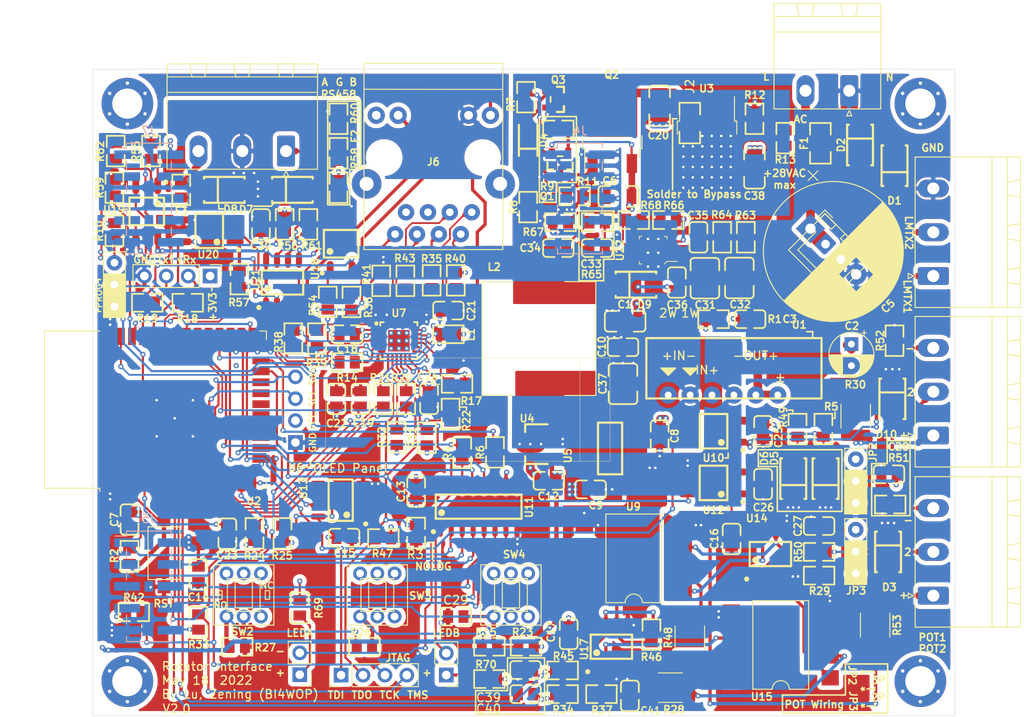
<source format=kicad_pcb>
(kicad_pcb (version 20171130) (host pcbnew "(5.1.10)-1")
  (layers (0 F.Cu signal) (1 In1.Cu signal) (2 In2.Cu signal) (31 B.Cu signal) (34 B.Paste user) (35 F.Paste user) (36 B.SilkS user) (37 F.SilkS user) (38 B.Mask user) (39 F.Mask user) (44 Edge.Cuts user))
  (net 0 "")
  (net 1 GNDPWR)
  (net 2 "Net-(C4-Pad1)")
  (net 3 +5VD)
  (net 4 +3V3)
  (net 5 VAC)
  (net 6 "Net-(D4-Pad1)")
  (net 7 "Net-(J9-Pad1)")
  (net 8 /SCL)
  (net 9 "Net-(JP1-Pad1)")
  (net 10 "Net-(JP3-Pad1)")
  (net 11 "Net-(R4-Pad2)")
  (net 12 "Net-(R6-Pad2)")
  (net 13 "Net-(R15-Pad1)")
  (net 14 "Net-(R21-Pad1)")
  (net 15 "Net-(R22-Pad1)")
  (net 16 /SDA)
  (net 17 "Net-(R28-Pad1)")
  (net 18 "Net-(R34-Pad1)")
  (net 19 "Net-(U11-Pad9)")
  (net 20 "Net-(U15-Pad7)")
  (net 21 "Net-(U15-Pad8)")
  (net 22 "Net-(R46-Pad2)")
  (net 23 "Net-(U14-Pad1)")
  (net 24 "Net-(R29-Pad1)")
  (net 25 +12V)
  (net 26 GND)
  (net 27 "Net-(C19-Pad1)")
  (net 28 "Net-(C25-Pad1)")
  (net 29 "Net-(C26-Pad1)")
  (net 30 "Net-(C27-Pad1)")
  (net 31 "Net-(C28-Pad1)")
  (net 32 /+24V)
  (net 33 "Net-(C33-Pad1)")
  (net 34 "Net-(C34-Pad1)")
  (net 35 "Net-(C35-Pad1)")
  (net 36 "Net-(C36-Pad2)")
  (net 37 "Net-(C36-Pad1)")
  (net 38 "Net-(D4-Pad2)")
  (net 39 "Net-(D7-Pad1)")
  (net 40 "Net-(D8-Pad2)")
  (net 41 /RS485/B485)
  (net 42 /RS485/A485)
  (net 43 "Net-(J5-Pad10)")
  (net 44 /RELOUT6)
  (net 45 "Net-(J5-Pad7)")
  (net 46 /RELOUT4)
  (net 47 /RELOUT5)
  (net 48 /RELOUT2)
  (net 49 /RELOUT3)
  (net 50 /RELOUT1)
  (net 51 "Net-(J6-Pad11)")
  (net 52 "Net-(J6-Pad8)")
  (net 53 "Net-(J7-Pad10)")
  (net 54 "Net-(J7-Pad8)")
  (net 55 "Net-(J7-Pad7)")
  (net 56 "Net-(J7-Pad6)")
  (net 57 "Net-(J7-Pad5)")
  (net 58 "Net-(J7-Pad4)")
  (net 59 "Net-(J7-Pad3)")
  (net 60 /ISense1)
  (net 61 /PROG_RXD)
  (net 62 /PROG_TXD)
  (net 63 "Net-(J9-Pad3)")
  (net 64 "Net-(J10-Pad2)")
  (net 65 "Net-(J10-Pad1)")
  (net 66 "Net-(J11-Pad3)")
  (net 67 "Net-(J11-Pad1)")
  (net 68 "Net-(JP2-Pad1)")
  (net 69 "Net-(Q1-Pad1)")
  (net 70 "Net-(Q1-Pad3)")
  (net 71 "Net-(Q3-Pad3)")
  (net 72 "Net-(R2-Pad2)")
  (net 73 /SER)
  (net 74 /SRCLK)
  (net 75 "Net-(R12-Pad1)")
  (net 76 /EMAC_CLK_OUT_180)
  (net 77 /RMII_TX_CLK)
  (net 78 /485TXD)
  (net 79 /485RXD)
  (net 80 /EMAC_RXD0)
  (net 81 "Net-(R20-Pad1)")
  (net 82 /EMAC_RXD1)
  (net 83 /EMAC_RX_DRV)
  (net 84 /ADC_Manual)
  (net 85 "Net-(R26-Pad1)")
  (net 86 /MDIO)
  (net 87 "Net-(R32-Pad1)")
  (net 88 /POT1)
  (net 89 "Net-(R36-Pad2)")
  (net 90 "Net-(R38-Pad2)")
  (net 91 "Net-(R39-Pad1)")
  (net 92 /POT2)
  (net 93 "Net-(R45-Pad1)")
  (net 94 "Net-(R50-Pad1)")
  (net 95 "Net-(R54-Pad2)")
  (net 96 "Net-(R55-Pad2)")
  (net 97 "Net-(R57-Pad1)")
  (net 98 "Net-(R58-Pad2)")
  (net 99 "Net-(R59-Pad1)")
  (net 100 "Net-(R63-Pad2)")
  (net 101 "Net-(R66-Pad1)")
  (net 102 "Net-(R67-Pad2)")
  (net 103 /MDC)
  (net 104 /EMAC_TXD1)
  (net 105 /EMAC_TX_EN)
  (net 106 "Net-(U2-Pad32)")
  (net 107 /EMAC_TXD0)
  (net 108 /OE)
  (net 109 /RCLK)
  (net 110 "Net-(U2-Pad22)")
  (net 111 "Net-(U2-Pad21)")
  (net 112 "Net-(U2-Pad20)")
  (net 113 "Net-(U2-Pad19)")
  (net 114 "Net-(U2-Pad18)")
  (net 115 "Net-(U2-Pad17)")
  (net 116 "Net-(U7-Pad14)")
  (net 117 "Net-(U7-Pad4)")
  (net 118 "Net-(U9-Pad8)")
  (net 119 "Net-(U9-Pad7)")
  (net 120 "Net-(R48-Pad1)")
  (net 121 "Net-(U14-Pad7)")
  (net 122 "Net-(U20-Pad2)")
  (net 123 "Net-(U22-Pad6)")
  (net 124 "Net-(SC1-Pad1)")
  (net 125 "Net-(SC2-Pad1)")
  (net 126 "Net-(SC3-Pad1)")
  (net 127 "Net-(SC4-Pad1)")
  (net 128 "Net-(C20-Pad1)")
  (net 129 "Net-(R16-Pad1)")
  (net 130 /RXP)
  (net 131 /TXP)
  (net 132 /RXN)
  (net 133 /TXN)
  (net 134 /PHY_VDDA)
  (net 135 "Net-(D11-Pad1)")
  (net 136 /LEDBX)
  (net 137 "Net-(D12-Pad1)")
  (net 138 /LEDAX_485RW)
  (net 139 /SPWM2_TMS)
  (net 140 /SPWM1_TCK)
  (net 141 /BOOT_WP)
  (net 142 /LMTX1_TDI)
  (net 143 "Net-(D1-Pad1)")
  (net 144 "Net-(C41-Pad2)")
  (net 145 "Net-(J6-Pad9)")
  (net 146 /LMTX2_TDO_PHYRST)
  (net 147 +5VISO)
  (net 148 "Net-(R17-Pad1)")
  (module MyPCBLib:B0505-2W (layer F.Cu) (at 86.75 51.2)
    (fp_text reference U1 (at 15.2 -1.55) (layer F.SilkS) (effects (font (size 0.85 0.85) (thickness 0.18))))
    (fp_text value B1205-1W)
    (fp_text user +IN- (at 1.27 2.032) (layer F.SilkS))
    (fp_text user + (at 13 4.5) (layer F.SilkS))
    (fp_text user + (at 13 5) (layer F.SilkS))
    (fp_text user -IN+ (at 3.9 3.7) (layer F.SilkS))
    (fp_text user -OUT+ (at 10.16 2.032) (layer F.SilkS))
    (fp_text user 2W (at 0 -2.9) (layer F.SilkS))
    (fp_text user 1W (at 2.55 -2.9) (layer F.SilkS))
    (pad 1 thru_hole circle (at 0 6.6) (size 2 2) (drill 0.8) (layers *.Cu *.Mask) (net 25 +12V))
    (pad 2 thru_hole circle (at 2.54 6.6) (size 2 2) (drill 0.8) (layers *.Cu *.Mask) (net 1 GNDPWR))
    (pad 3 thru_hole circle (at 7.62 6.6) (size 2 2) (drill 0.8) (layers *.Cu *.Mask) (net 26 GND))
    (pad 4 thru_hole circle (at 12.7 6.6) (size 2 2) (drill 0.8) (layers *.Cu *.Mask) (net 147 +5VISO))
    (pad 1 thru_hole circle (at 5.08 6.6) (size 2 2) (drill 0.8) (layers *.Cu *.Mask) (net 25 +12V))
    (pad 4 thru_hole circle (at 10.16 6.6) (size 2 2) (drill 0.8) (layers *.Cu *.Mask) (net 147 +5VISO))
  )
  (module MyPCBLib:HR913550A (layer F.Cu) (at 59.5 30.25)
    (fp_text reference J6 (at 0 0.5) (layer F.SilkS) (effects (font (size 0.85 0.85) (thickness 0.18))))
    (fp_text value HR913550A)
    (pad 12 thru_hole circle (at -6.625 -4.9) (size 2 2) (drill 1.02) (layers *.Cu *.Mask) (net 4 +3V3))
    (pad 11 thru_hole circle (at -4.085 -4.9) (size 2 2) (drill 1.02) (layers *.Cu *.Mask) (net 51 "Net-(J6-Pad11)"))
    (pad 10 thru_hole circle (at 4.085 -4.9) (size 2 2) (drill 1.02) (layers *.Cu *.Mask) (net 26 GND))
    (pad 9 thru_hole circle (at 6.625 -4.9) (size 2 2) (drill 1.02) (layers *.Cu *.Mask) (net 145 "Net-(J6-Pad9)"))
    (pad 0 thru_hole circle (at -7.745 3.05) (size 3.45 3.45) (drill 1.63) (layers *.Cu *.Mask))
    (pad 0 thru_hole circle (at 7.745 3.05) (size 3.45 3.45) (drill 1.63) (layers *.Cu *.Mask))
    (pad 7 thru_hole circle (at -3.17 6.35) (size 1.9 1.9) (drill 0.89) (layers *.Cu *.Mask))
    (pad 5 thru_hole circle (at -0.63 6.35) (size 1.9 1.9) (drill 0.89) (layers *.Cu *.Mask) (net 4 +3V3))
    (pad 3 thru_hole circle (at 1.91 6.35) (size 1.9 1.9) (drill 0.89) (layers *.Cu *.Mask) (net 130 /RXP))
    (pad 1 thru_hole circle (at 4.45 6.35) (size 1.9 1.9) (drill 0.89) (layers *.Cu *.Mask) (net 131 /TXP))
    (pad 8 thru_hole circle (at -4.44 8.89) (size 1.9 1.9) (drill 0.89) (layers *.Cu *.Mask) (net 52 "Net-(J6-Pad8)"))
    (pad 6 thru_hole circle (at -1.9 8.89) (size 1.9 1.9) (drill 0.89) (layers *.Cu *.Mask) (net 132 /RXN))
    (pad 2 thru_hole circle (at 3.18 8.89) (size 1.9 1.9) (drill 0.89) (layers *.Cu *.Mask) (net 133 /TXN))
    (pad 4 thru_hole circle (at 0.64 8.89) (size 1.9 1.9) (drill 0.89) (layers *.Cu *.Mask) (net 4 +3V3))
    (pad "" np_thru_hole circle (at 5.715 0) (size 3.25 3.25) (drill 3.25) (layers *.Cu *.Mask))
    (pad "" np_thru_hole circle (at -5.715 0) (size 3.25 3.25) (drill 3.25) (layers *.Cu *.Mask))
  )
  (module lc_lib:0805_C (layer F.Cu) (at 82.3 92.7 270)
    (fp_text reference C41 (at 1.7 -2.4 180) (layer F.SilkS) (effects (font (size 0.8 0.8))))
    (fp_text value 104)
    (pad 2 smd rect (at 0.89 0 270) (size 1.16 1.47) (layers F.Cu F.Paste F.Mask) (net 144 "Net-(C41-Pad2)"))
    (pad 1 smd rect (at -0.89 0 270) (size 1.16 1.47) (layers F.Cu F.Paste F.Mask) (net 26 GND))
  )
  (module MyPCBLib:K8-7071 (layer F.Cu) (at 37.5 81)
    (fp_text reference SW2 (at -0.15 4.25) (layer F.SilkS) (effects (font (size 0.85 0.85) (thickness 0.18))))
    (fp_text value CW)
    (fp_text user NC (at 2.7 -1.1) (layer F.SilkS) (effects (font (size 0.75 0.75))))
    (fp_text user NO (at -2.7 1.2) (layer F.SilkS) (effects (font (size 0.75 0.75))))
    (pad 4 thru_hole circle (at -2 -2.5) (size 1.6 1.6) (drill 0.9) (layers *.Cu *.Mask))
    (pad 5 thru_hole circle (at 0 -2.5) (size 1.6 1.6) (drill 0.9) (layers *.Cu *.Mask))
    (pad 6 thru_hole circle (at 2 -2.5) (size 1.6 1.6) (drill 0.9) (layers *.Cu *.Mask))
    (pad 1 thru_hole circle (at -2 2.5) (size 1.6 1.6) (drill 0.9) (layers *.Cu *.Mask) (net 85 "Net-(R26-Pad1)"))
    (pad 2 thru_hole circle (at 0 2.5) (size 1.6 1.6) (drill 0.9) (layers *.Cu *.Mask) (net 26 GND))
    (pad 3 thru_hole circle (at 2 2.5) (size 1.6 1.6) (drill 0.9) (layers *.Cu *.Mask))
  )
  (module lc_lib:QFN-24_4X4X05P (layer F.Cu) (at 55.5 51.5 270)
    (fp_text reference U7 (at -3.2 0 180) (layer F.SilkS) (effects (font (size 0.85 0.85) (thickness 0.18))))
    (fp_text value LAN8720A)
    (pad 24 smd oval (at -2 1.25) (size 0.28 0.9) (layers F.Cu F.Paste F.Mask) (net 91 "Net-(R39-Pad1)"))
    (pad 23 smd oval (at -2 0.75) (size 0.28 0.9) (layers F.Cu F.Paste F.Mask) (net 130 /RXP))
    (pad 22 smd oval (at -2 0.25) (size 0.28 0.9) (layers F.Cu F.Paste F.Mask) (net 132 /RXN))
    (pad 21 smd oval (at -2 -0.25) (size 0.28 0.9) (layers F.Cu F.Paste F.Mask) (net 131 /TXP))
    (pad 20 smd oval (at -2 -0.75) (size 0.28 0.9) (layers F.Cu F.Paste F.Mask) (net 133 /TXN))
    (pad 19 smd oval (at -2 -1.25) (size 0.28 0.9) (layers F.Cu F.Paste F.Mask) (net 134 /PHY_VDDA))
    (pad 18 smd oval (at -1.25 -2 90) (size 0.28 0.9) (layers F.Cu F.Paste F.Mask) (net 104 /EMAC_TXD1))
    (pad 17 smd oval (at -0.75 -2 90) (size 0.28 0.9) (layers F.Cu F.Paste F.Mask) (net 107 /EMAC_TXD0))
    (pad 16 smd oval (at -0.25 -2 90) (size 0.28 0.9) (layers F.Cu F.Paste F.Mask) (net 105 /EMAC_TX_EN))
    (pad 15 smd oval (at 0.25 -2 90) (size 0.28 0.9) (layers F.Cu F.Paste F.Mask) (net 148 "Net-(R17-Pad1)"))
    (pad 14 smd oval (at 0.75 -2 90) (size 0.28 0.9) (layers F.Cu F.Paste F.Mask) (net 116 "Net-(U7-Pad14)"))
    (pad 13 smd oval (at 1.25 -2 90) (size 0.28 0.9) (layers F.Cu F.Paste F.Mask) (net 103 /MDC))
    (pad 12 smd oval (at 2 -1.25) (size 0.28 0.9) (layers F.Cu F.Paste F.Mask) (net 86 /MDIO))
    (pad 11 smd oval (at 2 -0.75) (size 0.28 0.9) (layers F.Cu F.Paste F.Mask) (net 15 "Net-(R22-Pad1)"))
    (pad 10 smd oval (at 2 -0.25) (size 0.28 0.9) (layers F.Cu F.Paste F.Mask) (net 87 "Net-(R32-Pad1)"))
    (pad 9 smd oval (at 2 0.25) (size 0.28 0.9) (layers F.Cu F.Paste F.Mask) (net 4 +3V3))
    (pad 8 smd oval (at 2 0.75) (size 0.28 0.9) (layers F.Cu F.Paste F.Mask) (net 81 "Net-(R20-Pad1)"))
    (pad 7 smd oval (at 2 1.25) (size 0.28 0.9) (layers F.Cu F.Paste F.Mask) (net 14 "Net-(R21-Pad1)"))
    (pad 6 smd oval (at 1.25 2 90) (size 0.28 0.9) (layers F.Cu F.Paste F.Mask) (net 27 "Net-(C19-Pad1)"))
    (pad 5 smd oval (at 0.75 2 90) (size 0.28 0.9) (layers F.Cu F.Paste F.Mask) (net 77 /RMII_TX_CLK))
    (pad 4 smd oval (at 0.25 2 90) (size 0.28 0.9) (layers F.Cu F.Paste F.Mask) (net 117 "Net-(U7-Pad4)"))
    (pad 3 smd oval (at -0.25 2 90) (size 0.28 0.9) (layers F.Cu F.Paste F.Mask) (net 89 "Net-(R36-Pad2)"))
    (pad 2 smd oval (at -0.75 2 90) (size 0.28 0.9) (layers F.Cu F.Paste F.Mask) (net 90 "Net-(R38-Pad2)"))
    (pad 1 smd oval (at -1.25 2 90) (size 0.28 0.9) (layers F.Cu F.Paste F.Mask) (net 134 /PHY_VDDA))
    (pad 0 smd rect (at 0 0) (size 2.5 2.5) (layers F.Cu F.Paste F.Mask))
  )
  (module lc_lib:0805_C (layer F.Cu) (at 70.2 92.5 180)
    (fp_text reference C40 (at 4.3 -1.684276) (layer F.SilkS))
    (fp_text value 104)
    (pad 2 smd rect (at 0.89 0 180) (size 1.16 1.47) (layers F.Cu F.Paste F.Mask) (net 26 GND))
    (pad 1 smd rect (at -0.89 0 180) (size 1.16 1.47) (layers F.Cu F.Paste F.Mask) (net 88 /POT1))
  )
  (module lc_lib:0805_C (layer F.Cu) (at 70.19 89.7 180)
    (fp_text reference C39 (at 4.29 -3.2) (layer F.SilkS))
    (fp_text value 104)
    (pad 2 smd rect (at 0.89 0 180) (size 1.16 1.47) (layers F.Cu F.Paste F.Mask) (net 26 GND))
    (pad 1 smd rect (at -0.89 0 180) (size 1.16 1.47) (layers F.Cu F.Paste F.Mask) (net 92 /POT2))
  )
  (module lc_lib:0805_C (layer F.Cu) (at 62.1 83.5 180)
    (fp_text reference C29 (at 0 1.9) (layer F.SilkS))
    (fp_text value 104)
    (pad 2 smd rect (at 0.89 0 180) (size 1.16 1.47) (layers F.Cu F.Paste F.Mask) (net 26 GND))
    (pad 1 smd rect (at -0.89 0 180) (size 1.16 1.47) (layers F.Cu F.Paste F.Mask) (net 84 /ADC_Manual))
  )
  (module lc_lib:0805_R (layer F.Cu) (at 57.5 73.8 270)
    (fp_text reference R3 (at 2.5 0.1 180) (layer F.SilkS))
    (fp_text value 100K)
    (pad 2 smd rect (at 0.89 0 270) (size 1.16 1.47) (layers F.Cu F.Paste F.Mask) (net 26 GND))
    (pad 1 smd rect (at -0.89 0 270) (size 1.16 1.47) (layers F.Cu F.Paste F.Mask) (net 146 /LMTX2_TDO_PHYRST))
  )
  (module Connector_PinHeader_2.54mm:PinHeader_1x04_P2.54mm_Vertical (layer F.Cu) (at 48.8 90.3 90)
    (fp_text reference J3 hide)
    (fp_text value JTAG)
    (pad 4 thru_hole oval (at 0 7.62 90) (size 1.7 1.7) (drill 1) (layers *.Cu *.Mask) (net 139 /SPWM2_TMS))
    (pad 3 thru_hole oval (at 0 5.08 90) (size 1.7 1.7) (drill 1) (layers *.Cu *.Mask) (net 140 /SPWM1_TCK))
    (pad 2 thru_hole oval (at 0 2.54 90) (size 1.7 1.7) (drill 1) (layers *.Cu *.Mask) (net 146 /LMTX2_TDO_PHYRST))
    (pad 1 thru_hole rect (at 0 0 90) (size 1.7 1.7) (drill 1) (layers *.Cu *.Mask) (net 142 /LMTX1_TDI))
  )
  (module Connector_JST:JST_XH_B2B-XH-A_1x02_P2.50mm_Vertical (layer F.Cu) (at 105 40.3 315)
    (fp_text reference C4 hide)
    (fp_text value "1000uF 63V")
    (pad 2 thru_hole oval (at 2.5 0 315) (size 1.7 2) (drill 1) (layers *.Cu *.Mask) (net 1 GNDPWR))
    (pad 1 thru_hole roundrect (at 0 0 315) (size 1.7 2) (drill 1) (layers *.Cu *.Mask) (roundrect_rratio 0.1470588235294118) (net 2 "Net-(C4-Pad1)"))
  )
  (module lc_lib:1206_R (layer F.Cu) (at 89.25 26.25 270)
    (fp_text reference J2 (at -4.25 0 90) (layer F.SilkS))
    (fp_text value 0)
    (pad 2 smd rect (at 1.49 0 270) (size 1.13 1.8) (layers F.Cu F.Paste F.Mask) (net 32 /+24V))
    (pad 1 smd rect (at -1.49 0 270) (size 1.13 1.8) (layers F.Cu F.Paste F.Mask) (net 128 "Net-(C20-Pad1)"))
  )
  (module lc_lib:0805_C (layer F.Cu) (at 35.6 73.89 270)
    (fp_text reference C23 (at 2.5 0 180) (layer F.SilkS) (effects (font (size 0.85 0.85) (thickness 0.18))))
    (fp_text value 104)
    (pad 2 smd rect (at 0.89 0 270) (size 1.16 1.47) (layers F.Cu F.Paste F.Mask) (net 26 GND))
    (pad 1 smd rect (at -0.89 0 270) (size 1.16 1.47) (layers F.Cu F.Paste F.Mask) (net 60 /ISense1))
  )
  (module lc_lib:0805_C (layer F.Cu) (at 74 40.75 180)
    (fp_text reference C34 (at 3.25 0) (layer F.SilkS) (effects (font (size 0.85 0.85) (thickness 0.18))))
    (fp_text value 3.9nF)
    (pad 2 smd rect (at 0.89 0 180) (size 1.16 1.47) (layers F.Cu F.Paste F.Mask) (net 1 GNDPWR))
    (pad 1 smd rect (at -0.89 0 180) (size 1.16 1.47) (layers F.Cu F.Paste F.Mask) (net 34 "Net-(C34-Pad1)"))
  )
  (module lc_lib:0201 (layer F.Cu) (at 89.535 42.39)
    (fp_text reference R16 hide)
    (fp_text value 0)
    (pad 2 smd rect (at 0.285 0) (size 0.36 0.4) (layers F.Cu F.Paste F.Mask) (net 32 /+24V))
    (pad 1 smd rect (at -0.285 0) (size 0.36 0.4) (layers F.Cu F.Paste F.Mask) (net 129 "Net-(R16-Pad1)"))
  )
  (module lc_lib:0805_R (layer F.Cu) (at 66 90.75)
    (fp_text reference R70 (at -0.393619 -1.684276) (layer F.SilkS) (effects (font (size 0.85 0.85) (thickness 0.18))))
    (fp_text value 200)
    (pad 2 smd rect (at 0.89 0) (size 1.16 1.47) (layers F.Cu F.Paste F.Mask) (net 4 +3V3))
    (pad 1 smd rect (at -0.89 0) (size 1.16 1.47) (layers F.Cu F.Paste F.Mask) (net 137 "Net-(D12-Pad1)"))
  )
  (module lc_lib:0805_R (layer F.Cu) (at 44 82.49 90)
    (fp_text reference R69 (at -0.01 2.2 90) (layer F.SilkS) (effects (font (size 0.85 0.85) (thickness 0.18))))
    (fp_text value 200)
    (pad 2 smd rect (at 0.89 0 90) (size 1.16 1.47) (layers F.Cu F.Paste F.Mask) (net 4 +3V3))
    (pad 1 smd rect (at -0.89 0 90) (size 1.16 1.47) (layers F.Cu F.Paste F.Mask) (net 135 "Net-(D11-Pad1)"))
  )
  (module Connector_PinHeader_2.54mm:PinHeader_1x02_P2.54mm_Vertical (layer F.Cu) (at 61 90.29 180)
    (fp_text reference D12 hide)
    (fp_text value LED_12)
    (pad 2 thru_hole oval (at 0 2.54 180) (size 1.7 1.7) (drill 1) (layers *.Cu *.Mask) (net 136 /LEDBX))
    (pad 1 thru_hole rect (at 0 0 180) (size 1.7 1.7) (drill 1) (layers *.Cu *.Mask) (net 137 "Net-(D12-Pad1)"))
  )
  (module Connector_PinHeader_2.54mm:PinHeader_1x02_P2.54mm_Vertical (layer F.Cu) (at 44 90.25 180)
    (fp_text reference D11 hide)
    (fp_text value LED_12)
    (pad 2 thru_hole oval (at 0 2.54 180) (size 1.7 1.7) (drill 1) (layers *.Cu *.Mask) (net 138 /LEDAX_485RW))
    (pad 1 thru_hole rect (at 0 0 180) (size 1.7 1.7) (drill 1) (layers *.Cu *.Mask) (net 135 "Net-(D11-Pad1)"))
  )
  (module lc_lib:0805_R (layer F.Cu) (at 42 73.85 270)
    (fp_text reference R25 (at 2.6 0.05 180) (layer F.SilkS) (effects (font (size 0.85 0.85) (thickness 0.18))))
    (fp_text value 4.7K)
    (pad 1 smd rect (at -0.89 0 270) (size 1.16 1.47) (layers F.Cu F.Paste F.Mask) (net 16 /SDA))
    (pad 2 smd rect (at 0.89 0 270) (size 1.16 1.47) (layers F.Cu F.Paste F.Mask) (net 4 +3V3))
  )
  (module lc_lib:0805_C (layer F.Cu) (at 59 58.25 270)
    (fp_text reference C24 (at -2.6 0.15 180) (layer F.SilkS) (effects (font (size 0.85 0.85) (thickness 0.18))))
    (fp_text value 103)
    (pad 2 smd rect (at 0.89 0 270) (size 1.16 1.47) (layers F.Cu F.Paste F.Mask) (net 26 GND))
    (pad 1 smd rect (at -0.89 0 270) (size 1.16 1.47) (layers F.Cu F.Paste F.Mask) (net 4 +3V3))
  )
  (module MyPCBLib:L_12.6mm_13.5mm (layer F.Cu) (at 71.75 51.25 270)
    (fp_text reference L2 (at -8.3 5.2) (layer F.SilkS) (effects (font (size 0.85 0.85) (thickness 0.18))))
    (fp_text value 100uH)
    (pad 1 smd rect (at -6 0 270) (size 3.9 5.4) (layers F.Cu F.Paste F.Mask) (net 37 "Net-(C36-Pad1)"))
    (pad 2 smd rect (at 6 0 270) (size 3.9 5.4) (layers F.Cu F.Paste F.Mask) (net 25 +12V))
  )
  (module lc_lib:0201 (layer F.Cu) (at 53.75 41 270)
    (fp_text reference R44 hide)
    (fp_text value 0)
    (pad 2 smd rect (at 0.285 0 270) (size 0.36 0.4) (layers F.Cu F.Paste F.Mask) (net 1 GNDPWR))
    (pad 1 smd rect (at -0.285 0 270) (size 0.36 0.4) (layers F.Cu F.Paste F.Mask) (net 52 "Net-(J6-Pad8)"))
  )
  (module lc_lib:0805_R (layer F.Cu) (at 30.25 34 270)
    (fp_text reference F3 (at 2.475 0 180) (layer F.SilkS) (effects (font (size 0.85 0.85) (thickness 0.18))))
    (fp_text value 6.8V0.1A)
    (pad 2 smd rect (at 0.89 0 270) (size 1.16 1.47) (layers F.Cu F.Paste F.Mask) (net 40 "Net-(D8-Pad2)"))
    (pad 1 smd rect (at -0.89 0 270) (size 1.16 1.47) (layers F.Cu F.Paste F.Mask) (net 42 /RS485/A485))
  )
  (module lc_lib:0805_R (layer F.Cu) (at 48.5 29.75 270)
    (fp_text reference F2 (at -1.975 -1.925 90) (layer F.SilkS) (effects (font (size 0.85 0.85) (thickness 0.18))))
    (fp_text value 6.8V0.1A)
    (pad 2 smd rect (at 0.89 0 270) (size 1.16 1.47) (layers F.Cu F.Paste F.Mask) (net 39 "Net-(D7-Pad1)"))
    (pad 1 smd rect (at -0.89 0 270) (size 1.16 1.47) (layers F.Cu F.Paste F.Mask) (net 41 /RS485/B485))
  )
  (module Connector_PinHeader_2.54mm:PinHeader_1x04_P2.54mm_Vertical (layer F.Cu) (at 33.6 44 270)
    (fp_text reference J8 hide)
    (fp_text value UART)
    (pad 4 thru_hole oval (at 0 7.62 270) (size 1.7 1.7) (drill 1) (layers *.Cu *.Mask) (net 26 GND))
    (pad 3 thru_hole oval (at 0 5.08 270) (size 1.7 1.7) (drill 1) (layers *.Cu *.Mask) (net 62 /PROG_TXD))
    (pad 2 thru_hole oval (at 0 2.54 270) (size 1.7 1.7) (drill 1) (layers *.Cu *.Mask) (net 61 /PROG_RXD))
    (pad 1 thru_hole rect (at 0 0 270) (size 1.7 1.7) (drill 1) (layers *.Cu *.Mask) (net 4 +3V3))
  )
  (module "MyPCBLib:SMA(DO-214AC)_S1" (layer F.Cu) (at 112.75 58.25 270)
    (fp_text reference D10 (at 4.13 0.69 180) (layer F.SilkS) (effects (font (size 0.85 0.85) (thickness 0.18))))
    (fp_text value 16V)
    (pad 1 smd rect (at 2.1 0 180) (size 2 2) (layers F.Cu F.Paste F.Mask) (net 31 "Net-(C28-Pad1)"))
    (pad 2 smd rect (at -2.1 0 180) (size 2 2) (layers F.Cu F.Paste F.Mask) (net 1 GNDPWR))
  )
  (module "MyPCBLib:SMA(DO-214AC)_S1" (layer F.Cu) (at 112.25 76 270)
    (fp_text reference D3 (at 4.1 -0.15 180) (layer F.SilkS) (effects (font (size 0.85 0.85) (thickness 0.18))))
    (fp_text value 16V)
    (pad 1 smd rect (at 2.1 0 180) (size 2 2) (layers F.Cu F.Paste F.Mask) (net 30 "Net-(C27-Pad1)"))
    (pad 2 smd rect (at -2.1 0 180) (size 2 2) (layers F.Cu F.Paste F.Mask) (net 1 GNDPWR))
  )
  (module MyPCBLib:K8-7071 (layer F.Cu) (at 68.5 81)
    (fp_text reference SW4 (at 0.381 -4.699) (layer F.SilkS) (effects (font (size 0.85 0.85) (thickness 0.18))))
    (fp_text value SET)
    (pad 4 thru_hole circle (at -2 -2.5) (size 1.6 1.6) (drill 0.9) (layers *.Cu *.Mask))
    (pad 5 thru_hole circle (at 0 -2.5) (size 1.6 1.6) (drill 0.9) (layers *.Cu *.Mask))
    (pad 6 thru_hole circle (at 2 -2.5) (size 1.6 1.6) (drill 0.9) (layers *.Cu *.Mask))
    (pad 1 thru_hole circle (at -2 2.5) (size 1.6 1.6) (drill 0.9) (layers *.Cu *.Mask) (net 84 /ADC_Manual))
    (pad 2 thru_hole circle (at 0 2.5) (size 1.6 1.6) (drill 0.9) (layers *.Cu *.Mask) (net 26 GND))
    (pad 3 thru_hole circle (at 2 2.5) (size 1.6 1.6) (drill 0.9) (layers *.Cu *.Mask))
  )
  (module MyPCBLib:K8-7071 (layer F.Cu) (at 53 81)
    (fp_text reference SW3 (at 5 0.1) (layer F.SilkS) (effects (font (size 0.85 0.85) (thickness 0.18))))
    (fp_text value CCW)
    (pad 4 thru_hole circle (at -2 -2.5) (size 1.6 1.6) (drill 0.9) (layers *.Cu *.Mask))
    (pad 5 thru_hole circle (at 0 -2.5) (size 1.6 1.6) (drill 0.9) (layers *.Cu *.Mask))
    (pad 6 thru_hole circle (at 2 -2.5) (size 1.6 1.6) (drill 0.9) (layers *.Cu *.Mask))
    (pad 1 thru_hole circle (at -2 2.5) (size 1.6 1.6) (drill 0.9) (layers *.Cu *.Mask) (net 13 "Net-(R15-Pad1)"))
    (pad 2 thru_hole circle (at 0 2.5) (size 1.6 1.6) (drill 0.9) (layers *.Cu *.Mask) (net 26 GND))
    (pad 3 thru_hole circle (at 2 2.5) (size 1.6 1.6) (drill 0.9) (layers *.Cu *.Mask))
  )
  (module MyPCBLib:SW_SPST_TS_1101 (layer F.Cu) (at 28.25 76.15 90)
    (fp_text reference SW1 hide)
    (fp_text value SW_SPST)
    (pad 1 smd rect (at -3.9 0 90) (size 1.5 1.5) (layers F.Cu F.Paste F.Mask) (net 26 GND))
    (pad 2 smd rect (at 3.9 0 90) (size 1.5 1.5) (layers F.Cu F.Paste F.Mask) (net 72 "Net-(R2-Pad2)"))
  )
  (module lc_lib:0805_R (layer F.Cu) (at 66 87)
    (fp_text reference R15 (at -0.393619 -1.684276) (layer F.SilkS) (effects (font (size 0.85 0.85) (thickness 0.18))))
    (fp_text value 4.7K)
    (pad 2 smd rect (at 0.89 0) (size 1.16 1.47) (layers F.Cu F.Paste F.Mask) (net 84 /ADC_Manual))
    (pad 1 smd rect (at -0.89 0) (size 1.16 1.47) (layers F.Cu F.Paste F.Mask) (net 13 "Net-(R15-Pad1)"))
  )
  (module Resistor_SMD:R_1812_4532Metric_Pad1.30x3.40mm_HandSolder (layer F.Cu) (at 110.75 84.5 270)
    (fp_text reference R53 (at 0 -2.55 270) (layer F.SilkS) (effects (font (size 0.85 0.85) (thickness 0.18))))
    (fp_text value 1K1/2)
    (pad 2 smd roundrect (at 2.225 0 270) (size 1.3 3.4) (layers F.Cu F.Paste F.Mask) (roundrect_rratio 0.1923069230769231) (net 25 +12V))
    (pad 1 smd roundrect (at -2.225 0 270) (size 1.3 3.4) (layers F.Cu F.Paste F.Mask) (roundrect_rratio 0.1923069230769231) (net 67 "Net-(J11-Pad1)"))
  )
  (module Resistor_SMD:R_1812_4532Metric_Pad1.30x3.40mm_HandSolder (layer F.Cu) (at 108.5 60.25 90)
    (fp_text reference R30 (at 3.65 -0.05 180) (layer F.SilkS) (effects (font (size 0.85 0.85) (thickness 0.18))))
    (fp_text value "1K 1/2")
    (pad 2 smd roundrect (at 2.225 0 90) (size 1.3 3.4) (layers F.Cu F.Paste F.Mask) (roundrect_rratio 0.1923069230769231) (net 25 +12V))
    (pad 1 smd roundrect (at -2.225 0 90) (size 1.3 3.4) (layers F.Cu F.Paste F.Mask) (roundrect_rratio 0.1923069230769231) (net 7 "Net-(J9-Pad1)"))
  )
  (module Connector_Phoenix_MSTB:PhoenixContact_MSTBA_2,5_3-G-5,08_1x03_P5.08mm_Horizontal (layer F.Cu) (at 117.5 62.5 90)
    (fp_text reference J9 hide)
    (fp_text value POT)
    (pad 3 thru_hole oval (at 10.16 0 90) (size 2.08 3.6) (drill 1.4) (layers *.Cu *.Mask) (net 63 "Net-(J9-Pad3)"))
    (pad 2 thru_hole oval (at 5.08 0 90) (size 2.08 3.6) (drill 1.4) (layers *.Cu *.Mask) (net 31 "Net-(C28-Pad1)"))
    (pad 1 thru_hole roundrect (at 0 0 90) (size 2.08 3.6) (drill 1.4) (layers *.Cu *.Mask) (roundrect_rratio 0.1201913461538461) (net 7 "Net-(J9-Pad1)"))
  )
  (module Connector_Phoenix_MSTB:PhoenixContact_MSTBA_2,5_3-G-5,08_1x03_P5.08mm_Horizontal (layer F.Cu) (at 42.41 29.5 180)
    (fp_text reference J12 hide)
    (fp_text value RS485)
    (pad 3 thru_hole oval (at 10.16 0 180) (size 2.08 3.6) (drill 1.4) (layers *.Cu *.Mask) (net 42 /RS485/A485))
    (pad 2 thru_hole oval (at 5.08 0 180) (size 2.08 3.6) (drill 1.4) (layers *.Cu *.Mask) (net 1 GNDPWR) (thermal_gap 0.254))
    (pad 1 thru_hole roundrect (at 0 0 180) (size 2.08 3.6) (drill 1.4) (layers *.Cu *.Mask) (roundrect_rratio 0.1201913461538461) (net 41 /RS485/B485))
  )
  (module Connector_Phoenix_MSTB:PhoenixContact_MSTBA_2,5_3-G-5,08_1x03_P5.08mm_Horizontal (layer F.Cu) (at 117.5 81.08 90)
    (fp_text reference J11 hide)
    (fp_text value POT)
    (pad 3 thru_hole oval (at 10.16 0 90) (size 2.08 3.6) (drill 1.4) (layers *.Cu *.Mask) (net 66 "Net-(J11-Pad3)"))
    (pad 2 thru_hole oval (at 5.08 0 90) (size 2.08 3.6) (drill 1.4) (layers *.Cu *.Mask) (net 30 "Net-(C27-Pad1)"))
    (pad 1 thru_hole roundrect (at 0 0 90) (size 2.08 3.6) (drill 1.4) (layers *.Cu *.Mask) (roundrect_rratio 0.1201913461538461) (net 67 "Net-(J11-Pad1)"))
  )
  (module Connector_Phoenix_MSTB:PhoenixContact_MSTBA_2,5_3-G-5,08_1x03_P5.08mm_Horizontal (layer F.Cu) (at 117.5 44 90)
    (fp_text reference J10 hide)
    (fp_text value LIMIT12)
    (pad 3 thru_hole oval (at 10.16 0 90) (size 2.08 3.6) (drill 1.4) (layers *.Cu *.Mask) (net 1 GNDPWR))
    (pad 2 thru_hole oval (at 5.08 0 90) (size 2.08 3.6) (drill 1.4) (layers *.Cu *.Mask) (net 64 "Net-(J10-Pad2)"))
    (pad 1 thru_hole roundrect (at 0 0 90) (size 2.08 3.6) (drill 1.4) (layers *.Cu *.Mask) (roundrect_rratio 0.1201913461538461) (net 65 "Net-(J10-Pad1)"))
  )
  (module Connector_Phoenix_MSTB:PhoenixContact_MSTBA_2,5_2-G-5,08_1x02_P5.08mm_Horizontal (layer F.Cu) (at 107.75 22.5 180)
    (fp_text reference J1 hide)
    (fp_text value 24VAC)
    (pad 2 thru_hole oval (at 5.08 0 180) (size 2.08 3.6) (drill 1.4) (layers *.Cu *.Mask) (net 5 VAC))
    (pad 1 thru_hole roundrect (at 0 0 180) (size 2.08 3.6) (drill 1.4) (layers *.Cu *.Mask) (roundrect_rratio 0.1201913461538461) (net 1 GNDPWR))
  )
  (module Package_TO_SOT_SMD:TO-252-2 (layer F.Cu) (at 91.25 28.5 270)
    (fp_text reference U3 (at -6.25 0.05 180) (layer F.SilkS) (effects (font (size 0.85 0.85) (thickness 0.18))))
    (fp_text value LM317_TO-220)
    (pad 2 smd rect (at 2.1 0 270) (size 6.4 5.8) (layers F.Cu F.Mask) (net 32 /+24V))
    (pad 3 smd rect (at -4.2 2.28 270) (size 2.2 1.2) (layers F.Cu F.Paste F.Mask) (net 128 "Net-(C20-Pad1)"))
    (pad 1 smd rect (at -4.2 -2.28 270) (size 2.2 1.2) (layers F.Cu F.Paste F.Mask) (net 75 "Net-(R12-Pad1)"))
  )
  (module Package_TO_SOT_SMD:TO-252-2 (layer F.Cu) (at 80.25 26.75 90)
    (fp_text reference Q2 (at 6.1 -0.05 180) (layer F.SilkS) (effects (font (size 0.85 0.85) (thickness 0.18))))
    (fp_text value TIP127)
    (pad 2 smd rect (at 2.1 0 90) (size 6.4 5.8) (layers F.Cu F.Mask) (net 128 "Net-(C20-Pad1)"))
    (pad 3 smd rect (at -4.2 2.28 90) (size 2.2 1.2) (layers F.Cu F.Paste F.Mask) (net 2 "Net-(C4-Pad1)"))
    (pad 1 smd rect (at -4.2 -2.28 90) (size 2.2 1.2) (layers F.Cu F.Paste F.Mask) (net 70 "Net-(Q1-Pad3)"))
  )
  (module lc_lib:1206_C (layer F.Cu) (at 96.75 31.5 90)
    (fp_text reference C38 (at -3.2 0 180) (layer F.SilkS) (effects (font (size 0.85 0.85) (thickness 0.18))))
    (fp_text value "1uF 50V")
    (pad 2 smd rect (at 1.49 0 90) (size 1.13 1.8) (layers F.Cu F.Paste F.Mask) (net 1 GNDPWR))
    (pad 1 smd rect (at -1.49 0 90) (size 1.13 1.8) (layers F.Cu F.Paste F.Mask) (net 32 /+24V) (thermal_gap 0.254))
  )
  (module lc_lib:1206_C (layer F.Cu) (at 85.75 24.25 270)
    (fp_text reference C20 (at 3.436 0.152 180) (layer F.SilkS) (effects (font (size 0.85 0.85) (thickness 0.18))))
    (fp_text value "1uF 50V")
    (pad 2 smd rect (at 1.49 0 270) (size 1.13 1.8) (layers F.Cu F.Paste F.Mask) (net 1 GNDPWR))
    (pad 1 smd rect (at -1.49 0 270) (size 1.13 1.8) (layers F.Cu F.Paste F.Mask) (net 128 "Net-(C20-Pad1)"))
  )
  (module lc_lib:SOIC-8_150MIL (layer F.Cu) (at 80.15 87)
    (fp_text reference U17 (at -3.15 0.3 90) (layer F.SilkS) (effects (font (size 0.85 0.85) (thickness 0.18))))
    (fp_text value LMV358)
    (pad 8 smd oval (at -1.905 -2.6 180) (size 0.7 1.8) (layers F.Cu F.Paste F.Mask) (net 4 +3V3))
    (pad 7 smd oval (at -0.635 -2.6 180) (size 0.7 1.8) (layers F.Cu F.Paste F.Mask) (net 93 "Net-(R45-Pad1)"))
    (pad 6 smd oval (at 0.635 -2.6 180) (size 0.7 1.8) (layers F.Cu F.Paste F.Mask) (net 22 "Net-(R46-Pad2)"))
    (pad 5 smd oval (at 1.905 -2.6 180) (size 0.7 1.8) (layers F.Cu F.Paste F.Mask) (net 26 GND))
    (pad 4 smd oval (at 1.905 2.6 180) (size 0.7 1.8) (layers F.Cu F.Paste F.Mask) (net 26 GND))
    (pad 3 smd oval (at 0.635 2.6 180) (size 0.7 1.8) (layers F.Cu F.Paste F.Mask) (net 26 GND))
    (pad 2 smd oval (at -0.635 2.6 180) (size 0.7 1.8) (layers F.Cu F.Paste F.Mask) (net 144 "Net-(C41-Pad2)"))
    (pad 1 smd oval (at -1.905 2.6 180) (size 0.7 1.8) (layers F.Cu F.Paste F.Mask) (net 18 "Net-(R34-Pad1)"))
  )
  (module lc_lib:SOIC-8_150MIL (layer F.Cu) (at 98.6 76.25)
    (fp_text reference U14 (at -1.573619 -4.150876) (layer F.SilkS) (effects (font (size 0.85 0.85) (thickness 0.18))))
    (fp_text value LM358)
    (pad 8 smd oval (at -1.905 -2.6 180) (size 0.7 1.8) (layers F.Cu F.Paste F.Mask) (net 25 +12V))
    (pad 7 smd oval (at -0.635 -2.6 180) (size 0.7 1.8) (layers F.Cu F.Paste F.Mask) (net 121 "Net-(U14-Pad7)"))
    (pad 6 smd oval (at 0.635 -2.6 180) (size 0.7 1.8) (layers F.Cu F.Paste F.Mask) (net 94 "Net-(R50-Pad1)"))
    (pad 5 smd oval (at 1.905 -2.6 180) (size 0.7 1.8) (layers F.Cu F.Paste F.Mask) (net 1 GNDPWR))
    (pad 4 smd oval (at 1.905 2.6 180) (size 0.7 1.8) (layers F.Cu F.Paste F.Mask) (net 1 GNDPWR))
    (pad 3 smd oval (at 0.635 2.6 180) (size 0.7 1.8) (layers F.Cu F.Paste F.Mask) (net 1 GNDPWR))
    (pad 2 smd oval (at -0.635 2.6 180) (size 0.7 1.8) (layers F.Cu F.Paste F.Mask) (net 24 "Net-(R29-Pad1)"))
    (pad 1 smd oval (at -1.905 2.6 180) (size 0.7 1.8) (layers F.Cu F.Paste F.Mask) (net 23 "Net-(U14-Pad1)"))
  )
  (module lc_lib:SOIC-8_150MIL (layer F.Cu) (at 48.75 70 90)
    (fp_text reference U13 (at 1.4 -4.33 90) (layer F.SilkS) (effects (font (size 0.85 0.85) (thickness 0.18))))
    (fp_text value AT24C64)
    (pad 8 smd oval (at -1.905 -2.6 270) (size 0.7 1.8) (layers F.Cu F.Paste F.Mask) (net 4 +3V3))
    (pad 7 smd oval (at -0.635 -2.6 270) (size 0.7 1.8) (layers F.Cu F.Paste F.Mask) (net 141 /BOOT_WP))
    (pad 6 smd oval (at 0.635 -2.6 270) (size 0.7 1.8) (layers F.Cu F.Paste F.Mask) (net 8 /SCL))
    (pad 5 smd oval (at 1.905 -2.6 270) (size 0.7 1.8) (layers F.Cu F.Paste F.Mask) (net 16 /SDA))
    (pad 4 smd oval (at 1.905 2.6 270) (size 0.7 1.8) (layers F.Cu F.Paste F.Mask) (net 26 GND))
    (pad 3 smd oval (at 0.635 2.6 270) (size 0.7 1.8) (layers F.Cu F.Paste F.Mask) (net 26 GND))
    (pad 2 smd oval (at -0.635 2.6 270) (size 0.7 1.8) (layers F.Cu F.Paste F.Mask) (net 26 GND))
    (pad 1 smd oval (at -1.905 2.6 270) (size 0.7 1.8) (layers F.Cu F.Paste F.Mask) (net 26 GND))
  )
  (module Resistor_SMD:R_1812_4532Metric_Pad1.30x3.40mm_HandSolder (layer F.Cu) (at 89.25 86 270)
    (fp_text reference R48 (at -0.05 2.5 90) (layer F.SilkS) (effects (font (size 0.85 0.85) (thickness 0.18))))
    (fp_text value "680 1/2")
    (pad 2 smd roundrect (at 2.225 0 270) (size 1.3 3.4) (layers F.Cu F.Paste F.Mask) (roundrect_rratio 0.1923069230769231) (net 25 +12V))
    (pad 1 smd roundrect (at -2.225 0 270) (size 1.3 3.4) (layers F.Cu F.Paste F.Mask) (roundrect_rratio 0.1923069230769231) (net 120 "Net-(R48-Pad1)"))
  )
  (module "lc_lib:SOT-23(SOT-23-3)" (layer F.Cu) (at 74 23.5 180)
    (fp_text reference Q3 (at 0 2.25) (layer F.SilkS) (effects (font (size 0.85 0.85) (thickness 0.18))))
    (fp_text value MMBT5551)
    (pad 3 smd rect (at -1.25 0 90) (size 0.7 1.25) (layers F.Cu F.Paste F.Mask) (net 71 "Net-(Q3-Pad3)"))
    (pad 2 smd rect (at 1.25 -0.95 90) (size 0.7 1.25) (layers F.Cu F.Paste F.Mask) (net 1 GNDPWR))
    (pad 1 smd rect (at 1.25 0.95 90) (size 0.7 1.25) (layers F.Cu F.Paste F.Mask) (net 6 "Net-(D4-Pad1)"))
  )
  (module "lc_lib:SOT-23(SOT-23-3)" (layer F.Cu) (at 74.2 31 90)
    (fp_text reference Q1 (at -3.75 -1.5 180) (layer F.SilkS) (effects (font (size 0.85 0.85) (thickness 0.18))))
    (fp_text value 8550)
    (pad 3 smd rect (at -1.25 0) (size 0.7 1.25) (layers F.Cu F.Paste F.Mask) (net 70 "Net-(Q1-Pad3)"))
    (pad 2 smd rect (at 1.25 -0.95) (size 0.7 1.25) (layers F.Cu F.Paste F.Mask) (net 2 "Net-(C4-Pad1)"))
    (pad 1 smd rect (at 1.25 0.95) (size 0.7 1.25) (layers F.Cu F.Paste F.Mask) (net 69 "Net-(Q1-Pad1)"))
  )
  (module MyPCBLib:LL-34 (layer F.Cu) (at 70.5 28.25 90)
    (fp_text reference D4 (at 0 1.8 270) (layer F.SilkS) (effects (font (size 0.85 0.85) (thickness 0.18))))
    (fp_text value 16V)
    (pad 1 smd rect (at 1.75 0 270) (size 0.9 1.5) (layers F.Cu F.Paste F.Mask) (net 6 "Net-(D4-Pad1)"))
    (pad 2 smd rect (at -1.75 0 270) (size 0.9 1.5) (layers F.Cu F.Paste F.Mask) (net 38 "Net-(D4-Pad2)"))
  )
  (module lc_lib:0805_C (layer F.Cu) (at 81.5 52.25 180)
    (fp_text reference C10 (at 2.45 0.05 90) (layer F.SilkS) (effects (font (size 0.85 0.85) (thickness 0.18))))
    (fp_text value 1uF)
    (pad 2 smd rect (at 0.89 0 180) (size 1.16 1.47) (layers F.Cu F.Paste F.Mask) (net 1 GNDPWR))
    (pad 1 smd rect (at -0.89 0 180) (size 1.16 1.47) (layers F.Cu F.Paste F.Mask) (net 25 +12V) (thermal_gap 0.254))
  )
  (module "lc_lib:SOT-89(SOT-89-3)" (layer F.Cu) (at 73.25 63.5)
    (fp_text reference U4 (at -2.875219 -2.976276) (layer F.SilkS) (effects (font (size 0.85 0.85) (thickness 0.18))))
    (fp_text value L78L05_SOT89)
    (pad 3 smd oval (at 0 -1.5 270) (size 0.7 1.9) (layers F.Cu F.Paste F.Mask) (net 25 +12V))
    (pad 2 smd oval (at -2.5 0 270) (size 2 3.5) (layers F.Cu F.Paste F.Mask) (net 1 GNDPWR))
    (pad 2 smd oval (at -0.1 0 270) (size 0.7 2.1) (layers F.Cu F.Paste F.Mask) (net 1 GNDPWR))
    (pad 1 smd oval (at 0 1.5 270) (size 0.7 1.9) (layers F.Cu F.Paste F.Mask) (net 3 +5VD))
  )
  (module Capacitor_THT:CP_Radial_D5.0mm_P2.50mm (layer F.Cu) (at 108 51.9 270)
    (fp_text reference C2 (at -2.1 -0.05 180) (layer F.SilkS) (effects (font (size 0.85 0.85) (thickness 0.18))))
    (fp_text value 100uF)
    (pad 2 thru_hole circle (at 2.5 0 270) (size 1.6 1.6) (drill 0.8) (layers *.Cu *.Mask) (net 26 GND))
    (pad 1 thru_hole rect (at 0 0 270) (size 1.6 1.6) (drill 0.8) (layers *.Cu *.Mask) (net 147 +5VISO))
  )
  (module lc_lib:SOIC-8_150MIL (layer F.Cu) (at 42 44.75)
    (fp_text reference U21 (at -3.125 -0.325 90) (layer F.SilkS) (effects (font (size 0.85 0.85) (thickness 0.18))))
    (fp_text value MAX485E)
    (pad 8 smd oval (at -1.905 -2.6 180) (size 0.7 1.8) (layers F.Cu F.Paste F.Mask) (net 3 +5VD))
    (pad 7 smd oval (at -0.635 -2.6 180) (size 0.7 1.8) (layers F.Cu F.Paste F.Mask) (net 39 "Net-(D7-Pad1)"))
    (pad 6 smd oval (at 0.635 -2.6 180) (size 0.7 1.8) (layers F.Cu F.Paste F.Mask) (net 40 "Net-(D8-Pad2)"))
    (pad 5 smd oval (at 1.905 -2.6 180) (size 0.7 1.8) (layers F.Cu F.Paste F.Mask) (net 1 GNDPWR))
    (pad 4 smd oval (at 1.905 2.6 180) (size 0.7 1.8) (layers F.Cu F.Paste F.Mask) (net 98 "Net-(R58-Pad2)"))
    (pad 3 smd oval (at 0.635 2.6 180) (size 0.7 1.8) (layers F.Cu F.Paste F.Mask) (net 99 "Net-(R59-Pad1)"))
    (pad 2 smd oval (at -0.635 2.6 180) (size 0.7 1.8) (layers F.Cu F.Paste F.Mask) (net 99 "Net-(R59-Pad1)"))
    (pad 1 smd oval (at -1.905 2.6 180) (size 0.7 1.8) (layers F.Cu F.Paste F.Mask) (net 122 "Net-(U20-Pad2)"))
  )
  (module MyPCBLib:M3_Screwhole (layer F.Cu) (at 116 91)
    (fp_text reference SC4 hide)
    (fp_text value Screw_Terminal_01x01 hide)
    (pad 1 thru_hole circle (at 2.05681 -1.1875 300) (size 0.8 0.8) (drill 0.4) (layers *.Cu *.Mask) (net 127 "Net-(SC4-Pad1)"))
    (pad 1 thru_hole circle (at 2.05681 1.1875 240) (size 0.8 0.8) (drill 0.4) (layers *.Cu *.Mask) (net 127 "Net-(SC4-Pad1)"))
    (pad 1 thru_hole circle (at 0 2.375 180) (size 0.8 0.8) (drill 0.4) (layers *.Cu *.Mask) (net 127 "Net-(SC4-Pad1)"))
    (pad 1 thru_hole circle (at -2.05681 1.1875 120) (size 0.8 0.8) (drill 0.4) (layers *.Cu *.Mask) (net 127 "Net-(SC4-Pad1)"))
    (pad 1 thru_hole circle (at -2.05681 -1.1875 60) (size 0.8 0.8) (drill 0.4) (layers *.Cu *.Mask) (net 127 "Net-(SC4-Pad1)"))
    (pad 1 thru_hole circle (at 0 -2.375) (size 0.8 0.8) (drill 0.4) (layers *.Cu *.Mask) (net 127 "Net-(SC4-Pad1)"))
    (pad 1 thru_hole circle (at 0 0) (size 6 6) (drill 3.5) (layers *.Cu *.Mask) (net 127 "Net-(SC4-Pad1)"))
  )
  (module MyPCBLib:M3_Screwhole (layer F.Cu) (at 24 91)
    (fp_text reference SC3 hide)
    (fp_text value Screw_Terminal_01x01 hide)
    (pad 1 thru_hole circle (at 2.05681 -1.1875 300) (size 0.8 0.8) (drill 0.4) (layers *.Cu *.Mask) (net 126 "Net-(SC3-Pad1)"))
    (pad 1 thru_hole circle (at 2.05681 1.1875 240) (size 0.8 0.8) (drill 0.4) (layers *.Cu *.Mask) (net 126 "Net-(SC3-Pad1)"))
    (pad 1 thru_hole circle (at 0 2.375 180) (size 0.8 0.8) (drill 0.4) (layers *.Cu *.Mask) (net 126 "Net-(SC3-Pad1)"))
    (pad 1 thru_hole circle (at -2.05681 1.1875 120) (size 0.8 0.8) (drill 0.4) (layers *.Cu *.Mask) (net 126 "Net-(SC3-Pad1)"))
    (pad 1 thru_hole circle (at -2.05681 -1.1875 60) (size 0.8 0.8) (drill 0.4) (layers *.Cu *.Mask) (net 126 "Net-(SC3-Pad1)"))
    (pad 1 thru_hole circle (at 0 -2.375) (size 0.8 0.8) (drill 0.4) (layers *.Cu *.Mask) (net 126 "Net-(SC3-Pad1)"))
    (pad 1 thru_hole circle (at 0 0) (size 6 6) (drill 3.5) (layers *.Cu *.Mask) (net 126 "Net-(SC3-Pad1)"))
  )
  (module MyPCBLib:M3_Screwhole (layer F.Cu) (at 116 24)
    (fp_text reference SC2 hide)
    (fp_text value Screw_Terminal_01x01 hide)
    (pad 1 thru_hole circle (at 2.05681 -1.1875 300) (size 0.8 0.8) (drill 0.4) (layers *.Cu *.Mask) (net 125 "Net-(SC2-Pad1)"))
    (pad 1 thru_hole circle (at 2.05681 1.1875 240) (size 0.8 0.8) (drill 0.4) (layers *.Cu *.Mask) (net 125 "Net-(SC2-Pad1)"))
    (pad 1 thru_hole circle (at 0 2.375 180) (size 0.8 0.8) (drill 0.4) (layers *.Cu *.Mask) (net 125 "Net-(SC2-Pad1)"))
    (pad 1 thru_hole circle (at -2.05681 1.1875 120) (size 0.8 0.8) (drill 0.4) (layers *.Cu *.Mask) (net 125 "Net-(SC2-Pad1)"))
    (pad 1 thru_hole circle (at -2.05681 -1.1875 60) (size 0.8 0.8) (drill 0.4) (layers *.Cu *.Mask) (net 125 "Net-(SC2-Pad1)"))
    (pad 1 thru_hole circle (at 0 -2.375) (size 0.8 0.8) (drill 0.4) (layers *.Cu *.Mask) (net 125 "Net-(SC2-Pad1)"))
    (pad 1 thru_hole circle (at 0 0) (size 6 6) (drill 3.5) (layers *.Cu *.Mask) (net 125 "Net-(SC2-Pad1)"))
  )
  (module MyPCBLib:M3_Screwhole (layer F.Cu) (at 24 24)
    (fp_text reference SC1 hide)
    (fp_text value Screw_Terminal_01x01 hide)
    (pad 1 thru_hole circle (at 2.05681 -1.1875 300) (size 0.8 0.8) (drill 0.4) (layers *.Cu *.Mask) (net 124 "Net-(SC1-Pad1)"))
    (pad 1 thru_hole circle (at 2.05681 1.1875 240) (size 0.8 0.8) (drill 0.4) (layers *.Cu *.Mask) (net 124 "Net-(SC1-Pad1)"))
    (pad 1 thru_hole circle (at 0 2.375 180) (size 0.8 0.8) (drill 0.4) (layers *.Cu *.Mask) (net 124 "Net-(SC1-Pad1)"))
    (pad 1 thru_hole circle (at -2.05681 1.1875 120) (size 0.8 0.8) (drill 0.4) (layers *.Cu *.Mask) (net 124 "Net-(SC1-Pad1)"))
    (pad 1 thru_hole circle (at -2.05681 -1.1875 60) (size 0.8 0.8) (drill 0.4) (layers *.Cu *.Mask) (net 124 "Net-(SC1-Pad1)"))
    (pad 1 thru_hole circle (at 0 -2.375) (size 0.8 0.8) (drill 0.4) (layers *.Cu *.Mask) (net 124 "Net-(SC1-Pad1)"))
    (pad 1 thru_hole circle (at 0 0) (size 6 6) (drill 3.5) (layers *.Cu *.Mask) (net 124 "Net-(SC1-Pad1)"))
  )
  (module Capacitor_THT:CP_Radial_D16.0mm_P7.50mm (layer F.Cu) (at 103.25 38.5 315)
    (fp_text reference C5 (at 12.727922 0 225) (layer F.SilkS) (effects (font (size 0.85 0.85) (thickness 0.18))))
    (fp_text value "1000uF 63V")
    (pad 2 thru_hole circle (at 7.5 0 315) (size 2.4 2.4) (drill 1.2) (layers *.Cu *.Mask) (net 1 GNDPWR) (thermal_gap 0.254))
    (pad 1 thru_hole rect (at 0 0 315) (size 2.4 2.4) (drill 1.2) (layers *.Cu *.Mask) (net 2 "Net-(C4-Pad1)"))
  )
  (module RF_Module:ESP32-WROOM-32 (layer F.Cu) (at 30.25 59.5 90)
    (fp_text reference U2 (at -10.61 8.43) (layer F.SilkS) (effects (font (size 0.85 0.85) (thickness 0.18))))
    (fp_text value ESP32-WROOM-32)
    (pad 38 smd rect (at 8.5 -8.255 90) (size 2 0.9) (layers F.Cu F.Paste F.Mask) (net 26 GND))
    (pad 37 smd rect (at 8.5 -6.985 90) (size 2 0.9) (layers F.Cu F.Paste F.Mask) (net 103 /MDC))
    (pad 36 smd rect (at 8.5 -5.715 90) (size 2 0.9) (layers F.Cu F.Paste F.Mask) (net 104 /EMAC_TXD1))
    (pad 35 smd rect (at 8.5 -4.445 90) (size 2 0.9) (layers F.Cu F.Paste F.Mask) (net 78 /485TXD))
    (pad 34 smd rect (at 8.5 -3.175 90) (size 2 0.9) (layers F.Cu F.Paste F.Mask) (net 79 /485RXD))
    (pad 33 smd rect (at 8.5 -1.905 90) (size 2 0.9) (layers F.Cu F.Paste F.Mask) (net 105 /EMAC_TX_EN))
    (pad 32 smd rect (at 8.5 -0.635 90) (size 2 0.9) (layers F.Cu F.Paste F.Mask) (net 106 "Net-(U2-Pad32)"))
    (pad 31 smd rect (at 8.5 0.635 90) (size 2 0.9) (layers F.Cu F.Paste F.Mask) (net 107 /EMAC_TXD0))
    (pad 30 smd rect (at 8.5 1.905 90) (size 2 0.9) (layers F.Cu F.Paste F.Mask) (net 86 /MDIO))
    (pad 29 smd rect (at 8.5 3.175 90) (size 2 0.9) (layers F.Cu F.Paste F.Mask) (net 73 /SER))
    (pad 28 smd rect (at 8.5 4.445 90) (size 2 0.9) (layers F.Cu F.Paste F.Mask) (net 76 /EMAC_CLK_OUT_180))
    (pad 27 smd rect (at 8.5 5.715 90) (size 2 0.9) (layers F.Cu F.Paste F.Mask) (net 108 /OE))
    (pad 26 smd rect (at 8.5 6.985 90) (size 2 0.9) (layers F.Cu F.Paste F.Mask) (net 109 /RCLK))
    (pad 25 smd rect (at 8.5 8.255 90) (size 2 0.9) (layers F.Cu F.Paste F.Mask) (net 141 /BOOT_WP))
    (pad 24 smd rect (at 5.715 9.255 180) (size 2 0.9) (layers F.Cu F.Paste F.Mask) (net 74 /SRCLK))
    (pad 23 smd rect (at 4.445 9.255 180) (size 2 0.9) (layers F.Cu F.Paste F.Mask) (net 146 /LMTX2_TDO_PHYRST))
    (pad 22 smd rect (at 3.175 9.255 180) (size 2 0.9) (layers F.Cu F.Paste F.Mask) (net 110 "Net-(U2-Pad22)"))
    (pad 21 smd rect (at 1.905 9.255 180) (size 2 0.9) (layers F.Cu F.Paste F.Mask) (net 111 "Net-(U2-Pad21)"))
    (pad 20 smd rect (at 0.635 9.255 180) (size 2 0.9) (layers F.Cu F.Paste F.Mask) (net 112 "Net-(U2-Pad20)"))
    (pad 19 smd rect (at -0.635 9.255 180) (size 2 0.9) (layers F.Cu F.Paste F.Mask) (net 113 "Net-(U2-Pad19)"))
    (pad 18 smd rect (at -1.905 9.255 180) (size 2 0.9) (layers F.Cu F.Paste F.Mask) (net 114 "Net-(U2-Pad18)"))
    (pad 17 smd rect (at -3.175 9.255 180) (size 2 0.9) (layers F.Cu F.Paste F.Mask) (net 115 "Net-(U2-Pad17)"))
    (pad 16 smd rect (at -4.445 9.255 180) (size 2 0.9) (layers F.Cu F.Paste F.Mask) (net 140 /SPWM1_TCK))
    (pad 15 smd rect (at -5.715 9.255 180) (size 2 0.9) (layers F.Cu F.Paste F.Mask) (net 26 GND))
    (pad 14 smd rect (at -8.5 8.255 90) (size 2 0.9) (layers F.Cu F.Paste F.Mask) (net 142 /LMTX1_TDI))
    (pad 13 smd rect (at -8.5 6.985 90) (size 2 0.9) (layers F.Cu F.Paste F.Mask) (net 139 /SPWM2_TMS))
    (pad 12 smd rect (at -8.5 5.715 90) (size 2 0.9) (layers F.Cu F.Paste F.Mask) (net 83 /EMAC_RX_DRV))
    (pad 11 smd rect (at -8.5 4.445 90) (size 2 0.9) (layers F.Cu F.Paste F.Mask) (net 82 /EMAC_RXD1))
    (pad 10 smd rect (at -8.5 3.175 90) (size 2 0.9) (layers F.Cu F.Paste F.Mask) (net 80 /EMAC_RXD0))
    (pad 9 smd rect (at -8.5 1.905 90) (size 2 0.9) (layers F.Cu F.Paste F.Mask) (net 16 /SDA))
    (pad 8 smd rect (at -8.5 0.635 90) (size 2 0.9) (layers F.Cu F.Paste F.Mask) (net 8 /SCL))
    (pad 7 smd rect (at -8.5 -0.635 90) (size 2 0.9) (layers F.Cu F.Paste F.Mask) (net 92 /POT2))
    (pad 6 smd rect (at -8.5 -1.905 90) (size 2 0.9) (layers F.Cu F.Paste F.Mask) (net 88 /POT1))
    (pad 5 smd rect (at -8.5 -3.175 90) (size 2 0.9) (layers F.Cu F.Paste F.Mask) (net 84 /ADC_Manual))
    (pad 4 smd rect (at -8.5 -4.445 90) (size 2 0.9) (layers F.Cu F.Paste F.Mask) (net 60 /ISense1))
    (pad 3 smd rect (at -8.5 -5.715 90) (size 2 0.9) (layers F.Cu F.Paste F.Mask) (net 72 "Net-(R2-Pad2)"))
    (pad 2 smd rect (at -8.5 -6.985 90) (size 2 0.9) (layers F.Cu F.Paste F.Mask) (net 4 +3V3))
    (pad 1 smd rect (at -8.5 -8.255 90) (size 2 0.9) (layers F.Cu F.Paste F.Mask) (net 26 GND))
    (pad 39 smd rect (at -1 -0.755 90) (size 5 5) (layers F.Cu F.Paste F.Mask) (net 26 GND))
  )
  (module Connector_PinSocket_2.54mm:PinSocket_2x05_P2.54mm_Vertical_SMD (layer B.Cu) (at 76.5 35 180)
    (fp_text reference J4 (at 0 7.85) (layer B.SilkS) (effects (justify mirror)))
    (fp_text value Power)
    (pad 10 smd rect (at -2.52 -5.08 180) (size 3 1) (layers B.Cu B.Paste B.Mask) (net 25 +12V))
    (pad 9 smd rect (at 2.52 -5.08 180) (size 3 1) (layers B.Cu B.Paste B.Mask) (net 1 GNDPWR))
    (pad 8 smd rect (at -2.52 -2.54 180) (size 3 1) (layers B.Cu B.Paste B.Mask) (net 5 VAC))
    (pad 7 smd rect (at 2.52 -2.54 180) (size 3 1) (layers B.Cu B.Paste B.Mask) (net 1 GNDPWR))
    (pad 6 smd rect (at -2.52 0 180) (size 3 1) (layers B.Cu B.Paste B.Mask) (net 5 VAC))
    (pad 5 smd rect (at 2.52 0 180) (size 3 1) (layers B.Cu B.Paste B.Mask) (net 1 GNDPWR))
    (pad 4 smd rect (at -2.52 2.54 180) (size 3 1) (layers B.Cu B.Paste B.Mask) (net 5 VAC))
    (pad 3 smd rect (at 2.52 2.54 180) (size 3 1) (layers B.Cu B.Paste B.Mask) (net 1 GNDPWR))
    (pad 2 smd rect (at -2.52 5.08 180) (size 3 1) (layers B.Cu B.Paste B.Mask) (net 5 VAC))
    (pad 1 smd rect (at 2.52 5.08 180) (size 3 1) (layers B.Cu B.Paste B.Mask) (net 1 GNDPWR))
  )
  (module Connector_PinSocket_2.54mm:PinSocket_2x05_P2.54mm_Vertical_SMD (layer B.Cu) (at 26.5 35 180)
    (fp_text reference J7 (at 0 7.85) (layer B.SilkS) (effects (justify mirror)))
    (fp_text value "Sensor Feedback")
    (pad 10 smd rect (at -2.52 -5.08 180) (size 3 1) (layers B.Cu B.Paste B.Mask) (net 53 "Net-(J7-Pad10)"))
    (pad 9 smd rect (at 2.52 -5.08 180) (size 3 1) (layers B.Cu B.Paste B.Mask) (net 26 GND))
    (pad 8 smd rect (at -2.52 -2.54 180) (size 3 1) (layers B.Cu B.Paste B.Mask) (net 54 "Net-(J7-Pad8)"))
    (pad 7 smd rect (at 2.52 -2.54 180) (size 3 1) (layers B.Cu B.Paste B.Mask) (net 55 "Net-(J7-Pad7)"))
    (pad 6 smd rect (at -2.52 0 180) (size 3 1) (layers B.Cu B.Paste B.Mask) (net 56 "Net-(J7-Pad6)"))
    (pad 5 smd rect (at 2.52 0 180) (size 3 1) (layers B.Cu B.Paste B.Mask) (net 57 "Net-(J7-Pad5)"))
    (pad 4 smd rect (at -2.52 2.54 180) (size 3 1) (layers B.Cu B.Paste B.Mask) (net 58 "Net-(J7-Pad4)"))
    (pad 3 smd rect (at 2.52 2.54 180) (size 3 1) (layers B.Cu B.Paste B.Mask) (net 59 "Net-(J7-Pad3)"))
    (pad 2 smd rect (at -2.52 5.08 180) (size 3 1) (layers B.Cu B.Paste B.Mask) (net 147 +5VISO))
    (pad 1 smd rect (at 2.52 5.08 180) (size 3 1) (layers B.Cu B.Paste B.Mask) (net 60 /ISense1))
  )
  (module Connector_PinSocket_2.54mm:PinSocket_2x05_P2.54mm_Vertical_SMD (layer B.Cu) (at 26.5 80 180)
    (fp_text reference J5 (at 0 7.85) (layer B.SilkS) (effects (justify mirror)))
    (fp_text value "Control Signals")
    (pad 10 smd rect (at -2.52 -5.08 180) (size 3 1) (layers B.Cu B.Paste B.Mask) (net 43 "Net-(J5-Pad10)"))
    (pad 9 smd rect (at 2.52 -5.08 180) (size 3 1) (layers B.Cu B.Paste B.Mask) (net 26 GND))
    (pad 8 smd rect (at -2.52 -2.54 180) (size 3 1) (layers B.Cu B.Paste B.Mask) (net 44 /RELOUT6))
    (pad 7 smd rect (at 2.52 -2.54 180) (size 3 1) (layers B.Cu B.Paste B.Mask) (net 45 "Net-(J5-Pad7)"))
    (pad 6 smd rect (at -2.52 0 180) (size 3 1) (layers B.Cu B.Paste B.Mask) (net 46 /RELOUT4))
    (pad 5 smd rect (at 2.52 0 180) (size 3 1) (layers B.Cu B.Paste B.Mask) (net 47 /RELOUT5))
    (pad 4 smd rect (at -2.52 2.54 180) (size 3 1) (layers B.Cu B.Paste B.Mask) (net 48 /RELOUT2))
    (pad 3 smd rect (at 2.52 2.54 180) (size 3 1) (layers B.Cu B.Paste B.Mask) (net 49 /RELOUT3))
    (pad 2 smd rect (at -2.52 5.08 180) (size 3 1) (layers B.Cu B.Paste B.Mask) (net 4 +3V3))
    (pad 1 smd rect (at 2.52 5.08 180) (size 3 1) (layers B.Cu B.Paste B.Mask) (net 50 /RELOUT1))
  )
  (module digikey-footprints:MSOP-10-1EP_W3mm (layer F.Cu) (at 85 41 90)
    (fp_text reference U22 (at 0 -3.85 90) (layer F.SilkS) (effects (font (size 0.85 0.85) (thickness 0.18))))
    (fp_text value TPS54160)
    (pad 11 smd rect (at 0 0 90) (size 2.38 1.65) (layers F.Cu F.Paste F.Mask) (net 1 GNDPWR))
    (pad 10 smd rect (at -1 -2.2 90) (size 0.3 1.45) (layers F.Cu F.Paste F.Mask) (net 37 "Net-(C36-Pad1)") (thermal_gap 0.254))
    (pad 9 smd rect (at -0.5 -2.2 90) (size 0.3 1.45) (layers F.Cu F.Paste F.Mask) (net 1 GNDPWR))
    (pad 8 smd rect (at 0 -2.2 90) (size 0.3 1.45) (layers F.Cu F.Paste F.Mask) (net 33 "Net-(C33-Pad1)"))
    (pad 7 smd rect (at 0.5 -2.2 90) (size 0.3 1.45) (layers F.Cu F.Paste F.Mask) (net 102 "Net-(R67-Pad2)"))
    (pad 5 smd rect (at 1 2.2 90) (size 0.3 1.45) (layers F.Cu F.Paste F.Mask) (net 101 "Net-(R66-Pad1)"))
    (pad 4 smd rect (at 0.5 2.2 90) (size 0.3 1.45) (layers F.Cu F.Paste F.Mask) (net 35 "Net-(C35-Pad1)"))
    (pad 3 smd rect (at 0 2.2 90) (size 0.3 1.45) (layers F.Cu F.Paste F.Mask) (net 100 "Net-(R63-Pad2)"))
    (pad 2 smd rect (at -0.5 2.2 90) (size 0.3 1.45) (layers F.Cu F.Paste F.Mask) (net 129 "Net-(R16-Pad1)"))
    (pad 6 smd rect (at 1 -2.2 90) (size 0.3 1.45) (layers F.Cu F.Paste F.Mask) (net 123 "Net-(U22-Pad6)"))
    (pad 1 smd rect (at -1 2.2 90) (size 0.3 1.45) (layers F.Cu F.Paste F.Mask) (net 36 "Net-(C36-Pad2)"))
  )
  (module lc_lib:SOP-4_P2.54 (layer F.Cu) (at 33.5 38.75 180)
    (fp_text reference U20 (at 0.1 -2.75) (layer F.SilkS) (effects (font (size 0.85 0.85) (thickness 0.18))))
    (fp_text value EL357)
    (pad 4 smd oval (at 3 -1.27 270) (size 0.8 2) (layers F.Cu F.Paste F.Mask) (net 79 /485RXD))
    (pad 3 smd oval (at 3 1.27 270) (size 0.8 2) (layers F.Cu F.Paste F.Mask) (net 26 GND))
    (pad 2 smd oval (at -3 1.27 270) (size 0.8 2) (layers F.Cu F.Paste F.Mask) (net 122 "Net-(U20-Pad2)"))
    (pad 1 smd oval (at -3 -1.27 270) (size 0.8 2) (layers F.Cu F.Paste F.Mask) (net 97 "Net-(R57-Pad1)"))
  )
  (module lc_lib:SOP-4_P2.54 (layer F.Cu) (at 26.25 36.5 270)
    (fp_text reference U19 (at -0.225 3.8 180) (layer F.SilkS) (effects (font (size 0.85 0.85) (thickness 0.18))))
    (fp_text value EL357)
    (pad 4 smd oval (at 3 -1.27) (size 0.8 2) (layers F.Cu F.Paste F.Mask) (net 3 +5VD))
    (pad 3 smd oval (at 3 1.27) (size 0.8 2) (layers F.Cu F.Paste F.Mask) (net 99 "Net-(R59-Pad1)"))
    (pad 2 smd oval (at -3 1.27) (size 0.8 2) (layers F.Cu F.Paste F.Mask) (net 138 /LEDAX_485RW))
    (pad 1 smd oval (at -3 -1.27) (size 0.8 2) (layers F.Cu F.Paste F.Mask) (net 96 "Net-(R55-Pad2)"))
  )
  (module lc_lib:SOP-4_P2.54 (layer F.Cu) (at 48.8 40.25 90)
    (fp_text reference U18 (at -2.925 -3 90) (layer F.SilkS) (effects (font (size 0.85 0.85) (thickness 0.18))))
    (fp_text value EL357)
    (pad 4 smd oval (at 3 -1.27 180) (size 0.8 2) (layers F.Cu F.Paste F.Mask) (net 98 "Net-(R58-Pad2)"))
    (pad 3 smd oval (at 3 1.27 180) (size 0.8 2) (layers F.Cu F.Paste F.Mask) (net 1 GNDPWR))
    (pad 2 smd oval (at -3 1.27 180) (size 0.8 2) (layers F.Cu F.Paste F.Mask) (net 78 /485TXD))
    (pad 1 smd oval (at -3 -1.27 180) (size 0.8 2) (layers F.Cu F.Paste F.Mask) (net 95 "Net-(R54-Pad2)"))
  )
  (module Package_DIP:SMDIP-8_W11.48mm (layer F.Cu) (at 99.8 86.8 180)
    (fp_text reference U15 (at 2.2 -6) (layer F.SilkS) (effects (font (size 0.85 0.85) (thickness 0.18))))
    (fp_text value HCNR201)
    (pad 8 smd rect (at 5.74 -3.81 180) (size 2 1.78) (layers F.Cu F.Paste F.Mask) (net 21 "Net-(U15-Pad8)"))
    (pad 4 smd rect (at -5.74 3.81 180) (size 2 1.78) (layers F.Cu F.Paste F.Mask) (net 1 GNDPWR))
    (pad 7 smd rect (at 5.74 -1.27 180) (size 2 1.78) (layers F.Cu F.Paste F.Mask) (net 20 "Net-(U15-Pad7)"))
    (pad 3 smd rect (at -5.74 1.27 180) (size 2 1.78) (layers F.Cu F.Paste F.Mask) (net 24 "Net-(R29-Pad1)"))
    (pad 6 smd rect (at 5.74 1.27 180) (size 2 1.78) (layers F.Cu F.Paste F.Mask) (net 144 "Net-(C41-Pad2)"))
    (pad 2 smd rect (at -5.74 -1.27 180) (size 2 1.78) (layers F.Cu F.Paste F.Mask) (net 17 "Net-(R28-Pad1)"))
    (pad 5 smd rect (at 5.74 3.81 180) (size 2 1.78) (layers F.Cu F.Paste F.Mask) (net 26 GND))
    (pad 1 smd rect (at -5.74 -3.81 180) (size 2 1.78) (layers F.Cu F.Paste F.Mask) (net 23 "Net-(U14-Pad1)"))
  )
  (module lc_lib:SOP-4_P2.54 (layer F.Cu) (at 92 68 180)
    (fp_text reference U12 (at 0 -3.15) (layer F.SilkS) (effects (font (size 0.85 0.85) (thickness 0.18))))
    (fp_text value EL357)
    (pad 4 smd oval (at 3 -1.27 270) (size 0.8 2) (layers F.Cu F.Paste F.Mask) (net 146 /LMTX2_TDO_PHYRST))
    (pad 3 smd oval (at 3 1.27 270) (size 0.8 2) (layers F.Cu F.Paste F.Mask) (net 26 GND))
    (pad 2 smd oval (at -3 1.27 270) (size 0.8 2) (layers F.Cu F.Paste F.Mask) (net 29 "Net-(C26-Pad1)"))
    (pad 1 smd oval (at -3 -1.27 270) (size 0.8 2) (layers F.Cu F.Paste F.Mask) (net 25 +12V))
  )
  (module lc_lib:SOIC-16_150MIL (layer F.Cu) (at 64.75 70.75)
    (fp_text reference U11 (at 5.85 0.05 90) (layer F.SilkS) (effects (font (size 0.85 0.85) (thickness 0.18))))
    (fp_text value 74HCT595)
    (pad 1 smd oval (at -4.445 2.6 180) (size 0.6 1.8) (layers F.Cu F.Paste F.Mask) (net 136 /LEDBX))
    (pad 2 smd oval (at -3.175 2.6 180) (size 0.6 1.8) (layers F.Cu F.Paste F.Mask) (net 50 /RELOUT1))
    (pad 3 smd oval (at -1.905 2.6 180) (size 0.6 1.8) (layers F.Cu F.Paste F.Mask) (net 48 /RELOUT2))
    (pad 4 smd oval (at -0.635 2.6 180) (size 0.6 1.8) (layers F.Cu F.Paste F.Mask) (net 49 /RELOUT3))
    (pad 5 smd oval (at 0.635 2.6 180) (size 0.6 1.8) (layers F.Cu F.Paste F.Mask) (net 46 /RELOUT4))
    (pad 6 smd oval (at 1.905 2.6 180) (size 0.6 1.8) (layers F.Cu F.Paste F.Mask) (net 47 /RELOUT5))
    (pad 7 smd oval (at 3.175 2.6 180) (size 0.6 1.8) (layers F.Cu F.Paste F.Mask) (net 44 /RELOUT6))
    (pad 8 smd oval (at 4.445 2.6 180) (size 0.6 1.8) (layers F.Cu F.Paste F.Mask) (net 26 GND))
    (pad 9 smd oval (at 4.445 -2.6 180) (size 0.6 1.8) (layers F.Cu F.Paste F.Mask) (net 19 "Net-(U11-Pad9)"))
    (pad 10 smd oval (at 3.175 -2.6 180) (size 0.6 1.8) (layers F.Cu F.Paste F.Mask) (net 4 +3V3))
    (pad 11 smd oval (at 1.905 -2.6 180) (size 0.6 1.8) (layers F.Cu F.Paste F.Mask) (net 12 "Net-(R6-Pad2)"))
    (pad 12 smd oval (at 0.635 -2.6 180) (size 0.6 1.8) (layers F.Cu F.Paste F.Mask) (net 109 /RCLK))
    (pad 13 smd oval (at -0.635 -2.6 180) (size 0.6 1.8) (layers F.Cu F.Paste F.Mask) (net 108 /OE))
    (pad 14 smd oval (at -1.905 -2.6 180) (size 0.6 1.8) (layers F.Cu F.Paste F.Mask) (net 11 "Net-(R4-Pad2)"))
    (pad 15 smd oval (at -3.175 -2.6 180) (size 0.6 1.8) (layers F.Cu F.Paste F.Mask) (net 138 /LEDAX_485RW))
    (pad 16 smd oval (at -4.445 -2.6 180) (size 0.6 1.8) (layers F.Cu F.Paste F.Mask) (net 4 +3V3))
  )
  (module lc_lib:SOP-4_P2.54 (layer F.Cu) (at 92 62 180)
    (fp_text reference U10 (at 0 -3.1) (layer F.SilkS) (effects (font (size 0.85 0.85) (thickness 0.18))))
    (fp_text value EL357)
    (pad 4 smd oval (at 3 -1.27 270) (size 0.8 2) (layers F.Cu F.Paste F.Mask) (net 142 /LMTX1_TDI))
    (pad 3 smd oval (at 3 1.27 270) (size 0.8 2) (layers F.Cu F.Paste F.Mask) (net 26 GND))
    (pad 2 smd oval (at -3 1.27 270) (size 0.8 2) (layers F.Cu F.Paste F.Mask) (net 28 "Net-(C25-Pad1)"))
    (pad 1 smd oval (at -3 -1.27 270) (size 0.8 2) (layers F.Cu F.Paste F.Mask) (net 25 +12V))
  )
  (module Package_DIP:SMDIP-8_W11.48mm (layer F.Cu) (at 82.75 76.75 180)
    (fp_text reference U9 (at 0.05 6) (layer F.SilkS) (effects (font (size 0.85 0.85) (thickness 0.18))))
    (fp_text value HCNR201)
    (pad 8 smd rect (at 5.74 -3.81 180) (size 2 1.78) (layers F.Cu F.Paste F.Mask) (net 118 "Net-(U9-Pad8)"))
    (pad 4 smd rect (at -5.74 3.81 180) (size 2 1.78) (layers F.Cu F.Paste F.Mask) (net 1 GNDPWR))
    (pad 7 smd rect (at 5.74 -1.27 180) (size 2 1.78) (layers F.Cu F.Paste F.Mask) (net 119 "Net-(U9-Pad7)"))
    (pad 3 smd rect (at -5.74 1.27 180) (size 2 1.78) (layers F.Cu F.Paste F.Mask) (net 94 "Net-(R50-Pad1)"))
    (pad 6 smd rect (at 5.74 1.27 180) (size 2 1.78) (layers F.Cu F.Paste F.Mask) (net 22 "Net-(R46-Pad2)"))
    (pad 2 smd rect (at -5.74 -1.27 180) (size 2 1.78) (layers F.Cu F.Paste F.Mask) (net 120 "Net-(R48-Pad1)"))
    (pad 5 smd rect (at 5.74 3.81 180) (size 2 1.78) (layers F.Cu F.Paste F.Mask) (net 26 GND))
    (pad 1 smd rect (at -5.74 -3.81 180) (size 2 1.78) (layers F.Cu F.Paste F.Mask) (net 121 "Net-(U14-Pad7)"))
  )
  (module KiCad-SSD1306-0.91-OLED-4pin-128x32:SSD1306-0.91-OLED-4pin-128x32 (layer F.Cu) (at 80 65.5 180)
    (fp_text reference U6 (at 36.45 -0.7 180) (layer F.SilkS) (effects (font (size 0.85 0.85) (thickness 0.18))))
    (fp_text value OLED_128x32_4pin)
    (fp_text user SDA (at 34.5 9.81 270) (layer F.SilkS) (effects (font (size 0.75 0.75))))
    (fp_text user SCL (at 34.5 7.27 270) (layer F.SilkS) (effects (font (size 0.75 0.75))))
    (fp_text user VCC (at 34.5 4.73 270) (layer F.SilkS) (effects (font (size 0.75 0.75))))
    (fp_text user GND (at 34.5 2.19 270) (layer F.SilkS) (effects (font (size 0.75 0.75))))
    (fp_text user "OLED Panel" (at 30.1 -0.8) (layer F.SilkS))
    (pad 4 thru_hole oval (at 36.5 9.81 180) (size 1.7 1.7) (drill 1) (layers *.Cu *.Mask) (net 16 /SDA))
    (pad 3 thru_hole oval (at 36.5 7.27 180) (size 1.7 1.7) (drill 1) (layers *.Cu *.Mask) (net 8 /SCL))
    (pad 2 thru_hole oval (at 36.5 4.73 180) (size 1.7 1.7) (drill 1) (layers *.Cu *.Mask) (net 4 +3V3))
    (pad 1 thru_hole rect (at 36.5 2.19 180) (size 1.7 1.7) (drill 1) (layers *.Cu *.Mask) (net 26 GND))
  )
  (module lc_lib:SOT-223 (layer F.Cu) (at 80 64)
    (fp_text reference U5 (at -4.9 0.85 90) (layer F.SilkS) (effects (font (size 0.85 0.85) (thickness 0.18))))
    (fp_text value AMS1117-3.3)
    (pad 3 smd rect (at 3 -2.3 270) (size 1 2.2) (layers F.Cu F.Paste F.Mask) (net 147 +5VISO))
    (pad 2 smd rect (at -3 0 270) (size 3.5 2.2) (layers F.Cu F.Paste F.Mask) (net 4 +3V3))
    (pad 2 smd rect (at 3 0 270) (size 1 2.2) (layers F.Cu F.Paste F.Mask) (net 4 +3V3))
    (pad 1 smd rect (at 3 2.3 270) (size 1 2.2) (layers F.Cu F.Paste F.Mask) (net 26 GND))
  )
  (module lc_lib:0805_R (layer F.Cu) (at 82.75 37.5)
    (fp_text reference R68 (at 2 -1.7) (layer F.SilkS) (effects (font (size 0.85 0.85) (thickness 0.18))))
    (fp_text value "9.1K 1%")
    (pad 2 smd rect (at 0.89 0) (size 1.16 1.47) (layers F.Cu F.Paste F.Mask) (net 1 GNDPWR) (thermal_gap 0.254))
    (pad 1 smd rect (at -0.89 0) (size 1.16 1.47) (layers F.Cu F.Paste F.Mask) (net 102 "Net-(R67-Pad2)"))
  )
  (module lc_lib:0805_R (layer F.Cu) (at 74.25 37.75)
    (fp_text reference R67 (at -3.15 1.15) (layer F.SilkS) (effects (font (size 0.85 0.85) (thickness 0.18))))
    (fp_text value "130K 1%")
    (pad 2 smd rect (at 0.89 0) (size 1.16 1.47) (layers F.Cu F.Paste F.Mask) (net 102 "Net-(R67-Pad2)"))
    (pad 1 smd rect (at -0.89 0) (size 1.16 1.47) (layers F.Cu F.Paste F.Mask) (net 25 +12V))
  )
  (module lc_lib:0805_R (layer F.Cu) (at 86.75 37.5 180)
    (fp_text reference R66 (at -0.65 1.7) (layer F.SilkS) (effects (font (size 0.85 0.85) (thickness 0.18))))
    (fp_text value 390K)
    (pad 2 smd rect (at 0.89 0 180) (size 1.16 1.47) (layers F.Cu F.Paste F.Mask) (net 1 GNDPWR) (thermal_gap 0.254))
    (pad 1 smd rect (at -0.89 0 180) (size 1.16 1.47) (layers F.Cu F.Paste F.Mask) (net 101 "Net-(R66-Pad1)"))
  )
  (module lc_lib:0805_R (layer F.Cu) (at 78.5 37.75 180)
    (fp_text reference R65 (at 0.65 -6.05) (layer F.SilkS) (effects (font (size 0.85 0.85) (thickness 0.18))))
    (fp_text value 100K)
    (pad 2 smd rect (at 0.89 0 180) (size 1.16 1.47) (layers F.Cu F.Paste F.Mask) (net 34 "Net-(C34-Pad1)"))
    (pad 1 smd rect (at -0.89 0 180) (size 1.16 1.47) (layers F.Cu F.Paste F.Mask) (net 33 "Net-(C33-Pad1)"))
  )
  (module lc_lib:0805_R (layer F.Cu) (at 93 39.5 90)
    (fp_text reference R64 (at 2.6 -0.05 180) (layer F.SilkS) (effects (font (size 0.85 0.85) (thickness 0.18))))
    (fp_text value 14K)
    (pad 2 smd rect (at 0.89 0 90) (size 1.16 1.47) (layers F.Cu F.Paste F.Mask) (net 1 GNDPWR))
    (pad 1 smd rect (at -0.89 0 90) (size 1.16 1.47) (layers F.Cu F.Paste F.Mask) (net 100 "Net-(R63-Pad2)"))
  )
  (module lc_lib:0805_R (layer F.Cu) (at 95.75 39.5 270)
    (fp_text reference R63 (at -2.55 0.05 180) (layer F.SilkS) (effects (font (size 0.85 0.85) (thickness 0.18))))
    (fp_text value 100K)
    (pad 2 smd rect (at 0.89 0 270) (size 1.16 1.47) (layers F.Cu F.Paste F.Mask) (net 100 "Net-(R63-Pad2)"))
    (pad 1 smd rect (at -0.89 0 270) (size 1.16 1.47) (layers F.Cu F.Paste F.Mask) (net 32 /+24V))
  )
  (module lc_lib:0805_R (layer F.Cu) (at 22.65 29.5 270)
    (fp_text reference R62 (at 0.025 1.8 90) (layer F.SilkS) (effects (font (size 0.85 0.85) (thickness 0.18))))
    (fp_text value 1K)
    (pad 1 smd rect (at -0.89 0 270) (size 1.16 1.47) (layers F.Cu F.Paste F.Mask) (net 3 +5VD))
    (pad 2 smd rect (at 0.89 0 270) (size 1.16 1.47) (layers F.Cu F.Paste F.Mask) (net 40 "Net-(D8-Pad2)"))
  )
  (module lc_lib:0805_R (layer F.Cu) (at 45 38 270)
    (fp_text reference R61 (at 2.475 -0.4 180) (layer F.SilkS) (effects (font (size 0.85 0.85) (thickness 0.18))))
    (fp_text value 120)
    (pad 1 smd rect (at -0.89 0 270) (size 1.16 1.47) (layers F.Cu F.Paste F.Mask) (net 40 "Net-(D8-Pad2)"))
    (pad 2 smd rect (at 0.89 0 270) (size 1.16 1.47) (layers F.Cu F.Paste F.Mask) (net 39 "Net-(D7-Pad1)"))
  )
  (module lc_lib:0805_R (layer F.Cu) (at 48.5 25.75 90)
    (fp_text reference R60 (at 0.64 1.9 90) (layer F.SilkS) (effects (font (size 0.85 0.85) (thickness 0.18))))
    (fp_text value 1K)
    (pad 1 smd rect (at -0.89 0 90) (size 1.16 1.47) (layers F.Cu F.Paste F.Mask) (net 39 "Net-(D7-Pad1)"))
    (pad 2 smd rect (at 0.89 0 90) (size 1.16 1.47) (layers F.Cu F.Paste F.Mask) (net 1 GNDPWR))
  )
  (module lc_lib:0805_R (layer F.Cu) (at 22.5 33.75 90)
    (fp_text reference R59 (at 0 -1.7 90) (layer F.SilkS) (effects (font (size 0.85 0.85) (thickness 0.18))))
    (fp_text value 4.7K)
    (pad 1 smd rect (at -0.89 0 90) (size 1.16 1.47) (layers F.Cu F.Paste F.Mask) (net 99 "Net-(R59-Pad1)"))
    (pad 2 smd rect (at 0.89 0 90) (size 1.16 1.47) (layers F.Cu F.Paste F.Mask) (net 1 GNDPWR))
  )
  (module lc_lib:0805_R (layer F.Cu) (at 48.5 33.75 270)
    (fp_text reference R58 (at -3.425 -1.925 90) (layer F.SilkS) (effects (font (size 0.85 0.85) (thickness 0.18))))
    (fp_text value 1K)
    (pad 1 smd rect (at -0.89 0 270) (size 1.16 1.47) (layers F.Cu F.Paste F.Mask) (net 3 +5VD))
    (pad 2 smd rect (at 0.89 0 270) (size 1.16 1.47) (layers F.Cu F.Paste F.Mask) (net 98 "Net-(R58-Pad2)"))
  )
  (module lc_lib:0805_R (layer F.Cu) (at 37 44.36 270)
    (fp_text reference R57 (at 2.715 0.05 180) (layer F.SilkS) (effects (font (size 0.85 0.85) (thickness 0.18))))
    (fp_text value 1K)
    (pad 1 smd rect (at -0.89 0 270) (size 1.16 1.47) (layers F.Cu F.Paste F.Mask) (net 97 "Net-(R57-Pad1)"))
    (pad 2 smd rect (at 0.89 0 270) (size 1.16 1.47) (layers F.Cu F.Paste F.Mask) (net 3 +5VD))
  )
  (module lc_lib:0805_R (layer F.Cu) (at 42.25 38 270)
    (fp_text reference R56 (at 2.5 -0.35 180) (layer F.SilkS) (effects (font (size 0.85 0.85) (thickness 0.18))))
    (fp_text value 1K)
    (pad 1 smd rect (at -0.89 0 270) (size 1.16 1.47) (layers F.Cu F.Paste F.Mask) (net 4 +3V3))
    (pad 2 smd rect (at 0.89 0 270) (size 1.16 1.47) (layers F.Cu F.Paste F.Mask) (net 79 /485RXD))
  )
  (module lc_lib:0805_R (layer F.Cu) (at 26.75 29.5 270)
    (fp_text reference R55 (at 0.025 1.75 90) (layer F.SilkS) (effects (font (size 0.85 0.85) (thickness 0.18))))
    (fp_text value 220)
    (pad 1 smd rect (at -0.89 0 270) (size 1.16 1.47) (layers F.Cu F.Paste F.Mask) (net 4 +3V3))
    (pad 2 smd rect (at 0.89 0 270) (size 1.16 1.47) (layers F.Cu F.Paste F.Mask) (net 96 "Net-(R55-Pad2)"))
  )
  (module lc_lib:0805_R (layer F.Cu) (at 47.25 47 90)
    (fp_text reference R54 (at -0.393619 -1.684276 90) (layer F.SilkS) (effects (font (size 0.85 0.85) (thickness 0.18))))
    (fp_text value 200)
    (pad 1 smd rect (at -0.89 0 90) (size 1.16 1.47) (layers F.Cu F.Paste F.Mask) (net 4 +3V3))
    (pad 2 smd rect (at 0.89 0 90) (size 1.16 1.47) (layers F.Cu F.Paste F.Mask) (net 95 "Net-(R54-Pad2)"))
  )
  (module lc_lib:0805_R (layer F.Cu) (at 113 51.5 90)
    (fp_text reference R52 (at 0 -1.65 90) (layer F.SilkS) (effects (font (size 0.85 0.85) (thickness 0.18))))
    (fp_text value 51)
    (pad 2 smd rect (at 0.89 0 90) (size 1.16 1.47) (layers F.Cu F.Paste F.Mask) (net 1 GNDPWR))
    (pad 1 smd rect (at -0.89 0 90) (size 1.16 1.47) (layers F.Cu F.Paste F.Mask) (net 63 "Net-(J9-Pad3)"))
  )
  (module lc_lib:0805_R (layer F.Cu) (at 112.5 70.5 180)
    (fp_text reference R51 (at -1 5.4) (layer F.SilkS) (effects (font (size 0.85 0.85) (thickness 0.18))))
    (fp_text value 51)
    (pad 2 smd rect (at 0.89 0 180) (size 1.16 1.47) (layers F.Cu F.Paste F.Mask) (net 1 GNDPWR))
    (pad 1 smd rect (at -0.89 0 180) (size 1.16 1.47) (layers F.Cu F.Paste F.Mask) (net 66 "Net-(J11-Pad3)"))
  )
  (module lc_lib:0805_R (layer F.Cu) (at 104.25 76)
    (fp_text reference R50 (at -2.4 0 90) (layer F.SilkS) (effects (font (size 0.85 0.85) (thickness 0.18))))
    (fp_text value 220K)
    (pad 2 smd rect (at 0.89 0) (size 1.16 1.47) (layers F.Cu F.Paste F.Mask) (net 30 "Net-(C27-Pad1)"))
    (pad 1 smd rect (at -0.89 0) (size 1.16 1.47) (layers F.Cu F.Paste F.Mask) (net 94 "Net-(R50-Pad1)"))
  )
  (module lc_lib:0805_R (layer F.Cu) (at 101.75 61.75 90)
    (fp_text reference R49 (at 1.4 -1.65 90) (layer F.SilkS) (effects (font (size 0.85 0.85) (thickness 0.18))))
    (fp_text value 1K)
    (pad 2 smd rect (at 0.89 0 90) (size 1.16 1.47) (layers F.Cu F.Paste F.Mask) (net 64 "Net-(J10-Pad2)"))
    (pad 1 smd rect (at -0.89 0 90) (size 1.16 1.47) (layers F.Cu F.Paste F.Mask) (net 29 "Net-(C26-Pad1)"))
  )
  (module lc_lib:0805_R (layer F.Cu) (at 53.7 74.4 180)
    (fp_text reference R47 (at 0.1 -1.8 180) (layer F.SilkS) (effects (font (size 0.85 0.85) (thickness 0.18))))
    (fp_text value 4.7K)
    (pad 1 smd rect (at -0.89 0 180) (size 1.16 1.47) (layers F.Cu F.Paste F.Mask) (net 4 +3V3))
    (pad 2 smd rect (at 0.89 0 180) (size 1.16 1.47) (layers F.Cu F.Paste F.Mask) (net 146 /LMTX2_TDO_PHYRST))
  )
  (module lc_lib:0805_R (layer F.Cu) (at 84.8 85.6 270)
    (fp_text reference R46 (at 2.6 0 180) (layer F.SilkS) (effects (font (size 0.85 0.85) (thickness 0.18))))
    (fp_text value 18K)
    (pad 2 smd rect (at 0.89 0 270) (size 1.16 1.47) (layers F.Cu F.Paste F.Mask) (net 22 "Net-(R46-Pad2)"))
    (pad 1 smd rect (at -0.89 0 270) (size 1.16 1.47) (layers F.Cu F.Paste F.Mask) (net 93 "Net-(R45-Pad1)"))
  )
  (module lc_lib:0805_R (layer F.Cu) (at 74.5 89.75 180)
    (fp_text reference R45 (at -0.1 1.65) (layer F.SilkS) (effects (font (size 0.85 0.85) (thickness 0.18))))
    (fp_text value 100)
    (pad 2 smd rect (at 0.89 0 180) (size 1.16 1.47) (layers F.Cu F.Paste F.Mask) (net 92 /POT2))
    (pad 1 smd rect (at -0.89 0 180) (size 1.16 1.47) (layers F.Cu F.Paste F.Mask) (net 93 "Net-(R45-Pad1)"))
  )
  (module lc_lib:0805_R (layer F.Cu) (at 56.25 44.55 90)
    (fp_text reference R43 (at 2.6 -0.05 180) (layer F.SilkS) (effects (font (size 0.85 0.85) (thickness 0.18))))
    (fp_text value 49.9)
    (pad 1 smd rect (at -0.89 0 90) (size 1.16 1.47) (layers F.Cu F.Paste F.Mask) (net 132 /RXN))
    (pad 2 smd rect (at 0.89 0 90) (size 1.16 1.47) (layers F.Cu F.Paste F.Mask) (net 4 +3V3))
  )
  (module lc_lib:0805_R (layer F.Cu) (at 24.75 83)
    (fp_text reference R42 (at 0 -1.7) (layer F.SilkS) (effects (font (size 0.85 0.85) (thickness 0.18))))
    (fp_text value 10)
    (pad 1 smd rect (at -0.89 0) (size 1.16 1.47) (layers F.Cu F.Paste F.Mask) (net 45 "Net-(J5-Pad7)"))
    (pad 2 smd rect (at 0.89 0) (size 1.16 1.47) (layers F.Cu F.Paste F.Mask) (net 140 /SPWM1_TCK))
  )
  (module lc_lib:0805_R (layer F.Cu) (at 53.45 44.55 90)
    (fp_text reference R41 (at 0.75 -1.7 270) (layer F.SilkS) (effects (font (size 0.85 0.85) (thickness 0.18))))
    (fp_text value 49.9)
    (pad 1 smd rect (at -0.89 0 90) (size 1.16 1.47) (layers F.Cu F.Paste F.Mask) (net 130 /RXP))
    (pad 2 smd rect (at 0.89 0 90) (size 1.16 1.47) (layers F.Cu F.Paste F.Mask) (net 4 +3V3))
  )
  (module lc_lib:0805_R (layer F.Cu) (at 62.1 44.5 90)
    (fp_text reference R40 (at 2.5 -0.05 180) (layer F.SilkS) (effects (font (size 0.85 0.85) (thickness 0.18))))
    (fp_text value 49.9)
    (pad 1 smd rect (at -0.89 0 90) (size 1.16 1.47) (layers F.Cu F.Paste F.Mask) (net 133 /TXN))
    (pad 2 smd rect (at 0.89 0 90) (size 1.16 1.47) (layers F.Cu F.Paste F.Mask) (net 4 +3V3))
  )
  (module lc_lib:0805_R (layer F.Cu) (at 46 51.25 270)
    (fp_text reference R39 (at 2.85 0.05 180) (layer F.SilkS) (effects (font (size 0.85 0.85) (thickness 0.18))))
    (fp_text value "12.1K 1%")
    (pad 1 smd rect (at -0.89 0 270) (size 1.16 1.47) (layers F.Cu F.Paste F.Mask) (net 91 "Net-(R39-Pad1)"))
    (pad 2 smd rect (at 0.89 0 270) (size 1.16 1.47) (layers F.Cu F.Paste F.Mask) (net 26 GND))
  )
  (module lc_lib:0805_R (layer F.Cu) (at 43.25 51.25 90)
    (fp_text reference R38 (at -0.393619 -1.684276 90) (layer F.SilkS) (effects (font (size 0.85 0.85) (thickness 0.18))))
    (fp_text value 330)
    (pad 1 smd rect (at -0.89 0 90) (size 1.16 1.47) (layers F.Cu F.Paste F.Mask) (net 51 "Net-(J6-Pad11)"))
    (pad 2 smd rect (at 0.89 0 90) (size 1.16 1.47) (layers F.Cu F.Paste F.Mask) (net 90 "Net-(R38-Pad2)"))
  )
  (module lc_lib:0805_R (layer F.Cu) (at 79 92.5)
    (fp_text reference R37 (at 0.05 1.85) (layer F.SilkS) (effects (font (size 0.85 0.85) (thickness 0.18))))
    (fp_text value 18K)
    (pad 2 smd rect (at 0.89 0) (size 1.16 1.47) (layers F.Cu F.Paste F.Mask) (net 144 "Net-(C41-Pad2)"))
    (pad 1 smd rect (at -0.89 0) (size 1.16 1.47) (layers F.Cu F.Paste F.Mask) (net 18 "Net-(R34-Pad1)"))
  )
  (module lc_lib:0805_R (layer F.Cu) (at 50 47 270)
    (fp_text reference R36 (at 0.625 -1.975 90) (layer F.SilkS) (effects (font (size 0.85 0.85) (thickness 0.18))))
    (fp_text value 330)
    (pad 1 smd rect (at -0.89 0 270) (size 1.16 1.47) (layers F.Cu F.Paste F.Mask) (net 145 "Net-(J6-Pad9)"))
    (pad 2 smd rect (at 0.89 0 270) (size 1.16 1.47) (layers F.Cu F.Paste F.Mask) (net 89 "Net-(R36-Pad2)"))
  )
  (module lc_lib:0805_R (layer F.Cu) (at 59.3 44.5 90)
    (fp_text reference R35 (at 2.5 0 180) (layer F.SilkS) (effects (font (size 0.85 0.85) (thickness 0.18))))
    (fp_text value 49.9)
    (pad 1 smd rect (at -0.89 0 90) (size 1.16 1.47) (layers F.Cu F.Paste F.Mask) (net 131 /TXP))
    (pad 2 smd rect (at 0.89 0 90) (size 1.16 1.47) (layers F.Cu F.Paste F.Mask) (net 4 +3V3))
  )
  (module lc_lib:0805_R (layer F.Cu) (at 74.5 92.5 180)
    (fp_text reference R34 (at -0.05 -1.8) (layer F.SilkS) (effects (font (size 0.85 0.85) (thickness 0.18))))
    (fp_text value 100)
    (pad 2 smd rect (at 0.89 0 180) (size 1.16 1.47) (layers F.Cu F.Paste F.Mask) (net 88 /POT1))
    (pad 1 smd rect (at -0.89 0 180) (size 1.16 1.47) (layers F.Cu F.Paste F.Mask) (net 18 "Net-(R34-Pad1)"))
  )
  (module lc_lib:0805_R (layer F.Cu) (at 32.25 84.14 270)
    (fp_text reference R33 (at 2.61 -0.05) (layer F.SilkS) (effects (font (size 0.85 0.85) (thickness 0.18))))
    (fp_text value 10)
    (pad 1 smd rect (at -0.89 0 270) (size 1.16 1.47) (layers F.Cu F.Paste F.Mask) (net 139 /SPWM2_TMS))
    (pad 2 smd rect (at 0.89 0 270) (size 1.16 1.47) (layers F.Cu F.Paste F.Mask) (net 43 "Net-(J5-Pad10)"))
  )
  (module lc_lib:0805_R (layer F.Cu) (at 55.25 62.7 270)
    (fp_text reference R32 (at 0 1.7 90) (layer F.SilkS) (effects (font (size 0.85 0.85) (thickness 0.18))))
    (fp_text value 1K)
    (pad 1 smd rect (at -0.89 0 270) (size 1.16 1.47) (layers F.Cu F.Paste F.Mask) (net 87 "Net-(R32-Pad1)"))
    (pad 2 smd rect (at 0.89 0 270) (size 1.16 1.47) (layers F.Cu F.Paste F.Mask) (net 4 +3V3))
  )
  (module lc_lib:0805_R (layer F.Cu) (at 58.75 62.75 90)
    (fp_text reference R31 (at 0 -1.684276 90) (layer F.SilkS) (effects (font (size 0.85 0.85) (thickness 0.18))))
    (fp_text value 1.5k)
    (pad 1 smd rect (at -0.89 0 90) (size 1.16 1.47) (layers F.Cu F.Paste F.Mask) (net 4 +3V3))
    (pad 2 smd rect (at 0.89 0 90) (size 1.16 1.47) (layers F.Cu F.Paste F.Mask) (net 86 /MDIO))
  )
  (module lc_lib:0805_R (layer F.Cu) (at 104.25 78.75)
    (fp_text reference R29 (at 0.05 1.8) (layer F.SilkS) (effects (font (size 0.85 0.85) (thickness 0.18))))
    (fp_text value 220K)
    (pad 2 smd rect (at 0.89 0) (size 1.16 1.47) (layers F.Cu F.Paste F.Mask) (net 31 "Net-(C28-Pad1)"))
    (pad 1 smd rect (at -0.89 0) (size 1.16 1.47) (layers F.Cu F.Paste F.Mask) (net 24 "Net-(R29-Pad1)"))
  )
  (module Resistor_SMD:R_1812_4532Metric_Pad1.30x3.40mm_HandSolder (layer F.Cu) (at 87 91.75 180)
    (fp_text reference R28 (at -0.4 -2.55) (layer F.SilkS) (effects (font (size 0.85 0.85) (thickness 0.18))))
    (fp_text value "680 1/2")
    (pad 2 smd roundrect (at 2.225 0 180) (size 1.3 3.4) (layers F.Cu F.Paste F.Mask) (roundrect_rratio 0.1923069230769231) (net 25 +12V))
    (pad 1 smd roundrect (at -2.225 0 180) (size 1.3 3.4) (layers F.Cu F.Paste F.Mask) (roundrect_rratio 0.1923069230769231) (net 17 "Net-(R28-Pad1)"))
  )
  (module lc_lib:0805_R (layer F.Cu) (at 36.75 87 180)
    (fp_text reference R27 (at -3.25 -0.1) (layer F.SilkS) (effects (font (size 0.85 0.85) (thickness 0.18))))
    (fp_text value 4.7K)
    (pad 1 smd rect (at -0.89 0 180) (size 1.16 1.47) (layers F.Cu F.Paste F.Mask) (net 26 GND))
    (pad 2 smd rect (at 0.89 0 180) (size 1.16 1.47) (layers F.Cu F.Paste F.Mask) (net 85 "Net-(R26-Pad1)"))
  )
  (module lc_lib:0805_R (layer F.Cu) (at 51.5 87)
    (fp_text reference R26 (at -0.393619 -1.684276) (layer F.SilkS) (effects (font (size 0.85 0.85) (thickness 0.18))))
    (fp_text value 4.7K)
    (pad 1 smd rect (at -0.89 0) (size 1.16 1.47) (layers F.Cu F.Paste F.Mask) (net 85 "Net-(R26-Pad1)"))
    (pad 2 smd rect (at 0.89 0) (size 1.16 1.47) (layers F.Cu F.Paste F.Mask) (net 13 "Net-(R15-Pad1)"))
  )
  (module lc_lib:0805_R (layer F.Cu) (at 38.75 73.85 270)
    (fp_text reference R24 (at 2.6 0 180) (layer F.SilkS) (effects (font (size 0.85 0.85) (thickness 0.18))))
    (fp_text value 4.7K)
    (pad 1 smd rect (at -0.89 0 270) (size 1.16 1.47) (layers F.Cu F.Paste F.Mask) (net 8 /SCL))
    (pad 2 smd rect (at 0.89 0 270) (size 1.16 1.47) (layers F.Cu F.Paste F.Mask) (net 4 +3V3))
  )
  (module lc_lib:0805_R (layer F.Cu) (at 70.25 87)
    (fp_text reference R23 (at -0.393619 -1.684276) (layer F.SilkS) (effects (font (size 0.85 0.85) (thickness 0.18))))
    (fp_text value 4.7K)
    (pad 1 smd rect (at -0.89 0) (size 1.16 1.47) (layers F.Cu F.Paste F.Mask) (net 84 /ADC_Manual))
    (pad 2 smd rect (at 0.89 0) (size 1.16 1.47) (layers F.Cu F.Paste F.Mask) (net 4 +3V3))
  )
  (module lc_lib:0805_R (layer F.Cu) (at 61.5 60 270)
    (fp_text reference R22 (at 0.8 -1.85 90) (layer F.SilkS) (effects (font (size 0.85 0.85) (thickness 0.18))))
    (fp_text value 10)
    (pad 1 smd rect (at -0.89 0 270) (size 1.16 1.47) (layers F.Cu F.Paste F.Mask) (net 15 "Net-(R22-Pad1)"))
    (pad 2 smd rect (at 0.89 0 270) (size 1.16 1.47) (layers F.Cu F.Paste F.Mask) (net 83 /EMAC_RX_DRV))
  )
  (module lc_lib:0805_R (layer F.Cu) (at 53.7 58.25 270)
    (fp_text reference R21 (at -2.45 0.35 180) (layer F.SilkS) (effects (font (size 0.85 0.85) (thickness 0.18))))
    (fp_text value 10)
    (pad 1 smd rect (at -0.89 0 270) (size 1.16 1.47) (layers F.Cu F.Paste F.Mask) (net 14 "Net-(R21-Pad1)"))
    (pad 2 smd rect (at 0.89 0 270) (size 1.16 1.47) (layers F.Cu F.Paste F.Mask) (net 82 /EMAC_RXD1))
  )
  (module lc_lib:0805_R (layer F.Cu) (at 56.35 58.25 270)
    (fp_text reference R20 (at -2.45 0.55 180) (layer F.SilkS) (effects (font (size 0.85 0.85) (thickness 0.18))))
    (fp_text value 10)
    (pad 1 smd rect (at -0.89 0 270) (size 1.16 1.47) (layers F.Cu F.Paste F.Mask) (net 81 "Net-(R20-Pad1)"))
    (pad 2 smd rect (at 0.89 0 270) (size 1.16 1.47) (layers F.Cu F.Paste F.Mask) (net 80 /EMAC_RXD0))
  )
  (module lc_lib:0805_R (layer F.Cu) (at 26.31 47.1)
    (fp_text reference R19 (at 0.015 1.825) (layer F.SilkS) (effects (font (size 0.85 0.85) (thickness 0.18))))
    (fp_text value 100)
    (pad 2 smd rect (at 0.89 0) (size 1.16 1.47) (layers F.Cu F.Paste F.Mask) (net 62 /PROG_TXD))
    (pad 1 smd rect (at -0.89 0) (size 1.16 1.47) (layers F.Cu F.Paste F.Mask) (net 78 /485TXD))
  )
  (module lc_lib:0805_R (layer F.Cu) (at 31 47.1)
    (fp_text reference R18 (at -0.025 1.85) (layer F.SilkS) (effects (font (size 0.85 0.85) (thickness 0.18))))
    (fp_text value 100)
    (pad 2 smd rect (at 0.89 0) (size 1.16 1.47) (layers F.Cu F.Paste F.Mask) (net 61 /PROG_RXD))
    (pad 1 smd rect (at -0.89 0) (size 1.16 1.47) (layers F.Cu F.Paste F.Mask) (net 79 /485RXD))
  )
  (module lc_lib:0805_R (layer F.Cu) (at 62.25 56.5)
    (fp_text reference R17 (at 1.65 2 180) (layer F.SilkS) (effects (font (size 0.85 0.85) (thickness 0.18))))
    (fp_text value 4.7K)
    (pad 1 smd rect (at -0.89 0) (size 1.16 1.47) (layers F.Cu F.Paste F.Mask) (net 148 "Net-(R17-Pad1)"))
    (pad 2 smd rect (at 0.89 0) (size 1.16 1.47) (layers F.Cu F.Paste F.Mask) (net 146 /LMTX2_TDO_PHYRST))
  )
  (module lc_lib:0805_R (layer F.Cu) (at 49.5 54 180)
    (fp_text reference R14 (at 0 -1.8) (layer F.SilkS) (effects (font (size 0.85 0.85) (thickness 0.18))))
    (fp_text value 10)
    (pad 2 smd rect (at 0.89 0 180) (size 1.16 1.47) (layers F.Cu F.Paste F.Mask) (net 76 /EMAC_CLK_OUT_180))
    (pad 1 smd rect (at -0.89 0 180) (size 1.16 1.47) (layers F.Cu F.Paste F.Mask) (net 77 /RMII_TX_CLK))
  )
  (module lc_lib:0805_R (layer F.Cu) (at 100.33 28 270)
    (fp_text reference R13 (at 2.5 0) (layer F.SilkS) (effects (font (size 0.85 0.85) (thickness 0.18))))
    (fp_text value 860)
    (pad 2 smd rect (at 0.89 0 270) (size 1.16 1.47) (layers F.Cu F.Paste F.Mask) (net 32 /+24V))
    (pad 1 smd rect (at -0.89 0 270) (size 1.16 1.47) (layers F.Cu F.Paste F.Mask) (net 75 "Net-(R12-Pad1)"))
  )
  (module lc_lib:0805_R (layer F.Cu) (at 96.75 25.75 90)
    (fp_text reference R12 (at 2.75 0.05) (layer F.SilkS) (effects (font (size 0.85 0.85) (thickness 0.18))))
    (fp_text value 22K)
    (pad 2 smd rect (at 0.89 0 90) (size 1.16 1.47) (layers F.Cu F.Paste F.Mask) (net 1 GNDPWR))
    (pad 1 smd rect (at -0.89 0 90) (size 1.16 1.47) (layers F.Cu F.Paste F.Mask) (net 75 "Net-(R12-Pad1)"))
  )
  (module lc_lib:0805_R (layer F.Cu) (at 75.89 34.75)
    (fp_text reference R11 (at 1.51 -1.7) (layer F.SilkS) (effects (font (size 0.85 0.85) (thickness 0.18))))
    (fp_text value 100K)
    (pad 2 smd rect (at 0.89 0) (size 1.16 1.47) (layers F.Cu F.Paste F.Mask) (net 1 GNDPWR))
    (pad 1 smd rect (at -0.89 0) (size 1.16 1.47) (layers F.Cu F.Paste F.Mask) (net 70 "Net-(Q1-Pad3)"))
  )
  (module lc_lib:0805_R (layer F.Cu) (at 22.5 38.75 90)
    (fp_text reference R10 (at -0.025 -1.75 270) (layer F.SilkS) (effects (font (size 0.85 0.85) (thickness 0.18))))
    (fp_text value 10K)
    (pad 2 smd rect (at 0.89 0 90) (size 1.16 1.47) (layers F.Cu F.Paste F.Mask) (net 4 +3V3))
    (pad 1 smd rect (at -0.89 0 90) (size 1.16 1.47) (layers F.Cu F.Paste F.Mask) (net 9 "Net-(JP1-Pad1)"))
  )
  (module lc_lib:0805_R (layer F.Cu) (at 74 27 180)
    (fp_text reference R9 (at 1.3 -6.6 180) (layer F.SilkS) (effects (font (size 0.85 0.85) (thickness 0.18))))
    (fp_text value 10K)
    (pad 2 smd rect (at 0.89 0 180) (size 1.16 1.47) (layers F.Cu F.Paste F.Mask) (net 71 "Net-(Q3-Pad3)"))
    (pad 1 smd rect (at -0.89 0 180) (size 1.16 1.47) (layers F.Cu F.Paste F.Mask) (net 69 "Net-(Q1-Pad1)"))
  )
  (module lc_lib:0805_R (layer F.Cu) (at 70.5 36 270)
    (fp_text reference R8 (at 0 1.7 90) (layer F.SilkS) (effects (font (size 0.85 0.85) (thickness 0.18))))
    (fp_text value "10K 1%")
    (pad 2 smd rect (at 0.89 0 270) (size 1.16 1.47) (layers F.Cu F.Paste F.Mask) (net 1 GNDPWR))
    (pad 1 smd rect (at -0.89 0 270) (size 1.16 1.47) (layers F.Cu F.Paste F.Mask) (net 38 "Net-(D4-Pad2)"))
  )
  (module lc_lib:0805_R (layer F.Cu) (at 70.25 23.25 270)
    (fp_text reference R7 (at 0.85 1.75 270) (layer F.SilkS) (effects (font (size 0.85 0.85) (thickness 0.18))))
    (fp_text value "18K 1%")
    (pad 2 smd rect (at 0.89 0 270) (size 1.16 1.47) (layers F.Cu F.Paste F.Mask) (net 38 "Net-(D4-Pad2)"))
    (pad 1 smd rect (at -0.89 0 270) (size 1.16 1.47) (layers F.Cu F.Paste F.Mask) (net 2 "Net-(C4-Pad1)"))
  )
  (module lc_lib:0805_R (layer F.Cu) (at 66.65 64.45 270)
    (fp_text reference R6 (at 0 1.7 270) (layer F.SilkS) (effects (font (size 0.85 0.85) (thickness 0.18))))
    (fp_text value 10)
    (pad 1 smd rect (at -0.89 0 270) (size 1.16 1.47) (layers F.Cu F.Paste F.Mask) (net 74 /SRCLK))
    (pad 2 smd rect (at 0.89 0 270) (size 1.16 1.47) (layers F.Cu F.Paste F.Mask) (net 12 "Net-(R6-Pad2)"))
  )
  (module lc_lib:0805_R (layer F.Cu) (at 104.75 61.75 270)
    (fp_text reference R5 (at -2.6 -0.9 180) (layer F.SilkS) (effects (font (size 0.85 0.85) (thickness 0.18))))
    (fp_text value 1K)
    (pad 2 smd rect (at 0.89 0 270) (size 1.16 1.47) (layers F.Cu F.Paste F.Mask) (net 28 "Net-(C25-Pad1)"))
    (pad 1 smd rect (at -0.89 0 270) (size 1.16 1.47) (layers F.Cu F.Paste F.Mask) (net 65 "Net-(J10-Pad1)"))
  )
  (module lc_lib:0805_R (layer F.Cu) (at 62.85 64.5 270)
    (fp_text reference R4 (at 0.05 1.7 90) (layer F.SilkS) (effects (font (size 0.85 0.85) (thickness 0.18))))
    (fp_text value 10)
    (pad 1 smd rect (at -0.89 0 270) (size 1.16 1.47) (layers F.Cu F.Paste F.Mask) (net 73 /SER))
    (pad 2 smd rect (at 0.89 0 270) (size 1.16 1.47) (layers F.Cu F.Paste F.Mask) (net 11 "Net-(R4-Pad2)"))
  )
  (module lc_lib:0805_R (layer F.Cu) (at 24.25 76.5 270)
    (fp_text reference R2 (at -0.05 1.75 90) (layer F.SilkS) (effects (font (size 0.85 0.85) (thickness 0.18))))
    (fp_text value 10K)
    (pad 2 smd rect (at 0.89 0 270) (size 1.16 1.47) (layers F.Cu F.Paste F.Mask) (net 72 "Net-(R2-Pad2)"))
    (pad 1 smd rect (at -0.89 0 270) (size 1.16 1.47) (layers F.Cu F.Paste F.Mask) (net 4 +3V3))
  )
  (module lc_lib:0805_R (layer F.Cu) (at 92 49 180)
    (fp_text reference R1 (at -7.1 0) (layer F.SilkS) (effects (font (size 0.85 0.85) (thickness 0.18))))
    (fp_text value 10K)
    (pad 2 smd rect (at 0.89 0 180) (size 1.16 1.47) (layers F.Cu F.Paste F.Mask) (net 26 GND))
    (pad 1 smd rect (at -0.89 0 180) (size 1.16 1.47) (layers F.Cu F.Paste F.Mask) (net 147 +5VISO))
  )
  (module lc_lib:0805_L (layer F.Cu) (at 61.25 50.75 180)
    (fp_text reference L1 (at -2.6 -0.05 90) (layer F.SilkS) (effects (font (size 0.85 0.85) (thickness 0.18))))
    (fp_text value bead)
    (pad 1 smd rect (at -0.89 0 180) (size 1.16 1.47) (layers F.Cu F.Paste F.Mask) (net 4 +3V3))
    (pad 2 smd rect (at 0.89 0 180) (size 1.16 1.47) (layers F.Cu F.Paste F.Mask) (net 134 /PHY_VDDA))
  )
  (module MyPCBLib:Jumper_3P (layer F.Cu) (at 108.5 73.42)
    (fp_text reference JP3 (at 0.05 7.08) (layer F.SilkS) (effects (font (size 0.85 0.85) (thickness 0.18))))
    (fp_text value Jumper-3pin)
    (pad 3 thru_hole circle (at 0 5.08) (size 1.8 1.8) (drill 0.9) (layers *.Cu *.Mask) (net 67 "Net-(J11-Pad1)"))
    (pad 2 thru_hole circle (at 0 2.54) (size 1.8 1.8) (drill 0.9) (layers *.Cu *.Mask) (net 30 "Net-(C27-Pad1)"))
    (pad 1 thru_hole circle (at 0 0) (size 1.8 1.8) (drill 0.9) (layers *.Cu *.Mask) (net 10 "Net-(JP3-Pad1)"))
  )
  (module MyPCBLib:Jumper_3P (layer F.Cu) (at 108.5 65.25)
    (fp_text reference JP2 (at 2 -0.8 90) (layer F.SilkS) (effects (font (size 0.85 0.85) (thickness 0.18))))
    (fp_text value Jumper-3pin)
    (pad 3 thru_hole circle (at 0 5.08) (size 1.8 1.8) (drill 0.9) (layers *.Cu *.Mask) (net 7 "Net-(J9-Pad1)"))
    (pad 2 thru_hole circle (at 0 2.54) (size 1.8 1.8) (drill 0.9) (layers *.Cu *.Mask) (net 31 "Net-(C28-Pad1)"))
    (pad 1 thru_hole circle (at 0 0) (size 1.8 1.8) (drill 0.9) (layers *.Cu *.Mask) (net 68 "Net-(JP2-Pad1)"))
  )
  (module MyPCBLib:Jumper_3P (layer F.Cu) (at 22.5 42.46)
    (fp_text reference JP1 hide)
    (fp_text value Prog)
    (pad 3 thru_hole circle (at 0 5.08) (size 1.8 1.8) (drill 0.9) (layers *.Cu *.Mask) (net 26 GND))
    (pad 2 thru_hole circle (at 0 2.54) (size 1.8 1.8) (drill 0.9) (layers *.Cu *.Mask) (net 141 /BOOT_WP))
    (pad 1 thru_hole circle (at 0 0) (size 1.8 1.8) (drill 0.9) (layers *.Cu *.Mask) (net 9 "Net-(JP1-Pad1)"))
  )
  (module lc_lib:1206_R (layer F.Cu) (at 104.4 28.6 90)
    (fp_text reference F1 (at 0 -1.9 90) (layer F.SilkS) (effects (font (size 0.85 0.85) (thickness 0.18))))
    (fp_text value 1A)
    (pad 2 smd rect (at 1.49 0 90) (size 1.13 1.8) (layers F.Cu F.Paste F.Mask) (net 5 VAC))
    (pad 1 smd rect (at -1.49 0 90) (size 1.13 1.8) (layers F.Cu F.Paste F.Mask) (net 143 "Net-(D1-Pad1)"))
  )
  (module "MyPCBLib:SMA(DO-214AC)_S1" (layer F.Cu) (at 83 45)
    (fp_text reference D9 (at 1 2.3) (layer F.SilkS) (effects (font (size 0.85 0.85) (thickness 0.18))))
    (fp_text value SS34)
    (pad 1 smd rect (at 2.1 0 270) (size 2 2) (layers F.Cu F.Paste F.Mask) (net 1 GNDPWR))
    (pad 2 smd rect (at -2.1 0 270) (size 2 2) (layers F.Cu F.Paste F.Mask) (net 37 "Net-(C36-Pad1)"))
  )
  (module "MyPCBLib:SMA(DO-214AC)_S1" (layer F.Cu) (at 35.25 34)
    (fp_text reference D8 (at 0.72 2.24 180) (layer F.SilkS) (effects (font (size 0.85 0.85) (thickness 0.18))))
    (fp_text value 5.6V)
    (pad 1 smd rect (at 2.1 0 270) (size 2 2) (layers F.Cu F.Paste F.Mask) (net 1 GNDPWR))
    (pad 2 smd rect (at -2.1 0 270) (size 2 2) (layers F.Cu F.Paste F.Mask) (net 40 "Net-(D8-Pad2)"))
  )
  (module "MyPCBLib:SMA(DO-214AC)_S1" (layer F.Cu) (at 43.15 34)
    (fp_text reference D7 (at -5.37 2.28) (layer F.SilkS) (effects (font (size 0.85 0.85) (thickness 0.18))))
    (fp_text value 5.6V)
    (pad 1 smd rect (at 2.1 0 270) (size 2 2) (layers F.Cu F.Paste F.Mask) (net 39 "Net-(D7-Pad1)"))
    (pad 2 smd rect (at -2.1 0 270) (size 2 2) (layers F.Cu F.Paste F.Mask) (net 1 GNDPWR))
  )
  (module "MyPCBLib:SMA(DO-214AC)_S1" (layer F.Cu) (at 101.25 67.5 90)
    (fp_text reference D6 (at 2.35 -3.35 90) (layer F.SilkS) (effects (font (size 0.85 0.85) (thickness 0.18))))
    (fp_text value 16V)
    (pad 1 smd rect (at 2.1 0) (size 2 2) (layers F.Cu F.Paste F.Mask) (net 29 "Net-(C26-Pad1)"))
    (pad 2 smd rect (at -2.1 0) (size 2 2) (layers F.Cu F.Paste F.Mask) (net 1 GNDPWR))
  )
  (module "MyPCBLib:SMA(DO-214AC)_S1" (layer F.Cu) (at 105 67.5 90)
    (fp_text reference D5 (at 2.35 -5.95 90) (layer F.SilkS) (effects (font (size 0.85 0.85) (thickness 0.18))))
    (fp_text value 16V)
    (pad 1 smd rect (at 2.1 0) (size 2 2) (layers F.Cu F.Paste F.Mask) (net 28 "Net-(C25-Pad1)"))
    (pad 2 smd rect (at -2.1 0) (size 2 2) (layers F.Cu F.Paste F.Mask) (net 1 GNDPWR))
  )
  (module "MyPCBLib:SMA(DO-214AC)_S1" (layer F.Cu) (at 109 28.8 270)
    (fp_text reference D2 (at 0 2.2 270) (layer F.SilkS) (effects (font (size 0.85 0.85) (thickness 0.18))))
    (fp_text value 50V)
    (pad 1 smd rect (at 2.1 0 180) (size 2 2) (layers F.Cu F.Paste F.Mask) (net 143 "Net-(D1-Pad1)"))
    (pad 2 smd rect (at -2.1 0 180) (size 2 2) (layers F.Cu F.Paste F.Mask) (net 1 GNDPWR))
  )
  (module "MyPCBLib:SMA(DO-214AC)_S1" (layer F.Cu) (at 113 31.2 90)
    (fp_text reference D1 (at -4.05 0 180) (layer F.SilkS) (effects (font (size 0.85 0.85) (thickness 0.18))))
    (fp_text value 1N4007)
    (pad 1 smd rect (at 2.1 0) (size 2 2) (layers F.Cu F.Paste F.Mask) (net 143 "Net-(D1-Pad1)"))
    (pad 2 smd rect (at -2.1 0) (size 2 2) (layers F.Cu F.Paste F.Mask) (net 2 "Net-(C4-Pad1)"))
  )
  (module lc_lib:1210_C (layer F.Cu) (at 81.5 56.5 90)
    (fp_text reference C37 (at 0 -2.35 90) (layer F.SilkS) (effects (font (size 0.85 0.85) (thickness 0.18))))
    (fp_text value "10uF 50V")
    (pad 2 smd rect (at 1.475 0 90) (size 1.16 2.72) (layers F.Cu F.Paste F.Mask) (net 1 GNDPWR))
    (pad 1 smd rect (at -1.475 0 90) (size 1.16 2.72) (layers F.Cu F.Paste F.Mask) (net 25 +12V) (thermal_gap 0.2032))
  )
  (module lc_lib:0805_C (layer F.Cu) (at 87.75 44.75 90)
    (fp_text reference C36 (at -2.6 0.05 180) (layer F.SilkS) (effects (font (size 0.85 0.85) (thickness 0.18))))
    (fp_text value 104)
    (pad 2 smd rect (at 0.89 0 90) (size 1.16 1.47) (layers F.Cu F.Paste F.Mask) (net 36 "Net-(C36-Pad2)"))
    (pad 1 smd rect (at -0.89 0 90) (size 1.16 1.47) (layers F.Cu F.Paste F.Mask) (net 37 "Net-(C36-Pad1)"))
  )
  (module lc_lib:0805_C (layer F.Cu) (at 90.25 39.5 90)
    (fp_text reference C35 (at 2.55 -0.05 180) (layer F.SilkS) (effects (font (size 0.85 0.85) (thickness 0.18))))
    (fp_text value 6.8nF)
    (pad 2 smd rect (at 0.89 0 90) (size 1.16 1.47) (layers F.Cu F.Paste F.Mask) (net 1 GNDPWR))
    (pad 1 smd rect (at -0.89 0 90) (size 1.16 1.47) (layers F.Cu F.Paste F.Mask) (net 35 "Net-(C35-Pad1)"))
  )
  (module lc_lib:0805_C (layer F.Cu) (at 78.5 40.75 180)
    (fp_text reference C33 (at 0.7 -1.85) (layer F.SilkS) (effects (font (size 0.85 0.85) (thickness 0.18))))
    (fp_text value 6.8pF)
    (pad 2 smd rect (at 0.89 0 180) (size 1.16 1.47) (layers F.Cu F.Paste F.Mask) (net 1 GNDPWR))
    (pad 1 smd rect (at -0.89 0 180) (size 1.16 1.47) (layers F.Cu F.Paste F.Mask) (net 33 "Net-(C33-Pad1)"))
  )
  (module lc_lib:1210_C (layer F.Cu) (at 95 44.225001 270)
    (fp_text reference C32 (at 3.074999 -0.1) (layer F.SilkS) (effects (font (size 0.85 0.85) (thickness 0.18))))
    (fp_text value "10uF 50V")
    (pad 2 smd rect (at 1.475 0 270) (size 1.16 2.72) (layers F.Cu F.Paste F.Mask) (net 1 GNDPWR))
    (pad 1 smd rect (at -1.475 0 270) (size 1.16 2.72) (layers F.Cu F.Paste F.Mask) (net 32 /+24V))
  )
  (module lc_lib:1210_C (layer F.Cu) (at 91 44.25 270)
    (fp_text reference C31 (at 3.1 -0.05 180) (layer F.SilkS) (effects (font (size 0.85 0.85) (thickness 0.18))))
    (fp_text value "10uF 50V")
    (pad 2 smd rect (at 1.475 0 270) (size 1.16 2.72) (layers F.Cu F.Paste F.Mask) (net 1 GNDPWR))
    (pad 1 smd rect (at -1.475 0 270) (size 1.16 2.72) (layers F.Cu F.Paste F.Mask) (net 32 /+24V))
  )
  (module lc_lib:0805_C (layer F.Cu) (at 39.5 38 90)
    (fp_text reference C30 (at -2.5 -0.025 180) (layer F.SilkS) (effects (font (size 0.85 0.85) (thickness 0.18))))
    (fp_text value 104)
    (pad 1 smd rect (at -0.89 0 90) (size 1.16 1.47) (layers F.Cu F.Paste F.Mask) (net 3 +5VD))
    (pad 2 smd rect (at 0.89 0 90) (size 1.16 1.47) (layers F.Cu F.Paste F.Mask) (net 1 GNDPWR))
  )
  (module lc_lib:0805_C (layer F.Cu) (at 112.36 67 180)
    (fp_text reference C28 (at -1.09 3.2) (layer F.SilkS) (effects (font (size 0.85 0.85) (thickness 0.18))))
    (fp_text value 1uF)
    (pad 2 smd rect (at 0.89 0 180) (size 1.16 1.47) (layers F.Cu F.Paste F.Mask) (net 1 GNDPWR))
    (pad 1 smd rect (at -0.89 0 180) (size 1.16 1.47) (layers F.Cu F.Paste F.Mask) (net 31 "Net-(C28-Pad1)"))
  )
  (module lc_lib:0805_C (layer F.Cu) (at 104.25 73 180)
    (fp_text reference C27 (at 2.45 0 90) (layer F.SilkS) (effects (font (size 0.85 0.85) (thickness 0.18))))
    (fp_text value 1uF)
    (pad 2 smd rect (at 0.89 0 180) (size 1.16 1.47) (layers F.Cu F.Paste F.Mask) (net 1 GNDPWR))
    (pad 1 smd rect (at -0.89 0 180) (size 1.16 1.47) (layers F.Cu F.Paste F.Mask) (net 30 "Net-(C27-Pad1)"))
  )
  (module lc_lib:0805_C (layer F.Cu) (at 97.75 68.14 270)
    (fp_text reference C26 (at 2.71 -0.05 180) (layer F.SilkS) (effects (font (size 0.85 0.85) (thickness 0.18))))
    (fp_text value 104)
    (pad 1 smd rect (at -0.89 0 270) (size 1.16 1.47) (layers F.Cu F.Paste F.Mask) (net 29 "Net-(C26-Pad1)"))
    (pad 2 smd rect (at 0.89 0 270) (size 1.16 1.47) (layers F.Cu F.Paste F.Mask) (net 1 GNDPWR))
  )
  (module lc_lib:0805_C (layer F.Cu) (at 97.75 62 270)
    (fp_text reference C25 (at 0.7 -1.8 270) (layer F.SilkS) (effects (font (size 0.85 0.85) (thickness 0.18))))
    (fp_text value 104)
    (pad 1 smd rect (at -0.89 0 270) (size 1.16 1.47) (layers F.Cu F.Paste F.Mask) (net 28 "Net-(C25-Pad1)"))
    (pad 2 smd rect (at 0.89 0 270) (size 1.16 1.47) (layers F.Cu F.Paste F.Mask) (net 1 GNDPWR))
  )
  (module lc_lib:0805_C (layer F.Cu) (at 48.25 58.25 270)
    (fp_text reference C22 (at 2.85 -0.05 180) (layer F.SilkS) (effects (font (size 0.85 0.85) (thickness 0.18))))
    (fp_text value 270p)
    (pad 1 smd rect (at -0.89 0 270) (size 1.16 1.47) (layers F.Cu F.Paste F.Mask) (net 27 "Net-(C19-Pad1)"))
    (pad 2 smd rect (at 0.89 0 270) (size 1.16 1.47) (layers F.Cu F.Paste F.Mask) (net 26 GND))
  )
  (module lc_lib:0805_C (layer F.Cu) (at 61.25 48)
    (fp_text reference C21 (at 2.65 0 270) (layer F.SilkS) (effects (font (size 0.85 0.85) (thickness 0.18))))
    (fp_text value 104)
    (pad 1 smd rect (at -0.89 0) (size 1.16 1.47) (layers F.Cu F.Paste F.Mask) (net 134 /PHY_VDDA))
    (pad 2 smd rect (at 0.89 0) (size 1.16 1.47) (layers F.Cu F.Paste F.Mask) (net 26 GND))
  )
  (module lc_lib:0805_C (layer F.Cu) (at 51.05 58.25 270)
    (fp_text reference C19 (at 2.8 -0.35 180) (layer F.SilkS) (effects (font (size 0.85 0.85) (thickness 0.18))))
    (fp_text value 105)
    (pad 1 smd rect (at -0.89 0 270) (size 1.16 1.47) (layers F.Cu F.Paste F.Mask) (net 27 "Net-(C19-Pad1)"))
    (pad 2 smd rect (at 0.89 0 270) (size 1.16 1.47) (layers F.Cu F.Paste F.Mask) (net 26 GND))
  )
  (module lc_lib:0805_C (layer F.Cu) (at 49.5 50.75 180)
    (fp_text reference C18 (at 0 -1.7) (layer F.SilkS) (effects (font (size 0.85 0.85) (thickness 0.18))))
    (fp_text value 103)
    (pad 1 smd rect (at -0.89 0 180) (size 1.16 1.47) (layers F.Cu F.Paste F.Mask) (net 134 /PHY_VDDA))
    (pad 2 smd rect (at 0.89 0 180) (size 1.16 1.47) (layers F.Cu F.Paste F.Mask) (net 26 GND))
  )
  (module lc_lib:0805_C (layer F.Cu) (at 75.2 85.51 270)
    (fp_text reference C17 (at -0.25 2.05 90) (layer F.SilkS) (effects (font (size 0.85 0.85) (thickness 0.18))))
    (fp_text value 104)
    (pad 2 smd rect (at 0.89 0 270) (size 1.16 1.47) (layers F.Cu F.Paste F.Mask) (net 26 GND))
    (pad 1 smd rect (at -0.89 0 270) (size 1.16 1.47) (layers F.Cu F.Paste F.Mask) (net 4 +3V3))
  )
  (module lc_lib:0805_C (layer F.Cu) (at 94.1 74.5 270)
    (fp_text reference C16 (at 0 2 90) (layer F.SilkS) (effects (font (size 0.85 0.85) (thickness 0.18))))
    (fp_text value 104)
    (pad 2 smd rect (at 0.89 0 270) (size 1.16 1.47) (layers F.Cu F.Paste F.Mask) (net 1 GNDPWR))
    (pad 1 smd rect (at -0.89 0 270) (size 1.16 1.47) (layers F.Cu F.Paste F.Mask) (net 25 +12V))
  )
  (module lc_lib:0805_C (layer F.Cu) (at 49.15 74.35 180)
    (fp_text reference C15 (at -0.05 -1.75) (layer F.SilkS) (effects (font (size 0.85 0.85) (thickness 0.18))))
    (fp_text value 104)
    (pad 1 smd rect (at -0.89 0 180) (size 1.16 1.47) (layers F.Cu F.Paste F.Mask) (net 26 GND))
    (pad 2 smd rect (at 0.89 0 180) (size 1.16 1.47) (layers F.Cu F.Paste F.Mask) (net 4 +3V3))
  )
  (module lc_lib:0805_C (layer F.Cu) (at 32.25 78.61 270)
    (fp_text reference C14 (at 2.64 0 180) (layer F.SilkS) (effects (font (size 0.85 0.85) (thickness 0.18))))
    (fp_text value 10uF)
    (pad 1 smd rect (at -0.89 0 270) (size 1.16 1.47) (layers F.Cu F.Paste F.Mask) (net 4 +3V3))
    (pad 2 smd rect (at 0.89 0 270) (size 1.16 1.47) (layers F.Cu F.Paste F.Mask) (net 26 GND))
  )
  (module lc_lib:0805_C (layer F.Cu) (at 57.5 69 90)
    (fp_text reference C13 (at 0 -1.75 90) (layer F.SilkS) (effects (font (size 0.85 0.85) (thickness 0.18))))
    (fp_text value 104)
    (pad 1 smd rect (at -0.89 0 90) (size 1.16 1.47) (layers F.Cu F.Paste F.Mask) (net 26 GND))
    (pad 2 smd rect (at 0.89 0 90) (size 1.16 1.47) (layers F.Cu F.Paste F.Mask) (net 4 +3V3))
  )
  (module lc_lib:0805_C (layer F.Cu) (at 72.89 67.75 180)
    (fp_text reference C12 (at 0.04 -1.8) (layer F.SilkS) (effects (font (size 0.85 0.85) (thickness 0.18))))
    (fp_text value 104)
    (pad 2 smd rect (at 0.89 0 180) (size 1.16 1.47) (layers F.Cu F.Paste F.Mask) (net 1 GNDPWR))
    (pad 1 smd rect (at -0.89 0 180) (size 1.16 1.47) (layers F.Cu F.Paste F.Mask) (net 3 +5VD))
  )
  (module lc_lib:0805_C (layer F.Cu) (at 77.75 68.75)
    (fp_text reference C9 (at 0.6 1.85) (layer F.SilkS) (effects (font (size 0.85 0.85) (thickness 0.18))))
    (fp_text value 1uF)
    (pad 2 smd rect (at 0.89 0) (size 1.16 1.47) (layers F.Cu F.Paste F.Mask) (net 26 GND))
    (pad 1 smd rect (at -0.89 0) (size 1.16 1.47) (layers F.Cu F.Paste F.Mask) (net 4 +3V3))
  )
  (module lc_lib:0805_C (layer F.Cu) (at 85.75 62.5 270)
    (fp_text reference C8 (at 0.05 -1.75 90) (layer F.SilkS) (effects (font (size 0.85 0.85) (thickness 0.18))))
    (fp_text value 10uF)
    (pad 2 smd rect (at 0.89 0 270) (size 1.16 1.47) (layers F.Cu F.Paste F.Mask) (net 26 GND))
    (pad 1 smd rect (at -0.89 0 270) (size 1.16 1.47) (layers F.Cu F.Paste F.Mask) (net 147 +5VISO))
  )
  (module lc_lib:0805_C (layer F.Cu) (at 24.25 72.25 270)
    (fp_text reference C7 (at 0 1.75 90) (layer F.SilkS) (effects (font (size 0.85 0.85) (thickness 0.18))))
    (fp_text value 104)
    (pad 2 smd rect (at 0.89 0 270) (size 1.16 1.47) (layers F.Cu F.Paste F.Mask) (net 26 GND))
    (pad 1 smd rect (at -0.89 0 270) (size 1.16 1.47) (layers F.Cu F.Paste F.Mask) (net 4 +3V3))
  )
  (module lc_lib:1206_C (layer F.Cu) (at 81 34.75 180)
    (fp_text reference C6 (at 1.05 1.8) (layer F.SilkS) (effects (font (size 0.85 0.85) (thickness 0.18))))
    (fp_text value "104 100V")
    (pad 2 smd rect (at 1.49 0 180) (size 1.13 1.8) (layers F.Cu F.Paste F.Mask) (net 1 GNDPWR))
    (pad 1 smd rect (at -1.49 0 180) (size 1.13 1.8) (layers F.Cu F.Paste F.Mask) (net 2 "Net-(C4-Pad1)"))
  )
  (module lc_lib:0805_C (layer F.Cu) (at 96.25 49 180)
    (fp_text reference C3 (at -4.6 0) (layer F.SilkS) (effects (font (size 0.85 0.85) (thickness 0.18))))
    (fp_text value 104)
    (pad 2 smd rect (at 0.89 0 180) (size 1.16 1.47) (layers F.Cu F.Paste F.Mask) (net 26 GND))
    (pad 1 smd rect (at -0.89 0 180) (size 1.16 1.47) (layers F.Cu F.Paste F.Mask) (net 147 +5VISO))
  )
  (module lc_lib:1206_C (layer F.Cu) (at 81.75 49.25 180)
    (fp_text reference C1 (at 0.05 1.95) (layer F.SilkS) (effects (font (size 0.85 0.85) (thickness 0.18))))
    (fp_text value "2.2uF 25V")
    (pad 2 smd rect (at 1.49 0 180) (size 1.13 1.8) (layers F.Cu F.Paste F.Mask) (net 1 GNDPWR))
    (pad 1 smd rect (at -1.49 0 180) (size 1.13 1.8) (layers F.Cu F.Paste F.Mask) (net 25 +12V) (thermal_gap 0.254))
  )
  (gr_text RST (at 28.2 82) (layer F.SilkS) (effects (font (size 0.85 0.85) (thickness 0.18))))
  (gr_line (start 20.6 48.1) (end 20.9 48.1) (layer F.SilkS) (width 0.18))
  (gr_line (start 20.6 47.8) (end 20.6 48.1) (layer F.SilkS) (width 0.18))
  (gr_line (start 20.6 44.4) (end 20.9 44.4) (layer F.SilkS) (width 0.18))
  (gr_line (start 20.6 44.8) (end 20.6 44.4) (layer F.SilkS) (width 0.18))
  (gr_text PROG (at 20.7 46.3 90) (layer F.SilkS) (effects (font (size 0.7 0.7))))
  (gr_line (start 68.1 92.1) (end 64.4 92.1) (layer F.SilkS) (width 0.18))
  (gr_line (start 68.1 88.3) (end 68.1 92.1) (layer F.SilkS) (width 0.18))
  (gr_line (start 72.4 88.3) (end 68.1 88.3) (layer F.SilkS) (width 0.18))
  (gr_line (start 72.4 94.8) (end 72.4 88.3) (layer F.SilkS) (width 0.18))
  (gr_line (start 64.4 94.8) (end 72.4 94.8) (layer F.SilkS) (width 0.18))
  (gr_line (start 64.4 92.2) (end 64.4 94.8) (layer F.SilkS) (width 0.18))
  (gr_line (start 59.4 74.9) (end 58.8 74.9) (layer F.SilkS) (width 0.18))
  (gr_line (start 59.4 76.9) (end 59.4 74.9) (layer F.SilkS) (width 0.18))
  (gr_text NOLOG (at 59.5 77.7) (layer F.SilkS) (effects (font (size 0.85 0.85) (thickness 0.18))))
  (gr_text TMS (at 57.7 92.6) (layer F.SilkS) (effects (font (size 0.85 0.85) (thickness 0.18))))
  (gr_text TCK (at 54.445635 92.6) (layer F.SilkS) (effects (font (size 0.85 0.85) (thickness 0.18))))
  (gr_text TDO (at 51.211508 92.6) (layer F.SilkS) (effects (font (size 0.85 0.85) (thickness 0.18))))
  (gr_text TDI (at 48.2 92.6) (layer F.SilkS) (effects (font (size 0.85 0.85) (thickness 0.18))))
  (gr_text JTAG (at 55.4 88.3) (layer F.SilkS) (effects (font (size 0.85 0.85) (thickness 0.18))))
  (gr_line (start 29.1 41.5) (end 29.3 42) (layer F.SilkS) (width 0.18))
  (gr_line (start 29.1 42.5) (end 29.1 41.5) (layer F.SilkS) (width 0.18))
  (gr_line (start 29.1 41.5) (end 28.9 42) (layer F.SilkS) (width 0.18))
  (gr_text Tx (at 28.1 42.1) (layer F.SilkS) (effects (font (size 0.85 0.85) (thickness 0.18))))
  (gr_line (start 30.1 42.5) (end 30.3 42) (layer F.SilkS) (width 0.18))
  (gr_line (start 30.1 42.5) (end 29.9 42) (layer F.SilkS) (width 0.18))
  (gr_line (start 30.1 41.5) (end 30.1 42.5) (layer F.SilkS) (width 0.18))
  (gr_text Rx (at 31.2 42.1) (layer F.SilkS) (effects (font (size 0.85 0.85) (thickness 0.18))))
  (gr_text GND (at 26 42.1) (layer F.SilkS) (effects (font (size 0.85 0.85) (thickness 0.18))))
  (gr_line (start 33.8 45.7) (end 33.8 45.1) (layer F.SilkS) (width 0.18))
  (gr_text +3V3 (at 33.9 47.6 90) (layer F.SilkS) (effects (font (size 0.85 0.85) (thickness 0.18))))
  (gr_line (start 112.2 89) (end 107.3 89) (layer F.SilkS) (width 0.18))
  (gr_line (start 112.2 94.7) (end 112.2 89) (layer F.SilkS) (width 0.18))
  (gr_line (start 100 94.7) (end 112.2 94.7) (layer F.SilkS) (width 0.18))
  (gr_line (start 100 92.6) (end 100 94.7) (layer F.SilkS) (width 0.18))
  (gr_line (start 107.3 92.6) (end 100 92.6) (layer F.SilkS) (width 0.18))
  (gr_line (start 107.3 89) (end 107.3 92.6) (layer F.SilkS) (width 0.18))
  (gr_line (start 109.8 91.9) (end 110.6 91.9) (layer F.SilkS) (width 0.18))
  (gr_line (start 110.7 93.9) (end 109.8 93.9) (layer F.SilkS) (width 0.18))
  (gr_line (start 110.7 93.6) (end 110.7 93.9) (layer F.SilkS) (width 0.18))
  (gr_line (start 110.7 91.7) (end 110.7 92.1) (layer F.SilkS) (width 0.18))
  (gr_line (start 110.7 89.9) (end 110.7 90.1) (layer F.SilkS) (width 0.18))
  (gr_line (start 109.8 89.9) (end 110.7 89.9) (layer F.SilkS) (width 0.18))
  (gr_text 2P (at 111.1 92.9) (layer F.SilkS) (effects (font (size 0.85 0.85) (thickness 0.18))))
  (gr_text 3P (at 111.1 90.9) (layer F.SilkS) (effects (font (size 0.85 0.85) (thickness 0.18))))
  (gr_text "*  *  *" (at 109.6 91.9 90) (layer F.SilkS) (effects (font (size 0.85 0.85) (thickness 0.18))))
  (gr_text JP3 (at 108.2 93.3 270) (layer F.SilkS) (effects (font (size 0.85 0.85) (thickness 0.18))))
  (gr_text JP2 (at 108.1 90.3 270) (layer F.SilkS) (effects (font (size 0.85 0.85) (thickness 0.18))))
  (gr_text "POT Wiring" (at 103.7 93.7) (layer F.SilkS) (effects (font (size 0.85 0.85) (thickness 0.18))))
  (gr_text LEDB (at 61 85.4) (layer F.SilkS) (effects (font (size 0.85 0.85) (thickness 0.18))))
  (gr_text LEDA (at 44 85.4) (layer F.SilkS) (effects (font (size 0.85 0.85) (thickness 0.18))))
  (gr_text V2.0 (at 28 94.2) (layer F.SilkS) (effects (font (size 1 1)) (justify left)))
  (gr_text "Rotator Interface\nMay 18, 2022\nBy Lu, Zening (BI4WOP)" (at 27.9 90.9) (layer F.SilkS) (effects (font (size 1 1)) (justify left)))
  (gr_line (start 87.25 25.75) (end 87.75 25.75) (layer F.SilkS) (width 0.18))
  (gr_line (start 87.25 34) (end 87.25 25.75) (layer F.SilkS) (width 0.18))
  (gr_text "Solder to Bypass" (at 89.75 34.5) (layer F.SilkS) (effects (font (size 0.85 0.85) (thickness 0.18))))
  (gr_text G (at 48.6 21.5) (layer F.SilkS) (effects (font (size 0.85 0.85) (thickness 0.18))))
  (gr_text "+28VAC\nmax" (at 100.25 32.75) (layer F.SilkS) (effects (font (size 0.85 0.85) (thickness 0.18))))
  (gr_text - (at 114.59 72.32) (layer F.SilkS) (effects (font (size 0.85 0.85) (thickness 0.18))))
  (gr_text 2 (at 114.54 76.03) (layer F.SilkS) (effects (font (size 0.85 0.85) (thickness 0.18))))
  (gr_text + (at 114.08 81) (layer F.SilkS) (effects (font (size 0.85 0.85) (thickness 0.18))))
  (gr_text - (at 114.78 52.38) (layer F.SilkS) (effects (font (size 0.85 0.85) (thickness 0.18))))
  (gr_text 2 (at 114.86 57.48) (layer F.SilkS) (effects (font (size 0.85 0.85) (thickness 0.18))))
  (gr_text + (at 114.09 62.45) (layer F.SilkS) (effects (font (size 0.85 0.85) (thickness 0.18))))
  (gr_text POT2 (at 117.4 87.24) (layer F.SilkS) (effects (font (size 0.85 0.85) (thickness 0.18))))
  (gr_text POT1 (at 117.4 85.92) (layer F.SilkS) (effects (font (size 0.85 0.85) (thickness 0.18))))
  (gr_text GND (at 117.43 29.13) (layer F.SilkS) (effects (font (size 0.85 0.85) (thickness 0.18))))
  (gr_text LMTX2 (at 114.67 38.98 270) (layer F.SilkS) (effects (font (size 0.85 0.85) (thickness 0.18))))
  (gr_text LMTX1 (at 114.49 46.39 270) (layer F.SilkS) (effects (font (size 0.85 0.85) (thickness 0.18))))
  (gr_text AC (at 102.1 25.81) (layer F.SilkS) (effects (font (size 0.85 0.85) (thickness 0.18))))
  (gr_text N (at 112.44 20.93) (layer F.SilkS) (effects (font (size 0.85 0.85) (thickness 0.18))))
  (gr_text L (at 98.11 20.88) (layer F.SilkS) (effects (font (size 0.85 0.85) (thickness 0.18))))
  (gr_text RS458 (at 48.51 22.92) (layer F.SilkS) (effects (font (size 0.85 0.85) (thickness 0.18))))
  (gr_text B (at 50.2 21.5) (layer F.SilkS) (effects (font (size 0.85 0.85) (thickness 0.18))))
  (gr_text A (at 46.9 21.5) (layer F.SilkS) (effects (font (size 0.85 0.85) (thickness 0.18))))
  (gr_line (start 49.81 35.74) (end 47.24 35.74) (layer F.SilkS) (width 0.18))
  (gr_line (start 49.8 31.63) (end 49.8 35.71) (layer F.SilkS) (width 0.18))
  (gr_line (start 51.08 31.63) (end 49.8 31.63) (layer F.SilkS) (width 0.18))
  (gr_line (start 51.08 23.71) (end 51.08 31.63) (layer F.SilkS) (width 0.18))
  (gr_line (start 47.24 23.71) (end 51.08 23.71) (layer F.SilkS) (width 0.18))
  (gr_line (start 47.24 35.72) (end 47.24 23.71) (layer F.SilkS) (width 0.18))
  (gr_line (start 34.61 36.2) (end 34.61 35.75) (layer F.SilkS) (width 0.18))
  (gr_line (start 35.18 36.2) (end 34.61 36.2) (layer F.SilkS) (width 0.18))
  (gr_line (start 40.67 35.89) (end 40.91 35.65) (layer F.SilkS) (width 0.18))
  (gr_line (start 38.68 35.89) (end 40.67 35.89) (layer F.SilkS) (width 0.18))
  (gr_line (start 23.75 36.25) (end 24 36.25) (layer F.SilkS) (width 0.18))
  (gr_line (start 63.325 59.2) (end 62.725 59.2) (layer F.SilkS) (width 0.18))
  (gr_line (start 63.325 59.55) (end 63.325 59.2) (layer F.SilkS) (width 0.18))
  (gr_line (start 45.9 53.45) (end 45.9 53.15) (layer F.SilkS) (width 0.18))
  (gr_line (start 47.9 60.55) (end 47.9 60.1) (layer F.SilkS) (width 0.18))
  (gr_line (start 51.2 60.55) (end 51.2 60.15) (layer F.SilkS) (width 0.18))
  (gr_line (start 59.45 55.95) (end 59.45 56.3) (layer F.SilkS) (width 0.18))
  (gr_line (start 60.2 56.55) (end 60.15 56.55) (layer F.SilkS) (width 0.18))
  (gr_line (start 114.8 71.8) (end 110.35 71.8) (layer F.SilkS) (width 0.18))
  (gr_line (start 114.8 63.1) (end 114.8 71.8) (layer F.SilkS) (width 0.18))
  (gr_line (start 112.15 63.1) (end 114.8 63.1) (layer F.SilkS) (width 0.18))
  (gr_line (start 112.15 65.75) (end 112.15 63.1) (layer F.SilkS) (width 0.18))
  (gr_line (start 110.35 65.75) (end 112.15 65.75) (layer F.SilkS) (width 0.18))
  (gr_line (start 110.35 71.8) (end 110.35 65.75) (layer F.SilkS) (width 0.18))
  (gr_line (start 97.2 66.1) (end 97.2 64.15) (layer F.SilkS) (width 0.18))
  (gr_line (start 99.4 66.1) (end 97.2 66.1) (layer F.SilkS) (width 0.18))
  (gr_line (start 99.4 71.3) (end 99.4 66.1) (layer F.SilkS) (width 0.18))
  (gr_line (start 106.9 71.3) (end 99.4 71.3) (layer F.SilkS) (width 0.18))
  (gr_line (start 106.9 64.15) (end 106.9 71.3) (layer F.SilkS) (width 0.18))
  (gr_line (start 97.25 64.15) (end 106.9 64.15) (layer F.SilkS) (width 0.18))
  (gr_line (start 93.7 71.1) (end 93.7 70.65) (layer F.SilkS) (width 0.18))
  (gr_line (start 93.35 71.1) (end 93.7 71.1) (layer F.SilkS) (width 0.18))
  (gr_line (start 93.7 65.1) (end 93.7 64.55) (layer F.SilkS) (width 0.18))
  (gr_line (start 93.35 65.1) (end 93.7 65.1) (layer F.SilkS) (width 0.18))
  (gr_line (start 101.2 59.55) (end 101.2 59.8) (layer F.SilkS) (width 0.18))
  (gr_line (start 100.7 59.55) (end 101.2 59.55) (layer F.SilkS) (width 0.18))
  (gr_line (start 106.1 60.5) (end 105.95 60.5) (layer F.SilkS) (width 0.18))
  (gr_line (start 106.1 59.8) (end 106.1 60.5) (layer F.SilkS) (width 0.18))
  (gr_line (start 45.25 66.15) (end 45.25 65.55) (layer F.SilkS) (width 0.18))
  (gr_line (start 44.6 66.15) (end 45.25 66.15) (layer F.SilkS) (width 0.18))
  (gr_line (start 103.5 50.45) (end 103.5 51) (layer F.SilkS) (width 0.18))
  (gr_line (start 102.8 50.45) (end 103.5 50.45) (layer F.SilkS) (width 0.18))
  (gr_line (start 73.75 35.45) (end 71.8 35.45) (layer F.SilkS) (width 0.18))
  (gr_line (start 73.75 33.15) (end 73.75 35.45) (layer F.SilkS) (width 0.18))
  (gr_line (start 76.1 33.15) (end 73.75 33.15) (layer F.SilkS) (width 0.18))
  (gr_line (start 76.1 25.5) (end 76.1 33.15) (layer F.SilkS) (width 0.18))
  (gr_line (start 71.8 25.5) (end 76.1 25.5) (layer F.SilkS) (width 0.18))
  (gr_line (start 71.8 35.4) (end 71.8 25.5) (layer F.SilkS) (width 0.18))
  (gr_line (start 80.45 36.45) (end 76.35 36.45) (layer F.SilkS) (width 0.18))
  (gr_line (start 80.45 42.05) (end 80.45 36.45) (layer F.SilkS) (width 0.18))
  (gr_line (start 79.25 42.05) (end 80.45 42.05) (layer F.SilkS) (width 0.18))
  (gr_line (start 79.25 42.25) (end 79.25 42.05) (layer F.SilkS) (width 0.18))
  (gr_line (start 79.25 44.55) (end 79.25 42.25) (layer F.SilkS) (width 0.18))
  (gr_line (start 76.4 44.55) (end 79.25 44.55) (layer F.SilkS) (width 0.18))
  (gr_line (start 76.4 44.35) (end 76.4 44.55) (layer F.SilkS) (width 0.18))
  (gr_line (start 76.4 36.5) (end 76.4 44.35) (layer F.SilkS) (width 0.18))
  (gr_poly (pts (xy 54 41.5) (xy 53.5 41.5) (xy 53.5 40.5) (xy 54 40.5)) (layer F.Cu) (width 0.1))
  (gr_poly (pts (xy 89.81 42.59) (xy 89.07 42.59) (xy 89.07 42.19) (xy 89.81 42.19)) (layer F.Cu) (width 0.000001))
  (gr_poly (pts (xy 91.09 42.84) (xy 90.09 42.84) (xy 90.09 42.34) (xy 91.09 42.34)) (layer F.Cu) (width 0.1))
  (gr_text + (at 58.75 90) (layer F.SilkS) (effects (font (size 0.85 0.85) (thickness 0.18))))
  (gr_text - (at 58.75 87.5) (layer F.SilkS) (effects (font (size 0.85 0.85) (thickness 0.18))))
  (gr_text + (at 41.75 90) (layer F.SilkS) (effects (font (size 0.85 0.85) (thickness 0.18))))
  (gr_text - (at 41.75 87.5) (layer F.SilkS) (effects (font (size 0.85 0.85) (thickness 0.18))))
  (gr_line (start 20 95) (end 20 20) (layer Edge.Cuts) (width 0.05))
  (gr_line (start 120 95) (end 20 95) (layer Edge.Cuts) (width 0.05))
  (gr_line (start 120 20) (end 120 95) (layer Edge.Cuts) (width 0.05))
  (gr_line (start 20 20) (end 120 20) (layer Edge.Cuts) (width 0.05))
  (via (at 56.4 50.6) (size 0.6) (drill 0.3) (layers F.Cu B.Cu) (net 0))
  (via (at 55.5 50.6) (size 0.6) (drill 0.3) (layers F.Cu B.Cu) (net 0))
  (via (at 54.6 50.6) (size 0.6) (drill 0.3) (layers F.Cu B.Cu) (net 0))
  (via (at 54.6 51.5) (size 0.6) (drill 0.3) (layers F.Cu B.Cu) (net 0))
  (via (at 56.4 51.5) (size 0.6) (drill 0.3) (layers F.Cu B.Cu) (net 0))
  (via (at 55.5 52.4) (size 0.6) (drill 0.3) (layers F.Cu B.Cu) (net 0))
  (via (at 56.4 52.4) (size 0.6) (drill 0.3) (layers F.Cu B.Cu) (net 0))
  (via (at 54.6 52.4) (size 0.6) (drill 0.3) (layers F.Cu B.Cu) (net 0))
  (via (at 55.5 51.517632) (size 0.6) (drill 0.3) (layers F.Cu B.Cu) (net 0))
  (via (at 69.5 63.5) (size 0.6) (drill 0.3) (layers F.Cu B.Cu) (net 1))
  (via (at 72 63.5) (size 0.6) (drill 0.3) (layers F.Cu B.Cu) (net 1))
  (via (at 85.6 41.3) (size 0.6) (drill 0.3) (layers F.Cu B.Cu) (net 1))
  (segment (start 107.75 25.45) (end 109 26.7) (width 2) (layer F.Cu) (net 1))
  (segment (start 107.75 22.5) (end 107.75 25.45) (width 2) (layer F.Cu) (net 1))
  (segment (start 91.024999 45.700001) (end 91 45.725) (width 0.508) (layer F.Cu) (net 1))
  (segment (start 95 45.700001) (end 91.024999 45.700001) (width 0.508) (layer F.Cu) (net 1))
  (segment (start 83.64 37.5) (end 85.86 37.5) (width 0.381) (layer F.Cu) (net 1))
  (segment (start 85.86 37.5) (end 85.86 38.64) (width 0.381) (layer F.Cu) (net 1))
  (segment (start 85.86 38.64) (end 85.75 38.75) (width 0.381) (layer F.Cu) (net 1))
  (segment (start 83.64 38.36) (end 83.5 38.5) (width 0.381) (layer F.Cu) (net 1))
  (segment (start 83.64 37.5) (end 83.64 38.36) (width 0.381) (layer F.Cu) (net 1))
  (segment (start 83.5 38.5) (end 83.75 38.5) (width 0.381) (layer F.Cu) (net 1))
  (segment (start 74.162501 41.802501) (end 73.11 40.75) (width 0.2286) (layer F.Cu) (net 1))
  (segment (start 77.61 41.715002) (end 77.697499 41.802501) (width 0.2286) (layer F.Cu) (net 1))
  (segment (start 77.61 40.75) (end 77.61 41.715002) (width 0.2286) (layer F.Cu) (net 1))
  (segment (start 77.697499 41.802501) (end 74.162501 41.802501) (width 0.2286) (layer F.Cu) (net 1))
  (segment (start 76.78 34.75) (end 79.51 34.75) (width 1) (layer F.Cu) (net 1))
  (via (at 72.75 25.25) (size 0.6) (drill 0.3) (layers F.Cu B.Cu) (net 1))
  (segment (start 72.75 24.45) (end 72.75 25.25) (width 0.381) (layer F.Cu) (net 1))
  (via (at 50 35.9) (size 0.6) (drill 0.3) (layers F.Cu B.Cu) (net 1))
  (segment (start 50.07 35.97) (end 50 35.9) (width 0.254) (layer F.Cu) (net 1))
  (segment (start 50.07 37.25) (end 50.07 35.97) (width 0.254) (layer F.Cu) (net 1))
  (segment (start 37.35 29.52) (end 37.33 29.5) (width 2) (layer F.Cu) (net 1))
  (segment (start 93 38.61) (end 90.25 38.61) (width 1) (layer F.Cu) (net 1))
  (segment (start 100.505 72.405) (end 100.5 72.4) (width 0.381) (layer F.Cu) (net 1))
  (via (at 100.5 72.4) (size 0.6) (drill 0.3) (layers F.Cu B.Cu) (net 1))
  (segment (start 100.505 73.65) (end 100.505 72.405) (width 0.381) (layer F.Cu) (net 1))
  (via (at 100.5 71.8) (size 0.6) (drill 0.3) (layers F.Cu B.Cu) (net 1))
  (segment (start 100.5 71.8) (end 100.5 72.4) (width 0.381) (layer F.Cu) (net 1))
  (via (at 101.2 78.85) (size 0.6) (drill 0.3) (layers F.Cu B.Cu) (net 1))
  (segment (start 100.505 78.85) (end 101.2 78.85) (width 0.381) (layer F.Cu) (net 1))
  (via (at 101.8 78.85) (size 0.6) (drill 0.3) (layers F.Cu B.Cu) (net 1))
  (segment (start 101.8 78.85) (end 101.2 78.85) (width 0.381) (layer F.Cu) (net 1))
  (via (at 101.25 70.85) (size 0.6) (drill 0.3) (layers F.Cu B.Cu) (net 1))
  (segment (start 101.25 69.6) (end 101.25 70.85) (width 0.381) (layer F.Cu) (net 1))
  (via (at 101.9 70.85) (size 0.6) (drill 0.3) (layers F.Cu B.Cu) (net 1))
  (segment (start 101.25 70.85) (end 101.9 70.85) (width 0.381) (layer B.Cu) (net 1))
  (via (at 100.65 70.85) (size 0.6) (drill 0.3) (layers F.Cu B.Cu) (net 1))
  (segment (start 101.9 70.85) (end 100.65 70.85) (width 0.381) (layer F.Cu) (net 1))
  (segment (start 101.25 70.85) (end 101.4 70.85) (width 0.381) (layer F.Cu) (net 1))
  (segment (start 101.2 70.65) (end 100.75 70.65) (width 0.381) (layer F.Cu) (net 1))
  (segment (start 101.4 70.85) (end 101.2 70.65) (width 0.381) (layer F.Cu) (net 1))
  (segment (start 101.9 70.85) (end 101.9 70.75) (width 0.381) (layer F.Cu) (net 1))
  (segment (start 101.8 70.65) (end 101.2 70.65) (width 0.381) (layer F.Cu) (net 1))
  (segment (start 101.9 70.75) (end 101.8 70.65) (width 0.381) (layer F.Cu) (net 1))
  (via (at 105 70.85) (size 0.6) (drill 0.3) (layers F.Cu B.Cu) (net 1))
  (segment (start 105 69.6) (end 105 70.85) (width 0.381) (layer F.Cu) (net 1))
  (via (at 104.35 70.85) (size 0.6) (drill 0.3) (layers F.Cu B.Cu) (net 1))
  (segment (start 105 70.85) (end 104.35 70.85) (width 0.381) (layer B.Cu) (net 1))
  (via (at 105.65 70.85) (size 0.6) (drill 0.3) (layers F.Cu B.Cu) (net 1))
  (segment (start 104.35 70.85) (end 105.65 70.85) (width 0.381) (layer F.Cu) (net 1))
  (segment (start 105.65 70.65) (end 105.55 70.55) (width 0.381) (layer F.Cu) (net 1))
  (segment (start 105.65 70.85) (end 105.65 70.65) (width 0.381) (layer F.Cu) (net 1))
  (segment (start 104.4 70.85) (end 104.6 70.65) (width 0.381) (layer F.Cu) (net 1))
  (segment (start 104.35 70.85) (end 104.4 70.85) (width 0.381) (layer F.Cu) (net 1))
  (segment (start 105 69.6) (end 105 70.3) (width 0.381) (layer F.Cu) (net 1))
  (segment (start 105.3 70.6) (end 105.3 70.8) (width 0.381) (layer F.Cu) (net 1))
  (segment (start 105 70.3) (end 105.3 70.6) (width 0.381) (layer F.Cu) (net 1))
  (via (at 103.35 71.9) (size 0.6) (drill 0.3) (layers F.Cu B.Cu) (net 1))
  (segment (start 103.36 71.91) (end 103.35 71.9) (width 0.381) (layer F.Cu) (net 1))
  (segment (start 103.36 73) (end 103.36 71.91) (width 0.381) (layer F.Cu) (net 1))
  (via (at 111.6 71.55) (size 0.6) (drill 0.3) (layers F.Cu B.Cu) (net 1))
  (segment (start 111.61 71.54) (end 111.6 71.55) (width 0.381) (layer F.Cu) (net 1))
  (segment (start 111.61 70.5) (end 111.61 71.54) (width 0.381) (layer F.Cu) (net 1))
  (via (at 112.25001 72.65) (size 0.6) (drill 0.3) (layers F.Cu B.Cu) (net 1))
  (segment (start 112.25 73.9) (end 112.25 72.65001) (width 0.381) (layer F.Cu) (net 1))
  (segment (start 112.25 72.65001) (end 112.25001 72.65) (width 0.381) (layer F.Cu) (net 1))
  (via (at 112.95 72.65) (size 0.6) (drill 0.3) (layers F.Cu B.Cu) (net 1))
  (via (at 111.55 72.65) (size 0.6) (drill 0.3) (layers F.Cu B.Cu) (net 1))
  (segment (start 111.55 72.65) (end 111.55 72.7) (width 0.381) (layer F.Cu) (net 1))
  (segment (start 111.7 72.85) (end 112.85 72.85) (width 0.381) (layer F.Cu) (net 1))
  (segment (start 111.55 72.7) (end 111.7 72.85) (width 0.381) (layer F.Cu) (net 1))
  (via (at 97.75 69.9) (size 0.6) (drill 0.3) (layers F.Cu B.Cu) (net 1))
  (segment (start 97.75 69.03) (end 97.75 69.9) (width 0.381) (layer F.Cu) (net 1))
  (via (at 97.75 63.8) (size 0.6) (drill 0.3) (layers F.Cu B.Cu) (net 1))
  (segment (start 97.75 62.89) (end 97.75 63.8) (width 0.381) (layer F.Cu) (net 1))
  (via (at 92.95 75.4) (size 0.6) (drill 0.3) (layers F.Cu B.Cu) (net 1))
  (segment (start 92.96 75.39) (end 92.95 75.4) (width 0.381) (layer F.Cu) (net 1))
  (segment (start 94.1 75.39) (end 92.96 75.39) (width 0.381) (layer F.Cu) (net 1))
  (via (at 89.95 72.9) (size 0.6) (drill 0.3) (layers F.Cu B.Cu) (net 1))
  (segment (start 89.91 72.94) (end 89.95 72.9) (width 0.381) (layer F.Cu) (net 1))
  (segment (start 88.49 72.94) (end 89.91 72.94) (width 0.381) (layer F.Cu) (net 1))
  (via (at 90.55 72.9) (size 0.6) (drill 0.3) (layers F.Cu B.Cu) (net 1))
  (segment (start 90.55 72.9) (end 89.95 72.9) (width 0.381) (layer F.Cu) (net 1))
  (via (at 111.45 65.95) (size 0.6) (drill 0.3) (layers F.Cu B.Cu) (net 1))
  (segment (start 111.47 67) (end 111.47 65.97) (width 0.381) (layer F.Cu) (net 1))
  (segment (start 111.47 65.97) (end 111.45 65.95) (width 0.381) (layer F.Cu) (net 1))
  (via (at 112.75 54.8) (size 0.6) (drill 0.3) (layers F.Cu B.Cu) (net 1))
  (segment (start 112.75 56.15) (end 112.75 54.8) (width 0.381) (layer F.Cu) (net 1))
  (via (at 113.55 54.8) (size 0.6) (drill 0.3) (layers F.Cu B.Cu) (net 1))
  (segment (start 112.75 54.8) (end 113.55 54.8) (width 0.381) (layer B.Cu) (net 1))
  (via (at 112 54.8) (size 0.6) (drill 0.3) (layers F.Cu B.Cu) (net 1))
  (segment (start 112 54.8) (end 113.55 54.8) (width 0.381) (layer F.Cu) (net 1))
  (segment (start 113.55 54.8) (end 113.55 55.1) (width 0.381) (layer F.Cu) (net 1))
  (segment (start 113.55 55.1) (end 111.95 55.1) (width 0.381) (layer F.Cu) (net 1))
  (via (at 113 49.7) (size 0.6) (drill 0.3) (layers F.Cu B.Cu) (net 1))
  (segment (start 113 50.61) (end 113 49.7) (width 0.381) (layer F.Cu) (net 1))
  (segment (start 111.55 72.65) (end 112.95 72.65) (width 0.381) (layer F.Cu) (net 1))
  (segment (start 112.95 72.65) (end 112.25001 72.65) (width 0.381) (layer B.Cu) (net 1))
  (via (at 38.5 37.1) (size 0.6) (drill 0.3) (layers F.Cu B.Cu) (net 1))
  (segment (start 38.51 37.11) (end 38.5 37.1) (width 0.254) (layer F.Cu) (net 1))
  (segment (start 39.5 37.11) (end 38.51 37.11) (width 0.254) (layer F.Cu) (net 1))
  (via (at 39.15 34.75) (size 0.6) (drill 0.3) (layers F.Cu B.Cu) (net 1))
  (via (at 39.15 33.9) (size 0.6) (drill 0.3) (layers F.Cu B.Cu) (net 1))
  (via (at 39.15 33.05) (size 0.6) (drill 0.3) (layers F.Cu B.Cu) (net 1))
  (via (at 36.35 32.05) (size 0.6) (drill 0.3) (layers F.Cu B.Cu) (net 1))
  (via (at 37.5 32.05) (size 0.6) (drill 0.3) (layers F.Cu B.Cu) (net 1))
  (via (at 38.7 32.05) (size 0.6) (drill 0.3) (layers F.Cu B.Cu) (net 1))
  (via (at 85.6 39.7) (size 0.6) (drill 0.3) (layers F.Cu B.Cu) (net 1))
  (via (at 84.4 39.7) (size 0.6) (drill 0.3) (layers F.Cu B.Cu) (net 1))
  (segment (start 84.4 41.3) (end 84.4 41.3) (width 0.2286) (layer F.Cu) (net 1))
  (segment (start 84.4 41.3) (end 84.5 41.5) (width 0.2286) (layer F.Cu) (net 1))
  (via (at 84.4 41.3) (size 0.6) (drill 0.3) (layers F.Cu B.Cu) (net 1))
  (segment (start 84.2 41.5) (end 84.4 41.3) (width 0.2032) (layer F.Cu) (net 1))
  (segment (start 82.8 41.5) (end 84.2 41.5) (width 0.2032) (layer F.Cu) (net 1))
  (segment (start 84.5 41.5) (end 85 41) (width 0.254) (layer F.Cu) (net 1))
  (segment (start 82.8 41.5) (end 84.5 41.5) (width 0.254) (layer F.Cu) (net 1))
  (segment (start 93 38.61) (end 92.81 38.8) (width 0.508) (layer F.Cu) (net 1))
  (segment (start 92.81 38.8) (end 84.7 38.8) (width 0.508) (layer F.Cu) (net 1))
  (segment (start 85.280799 38.819201) (end 84.4 39.7) (width 0.762) (layer F.Cu) (net 1))
  (segment (start 92.790799 38.819201) (end 85.280799 38.819201) (width 0.762) (layer F.Cu) (net 1))
  (segment (start 93 38.61) (end 92.790799 38.819201) (width 0.762) (layer F.Cu) (net 1))
  (via (at 74.5 63.5) (size 0.6) (drill 0.3) (layers F.Cu B.Cu) (net 1))
  (segment (start 73.15 63.5) (end 74.5 63.5) (width 0.508) (layer F.Cu) (net 1))
  (via (at 47.2 24.9) (size 0.6) (drill 0.3) (layers F.Cu B.Cu) (net 1))
  (segment (start 47.24 24.86) (end 47.2 24.9) (width 0.381) (layer F.Cu) (net 1))
  (segment (start 48.5 24.86) (end 47.24 24.86) (width 0.381) (layer F.Cu) (net 1))
  (via (at 85.75 26.5) (size 0.6) (drill 0.3) (layers F.Cu B.Cu) (net 1))
  (segment (start 85.75 25.74) (end 85.75 26.5) (width 0.381) (layer F.Cu) (net 1))
  (via (at 85 26.5) (size 0.6) (drill 0.3) (layers F.Cu B.Cu) (net 1))
  (via (at 86.5 26.5) (size 0.6) (drill 0.3) (layers F.Cu B.Cu) (net 1))
  (segment (start 85 26.5) (end 86.5 26.5) (width 0.762) (layer F.Cu) (net 1))
  (segment (start 86.5 26.5) (end 85.25 26.5) (width 0.762) (layer B.Cu) (net 1))
  (segment (start 85.25 26.5) (end 85 26.5) (width 0.381) (layer B.Cu) (net 1))
  (segment (start 85.75 26.5) (end 85.25 26.5) (width 0.381) (layer B.Cu) (net 1))
  (segment (start 85.75 26.5) (end 85 26.5) (width 0.762) (layer B.Cu) (net 1))
  (via (at 80.3 48) (size 0.6) (drill 0.3) (layers F.Cu B.Cu) (net 1))
  (segment (start 80.26 48.01) (end 80.25 48) (width 0.508) (layer F.Cu) (net 1))
  (segment (start 80.26 49.25) (end 80.26 48.01) (width 0.508) (layer F.Cu) (net 1))
  (via (at 81 48) (size 0.6) (drill 0.3) (layers F.Cu B.Cu) (net 1))
  (segment (start 80.25 48) (end 80.75 48) (width 0.762) (layer F.Cu) (net 1))
  (via (at 79.6 48) (size 0.6) (drill 0.3) (layers F.Cu B.Cu) (net 1))
  (segment (start 79.7 48) (end 80.9 48) (width 0.762) (layer F.Cu) (net 1))
  (via (at 80.5 51.1) (size 0.6) (drill 0.3) (layers F.Cu B.Cu) (net 1))
  (segment (start 80.61 51.11) (end 80.6 51.1) (width 0.762) (layer F.Cu) (net 1))
  (segment (start 80.61 52.25) (end 80.61 51.11) (width 0.762) (layer F.Cu) (net 1))
  (via (at 81.3 51.1) (size 0.6) (drill 0.3) (layers F.Cu B.Cu) (net 1))
  (via (at 79.7 51.1) (size 0.6) (drill 0.3) (layers F.Cu B.Cu) (net 1))
  (via (at 81.5 54.1) (size 0.6) (drill 0.3) (layers F.Cu B.Cu) (net 1))
  (segment (start 81.5 55.025) (end 81.5 54.1) (width 0.762) (layer F.Cu) (net 1))
  (via (at 80.4 54.1) (size 0.6) (drill 0.3) (layers F.Cu B.Cu) (net 1))
  (via (at 82.7 54.1) (size 0.6) (drill 0.3) (layers F.Cu B.Cu) (net 1))
  (segment (start 43.905 41.063777) (end 43.986382 40.982395) (width 0.254) (layer F.Cu) (net 1))
  (segment (start 43.905 42.15) (end 43.905 41.063777) (width 0.254) (layer F.Cu) (net 1))
  (via (at 43.986382 40.982395) (size 0.6) (drill 0.3) (layers F.Cu B.Cu) (net 1))
  (segment (start 22.5 32.86) (end 22.386604 32.86) (width 0.254) (layer F.Cu) (net 1))
  (segment (start 22.386604 32.86) (end 21.63021 32.103606) (width 0.254) (layer F.Cu) (net 1))
  (via (at 21.63021 32.103606) (size 0.6) (drill 0.3) (layers F.Cu B.Cu) (net 1))
  (segment (start 70.75 66.5) (end 70.75 66.25) (width 1) (layer F.Cu) (net 1))
  (segment (start 72 67.75) (end 71.175 66.925) (width 1) (layer F.Cu) (net 1))
  (segment (start 71.175 66.925) (end 70.75 66.5) (width 1) (layer F.Cu) (net 1))
  (via (at 71.175 66.925) (size 0.6) (drill 0.3) (layers F.Cu B.Cu) (net 1))
  (segment (start 70.75 66.25) (end 70.75 63.5) (width 1) (layer F.Cu) (net 1))
  (via (at 70.75 66.25) (size 0.6) (drill 0.3) (layers F.Cu B.Cu) (net 1))
  (segment (start 70.75 63.5) (end 70.75 63.5) (width 1) (layer F.Cu) (net 1))
  (via (at 70.75 63.5) (size 0.6) (drill 0.3) (layers F.Cu B.Cu) (net 1))
  (via (at 105.5 81.7) (size 0.6) (drill 0.3) (layers F.Cu B.Cu) (net 1))
  (segment (start 105.54 81.74) (end 105.5 81.7) (width 0.254) (layer F.Cu) (net 1))
  (segment (start 105.54 82.99) (end 105.54 81.74) (width 0.254) (layer F.Cu) (net 1))
  (via (at 105.5 81.1) (size 0.6) (drill 0.3) (layers F.Cu B.Cu) (net 1))
  (segment (start 105.5 81.1) (end 105.5 81.7) (width 0.254) (layer F.Cu) (net 1))
  (via (at 53.7 41.8) (size 0.6) (drill 0.3) (layers F.Cu B.Cu) (net 1))
  (segment (start 53.75 41.75) (end 53.7 41.8) (width 0.254) (layer F.Cu) (net 1))
  (segment (start 53.75 41.285) (end 53.75 41.75) (width 0.254) (layer F.Cu) (net 1))
  (via (at 53.7 42.4) (size 0.6) (drill 0.3) (layers F.Cu B.Cu) (net 1))
  (segment (start 53.7 41.8) (end 53.7 42.4) (width 0.254) (layer B.Cu) (net 1))
  (segment (start 53.7 42.4) (end 53.7 41.352201) (width 0.508) (layer F.Cu) (net 1))
  (via (at 96.8 23.8) (size 0.6) (drill 0.3) (layers F.Cu B.Cu) (net 1))
  (segment (start 96.75 23.85) (end 96.8 23.8) (width 0.381) (layer F.Cu) (net 1))
  (segment (start 96.75 24.86) (end 96.75 23.85) (width 0.381) (layer F.Cu) (net 1))
  (via (at 96.8 29.1) (size 0.6) (drill 0.3) (layers F.Cu B.Cu) (net 1))
  (segment (start 96.75 29.15) (end 96.8 29.1) (width 0.381) (layer F.Cu) (net 1))
  (segment (start 96.75 30.01) (end 96.75 29.15) (width 0.381) (layer F.Cu) (net 1))
  (via (at 97.4 29.1) (size 0.6) (drill 0.3) (layers F.Cu B.Cu) (net 1))
  (via (at 96.2 29.1) (size 0.6) (drill 0.3) (layers F.Cu B.Cu) (net 1))
  (segment (start 96.2 29.1) (end 97.4 29.1) (width 0.508) (layer F.Cu) (net 1))
  (segment (start 96.2 29.46) (end 96.75 30.01) (width 0.508) (layer F.Cu) (net 1))
  (segment (start 96.2 29.1) (end 96.2 29.46) (width 0.508) (layer F.Cu) (net 1))
  (segment (start 96.8 29.1) (end 96.4 29.5) (width 0.508) (layer F.Cu) (net 1))
  (segment (start 97.4 29.36) (end 96.75 30.01) (width 0.508) (layer F.Cu) (net 1))
  (segment (start 97.4 29.1) (end 97.4 29.36) (width 0.508) (layer F.Cu) (net 1))
  (segment (start 97.2 29.5) (end 97.2 29.6) (width 0.508) (layer F.Cu) (net 1))
  (segment (start 96.8 29.1) (end 97.2 29.5) (width 0.508) (layer F.Cu) (net 1))
  (via (at 74.5 62.9) (size 0.6) (drill 0.3) (layers F.Cu B.Cu) (net 1))
  (segment (start 74.5 63.5) (end 74.5 62.9) (width 0.508) (layer F.Cu) (net 1))
  (via (at 69.3 36.899998) (size 0.6) (drill 0.3) (layers F.Cu B.Cu) (net 1))
  (segment (start 70.490002 36.899998) (end 70.5 36.89) (width 0.381) (layer F.Cu) (net 1))
  (segment (start 69.3 36.899998) (end 70.490002 36.899998) (width 0.381) (layer F.Cu) (net 1))
  (segment (start 79.9 51.1) (end 81.106799 51.1) (width 1) (layer F.Cu) (net 1))
  (segment (start 82.7 54.1) (end 80.4 54.1) (width 1) (layer F.Cu) (net 1))
  (via (at 85.6 42.9) (size 0.6) (drill 0.3) (layers F.Cu B.Cu) (net 1))
  (via (at 84.4 42.9) (size 0.6) (drill 0.3) (layers F.Cu B.Cu) (net 1))
  (segment (start 106.817767 42.067767) (end 108.553301 43.803301) (width 0.381) (layer B.Cu) (net 1))
  (segment (start 106.767767 42.067767) (end 106.817767 42.067767) (width 0.381) (layer B.Cu) (net 1))
  (via (at 74 31.1) (size 0.6) (drill 0.3) (layers F.Cu B.Cu) (net 1))
  (segment (start 73.98 31.08) (end 74 31.1) (width 0.254) (layer B.Cu) (net 1))
  (segment (start 73.98 29.92) (end 73.98 31.08) (width 0.254) (layer B.Cu) (net 1))
  (via (at 71.8 32.5) (size 0.6) (drill 0.3) (layers F.Cu B.Cu) (net 1))
  (segment (start 71.84 32.46) (end 71.8 32.5) (width 0.254) (layer B.Cu) (net 1))
  (segment (start 73.98 32.46) (end 71.84 32.46) (width 0.254) (layer B.Cu) (net 1))
  (via (at 74 36.3) (size 0.6) (drill 0.3) (layers F.Cu B.Cu) (net 1))
  (segment (start 73.98 36.28) (end 74 36.3) (width 0.254) (layer B.Cu) (net 1))
  (segment (start 73.98 35) (end 73.98 36.28) (width 0.254) (layer B.Cu) (net 1))
  (via (at 71.22 40.08) (size 0.6) (drill 0.3) (layers F.Cu B.Cu) (net 1))
  (segment (start 73.98 40.08) (end 71.22 40.08) (width 0.254) (layer B.Cu) (net 1))
  (via (at 71.9 37.6) (size 0.6) (drill 0.3) (layers F.Cu B.Cu) (net 1))
  (segment (start 71.96 37.54) (end 71.9 37.6) (width 0.254) (layer B.Cu) (net 1))
  (segment (start 73.98 37.54) (end 71.96 37.54) (width 0.254) (layer B.Cu) (net 1))
  (segment (start 76.78 33.42) (end 76.8 33.4) (width 0.254) (layer F.Cu) (net 1))
  (segment (start 82.8 41.5) (end 81.524574 41.5) (width 0.2286) (layer F.Cu) (net 1))
  (segment (start 81.524574 41.5) (end 81.222073 41.802501) (width 0.2286) (layer F.Cu) (net 1))
  (segment (start 81.222073 41.802501) (end 77.697499 41.802501) (width 0.2286) (layer F.Cu) (net 1))
  (segment (start 76.78 34.75) (end 76.78 33.42) (width 0.254) (layer F.Cu) (net 1))
  (via (at 75 36.3) (size 0.6) (drill 0.3) (layers F.Cu B.Cu) (net 1))
  (segment (start 76.78 35.107962) (end 75.587962 36.3) (width 0.508) (layer F.Cu) (net 1))
  (segment (start 76.78 34.75) (end 76.78 35.107962) (width 0.508) (layer F.Cu) (net 1))
  (via (at 75.587962 36.3) (size 0.6) (drill 0.3) (layers F.Cu B.Cu) (net 1))
  (segment (start 75 36.3) (end 75.587962 36.3) (width 0.508) (layer F.Cu) (net 1))
  (via (at 75.65 33.45) (size 0.6) (drill 0.3) (layers F.Cu B.Cu) (net 1))
  (segment (start 103.25 36.5) (end 103.25 38.5) (width 1) (layer F.Cu) (net 2))
  (segment (start 106.45 33.3) (end 103.25 36.5) (width 1) (layer F.Cu) (net 2))
  (segment (start 113.4 33.3) (end 106.45 33.3) (width 1) (layer F.Cu) (net 2))
  (via (at 71.5 23) (size 0.6) (drill 0.3) (layers F.Cu B.Cu) (net 2))
  (segment (start 70.89 23) (end 70.25 22.36) (width 0.381) (layer F.Cu) (net 2))
  (segment (start 71.5 23) (end 70.89 23) (width 0.381) (layer F.Cu) (net 2))
  (segment (start 82.53 34.71) (end 82.49 34.75) (width 0.762) (layer F.Cu) (net 2))
  (segment (start 82.53 30.95) (end 82.53 34.71) (width 0.762) (layer F.Cu) (net 2))
  (via (at 82.55 36.25) (size 0.6) (drill 0.3) (layers F.Cu B.Cu) (net 2))
  (segment (start 82.25 35.75) (end 82.49 36.180799) (width 0.762) (layer F.Cu) (net 2))
  (via (at 82.25 35.75) (size 0.6) (drill 0.3) (layers F.Cu B.Cu) (net 2))
  (segment (start 82.49 34.75) (end 82.25 35.75) (width 0.762) (layer F.Cu) (net 2))
  (segment (start 82.25 35.75) (end 82.25 36) (width 0.762) (layer F.Cu) (net 2))
  (via (at 71.82777 25.566956) (size 0.6) (drill 0.3) (layers F.Cu B.Cu) (net 2))
  (segment (start 71.5 23) (end 71.82777 23.32777) (width 0.381) (layer B.Cu) (net 2))
  (segment (start 71.82777 23.32777) (end 71.82777 25.566956) (width 0.381) (layer B.Cu) (net 2))
  (segment (start 71.82777 29.07777) (end 71.82777 25.566956) (width 0.381) (layer F.Cu) (net 2))
  (segment (start 72.5 29.75) (end 71.82777 29.07777) (width 0.381) (layer F.Cu) (net 2))
  (segment (start 73.25 29.75) (end 72.5 29.75) (width 0.381) (layer F.Cu) (net 2))
  (segment (start 73.25 29.75) (end 73.25 28.75) (width 0.254) (layer F.Cu) (net 2))
  (segment (start 73.25 28.75) (end 73.549999 28.450001) (width 0.254) (layer B.Cu) (net 2))
  (segment (start 73.549999 28.450001) (end 82.200001 28.450001) (width 0.254) (layer B.Cu) (net 2))
  (segment (start 82.200001 28.450001) (end 82.5 28.75) (width 0.254) (layer B.Cu) (net 2))
  (segment (start 82.5 28.75) (end 82.5 30.92) (width 0.254) (layer F.Cu) (net 2))
  (segment (start 82.5 30.92) (end 82.53 30.95) (width 0.254) (layer F.Cu) (net 2))
  (via (at 82.5 28.75) (size 0.6) (drill 0.3) (layers F.Cu B.Cu) (net 2))
  (via (at 73.25 28.75) (size 0.6) (drill 0.3) (layers F.Cu B.Cu) (net 2))
  (segment (start 103.25 38.55) (end 104.5 39.8) (width 2) (layer F.Cu) (net 2))
  (segment (start 103.25 38.5) (end 103.25 38.55) (width 2) (layer F.Cu) (net 2))
  (segment (start 73.25 67.22) (end 73.78 67.75) (width 0.508) (layer F.Cu) (net 3))
  (segment (start 73.25 65) (end 73.25 67.22) (width 0.508) (layer F.Cu) (net 3))
  (via (at 39.499994 39.75) (size 0.6) (drill 0.3) (layers F.Cu B.Cu) (net 3))
  (segment (start 39.5 38.89) (end 39.5 39.749994) (width 0.254) (layer F.Cu) (net 3))
  (segment (start 39.5 39.749994) (end 39.499994 39.75) (width 0.254) (layer F.Cu) (net 3))
  (via (at 27.496066 41.082633) (size 0.6) (drill 0.3) (layers F.Cu B.Cu) (net 3))
  (segment (start 40.095 40.345006) (end 39.499994 39.75) (width 0.254) (layer F.Cu) (net 3))
  (via (at 48.5 31.9) (size 0.6) (drill 0.3) (layers F.Cu B.Cu) (net 3))
  (segment (start 48.5 32.86) (end 48.5 31.9) (width 0.254) (layer F.Cu) (net 3))
  (via (at 73.6 66.8) (size 0.6) (drill 0.3) (layers F.Cu B.Cu) (net 3))
  (segment (start 73.78 66.98) (end 73.6 66.8) (width 0.381) (layer F.Cu) (net 3))
  (segment (start 73.78 67.75) (end 73.78 66.98) (width 0.381) (layer F.Cu) (net 3))
  (via (at 74.2 66.8) (size 0.6) (drill 0.3) (layers F.Cu B.Cu) (net 3))
  (segment (start 73.6 66.8) (end 74.2 66.8) (width 0.508) (layer F.Cu) (net 3))
  (segment (start 40.095 42.15) (end 40.095 45.195) (width 0.381) (layer F.Cu) (net 3))
  (via (at 40.095 45.195) (size 0.6) (drill 0.3) (layers F.Cu B.Cu) (net 3))
  (via (at 40.095 41.005) (size 0.6) (drill 0.3) (layers F.Cu B.Cu) (net 3))
  (segment (start 40.017367 41.082633) (end 40.095 41.005) (width 0.381) (layer B.Cu) (net 3))
  (segment (start 40.095 41.005) (end 40.095 40.345006) (width 0.254) (layer F.Cu) (net 3))
  (segment (start 40.095 42.15) (end 40.095 41.005) (width 0.254) (layer F.Cu) (net 3))
  (segment (start 27.496066 41.082633) (end 40.017367 41.082633) (width 0.381) (layer B.Cu) (net 3))
  (segment (start 47.511 32.86) (end 46.7 33.671) (width 0.254) (layer F.Cu) (net 3))
  (segment (start 48.5 32.86) (end 47.511 32.86) (width 0.254) (layer F.Cu) (net 3))
  (via (at 45.6 41.4) (size 0.6) (drill 0.3) (layers F.Cu B.Cu) (net 3))
  (segment (start 46.7 40.3) (end 45.6 41.4) (width 0.254) (layer F.Cu) (net 3))
  (segment (start 46.7 33.671) (end 46.7 40.3) (width 0.254) (layer F.Cu) (net 3))
  (segment (start 45.6 41.4) (end 45.3 41.7) (width 0.254) (layer B.Cu) (net 3))
  (segment (start 40.79 41.7) (end 40.095 41.005) (width 0.254) (layer B.Cu) (net 3))
  (segment (start 45.3 41.7) (end 40.79 41.7) (width 0.254) (layer B.Cu) (net 3))
  (via (at 73 84.8) (size 0.6) (drill 0.3) (layers F.Cu B.Cu) (net 3))
  (segment (start 73.78 84.02) (end 73 84.8) (width 0.508) (layer F.Cu) (net 3))
  (segment (start 73.78 67.75) (end 73.78 84.02) (width 0.508) (layer F.Cu) (net 3))
  (segment (start 71.397201 86.402799) (end 36.297201 86.402799) (width 0.508) (layer B.Cu) (net 3))
  (segment (start 73 84.8) (end 71.397201 86.402799) (width 0.508) (layer B.Cu) (net 3))
  (segment (start 36.297201 86.402799) (end 35.3 87.4) (width 0.508) (layer B.Cu) (net 3))
  (via (at 21.1 87.1) (size 0.6) (drill 0.3) (layers F.Cu B.Cu) (net 3))
  (via (at 20.9 41.2) (size 0.6) (drill 0.3) (layers F.Cu B.Cu) (net 3))
  (via (at 20.9 41.9) (size 0.6) (drill 0.3) (layers F.Cu B.Cu) (net 3))
  (via (at 28.082633 41.083202) (size 0.6) (drill 0.3) (layers F.Cu B.Cu) (net 3))
  (segment (start 27.496635 41.083202) (end 27.496066 41.082633) (width 0.508) (layer F.Cu) (net 3))
  (segment (start 28.082633 41.083202) (end 27.496635 41.083202) (width 0.508) (layer F.Cu) (net 3))
  (segment (start 27.52 41.058699) (end 27.496066 41.082633) (width 0.508) (layer F.Cu) (net 3))
  (segment (start 27.52 39.5) (end 27.52 41.058699) (width 0.508) (layer F.Cu) (net 3))
  (via (at 21.8 87.4) (size 0.6) (drill 0.3) (layers F.Cu B.Cu) (net 3))
  (segment (start 35.3 87.4) (end 21.8 87.4) (width 0.508) (layer B.Cu) (net 3))
  (segment (start 38.05001 45.25) (end 38.1 45.20001) (width 0.508) (layer F.Cu) (net 3))
  (via (at 38.1 45.20001) (size 0.6) (drill 0.3) (layers F.Cu B.Cu) (net 3))
  (segment (start 40.095 45.195) (end 38.10501 45.195) (width 0.381) (layer B.Cu) (net 3))
  (segment (start 38.10501 45.195) (end 38.1 45.20001) (width 0.381) (layer B.Cu) (net 3))
  (segment (start 37 45.25) (end 38.05001 45.25) (width 0.508) (layer F.Cu) (net 3))
  (segment (start 21 41.8) (end 20.9 41.9) (width 0.254) (layer F.Cu) (net 3))
  (segment (start 21 29.2) (end 21 41.8) (width 0.254) (layer F.Cu) (net 3))
  (segment (start 21.59 28.61) (end 21 29.2) (width 0.254) (layer F.Cu) (net 3))
  (segment (start 22.65 28.61) (end 21.59 28.61) (width 0.254) (layer F.Cu) (net 3))
  (segment (start 21.4 87.4) (end 21.1 87.1) (width 0.508) (layer B.Cu) (net 3))
  (segment (start 21.8 87.4) (end 21.4 87.4) (width 0.508) (layer B.Cu) (net 3))
  (segment (start 76.86 64.14) (end 77 64) (width 0.508) (layer F.Cu) (net 4))
  (segment (start 76.86 68.75) (end 76.86 64.14) (width 0.508) (layer F.Cu) (net 4))
  (via (at 63 50.75) (size 0.6) (drill 0.3) (layers F.Cu B.Cu) (net 4))
  (segment (start 62.14 50.75) (end 63 50.75) (width 0.254) (layer F.Cu) (net 4))
  (segment (start 59 57.36) (end 58.722584 57.36) (width 0.2286) (layer F.Cu) (net 4))
  (via (at 55.25 64.5) (size 0.6) (drill 0.3) (layers F.Cu B.Cu) (net 4))
  (via (at 58.75 64.5) (size 0.6) (drill 0.3) (layers F.Cu B.Cu) (net 4))
  (via (at 46.1 47.9) (size 0.6) (drill 0.3) (layers F.Cu B.Cu) (net 4))
  (segment (start 46.11 47.89) (end 46.1 47.9) (width 0.254) (layer F.Cu) (net 4))
  (segment (start 47.25 47.89) (end 46.11 47.89) (width 0.254) (layer F.Cu) (net 4))
  (segment (start 59.25 43.66) (end 59.3 43.61) (width 0.254) (layer F.Cu) (net 4))
  (segment (start 56.25 43.66) (end 59.25 43.66) (width 0.254) (layer F.Cu) (net 4))
  (segment (start 59.3 43.61) (end 59.3 39.98) (width 0.254) (layer F.Cu) (net 4))
  (via (at 63.2 43.6) (size 0.6) (drill 0.3) (layers F.Cu B.Cu) (net 4))
  (via (at 26.75 27.65) (size 0.6) (drill 0.3) (layers F.Cu B.Cu) (net 4))
  (segment (start 26.75 28.61) (end 26.75 27.65) (width 0.254) (layer F.Cu) (net 4))
  (via (at 42.25 36.34371) (size 0.6) (drill 0.3) (layers F.Cu B.Cu) (net 4))
  (segment (start 42.25 37.11) (end 42.25 36.34371) (width 0.254) (layer F.Cu) (net 4))
  (segment (start 23.265 70.375) (end 24.25 71.36) (width 0.254) (layer F.Cu) (net 4))
  (segment (start 23.265 68) (end 23.265 70.375) (width 0.254) (layer F.Cu) (net 4))
  (via (at 57.5 67.25) (size 0.6) (drill 0.3) (layers F.Cu B.Cu) (net 4))
  (segment (start 57.5 68.11) (end 57.5 67.25) (width 0.254) (layer F.Cu) (net 4))
  (via (at 68 66.75) (size 0.6) (drill 0.3) (layers F.Cu B.Cu) (net 4))
  (segment (start 46.1 47.9) (end 50.4371 47.9) (width 0.254) (layer B.Cu) (net 4))
  (segment (start 50.4371 47.9) (end 51.20552 47.13158) (width 0.254) (layer B.Cu) (net 4))
  (segment (start 53.295 43.66) (end 51.20552 45.74948) (width 0.254) (layer F.Cu) (net 4))
  (via (at 51.20552 47.13158) (size 0.6) (drill 0.3) (layers F.Cu B.Cu) (net 4))
  (segment (start 53.45 43.66) (end 53.295 43.66) (width 0.254) (layer F.Cu) (net 4))
  (segment (start 51.20552 45.74948) (end 51.20552 47.13158) (width 0.254) (layer F.Cu) (net 4))
  (via (at 25.25 71.749984) (size 0.6) (drill 0.3) (layers F.Cu B.Cu) (net 4))
  (segment (start 25.549999 71.300003) (end 25.25 71.000004) (width 0.254) (layer F.Cu) (net 4))
  (segment (start 24.25 71.36) (end 24.609996 71.000004) (width 0.508) (layer F.Cu) (net 4))
  (via (at 25.25 71.000004) (size 0.6) (drill 0.3) (layers F.Cu B.Cu) (net 4))
  (segment (start 25.549999 74.310001) (end 25.549999 71.300003) (width 0.254) (layer F.Cu) (net 4))
  (segment (start 25.25 71.749984) (end 25.25 71.000004) (width 0.508) (layer F.Cu) (net 4))
  (segment (start 24.25 75.61) (end 25.549999 74.310001) (width 0.254) (layer F.Cu) (net 4))
  (segment (start 24.609996 71.000004) (end 25.25 71.000004) (width 0.508) (layer F.Cu) (net 4))
  (segment (start 24.750004 71.5) (end 24.75 71.5) (width 0.508) (layer F.Cu) (net 4))
  (segment (start 25.25 71.000004) (end 24.750004 71.5) (width 0.508) (layer F.Cu) (net 4))
  (segment (start 24.639984 71.749984) (end 24.25 71.36) (width 0.508) (layer F.Cu) (net 4))
  (segment (start 25.25 71.749984) (end 24.639984 71.749984) (width 0.508) (layer F.Cu) (net 4))
  (segment (start 78.025 84.62) (end 78.245 84.4) (width 0.381) (layer F.Cu) (net 4))
  (segment (start 75.2 84.62) (end 78.025 84.62) (width 0.381) (layer F.Cu) (net 4))
  (via (at 67.85 90.75) (size 0.6) (drill 0.3) (layers F.Cu B.Cu) (net 4))
  (segment (start 66.89 90.75) (end 67.85 90.75) (width 0.381) (layer F.Cu) (net 4))
  (via (at 72.05 87) (size 0.6) (drill 0.3) (layers F.Cu B.Cu) (net 4))
  (segment (start 71.14 87) (end 72.05 87) (width 0.381) (layer F.Cu) (net 4))
  (via (at 75.2 83.65) (size 0.6) (drill 0.3) (layers F.Cu B.Cu) (net 4))
  (segment (start 75.2 84.62) (end 75.2 83.65) (width 0.381) (layer F.Cu) (net 4))
  (via (at 75.95 68.75) (size 0.6) (drill 0.3) (layers F.Cu B.Cu) (net 4))
  (segment (start 76.86 68.75) (end 75.95 68.75) (width 0.381) (layer F.Cu) (net 4))
  (via (at 75.95 68.15) (size 0.6) (drill 0.3) (layers F.Cu B.Cu) (net 4))
  (segment (start 75.95 68.75) (end 75.95 68.15) (width 0.381) (layer B.Cu) (net 4))
  (via (at 75.95 69.35) (size 0.6) (drill 0.3) (layers F.Cu B.Cu) (net 4))
  (segment (start 75.95 68.15) (end 75.95 69.35) (width 0.381) (layer F.Cu) (net 4))
  (via (at 75.3 69.35) (size 0.6) (drill 0.3) (layers F.Cu B.Cu) (net 4))
  (segment (start 75.95 69.35) (end 75.3 69.35) (width 0.381) (layer B.Cu) (net 4))
  (via (at 75.3 68.75) (size 0.6) (drill 0.3) (layers F.Cu B.Cu) (net 4))
  (segment (start 75.3 69.35) (end 75.3 68.75) (width 0.381) (layer F.Cu) (net 4))
  (via (at 75.3 68.15) (size 0.6) (drill 0.3) (layers F.Cu B.Cu) (net 4))
  (segment (start 75.3 68.75) (end 75.3 68.15) (width 0.381) (layer B.Cu) (net 4))
  (segment (start 63.19 43.61) (end 63.2 43.6) (width 0.254) (layer F.Cu) (net 4))
  (segment (start 62.1 43.61) (end 63.19 43.61) (width 0.254) (layer F.Cu) (net 4))
  (segment (start 21.689347 37.86) (end 21.63021 37.919137) (width 0.254) (layer F.Cu) (net 4))
  (via (at 21.63021 37.919137) (size 0.6) (drill 0.3) (layers F.Cu B.Cu) (net 4))
  (segment (start 22.5 37.86) (end 21.689347 37.86) (width 0.254) (layer F.Cu) (net 4))
  (segment (start 38.75 74.248157) (end 37.8 75.198157) (width 0.254) (layer F.Cu) (net 4))
  (via (at 37.8 75.198157) (size 0.6) (drill 0.3) (layers F.Cu B.Cu) (net 4))
  (segment (start 38.75 74.14) (end 38.75 74.248157) (width 0.254) (layer F.Cu) (net 4))
  (segment (start 46.15 72.24) (end 48.26 74.35) (width 0.254) (layer F.Cu) (net 4))
  (segment (start 46.15 71.905) (end 46.15 72.24) (width 0.254) (layer F.Cu) (net 4))
  (via (at 47.3 74.3) (size 0.6) (drill 0.3) (layers F.Cu B.Cu) (net 4))
  (segment (start 47.35 74.35) (end 47.3 74.3) (width 0.254) (layer F.Cu) (net 4))
  (segment (start 48.26 74.35) (end 47.35 74.35) (width 0.254) (layer F.Cu) (net 4))
  (segment (start 60.14 39.16) (end 59.5 39.8) (width 0.508) (layer F.Cu) (net 4))
  (segment (start 60.14 39.14) (end 60.14 39.16) (width 0.508) (layer F.Cu) (net 4))
  (segment (start 59.3 39.98) (end 59.5 39.8) (width 0.254) (layer F.Cu) (net 4))
  (segment (start 60.265 68.11) (end 60.305 68.15) (width 0.381) (layer F.Cu) (net 4))
  (segment (start 57.5 68.11) (end 60.265 68.11) (width 0.381) (layer F.Cu) (net 4))
  (segment (start 67.925 66.825) (end 68 66.75) (width 0.381) (layer F.Cu) (net 4))
  (segment (start 67.925 68.15) (end 67.925 66.825) (width 0.381) (layer F.Cu) (net 4))
  (segment (start 58.75 64.5) (end 58.75 63.64) (width 0.381) (layer F.Cu) (net 4))
  (segment (start 55.25 64.5) (end 55.25 63.59) (width 0.381) (layer F.Cu) (net 4))
  (via (at 44 79.4) (size 0.6) (drill 0.3) (layers F.Cu B.Cu) (net 4))
  (segment (start 44 81.6) (end 44 79.4) (width 0.254) (layer F.Cu) (net 4))
  (segment (start 42 74.74) (end 42.89061 74.74) (width 0.254) (layer F.Cu) (net 4))
  (via (at 43.08082 74.93021) (size 0.6) (drill 0.3) (layers F.Cu B.Cu) (net 4))
  (segment (start 42.89061 74.74) (end 43.08082 74.93021) (width 0.254) (layer F.Cu) (net 4))
  (segment (start 29.02 74.92) (end 31.11021 74.92) (width 0.254) (layer B.Cu) (net 4))
  (via (at 31.13021 74.9) (size 0.6) (drill 0.3) (layers F.Cu B.Cu) (net 4))
  (segment (start 31.11021 74.92) (end 31.13021 74.9) (width 0.254) (layer B.Cu) (net 4))
  (segment (start 31.13021 74.9) (end 31.13021 75.5) (width 0.762) (layer B.Cu) (net 4))
  (via (at 31.13021 75.5) (size 0.6) (drill 0.3) (layers F.Cu B.Cu) (net 4))
  (via (at 31.1 74.299998) (size 0.6) (drill 0.3) (layers F.Cu B.Cu) (net 4))
  (segment (start 31.13021 74.9) (end 31.13021 74.330208) (width 0.254) (layer F.Cu) (net 4))
  (segment (start 31.13021 74.330208) (end 31.1 74.299998) (width 0.254) (layer F.Cu) (net 4))
  (segment (start 30.479998 74.92) (end 31.1 74.299998) (width 0.762) (layer B.Cu) (net 4))
  (segment (start 29.02 74.92) (end 30.479998 74.92) (width 0.762) (layer B.Cu) (net 4))
  (segment (start 31.13021 75.5) (end 31.5 75.5) (width 0.762) (layer B.Cu) (net 4))
  (segment (start 31.6 75.6) (end 31.7 75.6) (width 0.762) (layer B.Cu) (net 4))
  (segment (start 31.5 75.5) (end 31.6 75.6) (width 0.762) (layer B.Cu) (net 4))
  (via (at 54.6 73.1) (size 0.6) (drill 0.3) (layers F.Cu B.Cu) (net 4))
  (segment (start 54.59 73.11) (end 54.6 73.1) (width 0.254) (layer F.Cu) (net 4))
  (segment (start 54.59 74.4) (end 54.59 73.11) (width 0.254) (layer F.Cu) (net 4))
  (segment (start 30.55021 74.92) (end 31.13021 75.5) (width 0.762) (layer B.Cu) (net 4))
  (segment (start 29.02 74.92) (end 30.55021 74.92) (width 0.762) (layer B.Cu) (net 4))
  (segment (start 32.25 77.72) (end 32.25 75.35) (width 0.381) (layer F.Cu) (net 4))
  (segment (start 59 57.36) (end 59 56.5) (width 0.2286) (layer F.Cu) (net 4))
  (via (at 59 56.5) (size 0.6) (drill 0.3) (layers F.Cu B.Cu) (net 4))
  (segment (start 55.25 54.648618) (end 55.618081 55.016699) (width 0.2286) (layer F.Cu) (net 4))
  (segment (start 57.637454 56.726782) (end 58.366782 56.726782) (width 0.2286) (layer F.Cu) (net 4))
  (segment (start 58.366782 56.726782) (end 59 57.36) (width 0.2286) (layer F.Cu) (net 4))
  (segment (start 56.44815 56.15) (end 57.060672 56.15) (width 0.2286) (layer F.Cu) (net 4))
  (segment (start 55.618081 55.319931) (end 56.44815 56.15) (width 0.2286) (layer F.Cu) (net 4))
  (segment (start 55.618081 55.016699) (end 55.618081 55.319931) (width 0.2286) (layer F.Cu) (net 4))
  (segment (start 55.25 53.4375) (end 55.25 54.648618) (width 0.2286) (layer F.Cu) (net 4))
  (segment (start 57.060672 56.15) (end 57.637454 56.726782) (width 0.2286) (layer F.Cu) (net 4))
  (segment (start 102.67 22.5) (end 102.67 22.37) (width 1) (layer B.Cu) (net 5))
  (via (at 80.9 32.5) (size 0.6) (drill 0.3) (layers F.Cu B.Cu) (net 5))
  (segment (start 80.86 32.46) (end 80.9 32.5) (width 0.508) (layer B.Cu) (net 5))
  (segment (start 79.02 32.46) (end 80.86 32.46) (width 0.508) (layer B.Cu) (net 5))
  (via (at 80.9 35) (size 0.6) (drill 0.3) (layers F.Cu B.Cu) (net 5))
  (segment (start 79.02 35) (end 80.9 35) (width 0.508) (layer B.Cu) (net 5))
  (segment (start 80.58 29.92) (end 80.9 29.6) (width 0.508) (layer B.Cu) (net 5))
  (segment (start 79.02 29.92) (end 80.58 29.92) (width 0.508) (layer B.Cu) (net 5))
  (via (at 80.9 29.6) (size 0.6) (drill 0.3) (layers F.Cu B.Cu) (net 5))
  (via (at 76.688998 29.9) (size 0.6) (drill 0.3) (layers F.Cu B.Cu) (net 5))
  (segment (start 76.708998 29.92) (end 76.688998 29.9) (width 0.508) (layer B.Cu) (net 5))
  (segment (start 79.02 29.92) (end 76.708998 29.92) (width 0.508) (layer B.Cu) (net 5))
  (via (at 79.05 33.168998) (size 0.6) (drill 0.3) (layers F.Cu B.Cu) (net 5))
  (segment (start 79.02 33.138998) (end 79.05 33.168998) (width 0.508) (layer B.Cu) (net 5))
  (segment (start 79.02 32.46) (end 79.02 33.138998) (width 0.508) (layer B.Cu) (net 5))
  (segment (start 102.67 25.38) (end 104.4 27.11) (width 1) (layer F.Cu) (net 5))
  (segment (start 102.67 22.5) (end 102.67 25.38) (width 1) (layer F.Cu) (net 5))
  (segment (start 72.75 22.776678) (end 72.75 22.55) (width 0.381) (layer F.Cu) (net 6))
  (segment (start 71.820379 23.706299) (end 72.75 22.776678) (width 0.381) (layer F.Cu) (net 6))
  (segment (start 71.810039 23.706299) (end 71.820379 23.706299) (width 0.381) (layer F.Cu) (net 6))
  (segment (start 71.731299 23.785039) (end 71.810039 23.706299) (width 0.381) (layer F.Cu) (net 6))
  (segment (start 71.731299 24.682363) (end 71.731299 23.785039) (width 0.381) (layer F.Cu) (net 6))
  (segment (start 70.5 25.913662) (end 71.731299 24.682363) (width 0.381) (layer F.Cu) (net 6))
  (segment (start 70.5 26.5) (end 70.5 25.913662) (width 0.381) (layer F.Cu) (net 6))
  (segment (start 108.5 62.475) (end 108.5 63.35) (width 0.381) (layer F.Cu) (net 7))
  (via (at 108.5 63.35) (size 0.6) (drill 0.3) (layers F.Cu B.Cu) (net 7))
  (via (at 109.1 63.35) (size 0.6) (drill 0.3) (layers F.Cu B.Cu) (net 7))
  (segment (start 108.8 63.35) (end 108.6 63.15) (width 0.381) (layer F.Cu) (net 7))
  (segment (start 109.1 63.35) (end 108.8 63.35) (width 0.381) (layer F.Cu) (net 7))
  (segment (start 108.5 62.6) (end 109.05 63.15) (width 0.381) (layer F.Cu) (net 7))
  (segment (start 108.5 62.475) (end 108.5 62.6) (width 0.381) (layer F.Cu) (net 7))
  (segment (start 108.5 63.35) (end 109.1 63.35) (width 0.381) (layer B.Cu) (net 7))
  (segment (start 108.5 70.33) (end 110.1 68.73) (width 0.381) (layer F.Cu) (net 7))
  (segment (start 116.6 62.5) (end 115.75 63.35) (width 0.762) (layer B.Cu) (net 7))
  (segment (start 117.5 62.5) (end 116.6 62.5) (width 0.762) (layer B.Cu) (net 7))
  (segment (start 109.1 63.35) (end 115.75 63.35) (width 0.381) (layer B.Cu) (net 7))
  (segment (start 108.5 62.475) (end 109.475 62.475) (width 0.762) (layer F.Cu) (net 7))
  (segment (start 109.675 62.475) (end 110.1 62.9) (width 0.762) (layer F.Cu) (net 7))
  (segment (start 108.5 62.475) (end 109.675 62.475) (width 0.762) (layer F.Cu) (net 7))
  (segment (start 110.1 62.9) (end 110.1 62.4) (width 0.381) (layer F.Cu) (net 7))
  (segment (start 110.1 68.73) (end 110.1 62.9) (width 0.381) (layer F.Cu) (net 7))
  (via (at 33.75 58.25) (size 0.6) (drill 0.3) (layers F.Cu B.Cu) (net 8))
  (segment (start 33.5 58.5) (end 33.75 58.25) (width 0.254) (layer F.Cu) (net 8))
  (segment (start 33.5 64.131) (end 33.5 58.5) (width 0.254) (layer F.Cu) (net 8))
  (segment (start 30.885 66.746) (end 33.5 64.131) (width 0.254) (layer F.Cu) (net 8))
  (segment (start 30.885 68) (end 30.885 66.746) (width 0.254) (layer F.Cu) (net 8))
  (segment (start 33.75 58.25) (end 34.619999 57.380001) (width 0.254) (layer B.Cu) (net 8))
  (segment (start 34.619999 57.380001) (end 42.650001 57.380001) (width 0.254) (layer B.Cu) (net 8))
  (segment (start 42.650001 57.380001) (end 43.5 58.23) (width 0.254) (layer B.Cu) (net 8))
  (segment (start 30.885 68) (end 30.885 69.254) (width 0.254) (layer F.Cu) (net 8))
  (segment (start 44.7023 69.365) (end 46.15 69.365) (width 0.254) (layer F.Cu) (net 8))
  (segment (start 42.1673 71.9) (end 44.7023 69.365) (width 0.254) (layer F.Cu) (net 8))
  (segment (start 39.81 71.9) (end 42.1673 71.9) (width 0.254) (layer F.Cu) (net 8))
  (segment (start 38.75 72.96) (end 39.81 71.9) (width 0.254) (layer F.Cu) (net 8))
  (segment (start 33.5155 71.8845) (end 37.6745 71.8845) (width 0.254) (layer F.Cu) (net 8))
  (segment (start 37.6745 71.8845) (end 38.75 72.96) (width 0.254) (layer F.Cu) (net 8))
  (segment (start 30.885 69.254) (end 33.5155 71.8845) (width 0.254) (layer F.Cu) (net 8))
  (segment (start 22.5 39.64) (end 22.5 42.46) (width 0.254) (layer F.Cu) (net 9))
  (segment (start 62.845 65.395) (end 62.85 65.39) (width 0.254) (layer F.Cu) (net 11))
  (segment (start 62.845 68.15) (end 62.845 65.395) (width 0.254) (layer F.Cu) (net 11))
  (segment (start 66.655 65.345) (end 66.65 65.34) (width 0.254) (layer F.Cu) (net 12))
  (segment (start 66.655 68.15) (end 66.655 65.345) (width 0.254) (layer F.Cu) (net 12))
  (segment (start 51 83.5) (end 53 85.5) (width 0.254) (layer B.Cu) (net 13))
  (via (at 65.25 85.5) (size 0.6) (drill 0.3) (layers F.Cu B.Cu) (net 13))
  (segment (start 53 85.5) (end 65.25 85.5) (width 0.254) (layer B.Cu) (net 13))
  (segment (start 65.25 86.86) (end 65.11 87) (width 0.254) (layer F.Cu) (net 13))
  (segment (start 65.25 85.5) (end 65.25 86.86) (width 0.254) (layer F.Cu) (net 13))
  (segment (start 52.39 84.89) (end 52.39 87) (width 0.508) (layer F.Cu) (net 13))
  (segment (start 51 83.5) (end 52.39 84.89) (width 0.508) (layer F.Cu) (net 13))
  (segment (start 54.25 53.4375) (end 54.25 54.966892) (width 0.254) (layer F.Cu) (net 14))
  (segment (start 53.363152 57.023152) (end 53.7 57.36) (width 0.254) (layer F.Cu) (net 14))
  (segment (start 54.25 54.966892) (end 53.363152 55.85374) (width 0.254) (layer F.Cu) (net 14))
  (segment (start 53.363152 55.85374) (end 53.363152 57.023152) (width 0.254) (layer F.Cu) (net 14))
  (via (at 57.188128 55.102782) (size 0.6) (drill 0.3) (layers F.Cu B.Cu) (net 15))
  (segment (start 57.592214 54.698696) (end 57.188128 55.102782) (width 0.2286) (layer B.Cu) (net 15))
  (segment (start 60.462499 58.072499) (end 60.462499 56.682275) (width 0.2286) (layer F.Cu) (net 15))
  (via (at 58.47892 54.698696) (size 0.6) (drill 0.3) (layers F.Cu B.Cu) (net 15))
  (segment (start 58.47892 54.698696) (end 57.592214 54.698696) (width 0.2286) (layer B.Cu) (net 15))
  (segment (start 60.462499 56.682275) (end 58.47892 54.698696) (width 0.2286) (layer F.Cu) (net 15))
  (segment (start 61.5 59.11) (end 60.462499 58.072499) (width 0.2286) (layer F.Cu) (net 15))
  (segment (start 56.25 54.164654) (end 57.188128 55.102782) (width 0.2286) (layer F.Cu) (net 15))
  (segment (start 56.25 53.4375) (end 56.25 54.164654) (width 0.2286) (layer F.Cu) (net 15))
  (segment (start 45.431 68.095) (end 46.15 68.095) (width 0.254) (layer F.Cu) (net 16))
  (via (at 47.75 71.86979) (size 0.6) (drill 0.3) (layers F.Cu B.Cu) (net 16))
  (segment (start 47.75 68.541) (end 47.75 71.86979) (width 0.254) (layer F.Cu) (net 16))
  (segment (start 46.15 68.095) (end 47.304 68.095) (width 0.254) (layer F.Cu) (net 16))
  (segment (start 47.304 68.095) (end 47.75 68.541) (width 0.254) (layer F.Cu) (net 16))
  (segment (start 43.5 55.69) (end 41.61 55.69) (width 0.2286) (layer B.Cu) (net 16))
  (segment (start 41.61 55.69) (end 41 56.3) (width 0.2286) (layer B.Cu) (net 16))
  (via (at 34.273989 56.066822) (size 0.6) (drill 0.3) (layers F.Cu B.Cu) (net 16))
  (segment (start 34.182378 59.324491) (end 34.573988 58.932881) (width 0.254) (layer F.Cu) (net 16))
  (segment (start 34.573988 56.366821) (end 34.273989 56.066822) (width 0.254) (layer F.Cu) (net 16))
  (segment (start 32.155 66.267296) (end 34.182378 64.239918) (width 0.254) (layer F.Cu) (net 16))
  (segment (start 34.573988 58.932881) (end 34.573988 56.366821) (width 0.254) (layer F.Cu) (net 16))
  (segment (start 32.155 68) (end 32.155 66.267296) (width 0.254) (layer F.Cu) (net 16))
  (segment (start 34.507167 56.3) (end 34.273989 56.066822) (width 0.254) (layer B.Cu) (net 16))
  (segment (start 34.182378 64.239918) (end 34.182378 59.324491) (width 0.254) (layer F.Cu) (net 16))
  (segment (start 41 56.3) (end 34.507167 56.3) (width 0.254) (layer B.Cu) (net 16))
  (segment (start 43.595018 71.86979) (end 43.591664 71.873144) (width 0.254) (layer B.Cu) (net 16))
  (segment (start 43.24 72.96) (end 43.591664 72.608336) (width 0.254) (layer F.Cu) (net 16))
  (via (at 43.591664 71.873144) (size 0.6) (drill 0.3) (layers F.Cu B.Cu) (net 16))
  (segment (start 42 72.96) (end 43.24 72.96) (width 0.254) (layer F.Cu) (net 16))
  (segment (start 43.591664 72.608336) (end 43.591664 71.873144) (width 0.254) (layer F.Cu) (net 16))
  (segment (start 47.75 71.86979) (end 43.595018 71.86979) (width 0.254) (layer B.Cu) (net 16))
  (segment (start 32.155 68) (end 32.155 69.254) (width 0.254) (layer F.Cu) (net 16))
  (segment (start 41.802888 71.427289) (end 45.135177 68.095) (width 0.254) (layer F.Cu) (net 16))
  (segment (start 32.155 69.254) (end 34.328289 71.427289) (width 0.254) (layer F.Cu) (net 16))
  (segment (start 34.328289 71.427289) (end 41.802888 71.427289) (width 0.254) (layer F.Cu) (net 16))
  (segment (start 45.135177 68.095) (end 46.15 68.095) (width 0.254) (layer F.Cu) (net 16))
  (segment (start 89.225 91.75) (end 89.225 92.025) (width 0.254) (layer F.Cu) (net 17))
  (via (at 107.2 88.1) (size 0.6) (drill 0.3) (layers F.Cu B.Cu) (net 17))
  (segment (start 107.17 88.07) (end 107.2 88.1) (width 0.381) (layer F.Cu) (net 17))
  (segment (start 105.54 88.07) (end 107.17 88.07) (width 0.381) (layer F.Cu) (net 17))
  (via (at 90.2 92.7) (size 0.6) (drill 0.3) (layers F.Cu B.Cu) (net 17))
  (segment (start 107.2 88.1) (end 102.6 92.7) (width 0.381) (layer B.Cu) (net 17))
  (segment (start 90.175 92.7) (end 90.2 92.7) (width 0.381) (layer F.Cu) (net 17))
  (segment (start 102.6 92.7) (end 90.2 92.7) (width 0.381) (layer B.Cu) (net 17))
  (segment (start 89.225 91.75) (end 90.175 92.7) (width 0.381) (layer F.Cu) (net 17))
  (segment (start 90.2 92.7) (end 89.5 92.7) (width 0.381) (layer F.Cu) (net 17))
  (segment (start 78.245 92.365) (end 78.11 92.5) (width 0.381) (layer F.Cu) (net 18))
  (segment (start 78.245 89.6) (end 78.245 92.365) (width 0.381) (layer F.Cu) (net 18))
  (segment (start 75.39 92.5) (end 78.11 92.5) (width 0.381) (layer F.Cu) (net 18))
  (segment (start 81.594 86.49) (end 84.8 86.49) (width 0.381) (layer F.Cu) (net 22))
  (segment (start 80.785 85.681) (end 81.594 86.49) (width 0.381) (layer F.Cu) (net 22))
  (segment (start 80.785 84.4) (end 80.785 85.681) (width 0.381) (layer F.Cu) (net 22))
  (segment (start 80.785 79.255) (end 77.01 75.48) (width 0.381) (layer F.Cu) (net 22))
  (segment (start 80.785 84.4) (end 80.785 79.255) (width 0.381) (layer F.Cu) (net 22))
  (segment (start 96.695 80.131) (end 97.314 80.75) (width 0.381) (layer F.Cu) (net 23))
  (segment (start 96.695 78.85) (end 96.695 80.131) (width 0.381) (layer F.Cu) (net 23))
  (segment (start 97.314 80.75) (end 100.75 80.75) (width 0.381) (layer F.Cu) (net 23))
  (segment (start 100.75 80.75) (end 102.5 82.5) (width 0.381) (layer F.Cu) (net 23))
  (segment (start 102.5 87.57) (end 105.54 90.61) (width 0.381) (layer F.Cu) (net 23))
  (segment (start 102.5 82.5) (end 102.5 87.57) (width 0.381) (layer F.Cu) (net 23))
  (segment (start 103.36 83.35) (end 105.54 85.53) (width 0.381) (layer F.Cu) (net 24))
  (segment (start 103.36 78.75) (end 103.36 83.35) (width 0.381) (layer F.Cu) (net 24))
  (segment (start 97.965 78.85) (end 97.965 77.836862) (width 0.381) (layer F.Cu) (net 24))
  (segment (start 97.965 77.836862) (end 98.836873 76.964989) (width 0.381) (layer F.Cu) (net 24))
  (segment (start 98.836873 76.964989) (end 101.574989 76.964989) (width 0.381) (layer F.Cu) (net 24))
  (segment (start 101.574989 76.964989) (end 103.36 78.75) (width 0.381) (layer F.Cu) (net 24))
  (segment (start 81.5 57.975) (end 81.5 59.25) (width 0.254) (layer F.Cu) (net 25))
  (via (at 96.25 63.25) (size 0.6) (drill 0.3) (layers F.Cu B.Cu) (net 25))
  (segment (start 95.02 63.25) (end 95 63.27) (width 0.254) (layer F.Cu) (net 25))
  (segment (start 96.25 63.25) (end 95.02 63.25) (width 0.254) (layer F.Cu) (net 25))
  (segment (start 96.655 73.61) (end 96.695 73.65) (width 0.254) (layer F.Cu) (net 25))
  (segment (start 94.1 73.61) (end 96.655 73.61) (width 0.254) (layer F.Cu) (net 25))
  (segment (start 94.1 69.4) (end 94.25 69.25) (width 0.254) (layer F.Cu) (net 25))
  (segment (start 94.1 73.61) (end 94.1 69.4) (width 0.254) (layer F.Cu) (net 25))
  (via (at 96.25 63.85) (size 0.6) (drill 0.3) (layers F.Cu B.Cu) (net 25))
  (segment (start 96.25 63.75) (end 96.25 63.25) (width 0.508) (layer F.Cu) (net 25))
  (segment (start 95.77 63.27) (end 96.25 63.75) (width 0.508) (layer F.Cu) (net 25))
  (segment (start 95 63.27) (end 95.77 63.27) (width 0.508) (layer F.Cu) (net 25))
  (via (at 110.9 61.500002) (size 0.6) (drill 0.3) (layers F.Cu B.Cu) (net 25))
  (segment (start 110.625 58.025) (end 110.9 58.3) (width 0.381) (layer F.Cu) (net 25))
  (segment (start 96.25 63.25) (end 96.55 62.95) (width 0.254) (layer B.Cu) (net 25))
  (segment (start 96.55 62.95) (end 107.892118 62.95) (width 0.254) (layer B.Cu) (net 25))
  (segment (start 107.892118 62.95) (end 109.342116 61.500002) (width 0.254) (layer B.Cu) (net 25))
  (segment (start 109.342116 61.500002) (end 110.9 61.500002) (width 0.254) (layer B.Cu) (net 25))
  (segment (start 85.225 88.225) (end 89.25 88.225) (width 0.381) (layer F.Cu) (net 25))
  (segment (start 84.775 88.675) (end 85.225 88.225) (width 0.381) (layer F.Cu) (net 25))
  (via (at 110.9 60.9) (size 0.6) (drill 0.3) (layers F.Cu B.Cu) (net 25))
  (segment (start 110.9 58.3) (end 110.9 60.9) (width 0.381) (layer F.Cu) (net 25))
  (segment (start 110.9 61.500002) (end 110.9 60.9) (width 0.381) (layer B.Cu) (net 25))
  (via (at 91.6 93.6) (size 0.6) (drill 0.3) (layers F.Cu B.Cu) (net 25))
  (segment (start 91.6 93.6) (end 110.8 93.6) (width 0.381) (layer B.Cu) (net 25))
  (via (at 110.8 93.6) (size 0.6) (drill 0.3) (layers F.Cu B.Cu) (net 25))
  (segment (start 92.984 73.61) (end 94.1 73.61) (width 0.381) (layer F.Cu) (net 25))
  (segment (start 91.6 74.994) (end 92.984 73.61) (width 0.381) (layer F.Cu) (net 25))
  (segment (start 91.375 88.225) (end 91.6 88) (width 0.381) (layer F.Cu) (net 25))
  (segment (start 89.25 88.225) (end 91.375 88.225) (width 0.381) (layer F.Cu) (net 25))
  (segment (start 91.6 88) (end 91.6 74.994) (width 0.381) (layer F.Cu) (net 25))
  (segment (start 91.6 93.6) (end 91.6 88) (width 0.381) (layer F.Cu) (net 25))
  (segment (start 81.5 59.9) (end 81.5 59.25) (width 0.508) (layer F.Cu) (net 25))
  (segment (start 81.4 60) (end 81.5 59.9) (width 0.508) (layer F.Cu) (net 25))
  (segment (start 74.1 60) (end 81.4 60) (width 0.508) (layer F.Cu) (net 25))
  (segment (start 73.25 60.85) (end 74.1 60) (width 0.508) (layer F.Cu) (net 25))
  (segment (start 73.25 62) (end 73.25 60.85) (width 0.508) (layer F.Cu) (net 25))
  (segment (start 110.75 87.35) (end 110.8 87.4) (width 0.762) (layer F.Cu) (net 25))
  (segment (start 110.75 86.725) (end 110.75 87.35) (width 0.762) (layer F.Cu) (net 25))
  (segment (start 110.8 93.6) (end 110.8 87.4) (width 0.381) (layer F.Cu) (net 25))
  (segment (start 108.5 58.025) (end 110.075 58.025) (width 0.762) (layer F.Cu) (net 25))
  (segment (start 110.075 58.025) (end 110.625 58.025) (width 0.381) (layer F.Cu) (net 25))
  (segment (start 84.775 91.75) (end 84.775 90.125) (width 0.762) (layer F.Cu) (net 25))
  (segment (start 84.775 90.125) (end 84.775 88.675) (width 0.381) (layer F.Cu) (net 25))
  (segment (start 73.36 37.75) (end 73.36 37.54) (width 0.254) (layer F.Cu) (net 25))
  (segment (start 79.02 40.08) (end 77.28 40.08) (width 0.762) (layer B.Cu) (net 25))
  (segment (start 76.1 38.9) (end 73.4 38.9) (width 0.762) (layer B.Cu) (net 25))
  (via (at 73.4 38.9) (size 0.6) (drill 0.3) (layers F.Cu B.Cu) (net 25))
  (segment (start 77.28 40.08) (end 76.1 38.9) (width 0.762) (layer B.Cu) (net 25))
  (segment (start 73.4 37.79) (end 73.36 37.75) (width 0.762) (layer F.Cu) (net 25))
  (segment (start 73.4 38.9) (end 73.4 37.79) (width 0.762) (layer F.Cu) (net 25))
  (via (at 74 38.9) (size 0.6) (drill 0.3) (layers F.Cu B.Cu) (net 25))
  (segment (start 73.4 38.9) (end 74 38.9) (width 0.762) (layer F.Cu) (net 25))
  (via (at 80.8 40) (size 0.6) (drill 0.3) (layers F.Cu B.Cu) (net 25))
  (segment (start 79.02 40.08) (end 80.72 40.08) (width 1) (layer B.Cu) (net 25))
  (segment (start 80.72 40.08) (end 80.8 40) (width 1) (layer B.Cu) (net 25))
  (via (at 80.8 39.2) (size 0.6) (drill 0.3) (layers F.Cu B.Cu) (net 25))
  (segment (start 80.8 40) (end 80.8 39.2) (width 1) (layer B.Cu) (net 25))
  (via (at 83.1 47.2) (size 0.6) (drill 0.3) (layers F.Cu B.Cu) (net 25))
  (segment (start 83.24 49.25) (end 83.24 47.96) (width 1) (layer F.Cu) (net 25))
  (via (at 83.24 47.96) (size 0.6) (drill 0.3) (layers F.Cu B.Cu) (net 25))
  (segment (start 83.24 47.34) (end 83.1 47.2) (width 1) (layer F.Cu) (net 25))
  (segment (start 83.24 49.25) (end 83.24 47.34) (width 1) (layer F.Cu) (net 25))
  (segment (start 82.39 52.25) (end 83.3 52.25) (width 0.762) (layer F.Cu) (net 25))
  (segment (start 83.24 49.25) (end 83.24 50.59) (width 0.762) (layer F.Cu) (net 25))
  (segment (start 83.24 49.25) (end 84.7 49.25) (width 0.762) (layer F.Cu) (net 25))
  (segment (start 95 69.27) (end 93.746 69.27) (width 0.508) (layer F.Cu) (net 25))
  (segment (start 92.85 68.374) (end 93.746 69.27) (width 0.508) (layer F.Cu) (net 25))
  (segment (start 91.83 58.18) (end 92.85 59.2) (width 0.508) (layer F.Cu) (net 25))
  (segment (start 91.83 57.8) (end 91.83 58.18) (width 0.508) (layer F.Cu) (net 25))
  (segment (start 92.88 63.27) (end 92.85 63.3) (width 0.254) (layer F.Cu) (net 25))
  (segment (start 95 63.27) (end 92.88 63.27) (width 0.254) (layer F.Cu) (net 25))
  (segment (start 92.85 63.3) (end 92.85 68.374) (width 0.508) (layer F.Cu) (net 25))
  (segment (start 92.85 59.2) (end 92.85 63.3) (width 0.508) (layer F.Cu) (net 25))
  (via (at 31.6 58.4) (size 0.6) (drill 0.3) (layers F.Cu B.Cu) (net 26))
  (via (at 31.6 62.6) (size 0.6) (drill 0.3) (layers F.Cu B.Cu) (net 26))
  (via (at 27.4 62.6) (size 0.6) (drill 0.3) (layers F.Cu B.Cu) (net 26))
  (via (at 27.4 58.4) (size 0.6) (drill 0.3) (layers F.Cu B.Cu) (net 26))
  (via (at 29.5 60.5) (size 0.6) (drill 0.3) (layers F.Cu B.Cu) (net 26))
  (via (at 85.75 64.25) (size 0.6) (drill 0.3) (layers F.Cu B.Cu) (net 26))
  (segment (start 85.75 63.39) (end 85.75 64.25) (width 0.381) (layer F.Cu) (net 26))
  (via (at 85.75 64.9) (size 0.6) (drill 0.3) (layers F.Cu B.Cu) (net 26))
  (segment (start 85.75 64.25) (end 85.75 64.75) (width 0.381) (layer B.Cu) (net 26))
  (segment (start 85.75 64.75) (end 85.75 63.39) (width 0.762) (layer F.Cu) (net 26))
  (via (at 84.6 66.25) (size 0.6) (drill 0.3) (layers F.Cu B.Cu) (net 26))
  (via (at 85.25 66.25) (size 0.6) (drill 0.3) (layers F.Cu B.Cu) (net 26))
  (via (at 79.5 68.75) (size 0.6) (drill 0.3) (layers F.Cu B.Cu) (net 26))
  (segment (start 78.64 68.75) (end 79.75 68.75) (width 0.508) (layer F.Cu) (net 26))
  (via (at 80.25 68.75) (size 0.6) (drill 0.3) (layers F.Cu B.Cu) (net 26))
  (segment (start 80.25 68.75) (end 79.75 68.75) (width 0.508) (layer F.Cu) (net 26))
  (via (at 23 73) (size 0.6) (drill 0.3) (layers F.Cu B.Cu) (net 26))
  (segment (start 23.14 73.14) (end 23 73) (width 0.254) (layer F.Cu) (net 26))
  (segment (start 24.25 73.14) (end 23.14 73.14) (width 0.254) (layer F.Cu) (net 26))
  (via (at 69.25 74.5) (size 0.6) (drill 0.3) (layers F.Cu B.Cu) (net 26))
  (segment (start 69.195 74.445) (end 69.25 74.5) (width 0.508) (layer F.Cu) (net 26))
  (segment (start 69.195 73.35) (end 69.195 74.445) (width 0.508) (layer F.Cu) (net 26))
  (via (at 69.25 75.1) (size 0.6) (drill 0.3) (layers F.Cu B.Cu) (net 26))
  (segment (start 69.25 75) (end 69.25 74.5) (width 0.508) (layer F.Cu) (net 26))
  (segment (start 69.195 74.945) (end 69.25 75) (width 0.508) (layer F.Cu) (net 26))
  (segment (start 69.195 73.35) (end 69.195 74.945) (width 0.508) (layer F.Cu) (net 26))
  (via (at 52.4 68.1) (size 0.6) (drill 0.3) (layers F.Cu B.Cu) (net 26))
  (segment (start 52.405 68.095) (end 52.5 68) (width 0.508) (layer F.Cu) (net 26))
  (segment (start 51.35 68.095) (end 52.405 68.095) (width 0.508) (layer F.Cu) (net 26))
  (via (at 53.1 68.1) (size 0.6) (drill 0.3) (layers F.Cu B.Cu) (net 26))
  (segment (start 52.5 68) (end 53 68) (width 0.508) (layer F.Cu) (net 26))
  (segment (start 51.35 71.905) (end 52.845 71.905) (width 0.254) (layer F.Cu) (net 26))
  (segment (start 52.845 71.905) (end 53 71.75) (width 0.254) (layer F.Cu) (net 26))
  (segment (start 52.885 69.365) (end 53 69.25) (width 0.254) (layer F.Cu) (net 26))
  (segment (start 51.35 69.365) (end 52.885 69.365) (width 0.254) (layer F.Cu) (net 26))
  (segment (start 53 69.25) (end 53 68) (width 0.254) (layer F.Cu) (net 26))
  (segment (start 52.865 70.635) (end 53 70.5) (width 0.254) (layer F.Cu) (net 26))
  (segment (start 51.35 70.635) (end 52.865 70.635) (width 0.254) (layer F.Cu) (net 26))
  (segment (start 53 70.5) (end 53 69.25) (width 0.254) (layer F.Cu) (net 26))
  (segment (start 53 71.75) (end 53 70.5) (width 0.254) (layer F.Cu) (net 26))
  (via (at 50.9 74.35) (size 0.6) (drill 0.3) (layers F.Cu B.Cu) (net 26))
  (segment (start 50.04 74.35) (end 50.9 74.35) (width 0.254) (layer F.Cu) (net 26))
  (via (at 47.869925 50.760727) (size 0.6) (drill 0.3) (layers F.Cu B.Cu) (net 26))
  (segment (start 48.61 50.75) (end 47.880652 50.75) (width 0.2032) (layer F.Cu) (net 26))
  (segment (start 47.880652 50.75) (end 47.869925 50.760727) (width 0.2032) (layer F.Cu) (net 26))
  (segment (start 69.25 75.1) (end 69.25 74.5) (width 0.508) (layer B.Cu) (net 26))
  (segment (start 69.25 73.405) (end 69.195 73.35) (width 0.508) (layer F.Cu) (net 26))
  (segment (start 69.25 75.1) (end 69.25 73.405) (width 0.508) (layer F.Cu) (net 26))
  (via (at 22 69.25) (size 0.6) (drill 0.3) (layers F.Cu B.Cu) (net 26))
  (segment (start 21.995 69.245) (end 22 69.25) (width 0.508) (layer F.Cu) (net 26))
  (segment (start 21.995 68) (end 21.995 69.245) (width 0.508) (layer F.Cu) (net 26))
  (via (at 22 69.9) (size 0.6) (drill 0.3) (layers F.Cu B.Cu) (net 26))
  (segment (start 22 69.25) (end 22 69.9) (width 0.508) (layer B.Cu) (net 26))
  (segment (start 22 68.005) (end 21.995 68) (width 0.508) (layer F.Cu) (net 26))
  (segment (start 22 69.9) (end 22 68.005) (width 0.508) (layer F.Cu) (net 26))
  (segment (start 21.995 49.655) (end 22 49.65) (width 0.508) (layer F.Cu) (net 26))
  (via (at 22 49.65) (size 0.6) (drill 0.3) (layers F.Cu B.Cu) (net 26))
  (segment (start 21.995 51) (end 21.995 49.655) (width 0.508) (layer F.Cu) (net 26))
  (via (at 22 49) (size 0.6) (drill 0.3) (layers F.Cu B.Cu) (net 26))
  (segment (start 22 49.65) (end 22 49) (width 0.508) (layer B.Cu) (net 26))
  (segment (start 22 50.995) (end 21.995 51) (width 0.508) (layer F.Cu) (net 26))
  (segment (start 22 49) (end 22 50.995) (width 0.508) (layer F.Cu) (net 26))
  (segment (start 80.785 90.715) (end 80.75 90.75) (width 0.381) (layer F.Cu) (net 26))
  (via (at 80.75 90.75) (size 0.6) (drill 0.3) (layers F.Cu B.Cu) (net 26))
  (segment (start 80.785 89.6) (end 80.785 90.715) (width 0.381) (layer F.Cu) (net 26))
  (via (at 82 90.75) (size 0.6) (drill 0.3) (layers F.Cu B.Cu) (net 26))
  (segment (start 82.055 90.695) (end 82 90.75) (width 0.381) (layer F.Cu) (net 26))
  (segment (start 82.055 89.6) (end 82.055 90.695) (width 0.381) (layer F.Cu) (net 26))
  (via (at 82.75 84.5) (size 0.6) (drill 0.3) (layers F.Cu B.Cu) (net 26))
  (segment (start 82.65 84.4) (end 82.75 84.5) (width 0.381) (layer F.Cu) (net 26))
  (segment (start 82.055 84.4) (end 82.65 84.4) (width 0.381) (layer F.Cu) (net 26))
  (via (at 89 66) (size 0.6) (drill 0.3) (layers F.Cu B.Cu) (net 26))
  (segment (start 89 66.73) (end 89 66) (width 0.381) (layer F.Cu) (net 26))
  (via (at 89 65.4) (size 0.6) (drill 0.3) (layers F.Cu B.Cu) (net 26))
  (segment (start 89 65.4) (end 89 66) (width 0.381) (layer F.Cu) (net 26))
  (segment (start 39.505 65.215) (end 39.565 65.215) (width 0.381) (layer F.Cu) (net 26))
  (via (at 48.3 60.25) (size 0.6) (drill 0.3) (layers F.Cu B.Cu) (net 26))
  (segment (start 48.25 60.2) (end 48.3 60.25) (width 0.254) (layer F.Cu) (net 26))
  (segment (start 48.25 59.14) (end 48.25 60.2) (width 0.254) (layer F.Cu) (net 26))
  (via (at 50.8 60.25) (size 0.6) (drill 0.3) (layers F.Cu B.Cu) (net 26))
  (segment (start 50.8 59.39) (end 51.05 59.14) (width 0.254) (layer F.Cu) (net 26))
  (segment (start 50.8 60.25) (end 50.8 59.39) (width 0.254) (layer F.Cu) (net 26))
  (via (at 32.6 80.3) (size 0.6) (drill 0.3) (layers F.Cu B.Cu) (net 26))
  (segment (start 31.800008 80.3) (end 31.8 80.300008) (width 0.508) (layer F.Cu) (net 26))
  (segment (start 32.6 80.3) (end 31.800008 80.3) (width 0.508) (layer F.Cu) (net 26))
  (segment (start 32.6 79.85) (end 32.25 79.5) (width 0.508) (layer F.Cu) (net 26))
  (segment (start 32.6 80.3) (end 32.6 79.85) (width 0.508) (layer F.Cu) (net 26))
  (segment (start 31.8 79.95) (end 32.25 79.5) (width 0.508) (layer F.Cu) (net 26))
  (segment (start 31.8 80.300008) (end 31.8 79.95) (width 0.508) (layer F.Cu) (net 26))
  (via (at 63 48) (size 0.6) (drill 0.3) (layers F.Cu B.Cu) (net 26))
  (segment (start 62.14 48) (end 63 48) (width 0.254) (layer F.Cu) (net 26))
  (via (at 63 53.8) (size 0.6) (drill 0.3) (layers F.Cu B.Cu) (net 26))
  (segment (start 62.95 53.75) (end 63 53.8) (width 0.254) (layer F.Cu) (net 26))
  (segment (start 62.14 53.75) (end 62.95 53.75) (width 0.254) (layer F.Cu) (net 26))
  (via (at 60 59.2) (size 0.6) (drill 0.3) (layers F.Cu B.Cu) (net 26))
  (segment (start 59.94 59.14) (end 60 59.2) (width 0.254) (layer F.Cu) (net 26))
  (segment (start 59 59.14) (end 59.94 59.14) (width 0.254) (layer F.Cu) (net 26))
  (via (at 24 40.9) (size 0.6) (drill 0.3) (layers F.Cu B.Cu) (net 26))
  (segment (start 23.98 40.88) (end 24 40.9) (width 0.254) (layer B.Cu) (net 26))
  (segment (start 23.98 40.08) (end 23.98 40.88) (width 0.254) (layer B.Cu) (net 26))
  (via (at 24 41.5) (size 0.6) (drill 0.3) (layers F.Cu B.Cu) (net 26))
  (via (at 24.6 41.5) (size 0.6) (drill 0.3) (layers F.Cu B.Cu) (net 26))
  (segment (start 24 41.5) (end 24.6 41.5) (width 0.381) (layer B.Cu) (net 26))
  (segment (start 24 40.9) (end 24 41.5) (width 0.254) (layer B.Cu) (net 26))
  (via (at 22.2 85.1) (size 0.6) (drill 0.3) (layers F.Cu B.Cu) (net 26))
  (via (at 22.2 84.5) (size 0.6) (drill 0.3) (layers F.Cu B.Cu) (net 26))
  (via (at 22.2 85.7) (size 0.6) (drill 0.3) (layers F.Cu B.Cu) (net 26))
  (segment (start 22.2 84.5) (end 22.2 85.7) (width 0.508) (layer B.Cu) (net 26))
  (segment (start 22.2 85.7) (end 22.2 85.1) (width 0.508) (layer F.Cu) (net 26))
  (segment (start 22.2 85.1) (end 22.2 84.5) (width 0.508) (layer F.Cu) (net 26))
  (segment (start 23.36 85.7) (end 23.98 85.08) (width 0.508) (layer B.Cu) (net 26))
  (segment (start 22.2 85.7) (end 23.36 85.7) (width 0.508) (layer B.Cu) (net 26))
  (segment (start 23.96 85.1) (end 23.98 85.08) (width 0.508) (layer B.Cu) (net 26))
  (segment (start 22.2 85.1) (end 23.96 85.1) (width 0.508) (layer B.Cu) (net 26))
  (segment (start 22.3 85.7) (end 22.5 85.5) (width 0.508) (layer B.Cu) (net 26))
  (segment (start 22.2 85.7) (end 22.3 85.7) (width 0.508) (layer B.Cu) (net 26))
  (segment (start 22.2 84.5) (end 22.5 84.8) (width 0.508) (layer B.Cu) (net 26))
  (segment (start 83 66.3) (end 85.2 66.3) (width 0.762) (layer F.Cu) (net 26))
  (segment (start 85.75 63.39) (end 85.75 64.9) (width 0.762) (layer F.Cu) (net 26))
  (via (at 52.8 48.5) (size 0.6) (drill 0.3) (layers F.Cu B.Cu) (net 26))
  (via (at 54.1 48.5) (size 0.6) (drill 0.3) (layers F.Cu B.Cu) (net 26))
  (via (at 58.7 48.5) (size 0.6) (drill 0.3) (layers F.Cu B.Cu) (net 26))
  (via (at 58.7 49.3) (size 0.6) (drill 0.3) (layers F.Cu B.Cu) (net 26))
  (via (at 31.799992 37.5) (size 0.6) (drill 0.3) (layers F.Cu B.Cu) (net 26))
  (segment (start 31.779992 37.48) (end 31.799992 37.5) (width 0.254) (layer F.Cu) (net 26))
  (segment (start 30.5 37.48) (end 31.779992 37.48) (width 0.254) (layer F.Cu) (net 26))
  (segment (start 86.34 63.39) (end 85.75 63.39) (width 0.508) (layer F.Cu) (net 26))
  (segment (start 89 60.73) (end 86.34 63.39) (width 0.508) (layer F.Cu) (net 26))
  (via (at 92.6 82.9) (size 0.6) (drill 0.3) (layers F.Cu B.Cu) (net 26))
  (segment (start 92.61 82.99) (end 92.6 83) (width 0.381) (layer F.Cu) (net 26))
  (segment (start 94.06 82.99) (end 92.61 82.99) (width 0.381) (layer F.Cu) (net 26))
  (via (at 92.6 83.6) (size 0.6) (drill 0.3) (layers F.Cu B.Cu) (net 26))
  (segment (start 93.35 83.7) (end 94.06 82.99) (width 0.381) (layer F.Cu) (net 26))
  (segment (start 92.6 83.7) (end 93.35 83.7) (width 0.381) (layer F.Cu) (net 26))
  (segment (start 92.6 83) (end 92.6 83.7) (width 0.381) (layer F.Cu) (net 26))
  (via (at 75.2 87.4) (size 0.6) (drill 0.3) (layers F.Cu B.Cu) (net 26))
  (segment (start 75.2 86.4) (end 75.2 87.4) (width 0.381) (layer F.Cu) (net 26))
  (segment (start 31.8 80.300008) (end 31.8 80.300008) (width 0.508) (layer F.Cu) (net 26))
  (via (at 31.8 80.300008) (size 0.6) (drill 0.3) (layers F.Cu B.Cu) (net 26))
  (segment (start 46 52.780821) (end 45.916031 52.86479) (width 0.2032) (layer F.Cu) (net 26))
  (via (at 45.916031 52.86479) (size 0.6) (drill 0.3) (layers F.Cu B.Cu) (net 26))
  (segment (start 46 52.14) (end 46 52.780821) (width 0.2032) (layer F.Cu) (net 26))
  (via (at 39.1 52.8) (size 0.6) (drill 0.3) (layers F.Cu B.Cu) (net 26))
  (via (at 40.6 52.8) (size 0.6) (drill 0.3) (layers F.Cu B.Cu) (net 26))
  (segment (start 37.5 86.86) (end 37.64 87) (width 0.508) (layer F.Cu) (net 26))
  (segment (start 37.5 83.5) (end 37.5 86.86) (width 0.508) (layer F.Cu) (net 26))
  (segment (start 26.75 80.05) (end 26.7 80.1) (width 0.508) (layer F.Cu) (net 26))
  (segment (start 28.25 80.05) (end 26.75 80.05) (width 0.508) (layer F.Cu) (net 26))
  (via (at 26.7 80.1) (size 0.6) (drill 0.3) (layers F.Cu B.Cu) (net 26))
  (via (at 36.6 52.8) (size 0.6) (drill 0.3) (layers F.Cu B.Cu) (net 26))
  (via (at 36.63021 54.4) (size 0.6) (drill 0.3) (layers F.Cu B.Cu) (net 26))
  (via (at 57.7 87.8) (size 0.6) (drill 0.3) (layers F.Cu B.Cu) (net 26))
  (via (at 41.269372 65.182317) (size 0.6) (drill 0.3) (layers F.Cu B.Cu) (net 26))
  (segment (start 39.505 65.740652) (end 39.564456 65.800108) (width 0.254) (layer F.Cu) (net 26))
  (segment (start 39.505 65.215) (end 39.505 65.740652) (width 0.254) (layer F.Cu) (net 26))
  (via (at 39.564456 65.800108) (size 0.6) (drill 0.3) (layers F.Cu B.Cu) (net 26))
  (segment (start 39.505 65.215) (end 41.236689 65.215) (width 0.508) (layer F.Cu) (net 26))
  (segment (start 41.236689 65.215) (end 41.269372 65.182317) (width 0.508) (layer F.Cu) (net 26))
  (via (at 57.5 70.75) (size 0.6) (drill 0.3) (layers F.Cu B.Cu) (net 26))
  (segment (start 57.5 69.89) (end 57.5 70.75) (width 0.508) (layer F.Cu) (net 26))
  (via (at 78.6 72.9) (size 0.6) (drill 0.3) (layers F.Cu B.Cu) (net 26))
  (via (at 77 71.5) (size 0.6) (drill 0.3) (layers F.Cu B.Cu) (net 26))
  (segment (start 36.58 74.78) (end 36.6 74.8) (width 0.254) (layer F.Cu) (net 26))
  (via (at 36.6 74.8) (size 0.6) (drill 0.3) (layers F.Cu B.Cu) (net 26))
  (segment (start 35.6 74.78) (end 36.58 74.78) (width 0.254) (layer F.Cu) (net 26))
  (segment (start 56.41 74.69) (end 56.4 74.7) (width 0.254) (layer F.Cu) (net 26))
  (via (at 56.4 74.7) (size 0.6) (drill 0.3) (layers F.Cu B.Cu) (net 26))
  (segment (start 57.5 74.69) (end 56.41 74.69) (width 0.254) (layer F.Cu) (net 26))
  (via (at 68.4 92.5) (size 0.6) (drill 0.3) (layers F.Cu B.Cu) (net 26))
  (segment (start 69.31 92.5) (end 68.4 92.5) (width 0.254) (layer F.Cu) (net 26))
  (via (at 69.3 90.8) (size 0.6) (drill 0.3) (layers F.Cu B.Cu) (net 26))
  (segment (start 69.3 89.7) (end 69.3 90.8) (width 0.254) (layer F.Cu) (net 26))
  (via (at 60.4 84.2) (size 0.6) (drill 0.3) (layers F.Cu B.Cu) (net 26))
  (segment (start 61.1 83.5) (end 60.4 84.2) (width 0.254) (layer F.Cu) (net 26))
  (segment (start 61.21 83.5) (end 61.1 83.5) (width 0.254) (layer F.Cu) (net 26))
  (segment (start 62.14 48) (end 63.75 48) (width 0.2286) (layer F.Cu) (net 26))
  (segment (start 65.5 35.45) (end 64.05 34) (width 0.381) (layer F.Cu) (net 26))
  (segment (start 65.5 38) (end 65.5 35.45) (width 0.381) (layer F.Cu) (net 26))
  (segment (start 64.6 38.9) (end 65.5 38) (width 0.381) (layer F.Cu) (net 26))
  (segment (start 64.6 46.4) (end 64.6 38.9) (width 0.381) (layer F.Cu) (net 26))
  (segment (start 64.05 34) (end 64.05 32.35) (width 0.381) (layer F.Cu) (net 26))
  (segment (start 63 48) (end 64.6 46.4) (width 0.381) (layer F.Cu) (net 26))
  (segment (start 94.37 54.02) (end 94.37 52) (width 2) (layer B.Cu) (net 26))
  (segment (start 94.75 54.4) (end 94.37 54.02) (width 2) (layer B.Cu) (net 26))
  (segment (start 108 54.4) (end 94.75 54.4) (width 2) (layer B.Cu) (net 26))
  (via (at 94.3 48.95) (size 0.6) (drill 0.3) (layers F.Cu B.Cu) (net 26))
  (segment (start 94.35 49) (end 94.3 48.95) (width 0.508) (layer F.Cu) (net 26))
  (segment (start 95.36 49) (end 94.35 49) (width 0.508) (layer F.Cu) (net 26))
  (via (at 91.1 50.15) (size 0.6) (drill 0.3) (layers F.Cu B.Cu) (net 26))
  (segment (start 91.11 50.14) (end 91.1 50.15) (width 0.508) (layer F.Cu) (net 26))
  (segment (start 91.11 49) (end 91.11 50.14) (width 0.508) (layer F.Cu) (net 26))
  (segment (start 48.25 57.36) (end 51.05 57.36) (width 0.762) (layer F.Cu) (net 27))
  (segment (start 53.5625 52.75) (end 53.5625 53.9375) (width 0.2286) (layer F.Cu) (net 27))
  (segment (start 104.75 65.15) (end 105 65.4) (width 0.254) (layer F.Cu) (net 28))
  (segment (start 104.75 62.64) (end 104.75 65.15) (width 0.254) (layer F.Cu) (net 28))
  (segment (start 95.38 61.11) (end 95 60.73) (width 0.254) (layer F.Cu) (net 28))
  (segment (start 97.75 61.11) (end 95.38 61.11) (width 0.254) (layer F.Cu) (net 28))
  (via (at 99 61.25) (size 0.6) (drill 0.3) (layers F.Cu B.Cu) (net 28))
  (segment (start 97.89 61.25) (end 97.75 61.11) (width 0.254) (layer F.Cu) (net 28))
  (segment (start 99 61.25) (end 97.89 61.25) (width 0.254) (layer F.Cu) (net 28))
  (via (at 103.75 62.268991) (size 0.6) (drill 0.3) (layers F.Cu B.Cu) (net 28))
  (segment (start 104.75 62.64) (end 104.121009 62.64) (width 0.254) (layer F.Cu) (net 28))
  (segment (start 104.121009 62.64) (end 103.75 62.268991) (width 0.254) (layer F.Cu) (net 28))
  (segment (start 103.718991 62.3) (end 103.75 62.268991) (width 0.254) (layer B.Cu) (net 28))
  (segment (start 100.05 62.3) (end 103.718991 62.3) (width 0.254) (layer B.Cu) (net 28))
  (segment (start 99 61.25) (end 100.05 62.3) (width 0.254) (layer B.Cu) (net 28))
  (segment (start 101.75 64.9) (end 101.25 65.4) (width 0.254) (layer F.Cu) (net 29))
  (segment (start 101.75 62.64) (end 101.75 64.9) (width 0.254) (layer F.Cu) (net 29))
  (segment (start 97.23 66.73) (end 97.75 67.25) (width 0.254) (layer F.Cu) (net 29))
  (segment (start 95 66.73) (end 97.23 66.73) (width 0.254) (layer F.Cu) (net 29))
  (segment (start 99.4 67.25) (end 101.25 65.4) (width 0.254) (layer F.Cu) (net 29))
  (segment (start 97.75 67.25) (end 99.4 67.25) (width 0.254) (layer F.Cu) (net 29))
  (via (at 106 76) (size 0.6) (drill 0.3) (layers F.Cu B.Cu) (net 30))
  (segment (start 105.14 76) (end 106 76) (width 0.254) (layer F.Cu) (net 30))
  (segment (start 108.46 76) (end 108.5 75.96) (width 0.254) (layer B.Cu) (net 30))
  (segment (start 106 76) (end 108.46 76) (width 0.254) (layer B.Cu) (net 30))
  (segment (start 105.14 76) (end 105.14 73) (width 0.381) (layer F.Cu) (net 30))
  (segment (start 114.35 76) (end 112.25 78.1) (width 0.381) (layer F.Cu) (net 30))
  (segment (start 110.11 75.96) (end 112.25 78.1) (width 0.381) (layer F.Cu) (net 30))
  (segment (start 108.5 75.96) (end 110.11 75.96) (width 0.381) (layer F.Cu) (net 30))
  (segment (start 117.5 76) (end 115.8 76) (width 0.762) (layer F.Cu) (net 30))
  (segment (start 115.8 76) (end 114.35 76) (width 0.381) (layer F.Cu) (net 30))
  (segment (start 106.101 78.75) (end 107 77.851) (width 0.381) (layer F.Cu) (net 31))
  (segment (start 105.14 78.75) (end 106.101 78.75) (width 0.381) (layer F.Cu) (net 31))
  (segment (start 107 69.29) (end 108.5 67.79) (width 0.381) (layer F.Cu) (net 31))
  (segment (start 107 77.851) (end 107 69.29) (width 0.381) (layer F.Cu) (net 31))
  (segment (start 112.75 66.5) (end 113.25 67) (width 0.381) (layer F.Cu) (net 31))
  (segment (start 112.75 60.35) (end 112.75 66.5) (width 0.381) (layer F.Cu) (net 31))
  (segment (start 112.75 60.35) (end 114.57 60.35) (width 0.381) (layer F.Cu) (net 31))
  (via (at 113.2 68.2) (size 0.6) (drill 0.3) (layers F.Cu B.Cu) (net 31))
  (segment (start 113.25 68.15) (end 113.2 68.2) (width 0.381) (layer F.Cu) (net 31))
  (segment (start 113.25 67) (end 113.25 68.15) (width 0.381) (layer F.Cu) (net 31))
  (segment (start 112.79 67.79) (end 108.5 67.79) (width 0.381) (layer B.Cu) (net 31))
  (segment (start 113.2 68.2) (end 112.79 67.79) (width 0.381) (layer B.Cu) (net 31))
  (segment (start 117.5 57.42) (end 116.56 58.36) (width 0.762) (layer F.Cu) (net 31))
  (segment (start 114.57 60.35) (end 116.56 58.36) (width 0.381) (layer F.Cu) (net 31))
  (via (at 90.7 27.75) (size 0.6) (drill 0.3) (layers F.Cu B.Cu) (net 32))
  (via (at 91.8 27.75) (size 0.6) (drill 0.3) (layers F.Cu B.Cu) (net 32))
  (via (at 92.9 27.75) (size 0.6) (drill 0.3) (layers F.Cu B.Cu) (net 32))
  (via (at 94 27.75) (size 0.6) (drill 0.3) (layers F.Cu B.Cu) (net 32))
  (via (at 88.5 28.95) (size 0.6) (drill 0.3) (layers F.Cu B.Cu) (net 32))
  (via (at 89.6 28.95) (size 0.6) (drill 0.3) (layers F.Cu B.Cu) (net 32))
  (via (at 90.7 28.95) (size 0.6) (drill 0.3) (layers F.Cu B.Cu) (net 32))
  (via (at 91.8 28.95) (size 0.6) (drill 0.3) (layers F.Cu B.Cu) (net 32))
  (via (at 92.9 28.95) (size 0.6) (drill 0.3) (layers F.Cu B.Cu) (net 32))
  (via (at 94 28.95) (size 0.6) (drill 0.3) (layers F.Cu B.Cu) (net 32))
  (via (at 88.5 30.15) (size 0.6) (drill 0.3) (layers F.Cu B.Cu) (net 32))
  (via (at 89.6 30.15) (size 0.6) (drill 0.3) (layers F.Cu B.Cu) (net 32))
  (via (at 90.7 30.15) (size 0.6) (drill 0.3) (layers F.Cu B.Cu) (net 32))
  (via (at 91.8 30.15) (size 0.6) (drill 0.3) (layers F.Cu B.Cu) (net 32))
  (via (at 92.9 30.15) (size 0.6) (drill 0.3) (layers F.Cu B.Cu) (net 32))
  (via (at 94 30.15) (size 0.6) (drill 0.3) (layers F.Cu B.Cu) (net 32))
  (via (at 88.5 31.35) (size 0.6) (drill 0.3) (layers F.Cu B.Cu) (net 32))
  (via (at 89.6 31.35) (size 0.6) (drill 0.3) (layers F.Cu B.Cu) (net 32))
  (via (at 90.7 31.35) (size 0.6) (drill 0.3) (layers F.Cu B.Cu) (net 32))
  (via (at 91.8 31.35) (size 0.6) (drill 0.3) (layers F.Cu B.Cu) (net 32))
  (via (at 92.9 31.35) (size 0.6) (drill 0.3) (layers F.Cu B.Cu) (net 32))
  (via (at 94 31.35) (size 0.6) (drill 0.3) (layers F.Cu B.Cu) (net 32))
  (via (at 88.5 32.55) (size 0.6) (drill 0.3) (layers F.Cu B.Cu) (net 32))
  (via (at 89.6 32.55) (size 0.6) (drill 0.3) (layers F.Cu B.Cu) (net 32))
  (via (at 90.7 32.55) (size 0.6) (drill 0.3) (layers F.Cu B.Cu) (net 32))
  (via (at 91.8 32.55) (size 0.6) (drill 0.3) (layers F.Cu B.Cu) (net 32))
  (via (at 92.9 32.55) (size 0.6) (drill 0.3) (layers F.Cu B.Cu) (net 32))
  (via (at 94 32.55) (size 0.6) (drill 0.3) (layers F.Cu B.Cu) (net 32))
  (via (at 88.5 33.75) (size 0.6) (drill 0.3) (layers F.Cu B.Cu) (net 32))
  (via (at 89.6 33.75) (size 0.6) (drill 0.3) (layers F.Cu B.Cu) (net 32))
  (via (at 90.7 33.75) (size 0.6) (drill 0.3) (layers F.Cu B.Cu) (net 32))
  (via (at 91.8 33.75) (size 0.6) (drill 0.3) (layers F.Cu B.Cu) (net 32))
  (via (at 92.9 33.75) (size 0.6) (drill 0.3) (layers F.Cu B.Cu) (net 32))
  (via (at 94 33.75) (size 0.6) (drill 0.3) (layers F.Cu B.Cu) (net 32))
  (segment (start 97.36 42.750001) (end 95 42.750001) (width 1) (layer F.Cu) (net 32))
  (segment (start 97.366001 42.744) (end 97.36 42.750001) (width 1) (layer F.Cu) (net 32))
  (segment (start 97.366001 39.105199) (end 97.366001 42.744) (width 1) (layer F.Cu) (net 32))
  (segment (start 96.870802 38.61) (end 97.366001 39.105199) (width 1) (layer F.Cu) (net 32))
  (segment (start 95.75 38.61) (end 96.870802 38.61) (width 1) (layer F.Cu) (net 32))
  (segment (start 91.024999 42.750001) (end 91 42.775) (width 1) (layer F.Cu) (net 32))
  (segment (start 95 42.750001) (end 91.024999 42.750001) (width 1) (layer F.Cu) (net 32))
  (segment (start 95.75 38.61) (end 95.91 38.45) (width 1) (layer F.Cu) (net 32))
  (segment (start 100.33 28.89) (end 98.74 28.89) (width 0.508) (layer F.Cu) (net 32))
  (segment (start 98.74 28.89) (end 98.364 28.89) (width 0.508) (layer F.Cu) (net 32))
  (segment (start 99.5 28.89) (end 98.74 28.89) (width 0.508) (layer F.Cu) (net 32))
  (segment (start 79.39 40.75) (end 79.39 37.75) (width 0.254) (layer F.Cu) (net 33))
  (segment (start 81.296401 41.117501) (end 79.757501 41.117501) (width 0.2286) (layer F.Cu) (net 33))
  (segment (start 79.757501 41.117501) (end 79.39 40.75) (width 0.2286) (layer F.Cu) (net 33))
  (segment (start 81.413902 41) (end 81.296401 41.117501) (width 0.2286) (layer F.Cu) (net 33))
  (segment (start 82.8 41) (end 81.413902 41) (width 0.2286) (layer F.Cu) (net 33))
  (segment (start 74.89 40.47) (end 77.61 37.75) (width 0.254) (layer F.Cu) (net 34))
  (segment (start 74.89 40.75) (end 74.89 40.47) (width 0.254) (layer F.Cu) (net 34))
  (segment (start 90.122498 40.517502) (end 90.25 40.39) (width 0.2286) (layer F.Cu) (net 35))
  (segment (start 87.217502 40.517502) (end 90.122498 40.517502) (width 0.2286) (layer F.Cu) (net 35))
  (segment (start 87.2 40.5) (end 87.217502 40.517502) (width 0.2286) (layer F.Cu) (net 35))
  (segment (start 87.75 43.86) (end 87.75 42) (width 0.2286) (layer F.Cu) (net 36))
  (via (at 86.603202 45.25) (size 0.6) (drill 0.3) (layers F.Cu B.Cu) (net 37))
  (via (at 83.25 45.25) (size 0.6) (drill 0.3) (layers F.Cu B.Cu) (net 37))
  (segment (start 83.25 45.25) (end 86.603202 45.25) (width 0.381) (layer B.Cu) (net 37))
  (segment (start 87.36 45.25) (end 87.75 45.64) (width 0.381) (layer F.Cu) (net 37))
  (segment (start 86.603202 45.25) (end 87.36 45.25) (width 0.381) (layer F.Cu) (net 37))
  (segment (start 69.356299 28.856299) (end 70.5 30) (width 0.381) (layer F.Cu) (net 38))
  (segment (start 70.25 24.14) (end 69.356299 25.033701) (width 0.381) (layer F.Cu) (net 38))
  (segment (start 69.356299 25.033701) (end 69.356299 28.856299) (width 0.381) (layer F.Cu) (net 38))
  (segment (start 70.5 35.11) (end 71.616 35.11) (width 0.381) (layer F.Cu) (net 38))
  (segment (start 71.616 35.11) (end 72.57151 34.15449) (width 0.381) (layer F.Cu) (net 38))
  (segment (start 72.57151 34.15449) (end 72.57151 32.056173) (width 0.381) (layer F.Cu) (net 38))
  (segment (start 72.57151 32.056173) (end 70.515337 30) (width 0.381) (layer F.Cu) (net 38))
  (segment (start 70.515337 30) (end 70.5 30) (width 0.381) (layer F.Cu) (net 38))
  (segment (start 48.5 30.75) (end 45.25 34) (width 0.381) (layer F.Cu) (net 39))
  (segment (start 48.5 30.64) (end 48.5 30.75) (width 0.381) (layer F.Cu) (net 39))
  (segment (start 45.31 38.89) (end 46.065201 38.134799) (width 0.254) (layer F.Cu) (net 39))
  (segment (start 46.065201 34.815201) (end 45.25 34) (width 0.254) (layer F.Cu) (net 39))
  (segment (start 46.065201 38.134799) (end 46.065201 34.815201) (width 0.254) (layer F.Cu) (net 39))
  (segment (start 45 38.89) (end 45.31 38.89) (width 0.254) (layer F.Cu) (net 39))
  (segment (start 49.71 27.85) (end 48.5 26.64) (width 0.254) (layer F.Cu) (net 39))
  (segment (start 49.08 30.64) (end 49.71 30.01) (width 0.254) (layer F.Cu) (net 39))
  (segment (start 48.5 30.64) (end 49.08 30.64) (width 0.254) (layer F.Cu) (net 39))
  (segment (start 49.71 30.01) (end 49.71 27.85) (width 0.254) (layer F.Cu) (net 39))
  (segment (start 44.4309 38.89) (end 43.790699 39.530201) (width 0.254) (layer F.Cu) (net 39))
  (segment (start 41.365 41.6) (end 41.365 42.15) (width 0.254) (layer F.Cu) (net 39))
  (segment (start 43.434799 39.530201) (end 41.365 41.6) (width 0.254) (layer F.Cu) (net 39))
  (segment (start 43.790699 39.530201) (end 43.434799 39.530201) (width 0.254) (layer F.Cu) (net 39))
  (segment (start 45 38.89) (end 44.4309 38.89) (width 0.254) (layer F.Cu) (net 39))
  (segment (start 32.26 34.89) (end 33.15 34) (width 0.381) (layer F.Cu) (net 40))
  (segment (start 30.25 34.89) (end 32.26 34.89) (width 0.381) (layer F.Cu) (net 40))
  (segment (start 34.8 35.65) (end 43.54 35.65) (width 0.381) (layer F.Cu) (net 40))
  (segment (start 33.15 34) (end 34.8 35.65) (width 0.381) (layer F.Cu) (net 40))
  (segment (start 43.54 35.65) (end 45 37.11) (width 0.381) (layer F.Cu) (net 40))
  (via (at 43.488202 38.9) (size 0.6) (drill 0.3) (layers F.Cu B.Cu) (net 40))
  (segment (start 43.4 39.5) (end 43.4 38.988202) (width 0.254) (layer B.Cu) (net 40))
  (via (at 43.933506 40.144018) (size 0.6) (drill 0.3) (layers F.Cu B.Cu) (net 40))
  (segment (start 43.4 38.988202) (end 43.488202 38.9) (width 0.254) (layer B.Cu) (net 40))
  (segment (start 43.4 39.5) (end 43.933506 40.033506) (width 0.254) (layer B.Cu) (net 40))
  (segment (start 42.635 41.442524) (end 43.933506 40.144018) (width 0.254) (layer F.Cu) (net 40))
  (segment (start 43.933506 40.033506) (end 43.933506 40.144018) (width 0.254) (layer B.Cu) (net 40))
  (segment (start 42.635 42.15) (end 42.635 41.442524) (width 0.254) (layer F.Cu) (net 40))
  (segment (start 43.488202 38.475736) (end 44.853938 37.11) (width 0.254) (layer F.Cu) (net 40))
  (segment (start 44.853938 37.11) (end 45 37.11) (width 0.254) (layer F.Cu) (net 40))
  (segment (start 43.488202 38.9) (end 43.488202 38.475736) (width 0.254) (layer F.Cu) (net 40))
  (segment (start 27.016593 34.89) (end 26.730201 34.603608) (width 0.254) (layer F.Cu) (net 40))
  (segment (start 23.829799 31.569799) (end 22.65 30.39) (width 0.254) (layer F.Cu) (net 40))
  (segment (start 30.25 34.89) (end 27.016593 34.89) (width 0.254) (layer F.Cu) (net 40))
  (segment (start 26.730201 34.603608) (end 26.730201 31.897503) (width 0.254) (layer F.Cu) (net 40))
  (segment (start 26.730201 31.897503) (end 26.402497 31.569799) (width 0.254) (layer F.Cu) (net 40))
  (segment (start 26.402497 31.569799) (end 23.829799 31.569799) (width 0.254) (layer F.Cu) (net 40))
  (segment (start 47.86 29.5) (end 48.5 28.86) (width 0.381) (layer F.Cu) (net 41))
  (segment (start 42.41 29.5) (end 43.5 29.5) (width 0.762) (layer F.Cu) (net 41))
  (segment (start 43.5 29.5) (end 47.86 29.5) (width 0.381) (layer F.Cu) (net 41))
  (segment (start 32.25 31.11) (end 31.83 31.53) (width 0.762) (layer F.Cu) (net 42))
  (segment (start 32.25 29.5) (end 32.25 31.11) (width 0.762) (layer F.Cu) (net 42))
  (segment (start 31.83 31.53) (end 30.25 33.11) (width 0.381) (layer F.Cu) (net 42))
  (via (at 31.25 85) (size 0.6) (drill 0.3) (layers F.Cu B.Cu) (net 43))
  (segment (start 31.28 85.03) (end 31.25 85) (width 0.254) (layer F.Cu) (net 43))
  (segment (start 32.25 85.03) (end 31.28 85.03) (width 0.254) (layer F.Cu) (net 43))
  (segment (start 29.1 85) (end 29.02 85.08) (width 0.254) (layer B.Cu) (net 43))
  (segment (start 31.25 85) (end 29.1 85) (width 0.254) (layer B.Cu) (net 43))
  (via (at 64.4 82.299996) (size 0.6) (drill 0.3) (layers F.Cu B.Cu) (net 44))
  (segment (start 64.699999 81.999997) (end 64.4 82.299996) (width 0.254) (layer F.Cu) (net 44))
  (segment (start 67.925 73.35) (end 67.925 74.825) (width 0.254) (layer F.Cu) (net 44))
  (segment (start 67.925 74.825) (end 64.699999 78.050001) (width 0.254) (layer F.Cu) (net 44))
  (segment (start 64.699999 78.050001) (end 64.699999 81.999997) (width 0.254) (layer F.Cu) (net 44))
  (segment (start 29.02 82.54) (end 29.647412 81.912588) (width 0.254) (layer B.Cu) (net 44))
  (segment (start 29.647412 81.912588) (end 64.012592 81.912588) (width 0.254) (layer B.Cu) (net 44))
  (segment (start 64.012592 81.912588) (end 64.4 82.299996) (width 0.254) (layer B.Cu) (net 44))
  (segment (start 23.98 82.54) (end 23.21 82.54) (width 0.254) (layer B.Cu) (net 45))
  (via (at 22.75 83.5) (size 0.6) (drill 0.3) (layers F.Cu B.Cu) (net 45))
  (segment (start 22.75 83) (end 22.75 83.5) (width 0.254) (layer B.Cu) (net 45))
  (segment (start 23.21 82.54) (end 22.75 83) (width 0.254) (layer B.Cu) (net 45))
  (segment (start 23.36 83.5) (end 23.86 83) (width 0.254) (layer F.Cu) (net 45))
  (segment (start 22.75 83.5) (end 23.36 83.5) (width 0.254) (layer F.Cu) (net 45))
  (segment (start 63.5 77.956815) (end 63.5 80) (width 0.254) (layer F.Cu) (net 46))
  (segment (start 65.385 76.071815) (end 63.5 77.956815) (width 0.254) (layer F.Cu) (net 46))
  (segment (start 65.385 73.35) (end 65.385 76.071815) (width 0.254) (layer F.Cu) (net 46))
  (via (at 63.5 80) (size 0.6) (drill 0.3) (layers F.Cu B.Cu) (net 46))
  (segment (start 63.4 80.1) (end 63.5 80) (width 0.254) (layer B.Cu) (net 46))
  (segment (start 33.330201 80.1) (end 63.4 80.1) (width 0.254) (layer B.Cu) (net 46))
  (segment (start 32.849992 79.619791) (end 33.330201 80.1) (width 0.254) (layer B.Cu) (net 46))
  (segment (start 29.400209 79.619791) (end 32.849992 79.619791) (width 0.254) (layer B.Cu) (net 46))
  (segment (start 29.02 80) (end 29.400209 79.619791) (width 0.254) (layer B.Cu) (net 46))
  (via (at 64.06979 81.25) (size 0.6) (drill 0.3) (layers F.Cu B.Cu) (net 47))
  (segment (start 66.655 73.35) (end 66.655 75.448408) (width 0.254) (layer F.Cu) (net 47))
  (segment (start 66.655 75.448408) (end 64.16979 77.933618) (width 0.254) (layer F.Cu) (net 47))
  (segment (start 64.16979 81.15) (end 64.06979 81.25) (width 0.254) (layer F.Cu) (net 47))
  (segment (start 64.16979 77.933618) (end 64.16979 81.15) (width 0.254) (layer F.Cu) (net 47))
  (segment (start 23.98 80) (end 23.98 80.754) (width 0.254) (layer B.Cu) (net 47))
  (segment (start 23.98 80.754) (end 24.476 81.25) (width 0.254) (layer B.Cu) (net 47))
  (segment (start 24.476 81.25) (end 64.06979 81.25) (width 0.254) (layer B.Cu) (net 47))
  (segment (start 62.845 73.35) (end 62.845 76.27479) (width 0.254) (layer F.Cu) (net 48))
  (segment (start 62.845 76.27479) (end 62.75 76.36979) (width 0.254) (layer F.Cu) (net 48))
  (via (at 62.75 76.36979) (size 0.6) (drill 0.3) (layers F.Cu B.Cu) (net 48))
  (segment (start 32.119291 77.46) (end 32.779291 76.8) (width 0.254) (layer B.Cu) (net 48))
  (segment (start 62.31979 76.8) (end 62.75 76.36979) (width 0.254) (layer B.Cu) (net 48))
  (segment (start 29.02 77.46) (end 32.119291 77.46) (width 0.254) (layer B.Cu) (net 48))
  (segment (start 32.779291 76.8) (end 62.31979 76.8) (width 0.254) (layer B.Cu) (net 48))
  (segment (start 64.115 76.450562) (end 63.782781 76.782781) (width 0.254) (layer F.Cu) (net 49))
  (segment (start 64.115 73.35) (end 64.115 76.450562) (width 0.254) (layer F.Cu) (net 49))
  (via (at 63.782781 76.782781) (size 0.6) (drill 0.3) (layers F.Cu B.Cu) (net 49))
  (segment (start 63.308351 77.257211) (end 63.782781 76.782781) (width 0.254) (layer B.Cu) (net 49))
  (segment (start 34.742789 77.257211) (end 63.308351 77.257211) (width 0.254) (layer B.Cu) (net 49))
  (segment (start 25.27 78.75) (end 33.25 78.75) (width 0.254) (layer B.Cu) (net 49))
  (segment (start 23.98 77.46) (end 25.27 78.75) (width 0.254) (layer B.Cu) (net 49))
  (segment (start 33.25 78.75) (end 34.742789 77.257211) (width 0.254) (layer B.Cu) (net 49))
  (via (at 61.499799 75.750201) (size 0.6) (drill 0.3) (layers F.Cu B.Cu) (net 50))
  (segment (start 61.499799 73.425201) (end 61.575 73.35) (width 0.254) (layer F.Cu) (net 50))
  (segment (start 61.499799 75.750201) (end 61.499799 73.425201) (width 0.254) (layer F.Cu) (net 50))
  (segment (start 60.95 76.3) (end 61.499799 75.750201) (width 0.254) (layer B.Cu) (net 50))
  (segment (start 44.78879 76.31121) (end 44.8 76.3) (width 0.254) (layer B.Cu) (net 50))
  (segment (start 32.621488 76.31121) (end 44.78879 76.31121) (width 0.254) (layer B.Cu) (net 50))
  (segment (start 32.552497 76.380201) (end 32.621488 76.31121) (width 0.254) (layer B.Cu) (net 50))
  (segment (start 25.440201 76.380201) (end 32.552497 76.380201) (width 0.254) (layer B.Cu) (net 50))
  (segment (start 44.8 76.3) (end 60.95 76.3) (width 0.254) (layer B.Cu) (net 50))
  (segment (start 23.98 74.92) (end 25.440201 76.380201) (width 0.254) (layer B.Cu) (net 50))
  (segment (start 55.45 25.35) (end 56.1 26) (width 0.508) (layer F.Cu) (net 51))
  (segment (start 55.415 25.35) (end 55.45 25.35) (width 0.508) (layer F.Cu) (net 51))
  (segment (start 56.414999 26.349999) (end 56.1 26) (width 0.254) (layer F.Cu) (net 51))
  (segment (start 55.415 25.35) (end 56.414999 26.349999) (width 0.381) (layer F.Cu) (net 51))
  (segment (start 56.414999 32.642526) (end 44.871299 44.186226) (width 0.381) (layer F.Cu) (net 51))
  (segment (start 44.871299 44.186226) (end 44.871299 51.634701) (width 0.381) (layer F.Cu) (net 51))
  (segment (start 44.871299 51.634701) (end 44.366 52.14) (width 0.381) (layer F.Cu) (net 51))
  (segment (start 56.414999 26.349999) (end 56.414999 32.642526) (width 0.381) (layer F.Cu) (net 51))
  (segment (start 44.366 52.14) (end 43.25 52.14) (width 0.381) (layer F.Cu) (net 51))
  (segment (start 53.75 40.715) (end 53.75 40.45) (width 0.254) (layer F.Cu) (net 52))
  (segment (start 53.75 40.45) (end 54.5 39.7) (width 0.254) (layer F.Cu) (net 52))
  (segment (start 55.06 39.14) (end 54.4 39.8) (width 0.508) (layer F.Cu) (net 52))
  (segment (start 25.62 29.92) (end 26.1 30.4) (width 0.254) (layer B.Cu) (net 60))
  (segment (start 26.1 30.4) (end 26.1 32.2) (width 0.254) (layer B.Cu) (net 60))
  (segment (start 23.98 29.92) (end 25.62 29.92) (width 0.254) (layer B.Cu) (net 60))
  (via (at 26.1 32.2) (size 0.6) (drill 0.3) (layers F.Cu B.Cu) (net 60))
  (via (at 24.301284 48.944377) (size 0.6) (drill 0.3) (layers F.Cu B.Cu) (net 60))
  (segment (start 26.1 32.2) (end 26.1 36.653408) (width 0.254) (layer F.Cu) (net 60))
  (segment (start 26.1 36.653408) (end 26.7 37.253408) (width 0.254) (layer F.Cu) (net 60))
  (segment (start 26.7 41.533302) (end 24.301284 43.932018) (width 0.254) (layer F.Cu) (net 60))
  (segment (start 26.7 37.253408) (end 26.7 41.533302) (width 0.254) (layer F.Cu) (net 60))
  (segment (start 24.301284 43.932018) (end 24.301284 48.944377) (width 0.254) (layer F.Cu) (net 60))
  (segment (start 24.301284 48.944377) (end 24.301284 51.591294) (width 0.254) (layer B.Cu) (net 60))
  (via (at 25.804995 53.095005) (size 0.6) (drill 0.3) (layers F.Cu B.Cu) (net 60))
  (segment (start 24.301284 51.591294) (end 25.804995 53.095005) (width 0.254) (layer B.Cu) (net 60))
  (segment (start 25.805 68) (end 25.805 53.09501) (width 0.254) (layer F.Cu) (net 60))
  (segment (start 25.805 53.09501) (end 25.804995 53.095005) (width 0.254) (layer F.Cu) (net 60))
  (via (at 34.3 72.8) (size 0.6) (drill 0.3) (layers F.Cu B.Cu) (net 60))
  (segment (start 34.3 72.8) (end 27.6 72.8) (width 0.254) (layer B.Cu) (net 60))
  (segment (start 27.6 72.8) (end 26 71.2) (width 0.254) (layer B.Cu) (net 60))
  (via (at 26 69.8) (size 0.6) (drill 0.3) (layers F.Cu B.Cu) (net 60))
  (segment (start 26 71.2) (end 26 69.8) (width 0.254) (layer B.Cu) (net 60))
  (segment (start 26 68.195) (end 25.805 68) (width 0.254) (layer F.Cu) (net 60))
  (segment (start 26 69.8) (end 26 68.195) (width 0.254) (layer F.Cu) (net 60))
  (segment (start 35.4 72.8) (end 35.6 73) (width 0.254) (layer F.Cu) (net 60))
  (segment (start 34.3 72.8) (end 35.4 72.8) (width 0.254) (layer F.Cu) (net 60))
  (segment (start 31.89 44.83) (end 31.06 44) (width 0.254) (layer F.Cu) (net 61))
  (segment (start 31.89 47.1) (end 31.89 44.83) (width 0.254) (layer F.Cu) (net 61))
  (segment (start 28.52 45.78) (end 28.52 44) (width 0.254) (layer F.Cu) (net 62))
  (segment (start 27.2 47.1) (end 28.52 45.78) (width 0.254) (layer F.Cu) (net 62))
  (segment (start 113.05 52.34) (end 113 52.39) (width 0.381) (layer F.Cu) (net 63))
  (segment (start 117.5 52.34) (end 115.84 52.34) (width 0.762) (layer F.Cu) (net 63))
  (segment (start 115.84 52.34) (end 113.05 52.34) (width 0.381) (layer F.Cu) (net 63))
  (segment (start 101.75 59.899) (end 101.75 60.86) (width 0.381) (layer F.Cu) (net 64))
  (segment (start 105.649 56) (end 101.75 59.899) (width 0.381) (layer F.Cu) (net 64))
  (segment (start 108.56 56) (end 105.649 56) (width 0.381) (layer F.Cu) (net 64))
  (segment (start 110.83 43.22) (end 110.83 53.73) (width 0.381) (layer F.Cu) (net 64))
  (segment (start 115.13 38.92) (end 110.83 43.22) (width 0.381) (layer F.Cu) (net 64))
  (segment (start 110.83 53.73) (end 108.56 56) (width 0.381) (layer F.Cu) (net 64))
  (segment (start 117.5 38.92) (end 115.68 38.92) (width 0.762) (layer F.Cu) (net 64))
  (segment (start 115.68 38.92) (end 115.13 38.92) (width 0.381) (layer F.Cu) (net 64))
  (segment (start 104.75 58.092118) (end 104.75 60.86) (width 0.381) (layer F.Cu) (net 65))
  (segment (start 109.075789 56.584211) (end 106.257907 56.584211) (width 0.381) (layer F.Cu) (net 65))
  (segment (start 111.65 54.01) (end 109.075789 56.584211) (width 0.381) (layer F.Cu) (net 65))
  (segment (start 111.65 46.56) (end 111.65 54.01) (width 0.381) (layer F.Cu) (net 65))
  (segment (start 114.21 44) (end 111.65 46.56) (width 0.381) (layer F.Cu) (net 65))
  (segment (start 106.257907 56.584211) (end 104.75 58.092118) (width 0.381) (layer F.Cu) (net 65))
  (segment (start 117.5 44) (end 115.7 44) (width 0.762) (layer F.Cu) (net 65))
  (segment (start 115.7 44) (end 114.21 44) (width 0.381) (layer F.Cu) (net 65))
  (segment (start 113.81 70.92) (end 113.39 70.5) (width 0.381) (layer F.Cu) (net 66))
  (segment (start 117.5 70.92) (end 115.88 70.92) (width 0.762) (layer F.Cu) (net 66))
  (segment (start 115.88 70.92) (end 113.81 70.92) (width 0.381) (layer F.Cu) (net 66))
  (segment (start 108.5 78.5) (end 108.5 81.1) (width 0.381) (layer F.Cu) (net 67))
  (segment (start 113.185 82.275) (end 114.38 81.08) (width 0.381) (layer F.Cu) (net 67))
  (segment (start 117.5 81.08) (end 115.92 81.08) (width 0.762) (layer F.Cu) (net 67))
  (segment (start 117.5 81.08) (end 115.72 81.08) (width 0.762) (layer F.Cu) (net 67))
  (segment (start 115.72 81.08) (end 114.38 81.08) (width 0.381) (layer F.Cu) (net 67))
  (segment (start 115.92 81.08) (end 115.72 81.08) (width 0.381) (layer F.Cu) (net 67))
  (segment (start 110.75 82.275) (end 112.325 82.275) (width 0.762) (layer F.Cu) (net 67))
  (segment (start 112.325 82.275) (end 113.185 82.275) (width 0.381) (layer F.Cu) (net 67))
  (segment (start 110.75 82.275) (end 109.675 82.275) (width 0.762) (layer F.Cu) (net 67))
  (segment (start 109.3 81.9) (end 109.6 82.2) (width 0.381) (layer F.Cu) (net 67))
  (segment (start 109.675 82.275) (end 109.3 81.9) (width 0.762) (layer F.Cu) (net 67))
  (segment (start 108.5 81.1) (end 109.3 81.9) (width 0.381) (layer F.Cu) (net 67))
  (segment (start 75.15 27.26) (end 74.89 27) (width 0.381) (layer F.Cu) (net 69))
  (segment (start 75.15 29.75) (end 75.15 27.26) (width 0.381) (layer F.Cu) (net 69))
  (segment (start 74.2 33.95) (end 75 34.75) (width 0.381) (layer F.Cu) (net 70))
  (segment (start 74.2 32.25) (end 74.2 33.95) (width 0.381) (layer F.Cu) (net 70))
  (segment (start 77.97 31.53) (end 77.97 30.95) (width 0.381) (layer F.Cu) (net 70))
  (segment (start 77.25 32.25) (end 77.97 31.53) (width 0.381) (layer F.Cu) (net 70))
  (segment (start 74.2 32.25) (end 77.25 32.25) (width 0.381) (layer F.Cu) (net 70))
  (segment (start 75.25 23.5) (end 75.25 24.75) (width 0.381) (layer F.Cu) (net 71))
  (segment (start 73.11 26.89) (end 73.11 27) (width 0.381) (layer F.Cu) (net 71))
  (segment (start 75.25 24.75) (end 73.11 26.89) (width 0.381) (layer F.Cu) (net 71))
  (segment (start 24.535 69.254) (end 24.535 68) (width 0.254) (layer F.Cu) (net 72))
  (segment (start 28.25 72.25) (end 27.531 72.25) (width 0.254) (layer F.Cu) (net 72))
  (segment (start 27.531 72.25) (end 24.535 69.254) (width 0.254) (layer F.Cu) (net 72))
  (segment (start 25.493 77.39) (end 24.25 77.39) (width 0.508) (layer F.Cu) (net 72))
  (segment (start 28.25 74.633) (end 25.493 77.39) (width 0.508) (layer F.Cu) (net 72))
  (segment (start 28.25 72.25) (end 28.25 74.633) (width 0.508) (layer F.Cu) (net 72))
  (via (at 61.55 63.55) (size 0.6) (drill 0.3) (layers F.Cu B.Cu) (net 73))
  (segment (start 62.85 63.61) (end 61.61 63.61) (width 0.254) (layer F.Cu) (net 73))
  (segment (start 61.61 63.61) (end 61.55 63.55) (width 0.254) (layer F.Cu) (net 73))
  (segment (start 61.55 63.55) (end 52.7 63.55) (width 0.254) (layer B.Cu) (net 73))
  (via (at 35.161787 63.7) (size 0.6) (drill 0.3) (layers F.Cu B.Cu) (net 73))
  (segment (start 51.708999 64.541001) (end 42.467319 64.541001) (width 0.254) (layer B.Cu) (net 73))
  (segment (start 52.7 63.55) (end 51.708999 64.541001) (width 0.254) (layer B.Cu) (net 73))
  (segment (start 42.467319 64.541001) (end 41.626318 63.7) (width 0.254) (layer B.Cu) (net 73))
  (segment (start 41.626318 63.7) (end 35.161787 63.7) (width 0.254) (layer B.Cu) (net 73))
  (segment (start 35.442789 63.418998) (end 35.161787 63.7) (width 0.254) (layer F.Cu) (net 73))
  (segment (start 33.425 53.571592) (end 35.442789 55.589381) (width 0.254) (layer F.Cu) (net 73))
  (segment (start 35.442789 55.589381) (end 35.442789 63.418998) (width 0.254) (layer F.Cu) (net 73))
  (segment (start 33.425 51) (end 33.425 53.571592) (width 0.254) (layer F.Cu) (net 73))
  (via (at 42.05 61.9) (size 0.6) (drill 0.3) (layers F.Cu B.Cu) (net 74))
  (via (at 66.448999 62.001001) (size 0.6) (drill 0.3) (layers F.Cu B.Cu) (net 74))
  (segment (start 66.448999 63.358999) (end 66.65 63.56) (width 0.254) (layer F.Cu) (net 74))
  (segment (start 66.448999 62.001001) (end 66.448999 63.358999) (width 0.254) (layer F.Cu) (net 74))
  (segment (start 39.505 53.785) (end 40.785 53.785) (width 0.254) (layer F.Cu) (net 74))
  (segment (start 40.785 53.785) (end 42.05 55.05) (width 0.254) (layer F.Cu) (net 74))
  (segment (start 42.05 55.05) (end 42.05 61.9) (width 0.254) (layer F.Cu) (net 74))
  (segment (start 42.207209 62.057209) (end 66.392791 62.057209) (width 0.254) (layer B.Cu) (net 74))
  (segment (start 42.05 61.9) (end 42.207209 62.057209) (width 0.254) (layer B.Cu) (net 74))
  (segment (start 66.392791 62.057209) (end 66.448999 62.001001) (width 0.254) (layer B.Cu) (net 74))
  (segment (start 97.22 27.11) (end 96.75 26.64) (width 0.508) (layer F.Cu) (net 75))
  (segment (start 95.39 26.64) (end 93.25 24.5) (width 0.508) (layer F.Cu) (net 75))
  (segment (start 96.75 26.64) (end 95.39 26.64) (width 0.508) (layer F.Cu) (net 75))
  (segment (start 100.33 27.11) (end 98.738 27.11) (width 0.508) (layer F.Cu) (net 75))
  (segment (start 98.738 27.11) (end 97.22 27.11) (width 0.508) (layer F.Cu) (net 75))
  (segment (start 99.5 27.11) (end 98.738 27.11) (width 0.508) (layer F.Cu) (net 75))
  (segment (start 34.695 51) (end 34.695 53.495) (width 0.254) (layer F.Cu) (net 76))
  (via (at 34.695 53.495) (size 0.6) (drill 0.3) (layers F.Cu B.Cu) (net 76))
  (segment (start 48.11481 54.49519) (end 47.835647 54.49519) (width 0.254) (layer F.Cu) (net 76))
  (segment (start 48.61 54) (end 48.11481 54.49519) (width 0.254) (layer F.Cu) (net 76))
  (via (at 47.835647 54.49519) (size 0.6) (drill 0.3) (layers F.Cu B.Cu) (net 76))
  (segment (start 47.535648 54.195191) (end 47.835647 54.49519) (width 0.2286) (layer B.Cu) (net 76))
  (segment (start 34.695 53.495) (end 34.734509 53.455491) (width 0.2286) (layer B.Cu) (net 76))
  (segment (start 45.223823 54.195191) (end 47.535648 54.195191) (width 0.2286) (layer B.Cu) (net 76))
  (segment (start 44.484123 53.455491) (end 45.223823 54.195191) (width 0.2286) (layer B.Cu) (net 76))
  (segment (start 34.734509 53.455491) (end 44.484123 53.455491) (width 0.2286) (layer B.Cu) (net 76))
  (segment (start 53.5 52.25) (end 52.75 52.25) (width 0.2286) (layer F.Cu) (net 77))
  (segment (start 52.75 52.25) (end 52.4 52.6) (width 0.2286) (layer F.Cu) (net 77))
  (segment (start 52.4 52.6) (end 52.4 53.5) (width 0.2286) (layer F.Cu) (net 77))
  (segment (start 51.9 54) (end 50.39 54) (width 0.2286) (layer F.Cu) (net 77))
  (segment (start 52.4 53.5) (end 51.9 54) (width 0.2286) (layer F.Cu) (net 77))
  (segment (start 25.805 47.485) (end 25.42 47.1) (width 0.254) (layer F.Cu) (net 78))
  (segment (start 25.805 51) (end 25.805 47.485) (width 0.254) (layer F.Cu) (net 78))
  (via (at 27.5 42.75) (size 0.6) (drill 0.3) (layers F.Cu B.Cu) (net 78))
  (segment (start 25.42 46.945) (end 25.42 47.1) (width 0.254) (layer F.Cu) (net 78))
  (segment (start 27.25 45.115) (end 25.42 46.945) (width 0.254) (layer F.Cu) (net 78))
  (segment (start 27.25 43) (end 27.25 45.115) (width 0.254) (layer F.Cu) (net 78))
  (segment (start 27.5 42.75) (end 27.25 43) (width 0.254) (layer F.Cu) (net 78))
  (via (at 50.05 42) (size 0.6) (drill 0.3) (layers F.Cu B.Cu) (net 78))
  (segment (start 49.3 42.75) (end 50.05 42) (width 0.254) (layer B.Cu) (net 78))
  (segment (start 27.5 42.75) (end 49.3 42.75) (width 0.254) (layer B.Cu) (net 78))
  (segment (start 50.07 43.25) (end 50.05 43.23) (width 0.254) (layer F.Cu) (net 78))
  (segment (start 50.05 43.23) (end 50.05 42) (width 0.254) (layer F.Cu) (net 78))
  (segment (start 29.109362 47.1) (end 30.11 47.1) (width 0.254) (layer F.Cu) (net 79))
  (segment (start 27.075 49.134362) (end 29.109362 47.1) (width 0.254) (layer F.Cu) (net 79))
  (segment (start 27.075 51) (end 27.075 49.134362) (width 0.254) (layer F.Cu) (net 79))
  (segment (start 30.11 47.1) (end 29.879799 46.869799) (width 0.254) (layer F.Cu) (net 79))
  (via (at 31.8 40) (size 0.6) (drill 0.3) (layers F.Cu B.Cu) (net 79))
  (segment (start 31.78 40.02) (end 31.8 40) (width 0.254) (layer F.Cu) (net 79))
  (segment (start 30.5 40.02) (end 31.78 40.02) (width 0.254) (layer F.Cu) (net 79))
  (via (at 41.25 40.3) (size 0.6) (drill 0.3) (layers F.Cu B.Cu) (net 79))
  (segment (start 41.25 39.89) (end 42.25 38.89) (width 0.254) (layer F.Cu) (net 79))
  (segment (start 41.25 40.3) (end 41.25 39.89) (width 0.254) (layer F.Cu) (net 79))
  (segment (start 31.8 40) (end 32.2 40.4) (width 0.254) (layer B.Cu) (net 79))
  (segment (start 32.2 40.4) (end 39.7673 40.4) (width 0.254) (layer B.Cu) (net 79))
  (segment (start 39.7673 40.4) (end 39.8673 40.3) (width 0.254) (layer B.Cu) (net 79))
  (segment (start 39.8673 40.3) (end 41.25 40.3) (width 0.254) (layer B.Cu) (net 79))
  (segment (start 29.879799 40.950201) (end 29.879799 40.090201) (width 0.254) (layer F.Cu) (net 79))
  (segment (start 29.879799 40.090201) (end 29.92 40.05) (width 0.254) (layer F.Cu) (net 79))
  (segment (start 29.879799 46.869799) (end 29.879799 40.950201) (width 0.254) (layer F.Cu) (net 79))
  (segment (start 29.879799 40.950201) (end 29.879799 40.640201) (width 0.254) (layer F.Cu) (net 79))
  (via (at 53 60.25) (size 0.6) (drill 0.3) (layers F.Cu B.Cu) (net 80))
  (segment (start 56.152262 60.25) (end 56.238881 60.163381) (width 0.2032) (layer B.Cu) (net 80))
  (segment (start 56.35 60.052262) (end 56.238881 60.163381) (width 0.2032) (layer F.Cu) (net 80))
  (via (at 56.238881 60.163381) (size 0.6) (drill 0.3) (layers F.Cu B.Cu) (net 80))
  (segment (start 56.35 59.14) (end 56.35 60.052262) (width 0.2032) (layer F.Cu) (net 80))
  (segment (start 53 60.25) (end 56.152262 60.25) (width 0.2032) (layer B.Cu) (net 80))
  (segment (start 33.425 69.2032) (end 33.425 68) (width 0.2032) (layer F.Cu) (net 80))
  (segment (start 53 60.25) (end 52.369505 60.25) (width 0.2032) (layer F.Cu) (net 80))
  (segment (start 41.624027 70.995478) (end 35.217278 70.995478) (width 0.2032) (layer F.Cu) (net 80))
  (segment (start 35.217278 70.995478) (end 33.425 69.2032) (width 0.2032) (layer F.Cu) (net 80))
  (segment (start 52.369505 60.25) (end 41.624027 70.995478) (width 0.2032) (layer F.Cu) (net 80))
  (segment (start 55.18627 55.498792) (end 56.35 56.662522) (width 0.2286) (layer F.Cu) (net 81))
  (segment (start 55.18627 55.20788) (end 55.18627 55.498792) (width 0.2286) (layer F.Cu) (net 81))
  (segment (start 54.75 54.77161) (end 55.18627 55.20788) (width 0.2286) (layer F.Cu) (net 81))
  (segment (start 54.75 53.4375) (end 54.75 54.77161) (width 0.2286) (layer F.Cu) (net 81))
  (segment (start 56.35 56.662522) (end 56.35 57.36) (width 0.2286) (layer F.Cu) (net 81))
  (segment (start 52.86 59.14) (end 53.7 59.14) (width 0.2032) (layer F.Cu) (net 82))
  (segment (start 41.410933 70.589067) (end 52.86 59.14) (width 0.2032) (layer F.Cu) (net 82))
  (segment (start 36.080867 70.589067) (end 41.410933 70.589067) (width 0.2032) (layer F.Cu) (net 82))
  (segment (start 34.695 69.2032) (end 36.080867 70.589067) (width 0.2032) (layer F.Cu) (net 82))
  (segment (start 34.695 68) (end 34.695 69.2032) (width 0.2032) (layer F.Cu) (net 82))
  (via (at 58.75 60.75) (size 0.6) (drill 0.3) (layers F.Cu B.Cu) (net 83))
  (segment (start 61.36 60.75) (end 58.75 60.75) (width 0.2032) (layer F.Cu) (net 83))
  (segment (start 61.5 60.89) (end 61.36 60.75) (width 0.2032) (layer F.Cu) (net 83))
  (via (at 49.862991 60.76979) (size 0.6) (drill 0.3) (layers F.Cu B.Cu) (net 83))
  (segment (start 58.75 60.75) (end 58.597984 60.902016) (width 0.2032) (layer B.Cu) (net 83))
  (segment (start 49.995217 60.902016) (end 49.862991 60.76979) (width 0.2032) (layer B.Cu) (net 83))
  (segment (start 58.597984 60.902016) (end 49.995217 60.902016) (width 0.2032) (layer B.Cu) (net 83))
  (segment (start 49.862991 61.194054) (end 49.862991 60.76979) (width 0.2032) (layer F.Cu) (net 83))
  (segment (start 36.944456 70.182656) (end 40.874389 70.182656) (width 0.2032) (layer F.Cu) (net 83))
  (segment (start 35.965 69.2032) (end 36.944456 70.182656) (width 0.2032) (layer F.Cu) (net 83))
  (segment (start 35.965 68) (end 35.965 69.2032) (width 0.2032) (layer F.Cu) (net 83))
  (segment (start 40.874389 70.182656) (end 49.862991 61.194054) (width 0.2032) (layer F.Cu) (net 83))
  (segment (start 66.89 87) (end 69.36 87) (width 0.254) (layer F.Cu) (net 84))
  (segment (start 66.5 86.61) (end 66.89 87) (width 0.508) (layer F.Cu) (net 84))
  (segment (start 66.5 83.5) (end 66.5 86.61) (width 0.508) (layer F.Cu) (net 84))
  (segment (start 33.230201 82.369799) (end 31.8 83.8) (width 0.254) (layer B.Cu) (net 84))
  (via (at 29.312579 83.8) (size 0.6) (drill 0.3) (layers F.Cu B.Cu) (net 84))
  (segment (start 56.969799 82.369799) (end 33.230201 82.369799) (width 0.254) (layer B.Cu) (net 84))
  (segment (start 58.1 83.5) (end 56.969799 82.369799) (width 0.254) (layer B.Cu) (net 84))
  (segment (start 66.5 83.5) (end 58.1 83.5) (width 0.254) (layer B.Cu) (net 84))
  (segment (start 31.8 83.8) (end 29.312579 83.8) (width 0.254) (layer B.Cu) (net 84))
  (segment (start 27.075 68) (end 27.075 69.975) (width 0.254) (layer F.Cu) (net 84))
  (segment (start 28.002819 70.902819) (end 28.997181 70.902819) (width 0.254) (layer F.Cu) (net 84))
  (segment (start 27.075 69.975) (end 28.002819 70.902819) (width 0.254) (layer F.Cu) (net 84))
  (segment (start 28.997181 70.902819) (end 29.5 71.405638) (width 0.254) (layer F.Cu) (net 84))
  (segment (start 29.312579 81.287421) (end 29.5 81.1) (width 0.254) (layer F.Cu) (net 84))
  (segment (start 29.312579 83.8) (end 29.312579 81.287421) (width 0.254) (layer F.Cu) (net 84))
  (segment (start 29.5 71.405638) (end 29.5 81.1) (width 0.254) (layer F.Cu) (net 84))
  (segment (start 62.99 83.5) (end 66.5 83.5) (width 0.381) (layer F.Cu) (net 84))
  (segment (start 35.5 83.5) (end 37.25 85.25) (width 0.254) (layer B.Cu) (net 85))
  (via (at 50.5 85.25) (size 0.6) (drill 0.3) (layers F.Cu B.Cu) (net 85))
  (segment (start 37.25 85.25) (end 50.5 85.25) (width 0.254) (layer B.Cu) (net 85))
  (segment (start 50.5 86.89) (end 50.61 87) (width 0.254) (layer F.Cu) (net 85))
  (segment (start 50.5 85.25) (end 50.5 86.89) (width 0.254) (layer F.Cu) (net 85))
  (segment (start 35.5 86.64) (end 35.86 87) (width 0.508) (layer F.Cu) (net 85))
  (segment (start 35.5 83.5) (end 35.5 86.64) (width 0.508) (layer F.Cu) (net 85))
  (via (at 34.812579 59.626988) (size 0.6) (drill 0.3) (layers F.Cu B.Cu) (net 86))
  (segment (start 35.010978 55.768242) (end 35.010978 59.428589) (width 0.2032) (layer F.Cu) (net 86))
  (segment (start 32.155 52.912264) (end 35.010978 55.768242) (width 0.2032) (layer F.Cu) (net 86))
  (segment (start 32.155 51) (end 32.155 52.912264) (width 0.2032) (layer F.Cu) (net 86))
  (segment (start 35.010978 59.428589) (end 34.812579 59.626988) (width 0.2032) (layer F.Cu) (net 86))
  (segment (start 34.812579 59.626988) (end 34.875168 59.564399) (width 0.2032) (layer B.Cu) (net 86))
  (segment (start 58.75 61.86) (end 57.924584 61.034584) (width 0.2286) (layer F.Cu) (net 86))
  (segment (start 55.404478 59.564399) (end 57.624585 57.344292) (width 0.2032) (layer B.Cu) (net 86))
  (segment (start 34.875168 59.564399) (end 55.404478 59.564399) (width 0.2032) (layer B.Cu) (net 86))
  (segment (start 57.924584 57.644291) (end 57.624585 57.344292) (width 0.2286) (layer F.Cu) (net 86))
  (via (at 57.624585 57.344292) (size 0.6) (drill 0.3) (layers F.Cu B.Cu) (net 86))
  (segment (start 57.924584 61.034584) (end 57.924584 57.644291) (width 0.2286) (layer F.Cu) (net 86))
  (segment (start 57.624585 57.344292) (end 57.932076 57.036801) (width 0.2286) (layer B.Cu) (net 86))
  (via (at 57.932076 56.109272) (size 0.6) (drill 0.3) (layers F.Cu B.Cu) (net 86))
  (segment (start 57.932076 57.036801) (end 57.932076 56.109272) (width 0.2286) (layer B.Cu) (net 86))
  (segment (start 57.805629 55.982825) (end 57.932076 56.109272) (width 0.2286) (layer F.Cu) (net 86))
  (segment (start 57.805629 54.806381) (end 57.805629 55.982825) (width 0.2286) (layer F.Cu) (net 86))
  (segment (start 56.75 53.750752) (end 57.805629 54.806381) (width 0.2286) (layer F.Cu) (net 86))
  (segment (start 56.75 53.5) (end 56.75 53.750752) (width 0.2286) (layer F.Cu) (net 86))
  (via (at 54.578055 55.605534) (size 0.6) (drill 0.3) (layers F.Cu B.Cu) (net 87))
  (via (at 56.235583 55.023529) (size 0.6) (drill 0.3) (layers F.Cu B.Cu) (net 87))
  (segment (start 55.294511 61.765489) (end 55.294511 56.32199) (width 0.2286) (layer F.Cu) (net 87))
  (segment (start 56.235583 55.023529) (end 55.653578 55.605534) (width 0.2286) (layer B.Cu) (net 87))
  (segment (start 55.653578 55.605534) (end 54.578055 55.605534) (width 0.2286) (layer B.Cu) (net 87))
  (segment (start 55.25 61.81) (end 55.294511 61.765489) (width 0.2286) (layer F.Cu) (net 87))
  (segment (start 55.75 53.4375) (end 55.75 54.537946) (width 0.2286) (layer F.Cu) (net 87))
  (segment (start 55.294511 56.32199) (end 54.578055 55.605534) (width 0.2286) (layer F.Cu) (net 87))
  (segment (start 55.75 54.537946) (end 56.235583 55.023529) (width 0.2286) (layer F.Cu) (net 87))
  (segment (start 28.345 68) (end 28.345 68.951814) (width 0.254) (layer F.Cu) (net 88))
  (via (at 29.4 92.6) (size 0.6) (drill 0.3) (layers F.Cu B.Cu) (net 88))
  (via (at 72.1 93.1) (size 0.6) (drill 0.3) (layers F.Cu B.Cu) (net 88))
  (via (at 72.7 93) (size 0.6) (drill 0.3) (layers F.Cu B.Cu) (net 88))
  (segment (start 29.4 92.6) (end 30.614422 93.814422) (width 0.254) (layer B.Cu) (net 88))
  (segment (start 30.614422 93.814422) (end 71.385578 93.814422) (width 0.254) (layer B.Cu) (net 88))
  (segment (start 71.385578 93.814422) (end 72.1 93.1) (width 0.254) (layer B.Cu) (net 88))
  (segment (start 29.4 92.6) (end 29.4 85.1327) (width 0.254) (layer F.Cu) (net 88))
  (segment (start 29.4 85.1327) (end 29.957211 84.575489) (width 0.254) (layer F.Cu) (net 88))
  (segment (start 29.957211 84.575489) (end 29.957211 71.216256) (width 0.254) (layer F.Cu) (net 88))
  (segment (start 29.957211 71.216256) (end 28.345 69.604045) (width 0.254) (layer F.Cu) (net 88))
  (segment (start 28.345 69.604045) (end 28.345 68) (width 0.254) (layer F.Cu) (net 88))
  (segment (start 71.5 92.5) (end 72.1 93.1) (width 0.254) (layer F.Cu) (net 88))
  (segment (start 71.09 92.5) (end 71.5 92.5) (width 0.254) (layer F.Cu) (net 88))
  (segment (start 72.6 93.1) (end 72.7 93) (width 0.254) (layer F.Cu) (net 88))
  (segment (start 72.1 93.1) (end 72.6 93.1) (width 0.254) (layer F.Cu) (net 88))
  (segment (start 73.11 93) (end 73.61 92.5) (width 0.254) (layer F.Cu) (net 88))
  (segment (start 72.7 93) (end 73.11 93) (width 0.254) (layer F.Cu) (net 88))
  (segment (start 49.115199 48.774801) (end 47.475199 48.774801) (width 0.2032) (layer F.Cu) (net 89))
  (segment (start 50 47.89) (end 49.115199 48.774801) (width 0.2032) (layer F.Cu) (net 89))
  (via (at 47.25 49) (size 0.6) (drill 0.3) (layers F.Cu B.Cu) (net 89))
  (segment (start 47.475199 48.774801) (end 47.25 49) (width 0.2032) (layer F.Cu) (net 89))
  (via (at 47.25 50.25) (size 0.6) (drill 0.3) (layers F.Cu B.Cu) (net 89))
  (segment (start 47.25 49) (end 47.25 50.25) (width 0.2032) (layer B.Cu) (net 89))
  (segment (start 47.573492 51.823492) (end 51.097559 51.823492) (width 0.2032) (layer F.Cu) (net 89))
  (segment (start 51.097559 51.823492) (end 51.412055 51.508996) (width 0.2032) (layer F.Cu) (net 89))
  (segment (start 47.25 50.25) (end 47.25 51.5) (width 0.2032) (layer F.Cu) (net 89))
  (segment (start 47.25 51.5) (end 47.573492 51.823492) (width 0.2032) (layer F.Cu) (net 89))
  (segment (start 53.5625 51.25) (end 52.35 51.25) (width 0.2286) (layer F.Cu) (net 89))
  (segment (start 52.35 51.25) (end 52.091004 51.508996) (width 0.2286) (layer F.Cu) (net 89))
  (segment (start 51.412055 51.508996) (end 52.091004 51.508996) (width 0.2032) (layer F.Cu) (net 89))
  (segment (start 51.869554 50.75) (end 51.715368 50.904186) (width 0.2032) (layer F.Cu) (net 90))
  (via (at 51.715368 50.904186) (size 0.6) (drill 0.3) (layers F.Cu B.Cu) (net 90))
  (segment (start 53.5625 50.75) (end 51.869554 50.75) (width 0.2032) (layer F.Cu) (net 90))
  (via (at 44.177581 50.55) (size 0.6) (drill 0.3) (layers F.Cu B.Cu) (net 90))
  (segment (start 51.069555 51.549999) (end 45.17758 51.549999) (width 0.2032) (layer B.Cu) (net 90))
  (segment (start 45.17758 51.549999) (end 44.177581 50.55) (width 0.2032) (layer B.Cu) (net 90))
  (segment (start 51.715368 50.904186) (end 51.069555 51.549999) (width 0.2032) (layer B.Cu) (net 90))
  (segment (start 43.25 50.36) (end 43.44 50.55) (width 0.2032) (layer F.Cu) (net 90))
  (segment (start 43.44 50.55) (end 44.177581 50.55) (width 0.2032) (layer F.Cu) (net 90))
  (segment (start 54.207698 49.604802) (end 46.755198 49.604802) (width 0.2032) (layer F.Cu) (net 91))
  (segment (start 54.25 49.5625) (end 54.207698 49.604802) (width 0.2032) (layer F.Cu) (net 91))
  (segment (start 46.755198 49.604802) (end 46 50.36) (width 0.2032) (layer F.Cu) (net 91))
  (via (at 30.3 92.4) (size 0.6) (drill 0.3) (layers F.Cu B.Cu) (net 92))
  (via (at 72.5 89.9) (size 0.6) (drill 0.3) (layers F.Cu B.Cu) (net 92))
  (segment (start 73.46 89.9) (end 73.61 89.75) (width 0.254) (layer F.Cu) (net 92))
  (segment (start 72.5 89.9) (end 73.46 89.9) (width 0.254) (layer F.Cu) (net 92))
  (via (at 72.05 90.35) (size 0.6) (drill 0.3) (layers F.Cu B.Cu) (net 92))
  (segment (start 72.5 89.9) (end 72.05 90.35) (width 0.254) (layer F.Cu) (net 92))
  (segment (start 30.157211 92.257211) (end 30.3 92.4) (width 0.254) (layer F.Cu) (net 92))
  (segment (start 30.157211 91.342789) (end 30.157211 92.257211) (width 0.254) (layer F.Cu) (net 92))
  (segment (start 30.3 92.4) (end 31.257211 93.357211) (width 0.254) (layer B.Cu) (net 92))
  (segment (start 31.257211 93.357211) (end 69.042789 93.357211) (width 0.254) (layer B.Cu) (net 92))
  (segment (start 69.042789 93.357211) (end 72.5 89.9) (width 0.254) (layer B.Cu) (net 92))
  (via (at 30.157211 91.342773) (size 0.6) (drill 0.3) (layers F.Cu B.Cu) (net 92))
  (segment (start 30.157211 91.342789) (end 30.157211 91.342773) (width 0.254) (layer F.Cu) (net 92))
  (segment (start 30.3 92.4) (end 30.3 91.485562) (width 0.254) (layer F.Cu) (net 92))
  (segment (start 30.3 91.485562) (end 30.157211 91.342773) (width 0.254) (layer F.Cu) (net 92))
  (segment (start 29.615 68) (end 29.615 70.227453) (width 0.254) (layer F.Cu) (net 92))
  (segment (start 29.615 70.227453) (end 30.414422 71.026874) (width 0.254) (layer F.Cu) (net 92))
  (segment (start 30.414422 71.026874) (end 30.414422 91.085578) (width 0.254) (layer F.Cu) (net 92))
  (segment (start 30.414422 91.085578) (end 30.157211 91.342789) (width 0.254) (layer F.Cu) (net 92))
  (segment (start 71.15 90.35) (end 71.1 90.3) (width 0.254) (layer F.Cu) (net 92))
  (segment (start 72.05 90.35) (end 71.15 90.35) (width 0.254) (layer F.Cu) (net 92))
  (segment (start 79.515 85.625) (end 79.515 84.4) (width 0.381) (layer F.Cu) (net 93))
  (segment (start 75.39 89.75) (end 79.515 85.625) (width 0.381) (layer F.Cu) (net 93))
  (via (at 79.5 83) (size 0.6) (drill 0.3) (layers F.Cu B.Cu) (net 93))
  (segment (start 79.515 83.015) (end 79.5 83) (width 0.381) (layer F.Cu) (net 93))
  (segment (start 79.515 84.4) (end 79.515 83.015) (width 0.381) (layer F.Cu) (net 93))
  (via (at 85 83) (size 0.6) (drill 0.3) (layers F.Cu B.Cu) (net 93))
  (segment (start 79.5 83) (end 85 83) (width 0.381) (layer B.Cu) (net 93))
  (segment (start 85 84.51) (end 84.8 84.71) (width 0.381) (layer F.Cu) (net 93))
  (segment (start 85 83) (end 85 84.51) (width 0.381) (layer F.Cu) (net 93))
  (segment (start 99.235 74.931) (end 99.235 73.65) (width 0.381) (layer F.Cu) (net 94))
  (segment (start 100.304 76) (end 99.235 74.931) (width 0.381) (layer F.Cu) (net 94))
  (segment (start 103.36 76) (end 100.304 76) (width 0.381) (layer F.Cu) (net 94))
  (via (at 89.9 75.45) (size 0.6) (drill 0.3) (layers F.Cu B.Cu) (net 94))
  (segment (start 89.87 75.48) (end 89.9 75.45) (width 0.381) (layer F.Cu) (net 94))
  (segment (start 88.49 75.48) (end 89.87 75.48) (width 0.381) (layer F.Cu) (net 94))
  (via (at 99.235 74.931) (size 0.6) (drill 0.3) (layers F.Cu B.Cu) (net 94))
  (segment (start 89.9 75.45) (end 90.705498 76.255498) (width 0.381) (layer B.Cu) (net 94))
  (segment (start 90.705498 76.255498) (end 97.910502 76.255498) (width 0.381) (layer B.Cu) (net 94))
  (segment (start 97.910502 76.255498) (end 99.235 74.931) (width 0.381) (layer B.Cu) (net 94))
  (segment (start 47.25 43.53) (end 47.53 43.25) (width 0.254) (layer F.Cu) (net 95))
  (segment (start 47.25 46.11) (end 47.25 43.53) (width 0.254) (layer F.Cu) (net 95))
  (segment (start 27.52 31.16) (end 26.75 30.39) (width 0.254) (layer F.Cu) (net 96))
  (segment (start 27.52 33.5) (end 27.52 31.16) (width 0.254) (layer F.Cu) (net 96))
  (segment (start 37 40.52) (end 36.5 40.02) (width 0.381) (layer F.Cu) (net 97))
  (segment (start 37 43.47) (end 37 40.52) (width 0.381) (layer F.Cu) (net 97))
  (segment (start 43.905 47.35) (end 43.905 44.145) (width 0.254) (layer F.Cu) (net 98))
  (segment (start 47.53 40.52) (end 47.53 37.25) (width 0.254) (layer F.Cu) (net 98))
  (segment (start 43.905 44.145) (end 47.53 40.52) (width 0.254) (layer F.Cu) (net 98))
  (segment (start 47.53 35.61) (end 48.5 34.64) (width 0.254) (layer F.Cu) (net 98))
  (segment (start 47.53 37.25) (end 47.53 35.61) (width 0.254) (layer F.Cu) (net 98))
  (segment (start 41.365 47.35) (end 41.365 48.365) (width 0.254) (layer F.Cu) (net 99))
  (segment (start 41.365 48.365) (end 41.75 48.75) (width 0.254) (layer F.Cu) (net 99))
  (segment (start 41.75 48.75) (end 42.25 48.75) (width 0.254) (layer F.Cu) (net 99))
  (segment (start 42.635 48.365) (end 42.635 47.35) (width 0.254) (layer F.Cu) (net 99))
  (segment (start 42.25 48.75) (end 42.635 48.365) (width 0.254) (layer F.Cu) (net 99))
  (via (at 25.511388 41.082222) (size 0.6) (drill 0.3) (layers F.Cu B.Cu) (net 99))
  (via (at 41.3 46.3) (size 0.6) (drill 0.3) (layers F.Cu B.Cu) (net 99))
  (segment (start 41.3 47.285) (end 41.365 47.35) (width 0.254) (layer F.Cu) (net 99))
  (segment (start 41.3 46.3) (end 41.3 47.285) (width 0.254) (layer F.Cu) (net 99))
  (via (at 38.9 46.299998) (size 0.6) (drill 0.3) (layers F.Cu B.Cu) (net 99))
  (segment (start 38.900002 46.3) (end 38.9 46.299998) (width 0.254) (layer B.Cu) (net 99))
  (segment (start 41.3 46.3) (end 38.900002 46.3) (width 0.254) (layer B.Cu) (net 99))
  (via (at 38.56979 42) (size 0.6) (drill 0.3) (layers F.Cu B.Cu) (net 99))
  (segment (start 25.511388 41.082222) (end 26.429166 42) (width 0.254) (layer B.Cu) (net 99))
  (segment (start 26.429166 42) (end 38.56979 42) (width 0.254) (layer B.Cu) (net 99))
  (segment (start 38.9 46.299998) (end 38.742789 46.142787) (width 0.254) (layer F.Cu) (net 99))
  (segment (start 38.742789 46.142787) (end 38.742789 42.172999) (width 0.254) (layer F.Cu) (net 99))
  (segment (start 38.742789 42.172999) (end 38.56979 42) (width 0.254) (layer F.Cu) (net 99))
  (segment (start 25.3 40.870834) (end 25.511388 41.082222) (width 0.254) (layer F.Cu) (net 99))
  (segment (start 24.98 39.5) (end 25.3 39.82) (width 0.254) (layer F.Cu) (net 99))
  (segment (start 25.3 40.525) (end 24.95 40.175) (width 0.2286) (layer F.Cu) (net 99))
  (segment (start 25.3 39.82) (end 25.3 40.525) (width 0.254) (layer F.Cu) (net 99))
  (segment (start 25.3 40.525) (end 25.3 40.870834) (width 0.254) (layer F.Cu) (net 99))
  (segment (start 22.5 35.766) (end 22.5 34.64) (width 0.254) (layer F.Cu) (net 99))
  (segment (start 24.98 38.246) (end 22.5 35.766) (width 0.254) (layer F.Cu) (net 99))
  (segment (start 24.98 39.5) (end 24.98 38.246) (width 0.254) (layer F.Cu) (net 99))
  (segment (start 95.5 41) (end 95.75 40.75) (width 0.2286) (layer F.Cu) (net 100))
  (segment (start 91.212499 41.287501) (end 91.5 41) (width 0.2286) (layer F.Cu) (net 100))
  (segment (start 89.260999 41.287501) (end 91.212499 41.287501) (width 0.2286) (layer F.Cu) (net 100))
  (segment (start 88.973498 41) (end 89.260999 41.287501) (width 0.2286) (layer F.Cu) (net 100))
  (segment (start 87.2 41) (end 88.973498 41) (width 0.2286) (layer F.Cu) (net 100))
  (segment (start 93 40.39) (end 93 41) (width 0.2286) (layer F.Cu) (net 100))
  (segment (start 93 41) (end 95.5 41) (width 0.2286) (layer F.Cu) (net 100))
  (segment (start 91.5 41) (end 93 41) (width 0.2286) (layer F.Cu) (net 100))
  (segment (start 87.2 37.94) (end 87.64 37.5) (width 0.2286) (layer F.Cu) (net 101))
  (via (at 88.5 37.4) (size 0.6) (drill 0.3) (layers F.Cu B.Cu) (net 101))
  (segment (start 87.74 37.4) (end 87.64 37.5) (width 0.762) (layer F.Cu) (net 101))
  (segment (start 88.5 37.4) (end 87.74 37.4) (width 0.762) (layer F.Cu) (net 101))
  (via (at 88.5 39.799996) (size 0.6) (drill 0.3) (layers F.Cu B.Cu) (net 101))
  (segment (start 87.2 40) (end 88.299996 40) (width 0.254) (layer F.Cu) (net 101))
  (segment (start 88.299996 40) (end 88.5 39.799996) (width 0.254) (layer F.Cu) (net 101))
  (segment (start 88.5 39.799996) (end 88.5 37.4) (width 0.381) (layer B.Cu) (net 101))
  (segment (start 81.5 40.1536) (end 81.5 37.75) (width 0.2286) (layer F.Cu) (net 102))
  (segment (start 81.8464 40.5) (end 81.5 40.1536) (width 0.2286) (layer F.Cu) (net 102))
  (segment (start 82.8 40.5) (end 81.8464 40.5) (width 0.2286) (layer F.Cu) (net 102))
  (segment (start 76.242 36.648) (end 81.008 36.648) (width 0.254) (layer F.Cu) (net 102))
  (segment (start 75.14 37.75) (end 76.242 36.648) (width 0.254) (layer F.Cu) (net 102))
  (segment (start 81.008 36.648) (end 81.86 37.5) (width 0.254) (layer F.Cu) (net 102))
  (segment (start 57.4375 52.75) (end 58.25 52.75) (width 0.2032) (layer F.Cu) (net 103))
  (segment (start 58.25 52.75) (end 58.75 53.25) (width 0.2032) (layer F.Cu) (net 103))
  (via (at 58.75 53.75) (size 0.6) (drill 0.3) (layers F.Cu B.Cu) (net 103))
  (segment (start 58.75 53.25) (end 58.75 53.75) (width 0.2032) (layer F.Cu) (net 103))
  (via (at 23.25 54.5) (size 0.6) (drill 0.3) (layers F.Cu B.Cu) (net 103))
  (segment (start 23.25 51.015) (end 23.265 51) (width 0.2032) (layer F.Cu) (net 103))
  (segment (start 23.25 54.5) (end 23.25 51.015) (width 0.2032) (layer F.Cu) (net 103))
  (segment (start 58.403257 53.75) (end 57.929223 54.224034) (width 0.2032) (layer B.Cu) (net 103))
  (segment (start 57.929223 54.224034) (end 55.030858 54.224034) (width 0.2032) (layer B.Cu) (net 103))
  (segment (start 53.411888 55.843004) (end 45.36211 55.843004) (width 0.2032) (layer B.Cu) (net 103))
  (segment (start 39.375473 54.535199) (end 38.44866 55.462012) (width 0.2032) (layer B.Cu) (net 103))
  (segment (start 24.212012 55.462012) (end 23.25 54.5) (width 0.2032) (layer B.Cu) (net 103))
  (segment (start 58.75 53.75) (end 58.403257 53.75) (width 0.2032) (layer B.Cu) (net 103))
  (segment (start 44.054305 54.535199) (end 39.375473 54.535199) (width 0.2032) (layer B.Cu) (net 103))
  (segment (start 45.36211 55.843004) (end 44.054305 54.535199) (width 0.2032) (layer B.Cu) (net 103))
  (segment (start 38.44866 55.462012) (end 24.212012 55.462012) (width 0.2032) (layer B.Cu) (net 103))
  (segment (start 55.030858 54.224034) (end 53.411888 55.843004) (width 0.2032) (layer B.Cu) (net 103))
  (via (at 51.70236 52.113797) (size 0.6) (drill 0.3) (layers F.Cu B.Cu) (net 104))
  (segment (start 57.4375 50.25) (end 58.350002 50.25) (width 0.2032) (layer F.Cu) (net 104))
  (segment (start 58.350002 50.25) (end 58.4 50.200002) (width 0.2032) (layer F.Cu) (net 104))
  (segment (start 58.4 50.131117) (end 58.4 50.200002) (width 0.2032) (layer B.Cu) (net 104))
  (segment (start 58.368883 50.1) (end 58.4 50.131117) (width 0.2032) (layer B.Cu) (net 104))
  (via (at 58.4 50.200002) (size 0.6) (drill 0.3) (layers F.Cu B.Cu) (net 104))
  (via (at 29.002666 49.252666) (size 0.6) (drill 0.3) (layers F.Cu B.Cu) (net 104))
  (segment (start 34.45992 48.882378) (end 29.372954 48.882378) (width 0.2032) (layer F.Cu) (net 104))
  (segment (start 38.526585 47.832376) (end 35.509922 47.832376) (width 0.2032) (layer F.Cu) (net 104))
  (segment (start 35.509922 47.832376) (end 34.45992 48.882378) (width 0.2032) (layer F.Cu) (net 104))
  (segment (start 41.622623 50.928414) (end 38.526585 47.832376) (width 0.2032) (layer F.Cu) (net 104))
  (segment (start 51.70236 52.113797) (end 51.551402 52.264755) (width 0.2032) (layer F.Cu) (net 104))
  (segment (start 51.551402 52.264755) (end 47.906852 52.264755) (width 0.2032) (layer F.Cu) (net 104))
  (segment (start 47.906852 52.264755) (end 47.225586 52.946021) (width 0.2032) (layer F.Cu) (net 104))
  (segment (start 47.225586 53.604557) (end 46.941356 53.888787) (width 0.2032) (layer F.Cu) (net 104))
  (segment (start 47.225586 52.946021) (end 47.225586 53.604557) (width 0.2032) (layer F.Cu) (net 104))
  (segment (start 46.941356 53.888787) (end 42.560394 53.888787) (width 0.2032) (layer F.Cu) (net 104))
  (segment (start 42.560394 53.888787) (end 41.622623 52.951016) (width 0.2032) (layer F.Cu) (net 104))
  (segment (start 41.622623 52.951016) (end 41.622623 50.928414) (width 0.2032) (layer F.Cu) (net 104))
  (segment (start 29.372954 48.882378) (end 29.002666 49.252666) (width 0.2032) (layer F.Cu) (net 104))
  (segment (start 29.002666 49.252666) (end 25.153404 49.252666) (width 0.2032) (layer B.Cu) (net 104))
  (segment (start 25.153404 49.252666) (end 24.931494 49.474576) (width 0.2032) (layer B.Cu) (net 104))
  (via (at 24.931494 49.474576) (size 0.6) (drill 0.3) (layers F.Cu B.Cu) (net 104))
  (segment (start 24.931494 50.568506) (end 24.8 50.7) (width 0.254) (layer F.Cu) (net 104))
  (segment (start 24.931494 49.474576) (end 24.931494 50.568506) (width 0.254) (layer F.Cu) (net 104))
  (segment (start 58.100001 52.299999) (end 58.100001 50.500001) (width 0.2032) (layer B.Cu) (net 104))
  (segment (start 52.593364 53.004801) (end 57.395199 53.004801) (width 0.2032) (layer B.Cu) (net 104))
  (segment (start 58.100001 50.500001) (end 58.4 50.200002) (width 0.2032) (layer B.Cu) (net 104))
  (segment (start 57.395199 53.004801) (end 58.100001 52.299999) (width 0.2032) (layer B.Cu) (net 104))
  (segment (start 51.70236 52.113797) (end 52.593364 53.004801) (width 0.2032) (layer B.Cu) (net 104))
  (segment (start 29.975967 48.475967) (end 29.524033 48.475967) (width 0.2032) (layer F.Cu) (net 105))
  (via (at 59.397668 51.821887) (size 0.6) (drill 0.3) (layers F.Cu B.Cu) (net 105))
  (via (at 46.620776 53.279532) (size 0.6) (drill 0.3) (layers F.Cu B.Cu) (net 105))
  (segment (start 28.924033 48.475967) (end 29.975967 48.475967) (width 0.2032) (layer F.Cu) (net 105))
  (segment (start 28.345 49.055) (end 28.924033 48.475967) (width 0.2032) (layer F.Cu) (net 105))
  (segment (start 28.345 51) (end 28.345 49.055) (width 0.2032) (layer F.Cu) (net 105))
  (segment (start 35.341582 47.425965) (end 38.694925 47.425965) (width 0.2032) (layer F.Cu) (net 105))
  (segment (start 38.694925 47.425965) (end 42.029034 50.760074) (width 0.2032) (layer F.Cu) (net 105))
  (segment (start 34.29158 48.475967) (end 35.341582 47.425965) (width 0.2032) (layer F.Cu) (net 105))
  (segment (start 46.417932 53.482376) (end 46.620776 53.279532) (width 0.2032) (layer F.Cu) (net 105))
  (segment (start 42.728734 53.482376) (end 46.417932 53.482376) (width 0.2032) (layer F.Cu) (net 105))
  (segment (start 42.029034 52.782676) (end 42.728734 53.482376) (width 0.2032) (layer F.Cu) (net 105))
  (segment (start 42.029034 50.760074) (end 42.029034 52.782676) (width 0.2032) (layer F.Cu) (net 105))
  (segment (start 29.975967 48.475967) (end 34.29158 48.475967) (width 0.2032) (layer F.Cu) (net 105))
  (segment (start 57.974819 51.318189) (end 58.520901 51.318189) (width 0.2032) (layer F.Cu) (net 105))
  (segment (start 57.90663 51.25) (end 57.974819 51.318189) (width 0.2032) (layer F.Cu) (net 105))
  (segment (start 57.4375 51.25) (end 57.90663 51.25) (width 0.2032) (layer F.Cu) (net 105))
  (segment (start 59.024599 51.821887) (end 59.397668 51.821887) (width 0.2032) (layer F.Cu) (net 105))
  (segment (start 58.520901 51.318189) (end 59.024599 51.821887) (width 0.2032) (layer F.Cu) (net 105))
  (segment (start 59.397668 51.821887) (end 59.397668 52.180838) (width 0.2032) (layer B.Cu) (net 105))
  (segment (start 47.514046 53.279532) (end 46.620776 53.279532) (width 0.2032) (layer B.Cu) (net 105))
  (segment (start 57.760883 53.817623) (end 48.052137 53.817623) (width 0.2032) (layer B.Cu) (net 105))
  (segment (start 48.052137 53.817623) (end 47.514046 53.279532) (width 0.2032) (layer B.Cu) (net 105))
  (segment (start 59.397668 52.180838) (end 57.760883 53.817623) (width 0.2032) (layer B.Cu) (net 105))
  (via (at 51.619358 52.935757) (size 0.6) (drill 0.3) (layers F.Cu B.Cu) (net 107))
  (segment (start 41.216212 53.119356) (end 42.392054 54.295198) (width 0.2032) (layer F.Cu) (net 107))
  (segment (start 35.678262 48.238787) (end 38.358245 48.238787) (width 0.2032) (layer F.Cu) (net 107))
  (segment (start 34.62826 49.288789) (end 35.678262 48.238787) (width 0.2032) (layer F.Cu) (net 107))
  (segment (start 31.393011 49.288789) (end 34.62826 49.288789) (width 0.2032) (layer F.Cu) (net 107))
  (segment (start 30.885 49.7968) (end 31.393011 49.288789) (width 0.2032) (layer F.Cu) (net 107))
  (segment (start 30.885 51) (end 30.885 49.7968) (width 0.2032) (layer F.Cu) (net 107))
  (segment (start 41.216212 51.096754) (end 41.216212 53.119356) (width 0.2032) (layer F.Cu) (net 107))
  (segment (start 42.392054 54.295198) (end 47.109696 54.295198) (width 0.2032) (layer F.Cu) (net 107))
  (segment (start 47.810601 52.935757) (end 51.619358 52.935757) (width 0.2032) (layer F.Cu) (net 107))
  (segment (start 38.358245 48.238787) (end 41.216212 51.096754) (width 0.2032) (layer F.Cu) (net 107))
  (segment (start 47.109696 54.295198) (end 47.725199 53.679695) (width 0.2032) (layer F.Cu) (net 107))
  (segment (start 47.725199 53.021159) (end 47.810601 52.935757) (width 0.2032) (layer F.Cu) (net 107))
  (segment (start 47.725199 53.679695) (end 47.725199 53.021159) (width 0.2032) (layer F.Cu) (net 107))
  (via (at 58.968601 50.910557) (size 0.6) (drill 0.3) (layers F.Cu B.Cu) (net 107))
  (segment (start 58.944422 50.886378) (end 58.968601 50.910557) (width 0.254) (layer F.Cu) (net 107))
  (segment (start 58.15368 50.886378) (end 58.944422 50.886378) (width 0.254) (layer F.Cu) (net 107))
  (segment (start 57.4375 50.75) (end 58.017302 50.75) (width 0.254) (layer F.Cu) (net 107))
  (segment (start 58.017302 50.75) (end 58.15368 50.886378) (width 0.254) (layer F.Cu) (net 107))
  (segment (start 58.668602 52.306149) (end 58.668602 51.210556) (width 0.2032) (layer B.Cu) (net 107))
  (segment (start 52.094813 53.411212) (end 57.563539 53.411212) (width 0.2032) (layer B.Cu) (net 107))
  (segment (start 58.668602 51.210556) (end 58.968601 50.910557) (width 0.2032) (layer B.Cu) (net 107))
  (segment (start 57.563539 53.411212) (end 58.668602 52.306149) (width 0.2032) (layer B.Cu) (net 107))
  (segment (start 51.619358 52.935757) (end 52.094813 53.411212) (width 0.2032) (layer B.Cu) (net 107))
  (via (at 64 66.5) (size 0.6) (drill 0.3) (layers F.Cu B.Cu) (net 108))
  (segment (start 64 68.035) (end 64.115 68.15) (width 0.254) (layer F.Cu) (net 108))
  (segment (start 64 66.5) (end 64 68.035) (width 0.254) (layer F.Cu) (net 108))
  (via (at 35.965 65.26979) (size 0.6) (drill 0.3) (layers F.Cu B.Cu) (net 108))
  (segment (start 35.9 65.20479) (end 35.965 65.26979) (width 0.254) (layer F.Cu) (net 108))
  (segment (start 35.9 51.065) (end 35.9 65.20479) (width 0.254) (layer F.Cu) (net 108))
  (segment (start 35.965 51) (end 35.9 51.065) (width 0.254) (layer F.Cu) (net 108))
  (segment (start 41.526318 66.5) (end 64 66.5) (width 0.254) (layer B.Cu) (net 108))
  (segment (start 40.651868 65.62555) (end 41.526318 66.5) (width 0.254) (layer B.Cu) (net 108))
  (segment (start 40.651868 65.308229) (end 40.651868 65.62555) (width 0.254) (layer B.Cu) (net 108))
  (segment (start 35.965 65.26979) (end 36.95663 65.26979) (width 0.254) (layer B.Cu) (net 108))
  (segment (start 36.95663 65.26979) (end 37.564346 64.662074) (width 0.254) (layer B.Cu) (net 108))
  (segment (start 37.564346 64.662074) (end 40.005713 64.662074) (width 0.254) (layer B.Cu) (net 108))
  (segment (start 40.005713 64.662074) (end 40.651868 65.308229) (width 0.254) (layer B.Cu) (net 108))
  (via (at 65.249996 66.5) (size 0.6) (drill 0.3) (layers F.Cu B.Cu) (net 109))
  (segment (start 65.385 68.15) (end 65.385 66.635004) (width 0.254) (layer F.Cu) (net 109))
  (segment (start 65.385 66.635004) (end 65.249996 66.5) (width 0.254) (layer F.Cu) (net 109))
  (segment (start 37.4 51.165) (end 37.4 63.935167) (width 0.254) (layer F.Cu) (net 109))
  (segment (start 65.249996 66.5) (end 64.457207 65.707211) (width 0.254) (layer B.Cu) (net 109))
  (segment (start 42.915093 65.707211) (end 41.406014 64.198132) (width 0.254) (layer B.Cu) (net 109))
  (segment (start 37.137035 64.198132) (end 36.837036 64.498131) (width 0.254) (layer B.Cu) (net 109))
  (segment (start 37.235 51) (end 37.4 51.165) (width 0.254) (layer F.Cu) (net 109))
  (segment (start 41.406014 64.198132) (end 37.137035 64.198132) (width 0.254) (layer B.Cu) (net 109))
  (segment (start 64.457207 65.707211) (end 42.915093 65.707211) (width 0.254) (layer B.Cu) (net 109))
  (segment (start 37.4 63.935167) (end 36.837036 64.498131) (width 0.254) (layer F.Cu) (net 109))
  (via (at 36.837036 64.498131) (size 0.6) (drill 0.3) (layers F.Cu B.Cu) (net 109))
  (segment (start 90.544502 80.074502) (end 88.49 78.02) (width 0.381) (layer F.Cu) (net 120))
  (segment (start 90.544502 83.155498) (end 90.544502 80.074502) (width 0.381) (layer F.Cu) (net 120))
  (segment (start 89.925 83.775) (end 90.544502 83.155498) (width 0.381) (layer F.Cu) (net 120))
  (segment (start 89.25 83.775) (end 89.925 83.775) (width 0.381) (layer F.Cu) (net 120))
  (segment (start 89.79 80.56) (end 89.8 80.55) (width 0.381) (layer F.Cu) (net 121))
  (via (at 89.8 80.55) (size 0.6) (drill 0.3) (layers F.Cu B.Cu) (net 121))
  (segment (start 88.49 80.56) (end 89.79 80.56) (width 0.381) (layer F.Cu) (net 121))
  (segment (start 89.8 80.55) (end 90.35 80.55) (width 0.381) (layer B.Cu) (net 121))
  (segment (start 90.35 80.55) (end 93.9 77) (width 0.381) (layer B.Cu) (net 121))
  (via (at 97.7 77) (size 0.6) (drill 0.3) (layers F.Cu B.Cu) (net 121))
  (segment (start 93.9 77) (end 97.7 77) (width 0.381) (layer B.Cu) (net 121))
  (segment (start 97.7 73.915) (end 97.965 73.65) (width 0.381) (layer F.Cu) (net 121))
  (segment (start 97.7 77) (end 97.7 73.915) (width 0.381) (layer F.Cu) (net 121))
  (segment (start 36.5 38.387328) (end 39.2 41.087328) (width 0.254) (layer F.Cu) (net 122))
  (segment (start 36.5 37.48) (end 36.5 38.387328) (width 0.254) (layer F.Cu) (net 122))
  (segment (start 39.2 45.301) (end 40.095 46.196) (width 0.254) (layer F.Cu) (net 122))
  (segment (start 40.095 46.196) (end 40.095 47.35) (width 0.254) (layer F.Cu) (net 122))
  (segment (start 39.2 41.087328) (end 39.2 45.301) (width 0.254) (layer F.Cu) (net 122))
  (segment (start 87.43 22.76) (end 88.97 24.3) (width 1) (layer F.Cu) (net 128))
  (segment (start 85.75 22.76) (end 87.43 22.76) (width 1) (layer F.Cu) (net 128))
  (segment (start 81.01 22.76) (end 81 22.75) (width 1) (layer F.Cu) (net 128))
  (segment (start 85.75 22.76) (end 81.01 22.76) (width 1) (layer F.Cu) (net 128))
  (segment (start 88.25 41.5) (end 89.131999 42.381999) (width 0.254) (layer F.Cu) (net 129))
  (segment (start 87.2 41.5) (end 88.25 41.5) (width 0.254) (layer F.Cu) (net 129))
  (segment (start 88.36 41.5) (end 89.131999 42.271999) (width 0.254) (layer F.Cu) (net 129))
  (segment (start 87.2 41.5) (end 88.36 41.5) (width 0.254) (layer F.Cu) (net 129))
  (segment (start 54.75 49.5625) (end 54.7968 49.5157) (width 0.2032) (layer F.Cu) (net 130))
  (segment (start 54.77 45.44) (end 54.7968 45.4132) (width 0.2032) (layer F.Cu) (net 130))
  (segment (start 53.45 45.44) (end 54.77 45.44) (width 0.2032) (layer F.Cu) (net 130))
  (segment (start 54.7968 49.5157) (end 54.7968 45.4132) (width 0.2032) (layer F.Cu) (net 130))
  (segment (start 54.7968 43.722675) (end 54.7968 45.4132) (width 0.2032) (layer F.Cu) (net 130))
  (segment (start 54.7968 42.30583) (end 54.7968 43.722675) (width 0.2032) (layer F.Cu) (net 130))
  (segment (start 56.314801 40.787829) (end 54.7968 42.30583) (width 0.2032) (layer F.Cu) (net 130))
  (segment (start 56.314801 38.568093) (end 56.314801 40.787829) (width 0.2032) (layer F.Cu) (net 130))
  (segment (start 57.028093 37.854801) (end 56.314801 38.568093) (width 0.2032) (layer F.Cu) (net 130))
  (segment (start 60.155199 37.854801) (end 57.028093 37.854801) (width 0.2032) (layer F.Cu) (net 130))
  (segment (start 61.41 36.6) (end 60.755 37.255) (width 0.508) (layer F.Cu) (net 130))
  (segment (start 60.755 37.255) (end 60.155199 37.854801) (width 0.2032) (layer F.Cu) (net 130))
  (segment (start 58.04583 46.4968) (end 60.03583 46.4968) (width 0.2032) (layer F.Cu) (net 131))
  (segment (start 55.7968 49.5157) (end 55.7968 48.74583) (width 0.2032) (layer F.Cu) (net 131))
  (segment (start 55.7968 48.74583) (end 58.04583 46.4968) (width 0.2032) (layer F.Cu) (net 131))
  (segment (start 55.75 49.5625) (end 55.7968 49.5157) (width 0.2032) (layer F.Cu) (net 131))
  (segment (start 59.35 45.39) (end 60.246315 46.286315) (width 0.2032) (layer F.Cu) (net 131))
  (segment (start 59.3 45.39) (end 59.35 45.39) (width 0.2032) (layer F.Cu) (net 131))
  (segment (start 60.03583 46.4968) (end 60.246315 46.286315) (width 0.2032) (layer F.Cu) (net 131))
  (segment (start 60.5968 45.93583) (end 60.246315 46.286315) (width 0.2032) (layer F.Cu) (net 131))
  (segment (start 60.5968 40.540306) (end 60.5968 45.93583) (width 0.2032) (layer F.Cu) (net 131))
  (segment (start 61.425199 39.711907) (end 60.5968 40.540306) (width 0.2032) (layer F.Cu) (net 131))
  (segment (start 61.425199 38.537695) (end 61.425199 39.711907) (width 0.2032) (layer F.Cu) (net 131))
  (segment (start 62.931447 37.031447) (end 61.425199 38.537695) (width 0.2032) (layer F.Cu) (net 131))
  (segment (start 63.4 36.6) (end 63.1 36.9) (width 0.508) (layer F.Cu) (net 131))
  (segment (start 63.95 36.6) (end 63.4 36.6) (width 0.508) (layer F.Cu) (net 131))
  (segment (start 55.2264 45.44) (end 55.2032 45.4168) (width 0.2032) (layer F.Cu) (net 132))
  (segment (start 56.25 45.44) (end 55.2264 45.44) (width 0.2032) (layer F.Cu) (net 132))
  (segment (start 55.2032 46.604322) (end 55.2032 45.4168) (width 0.2032) (layer F.Cu) (net 132))
  (segment (start 55.2032 49.5157) (end 55.2032 46.604322) (width 0.2032) (layer F.Cu) (net 132))
  (segment (start 55.25 49.5625) (end 55.2032 49.5157) (width 0.2032) (layer F.Cu) (net 132))
  (segment (start 56.687213 40.990156) (end 57.4 40.277369) (width 0.2032) (layer F.Cu) (net 132))
  (segment (start 56.645327 41.042677) (end 56.687213 40.990156) (width 0.2032) (layer F.Cu) (net 132))
  (segment (start 56.616179 41.103203) (end 56.645327 41.042677) (width 0.2032) (layer F.Cu) (net 132))
  (segment (start 56.60123 41.168697) (end 56.616179 41.103203) (width 0.2032) (layer F.Cu) (net 132))
  (segment (start 56.545791 42.121527) (end 56.598314 42.163412) (width 0.2032) (layer F.Cu) (net 132))
  (segment (start 57.056036 41.875805) (end 57.041087 41.810311) (width 0.2032) (layer F.Cu) (net 132))
  (segment (start 56.210426 41.796799) (end 56.262949 41.838685) (width 0.2032) (layer F.Cu) (net 132))
  (segment (start 57.056036 41.942984) (end 57.056036 41.875805) (width 0.2032) (layer F.Cu) (net 132))
  (segment (start 56.60123 41.235876) (end 56.60123 41.168697) (width 0.2032) (layer F.Cu) (net 132))
  (segment (start 56.262949 41.838685) (end 56.545791 42.121527) (width 0.2032) (layer F.Cu) (net 132))
  (segment (start 56.084406 41.752703) (end 56.1499 41.767652) (width 0.2032) (layer F.Cu) (net 132))
  (segment (start 56.017227 41.752703) (end 56.084406 41.752703) (width 0.2032) (layer F.Cu) (net 132))
  (segment (start 55.951733 41.767652) (end 56.017227 41.752703) (width 0.2032) (layer F.Cu) (net 132))
  (segment (start 56.1499 41.767652) (end 56.210426 41.796799) (width 0.2032) (layer F.Cu) (net 132))
  (segment (start 56.598314 42.163412) (end 56.65884 42.19256) (width 0.2032) (layer F.Cu) (net 132))
  (segment (start 57.01194 42.069004) (end 57.041087 42.008478) (width 0.2032) (layer F.Cu) (net 132))
  (segment (start 55.891207 41.796799) (end 55.951733 41.767652) (width 0.2032) (layer F.Cu) (net 132))
  (segment (start 56.616179 41.30137) (end 56.60123 41.235876) (width 0.2032) (layer F.Cu) (net 132))
  (segment (start 55.2032 42.47417) (end 55.838685 41.838685) (width 0.2032) (layer F.Cu) (net 132))
  (segment (start 56.65884 42.19256) (end 56.724334 42.207509) (width 0.2032) (layer F.Cu) (net 132))
  (segment (start 55.838685 41.838685) (end 55.891207 41.796799) (width 0.2032) (layer F.Cu) (net 132))
  (segment (start 55.2032 45.4168) (end 55.2032 42.47417) (width 0.2032) (layer F.Cu) (net 132))
  (segment (start 56.687212 41.414419) (end 56.645327 41.361896) (width 0.2032) (layer F.Cu) (net 132))
  (segment (start 56.724334 42.207509) (end 56.791513 42.207509) (width 0.2032) (layer F.Cu) (net 132))
  (segment (start 56.791513 42.207509) (end 56.857007 42.19256) (width 0.2032) (layer F.Cu) (net 132))
  (segment (start 56.970055 42.121527) (end 57.01194 42.069004) (width 0.2032) (layer F.Cu) (net 132))
  (segment (start 56.857007 42.19256) (end 56.917533 42.163412) (width 0.2032) (layer F.Cu) (net 132))
  (segment (start 56.917533 42.163412) (end 56.970055 42.121527) (width 0.2032) (layer F.Cu) (net 132))
  (segment (start 57.041087 42.008478) (end 57.056036 41.942984) (width 0.2032) (layer F.Cu) (net 132))
  (segment (start 57.041087 41.810311) (end 57.01194 41.749785) (width 0.2032) (layer F.Cu) (net 132))
  (segment (start 57.01194 41.749785) (end 56.970055 41.697262) (width 0.2032) (layer F.Cu) (net 132))
  (segment (start 56.970055 41.697262) (end 56.687212 41.414419) (width 0.2032) (layer F.Cu) (net 132))
  (segment (start 56.645327 41.361896) (end 56.616179 41.30137) (width 0.2032) (layer F.Cu) (net 132))
  (segment (start 57.6 39.14) (end 57.6 40) (width 0.508) (layer F.Cu) (net 132))
  (segment (start 57.6 40) (end 57.5 40.1) (width 0.508) (layer F.Cu) (net 132))
  (segment (start 57.4 40.277369) (end 57.5 40.1) (width 0.2032) (layer F.Cu) (net 132))
  (segment (start 60.20417 46.9032) (end 61.0032 46.10417) (width 0.2032) (layer F.Cu) (net 133))
  (segment (start 58.21417 46.9032) (end 60.20417 46.9032) (width 0.2032) (layer F.Cu) (net 133))
  (segment (start 56.2032 48.91417) (end 58.21417 46.9032) (width 0.2032) (layer F.Cu) (net 133))
  (segment (start 56.2032 49.5157) (end 56.2032 48.91417) (width 0.2032) (layer F.Cu) (net 133))
  (segment (start 56.25 49.5625) (end 56.2032 49.5157) (width 0.2032) (layer F.Cu) (net 133))
  (segment (start 61.0164 45.39) (end 61.0032 45.3768) (width 0.2032) (layer F.Cu) (net 133))
  (segment (start 62.1 45.39) (end 61.0164 45.39) (width 0.2032) (layer F.Cu) (net 133))
  (segment (start 61.0032 46.10417) (end 61.0032 45.3768) (width 0.2032) (layer F.Cu) (net 133))
  (segment (start 61.851728 39.968271) (end 61.957793 39.862207) (width 0.2032) (layer F.Cu) (net 133))
  (segment (start 61.780694 40.081318) (end 61.809842 40.020792) (width 0.2032) (layer F.Cu) (net 133))
  (segment (start 61.809842 40.020792) (end 61.851728 39.968271) (width 0.2032) (layer F.Cu) (net 133))
  (segment (start 61.823355 41.170675) (end 61.888849 41.185624) (width 0.2032) (layer F.Cu) (net 133))
  (segment (start 61.762829 41.141527) (end 61.823355 41.170675) (width 0.2032) (layer F.Cu) (net 133))
  (segment (start 62.176455 40.7279) (end 62.13457 40.675377) (width 0.2032) (layer F.Cu) (net 133))
  (segment (start 61.0032 45.3768) (end 61.0032 40.8168) (width 0.2032) (layer F.Cu) (net 133))
  (segment (start 61.710306 41.099642) (end 61.762829 41.141527) (width 0.2032) (layer F.Cu) (net 133))
  (segment (start 61.427464 40.8168) (end 61.710306 41.099642) (width 0.2032) (layer F.Cu) (net 133))
  (segment (start 62.021522 41.170675) (end 62.082048 41.141527) (width 0.2032) (layer F.Cu) (net 133))
  (segment (start 61.314415 40.745767) (end 61.374941 40.774914) (width 0.2032) (layer F.Cu) (net 133))
  (segment (start 61.248921 40.730818) (end 61.314415 40.745767) (width 0.2032) (layer F.Cu) (net 133))
  (segment (start 61.765745 40.146812) (end 61.780694 40.081318) (width 0.2032) (layer F.Cu) (net 133))
  (segment (start 61.888849 41.185624) (end 61.956028 41.185624) (width 0.2032) (layer F.Cu) (net 133))
  (segment (start 61.181742 40.730818) (end 61.248921 40.730818) (width 0.2032) (layer F.Cu) (net 133))
  (segment (start 62.13457 40.675377) (end 61.851727 40.392534) (width 0.2032) (layer F.Cu) (net 133))
  (segment (start 61.055722 40.774914) (end 61.116248 40.745767) (width 0.2032) (layer F.Cu) (net 133))
  (segment (start 61.0032 40.8168) (end 61.055722 40.774914) (width 0.2032) (layer F.Cu) (net 133))
  (segment (start 61.374941 40.774914) (end 61.427464 40.8168) (width 0.2032) (layer F.Cu) (net 133))
  (segment (start 62.220551 40.85392) (end 62.205602 40.788426) (width 0.2032) (layer F.Cu) (net 133))
  (segment (start 61.851727 40.392534) (end 61.809842 40.340011) (width 0.2032) (layer F.Cu) (net 133))
  (segment (start 61.956028 41.185624) (end 62.021522 41.170675) (width 0.2032) (layer F.Cu) (net 133))
  (segment (start 61.809842 40.340011) (end 61.780694 40.279485) (width 0.2032) (layer F.Cu) (net 133))
  (segment (start 62.176455 41.047119) (end 62.205602 40.986593) (width 0.2032) (layer F.Cu) (net 133))
  (segment (start 62.082048 41.141527) (end 62.13457 41.099642) (width 0.2032) (layer F.Cu) (net 133))
  (segment (start 62.13457 41.099642) (end 62.176455 41.047119) (width 0.2032) (layer F.Cu) (net 133))
  (segment (start 62.205602 40.986593) (end 62.220551 40.921099) (width 0.2032) (layer F.Cu) (net 133))
  (segment (start 62.220551 40.921099) (end 62.220551 40.85392) (width 0.2032) (layer F.Cu) (net 133))
  (segment (start 62.205602 40.788426) (end 62.176455 40.7279) (width 0.2032) (layer F.Cu) (net 133))
  (segment (start 61.780694 40.279485) (end 61.765745 40.213991) (width 0.2032) (layer F.Cu) (net 133))
  (segment (start 61.116248 40.745767) (end 61.181742 40.730818) (width 0.2032) (layer F.Cu) (net 133))
  (segment (start 61.765745 40.213991) (end 61.765745 40.146812) (width 0.2032) (layer F.Cu) (net 133))
  (segment (start 62.68 39.14) (end 62.06 39.76) (width 0.508) (layer F.Cu) (net 133))
  (segment (start 61.957793 39.862207) (end 62.06 39.76) (width 0.2032) (layer F.Cu) (net 133))
  (via (at 60.25 49) (size 0.6) (drill 0.3) (layers F.Cu B.Cu) (net 134))
  (segment (start 60.36 48.89) (end 60.25 49) (width 0.2286) (layer F.Cu) (net 134))
  (segment (start 60.36 48) (end 60.36 48.89) (width 0.2286) (layer F.Cu) (net 134))
  (segment (start 60.25 49) (end 60.25 49.5) (width 0.2286) (layer B.Cu) (net 134))
  (segment (start 60.25 48.11) (end 60.36 48) (width 0.508) (layer F.Cu) (net 134))
  (via (at 59.499986 49.75) (size 0.6) (drill 0.3) (layers F.Cu B.Cu) (net 134))
  (segment (start 60.36 50.75) (end 59.499986 49.889986) (width 0.508) (layer F.Cu) (net 134))
  (segment (start 59.499986 49.889986) (end 59.499986 49.75) (width 0.508) (layer F.Cu) (net 134))
  (segment (start 50.39 50.75) (end 50.74946 50.75) (width 0.381) (layer F.Cu) (net 134))
  (segment (start 51.250092 50.25) (end 51.249776 50.249684) (width 0.2286) (layer F.Cu) (net 134))
  (segment (start 53.5625 50.25) (end 51.250092 50.25) (width 0.2286) (layer F.Cu) (net 134))
  (segment (start 50.74946 50.75) (end 51.249776 50.249684) (width 0.381) (layer F.Cu) (net 134))
  (via (at 51.249776 50.249684) (size 0.6) (drill 0.3) (layers F.Cu B.Cu) (net 134))
  (segment (start 60.36 50.75) (end 60.200713 50.909287) (width 0.508) (layer F.Cu) (net 134))
  (via (at 60.200713 51.838241) (size 0.6) (drill 0.3) (layers F.Cu B.Cu) (net 134))
  (segment (start 60.200713 50.909287) (end 60.200713 51.838241) (width 0.508) (layer F.Cu) (net 134))
  (segment (start 56.75 49.15) (end 56.75 49.5625) (width 0.2286) (layer F.Cu) (net 134))
  (segment (start 58.017501 47.882499) (end 56.75 49.15) (width 0.2286) (layer F.Cu) (net 134))
  (segment (start 60.242499 47.882499) (end 58.017501 47.882499) (width 0.2286) (layer F.Cu) (net 134))
  (segment (start 60.36 48) (end 60.242499 47.882499) (width 0.2286) (layer F.Cu) (net 134))
  (segment (start 59.499986 49.75) (end 59.739045 49.989059) (width 0.508) (layer F.Cu) (net 134))
  (segment (start 60.36 50.75) (end 59.805571 50.75) (width 0.508) (layer F.Cu) (net 134))
  (via (at 59.739045 50.683474) (size 0.6) (drill 0.3) (layers F.Cu B.Cu) (net 134))
  (segment (start 60.200713 51.145142) (end 59.739045 50.683474) (width 0.508) (layer F.Cu) (net 134))
  (segment (start 60.200713 51.838241) (end 60.200713 51.145142) (width 0.508) (layer F.Cu) (net 134))
  (segment (start 59.739045 49.989059) (end 59.739045 50.683474) (width 0.508) (layer F.Cu) (net 134))
  (segment (start 59.805571 50.75) (end 59.739045 50.683474) (width 0.508) (layer F.Cu) (net 134))
  (segment (start 45.180201 84.560201) (end 44 83.38) (width 0.254) (layer F.Cu) (net 135))
  (segment (start 45.180201 89.069799) (end 45.180201 84.560201) (width 0.254) (layer F.Cu) (net 135))
  (segment (start 44 90.25) (end 45.180201 89.069799) (width 0.254) (layer F.Cu) (net 135))
  (segment (start 61 87.75) (end 59.769798 86.519798) (width 0.254) (layer F.Cu) (net 136))
  (segment (start 59.769798 73.885202) (end 60.305 73.35) (width 0.254) (layer F.Cu) (net 136))
  (segment (start 59.769798 86.519798) (end 59.769798 73.885202) (width 0.254) (layer F.Cu) (net 136))
  (segment (start 64.65 90.29) (end 65.11 90.75) (width 0.381) (layer F.Cu) (net 137))
  (segment (start 61 90.29) (end 64.65 90.29) (width 0.381) (layer F.Cu) (net 137))
  (segment (start 61.575 69.304) (end 61.575 68.15) (width 0.254) (layer F.Cu) (net 138))
  (segment (start 59.274681 71.604319) (end 61.575 69.304) (width 0.254) (layer F.Cu) (net 138))
  (segment (start 57.397503 87.169799) (end 58.569799 87.169799) (width 0.254) (layer B.Cu) (net 138))
  (segment (start 56.857302 87.71) (end 57.397503 87.169799) (width 0.254) (layer B.Cu) (net 138))
  (segment (start 44 87.71) (end 56.857302 87.71) (width 0.254) (layer B.Cu) (net 138))
  (via (at 58.569799 87.169799) (size 0.6) (drill 0.3) (layers F.Cu B.Cu) (net 138))
  (segment (start 58.569799 82.579563) (end 59.274681 81.874681) (width 0.254) (layer F.Cu) (net 138))
  (segment (start 58.569799 87.169799) (end 58.569799 82.579563) (width 0.254) (layer F.Cu) (net 138))
  (segment (start 59.274681 81.874681) (end 59.274681 71.604319) (width 0.254) (layer F.Cu) (net 138))
  (segment (start 24.98 36.18) (end 25 36.2) (width 0.254) (layer F.Cu) (net 138))
  (segment (start 24.98 33.5) (end 24.98 36.18) (width 0.254) (layer F.Cu) (net 138))
  (segment (start 61.575 68.15) (end 61.575 65.375) (width 0.254) (layer F.Cu) (net 138))
  (via (at 60 61.4) (size 0.6) (drill 0.3) (layers F.Cu B.Cu) (net 138))
  (segment (start 60 63.8) (end 60 61.4) (width 0.254) (layer F.Cu) (net 138))
  (segment (start 61.575 65.375) (end 60 63.8) (width 0.254) (layer F.Cu) (net 138))
  (via (at 45.6 55) (size 0.6) (drill 0.3) (layers F.Cu B.Cu) (net 138))
  (via (at 23.5 49) (size 0.6) (drill 0.3) (layers F.Cu B.Cu) (net 138))
  (segment (start 26.141589 37.341589) (end 25 36.2) (width 0.254) (layer F.Cu) (net 138))
  (segment (start 26.141589 41.384719) (end 26.141589 37.341589) (width 0.254) (layer F.Cu) (net 138))
  (segment (start 23.730201 43.796107) (end 26.141589 41.384719) (width 0.254) (layer F.Cu) (net 138))
  (segment (start 23.730201 48.130497) (end 23.730201 43.796107) (width 0.254) (layer F.Cu) (net 138))
  (segment (start 23.5 48.360698) (end 23.730201 48.130497) (width 0.254) (layer F.Cu) (net 138))
  (segment (start 23.5 49) (end 23.5 48.360698) (width 0.254) (layer F.Cu) (net 138))
  (segment (start 45.6 55) (end 45.6 61.399996) (width 0.254) (layer F.Cu) (net 138))
  (via (at 45.6 61.399996) (size 0.6) (drill 0.3) (layers F.Cu B.Cu) (net 138))
  (segment (start 60 61.4) (end 45.600004 61.4) (width 0.254) (layer B.Cu) (net 138))
  (segment (start 45.600004 61.4) (end 45.6 61.399996) (width 0.254) (layer B.Cu) (net 138))
  (segment (start 45.6 55) (end 45.129778 55) (width 0.254) (layer B.Cu) (net 138))
  (segment (start 45.129778 55) (end 44.233166 54.103388) (width 0.254) (layer B.Cu) (net 138))
  (segment (start 44.233166 54.103388) (end 39.196612 54.103388) (width 0.254) (layer B.Cu) (net 138))
  (segment (start 39.196612 54.103388) (end 38.269799 55.030201) (width 0.254) (layer B.Cu) (net 138))
  (segment (start 38.269799 55.030201) (end 26.807499 55.030201) (width 0.254) (layer B.Cu) (net 138))
  (segment (start 26.807499 55.030201) (end 23.5 51.722702) (width 0.254) (layer B.Cu) (net 138))
  (segment (start 23.5 51.722702) (end 23.5 49) (width 0.254) (layer B.Cu) (net 138))
  (segment (start 37.235 69.46019) (end 37.2 69.49519) (width 0.254) (layer F.Cu) (net 139))
  (via (at 37.2 69.49519) (size 0.6) (drill 0.3) (layers F.Cu B.Cu) (net 139))
  (segment (start 37.235 68) (end 37.235 69.46019) (width 0.254) (layer F.Cu) (net 139))
  (via (at 33.4 92.199998) (size 0.6) (drill 0.3) (layers F.Cu B.Cu) (net 139))
  (segment (start 54.520002 92.199998) (end 33.4 92.199998) (width 0.254) (layer B.Cu) (net 139))
  (segment (start 56.42 90.3) (end 54.520002 92.199998) (width 0.254) (layer B.Cu) (net 139))
  (segment (start 32.379362 83.25) (end 32.25 83.25) (width 0.254) (layer F.Cu) (net 139))
  (segment (start 33.4 84.270638) (end 32.379362 83.25) (width 0.254) (layer F.Cu) (net 139))
  (segment (start 33.4 92.199998) (end 33.4 84.270638) (width 0.254) (layer F.Cu) (net 139))
  (segment (start 33.5 77.79566) (end 35.297502 75.998158) (width 0.254) (layer F.Cu) (net 139))
  (segment (start 40.1 75.299362) (end 40.1 73.097281) (width 0.254) (layer F.Cu) (net 139))
  (segment (start 32.25 83.25) (end 33.5 82) (width 0.254) (layer F.Cu) (net 139))
  (segment (start 35.297502 75.998158) (end 39.401204 75.998158) (width 0.254) (layer F.Cu) (net 139))
  (via (at 40.1 73.097281) (size 0.6) (drill 0.3) (layers F.Cu B.Cu) (net 139))
  (segment (start 39.401204 75.998158) (end 40.1 75.299362) (width 0.254) (layer F.Cu) (net 139))
  (segment (start 40.1 72.39519) (end 40.1 73.097281) (width 0.254) (layer B.Cu) (net 139))
  (segment (start 37.2 69.49519) (end 40.1 72.39519) (width 0.254) (layer B.Cu) (net 139))
  (segment (start 33.5 82) (end 33.5 77.79566) (width 0.254) (layer F.Cu) (net 139))
  (via (at 26.25 86.5) (size 0.6) (drill 0.3) (layers F.Cu B.Cu) (net 140))
  (segment (start 26.25 83.61) (end 25.64 83) (width 0.254) (layer F.Cu) (net 140))
  (segment (start 26.25 86.5) (end 26.25 83.61) (width 0.254) (layer F.Cu) (net 140))
  (via (at 40.965259 69.046314) (size 0.6) (drill 0.3) (layers F.Cu B.Cu) (net 140))
  (segment (start 41.931002 68.080571) (end 40.965259 69.046314) (width 0.254) (layer F.Cu) (net 140))
  (segment (start 41.931002 64.749438) (end 41.931002 68.080571) (width 0.254) (layer F.Cu) (net 140))
  (segment (start 39.505 63.945) (end 41.126564 63.945) (width 0.254) (layer F.Cu) (net 140))
  (segment (start 41.126564 63.945) (end 41.931002 64.749438) (width 0.254) (layer F.Cu) (net 140))
  (segment (start 52.646354 89.066354) (end 34.03021 89.066354) (width 0.254) (layer B.Cu) (net 140))
  (segment (start 34.026604 86.5) (end 34.03021 86.496394) (width 0.254) (layer B.Cu) (net 140))
  (segment (start 34.03021 89.066354) (end 34.03021 86.496394) (width 0.254) (layer F.Cu) (net 140))
  (via (at 34.03021 86.496394) (size 0.6) (drill 0.3) (layers F.Cu B.Cu) (net 140))
  (segment (start 26.25 86.5) (end 34.026604 86.5) (width 0.254) (layer B.Cu) (net 140))
  (segment (start 53.88 90.3) (end 52.646354 89.066354) (width 0.254) (layer B.Cu) (net 140))
  (via (at 34.03021 89.066354) (size 0.6) (drill 0.3) (layers F.Cu B.Cu) (net 140))
  (segment (start 40.779456 75.266499) (end 40.779456 73.67217) (width 0.254) (layer F.Cu) (net 140))
  (segment (start 34.03021 78.133441) (end 35.163651 77) (width 0.254) (layer F.Cu) (net 140))
  (segment (start 40.965259 69.046314) (end 40.965259 73.486367) (width 0.254) (layer B.Cu) (net 140))
  (segment (start 35.163651 77) (end 39.045955 77) (width 0.254) (layer F.Cu) (net 140))
  (segment (start 39.045955 77) (end 40.779456 75.266499) (width 0.254) (layer F.Cu) (net 140))
  (segment (start 40.965259 73.486367) (end 40.779456 73.67217) (width 0.254) (layer B.Cu) (net 140))
  (via (at 40.779456 73.67217) (size 0.6) (drill 0.3) (layers F.Cu B.Cu) (net 140))
  (segment (start 34.03021 86.496394) (end 34.03021 78.133441) (width 0.254) (layer F.Cu) (net 140))
  (via (at 38.250007 49.560633) (size 0.6) (drill 0.3) (layers F.Cu B.Cu) (net 141))
  (segment (start 38.250007 50.745007) (end 38.250007 49.560633) (width 0.254) (layer F.Cu) (net 141))
  (segment (start 38.505 51) (end 38.250007 50.745007) (width 0.254) (layer F.Cu) (net 141))
  (segment (start 38.250007 49.560633) (end 30.810633 49.560633) (width 0.254) (layer B.Cu) (net 141))
  (segment (start 22.680201 45.180201) (end 22.5 45) (width 0.254) (layer B.Cu) (net 141))
  (segment (start 26.430201 45.180201) (end 22.680201 45.180201) (width 0.254) (layer B.Cu) (net 141))
  (segment (start 30.810633 49.560633) (end 26.430201 45.180201) (width 0.254) (layer B.Cu) (net 141))
  (segment (start 46.015 70.5) (end 46.15 70.635) (width 0.254) (layer F.Cu) (net 141))
  (segment (start 44.75 70.5) (end 46.015 70.5) (width 0.254) (layer F.Cu) (net 141))
  (via (at 44.75 70.5) (size 0.6) (drill 0.3) (layers F.Cu B.Cu) (net 141))
  (segment (start 40.194657 65.497611) (end 39.866953 65.169907) (width 0.254) (layer B.Cu) (net 141))
  (segment (start 44.75 70.5) (end 40.194657 65.944657) (width 0.254) (layer B.Cu) (net 141))
  (via (at 37.866844 65.292276) (size 0.6) (drill 0.3) (layers F.Cu B.Cu) (net 141))
  (segment (start 40.194657 65.944657) (end 40.194657 65.497611) (width 0.254) (layer B.Cu) (net 141))
  (segment (start 37.866844 52.892156) (end 37.866844 65.292276) (width 0.254) (layer F.Cu) (net 141))
  (segment (start 39.866953 65.169907) (end 37.989213 65.169907) (width 0.254) (layer B.Cu) (net 141))
  (segment (start 37.989213 65.169907) (end 37.866844 65.292276) (width 0.254) (layer B.Cu) (net 141))
  (segment (start 38.505 51) (end 38.505 52.254) (width 0.254) (layer F.Cu) (net 141))
  (segment (start 38.505 52.254) (end 37.866844 52.892156) (width 0.254) (layer F.Cu) (net 141))
  (via (at 87.25 71) (size 0.6) (drill 0.3) (layers F.Cu B.Cu) (net 142))
  (segment (start 87.73 63.27) (end 89 63.27) (width 0.254) (layer F.Cu) (net 142))
  (segment (start 87.25 63.75) (end 87.73 63.27) (width 0.254) (layer F.Cu) (net 142))
  (segment (start 87.25 71) (end 87.25 63.75) (width 0.254) (layer F.Cu) (net 142))
  (via (at 48.799994 75.6) (size 0.6) (drill 0.3) (layers F.Cu B.Cu) (net 142))
  (segment (start 87.25 71) (end 84.5 73.75) (width 0.254) (layer B.Cu) (net 142))
  (segment (start 61.5 73.75) (end 59.65 75.6) (width 0.254) (layer B.Cu) (net 142))
  (segment (start 48.8 75.600006) (end 48.799994 75.6) (width 0.254) (layer F.Cu) (net 142))
  (segment (start 48.8 90.3) (end 48.8 75.600006) (width 0.254) (layer F.Cu) (net 142))
  (segment (start 84.5 73.75) (end 61.5 73.75) (width 0.254) (layer B.Cu) (net 142))
  (segment (start 59.65 75.6) (end 48.799994 75.6) (width 0.254) (layer B.Cu) (net 142))
  (via (at 39.4 68) (size 0.6) (drill 0.3) (layers F.Cu B.Cu) (net 142))
  (segment (start 38.505 68) (end 39.4 68) (width 0.254) (layer F.Cu) (net 142))
  (segment (start 39.4 68) (end 41.1 68) (width 0.254) (layer B.Cu) (net 142))
  (segment (start 41.1 68) (end 44.1 71) (width 0.254) (layer B.Cu) (net 142))
  (via (at 44.1 71) (size 0.6) (drill 0.3) (layers F.Cu B.Cu) (net 142))
  (segment (start 44.1 71.500638) (end 46.6 74.000638) (width 0.254) (layer F.Cu) (net 142))
  (segment (start 44.1 71) (end 44.1 71.500638) (width 0.254) (layer F.Cu) (net 142))
  (via (at 46.6 75.6) (size 0.6) (drill 0.3) (layers F.Cu B.Cu) (net 142))
  (segment (start 46.6 74.000638) (end 46.6 75.6) (width 0.254) (layer F.Cu) (net 142))
  (segment (start 46.6 75.6) (end 48.799994 75.6) (width 0.254) (layer B.Cu) (net 142))
  (segment (start 111.6 30.9) (end 113.4 29.1) (width 1) (layer F.Cu) (net 143))
  (segment (start 109 30.9) (end 111.6 30.9) (width 1) (layer F.Cu) (net 143))
  (segment (start 108.19 30.09) (end 109 30.9) (width 1) (layer F.Cu) (net 143))
  (segment (start 104.4 30.09) (end 108.19 30.09) (width 1) (layer F.Cu) (net 143))
  (segment (start 79.515 92.125) (end 79.89 92.5) (width 0.381) (layer F.Cu) (net 144))
  (segment (start 79.515 89.6) (end 79.515 92.125) (width 0.381) (layer F.Cu) (net 144))
  (segment (start 79.515 86.765) (end 79.5 86.75) (width 0.381) (layer F.Cu) (net 144))
  (via (at 79.5 86.75) (size 0.6) (drill 0.3) (layers F.Cu B.Cu) (net 144))
  (segment (start 79.515 89.6) (end 79.515 86.765) (width 0.381) (layer F.Cu) (net 144))
  (via (at 92.29371 85.992402) (size 0.6) (drill 0.3) (layers F.Cu B.Cu) (net 144))
  (segment (start 79.5 86.75) (end 91.536112 86.75) (width 0.381) (layer B.Cu) (net 144))
  (segment (start 91.536112 86.75) (end 92.29371 85.992402) (width 0.381) (layer B.Cu) (net 144))
  (segment (start 94.06 85.53) (end 93.597598 85.992402) (width 0.381) (layer F.Cu) (net 144))
  (segment (start 93.597598 85.992402) (end 92.29371 85.992402) (width 0.381) (layer F.Cu) (net 144))
  (segment (start 81.21 92.5) (end 82.3 93.59) (width 0.2286) (layer F.Cu) (net 144))
  (segment (start 79.89 92.5) (end 81.21 92.5) (width 0.2286) (layer F.Cu) (net 144))
  (segment (start 65.5 23.15) (end 66.125 23.775) (width 0.381) (layer F.Cu) (net 145))
  (segment (start 62.35 23.15) (end 65.5 23.15) (width 0.381) (layer F.Cu) (net 145))
  (segment (start 66.125 23.775) (end 66.125 25.35) (width 0.381) (layer F.Cu) (net 145))
  (segment (start 59.545661 25.954339) (end 62.35 23.15) (width 0.381) (layer F.Cu) (net 145))
  (segment (start 59.545661 31.395661) (end 59.545661 25.954339) (width 0.381) (layer F.Cu) (net 145))
  (segment (start 51.25 39.691322) (end 59.545661 31.395661) (width 0.381) (layer F.Cu) (net 145))
  (segment (start 51.25 44.86) (end 51.25 39.691322) (width 0.381) (layer F.Cu) (net 145))
  (segment (start 50 46.11) (end 51.25 44.86) (width 0.381) (layer F.Cu) (net 145))
  (via (at 42.65 67.25) (size 0.6) (drill 0.3) (layers F.Cu B.Cu) (net 146))
  (segment (start 54 72.299362) (end 54 67.25) (width 0.254) (layer F.Cu) (net 146))
  (via (at 54 67.25) (size 0.6) (drill 0.3) (layers F.Cu B.Cu) (net 146))
  (segment (start 42.65 67.25) (end 54 67.25) (width 0.254) (layer B.Cu) (net 146))
  (segment (start 41.35 63.45) (end 42.65 64.75) (width 0.254) (layer F.Cu) (net 146))
  (segment (start 41.35 55.646) (end 41.35 63.45) (width 0.254) (layer F.Cu) (net 146))
  (segment (start 40.759 55.055) (end 41.35 55.646) (width 0.254) (layer F.Cu) (net 146))
  (segment (start 39.505 55.055) (end 40.759 55.055) (width 0.254) (layer F.Cu) (net 146))
  (segment (start 42.65 64.75) (end 42.65 67.25) (width 0.254) (layer F.Cu) (net 146))
  (segment (start 51.34 90.3) (end 49.3 88.26) (width 0.254) (layer F.Cu) (net 146))
  (segment (start 49.3 77.91) (end 52.81 74.4) (width 0.254) (layer F.Cu) (net 146))
  (segment (start 49.3 88.26) (end 49.3 77.91) (width 0.254) (layer F.Cu) (net 146))
  (segment (start 52.81 73.489362) (end 54 72.299362) (width 0.254) (layer F.Cu) (net 146))
  (segment (start 52.81 74.4) (end 52.81 73.489362) (width 0.254) (layer F.Cu) (net 146))
  (via (at 89.1 70.1) (size 0.6) (drill 0.3) (layers F.Cu B.Cu) (net 146))
  (segment (start 89 70) (end 89.1 70.1) (width 0.254) (layer F.Cu) (net 146))
  (segment (start 89 69.27) (end 89 70) (width 0.254) (layer F.Cu) (net 146))
  (segment (start 56.85 70.1) (end 55.025 68.275) (width 0.254) (layer B.Cu) (net 146))
  (segment (start 89.1 70.1) (end 56.85 70.1) (width 0.254) (layer B.Cu) (net 146))
  (segment (start 55.025 68.275) (end 54 67.25) (width 0.254) (layer B.Cu) (net 146))
  (via (at 54 72.299362) (size 0.6) (drill 0.3) (layers F.Cu B.Cu) (net 146))
  (via (at 56.5 72.9) (size 0.6) (drill 0.3) (layers F.Cu B.Cu) (net 146))
  (segment (start 57.5 72.91) (end 56.51 72.91) (width 0.254) (layer F.Cu) (net 146))
  (segment (start 56.51 72.91) (end 56.5 72.9) (width 0.254) (layer F.Cu) (net 146))
  (segment (start 54 72.299362) (end 55.899362 72.299362) (width 0.254) (layer B.Cu) (net 146))
  (segment (start 55.899362 72.299362) (end 56.5 72.9) (width 0.254) (layer B.Cu) (net 146))
  (via (at 63.15 55.35) (size 0.6) (drill 0.3) (layers F.Cu B.Cu) (net 146))
  (segment (start 63.14 55.36) (end 63.15 55.35) (width 0.254) (layer F.Cu) (net 146))
  (segment (start 63.14 56.5) (end 63.14 55.36) (width 0.254) (layer F.Cu) (net 146))
  (segment (start 54 67.25) (end 57.4 63.85) (width 0.254) (layer F.Cu) (net 146))
  (segment (start 57.415201 63.834799) (end 57.415201 58.165201) (width 0.254) (layer F.Cu) (net 146))
  (segment (start 57.4 63.85) (end 57.415201 63.834799) (width 0.254) (layer F.Cu) (net 146))
  (segment (start 54 61.150638) (end 54.85 60.300638) (width 0.254) (layer F.Cu) (net 146))
  (segment (start 54 67.25) (end 54 61.150638) (width 0.254) (layer F.Cu) (net 146))
  (segment (start 63.15 55.35) (end 57.796242 55.35) (width 0.2032) (layer B.Cu) (net 146))
  (segment (start 54.85 60.300638) (end 54.85 56.710108) (width 0.2032) (layer F.Cu) (net 146))
  (segment (start 54.85 56.710108) (end 54.29613 56.156238) (width 0.2032) (layer F.Cu) (net 146))
  (via (at 53.993354 56.156238) (size 0.6) (drill 0.3) (layers F.Cu B.Cu) (net 146))
  (segment (start 54.29613 56.156238) (end 53.993354 56.156238) (width 0.2032) (layer F.Cu) (net 146))
  (segment (start 57.796242 55.35) (end 56.690005 56.456237) (width 0.2032) (layer B.Cu) (net 146))
  (segment (start 56.690005 56.456237) (end 54.293353 56.456237) (width 0.2032) (layer B.Cu) (net 146))
  (segment (start 54.293353 56.456237) (end 53.993354 56.156238) (width 0.2032) (layer B.Cu) (net 146))
  (segment (start 107.5 52) (end 108 52.5) (width 1) (layer F.Cu) (net 147))
  (segment (start 85.66 61.7) (end 85.75 61.61) (width 0.508) (layer F.Cu) (net 147))
  (segment (start 83 61.7) (end 85.66 61.7) (width 0.508) (layer F.Cu) (net 147))
  (via (at 85.8 60.5) (size 0.6) (drill 0.3) (layers F.Cu B.Cu) (net 147))
  (segment (start 85.75 60.55) (end 85.8 60.5) (width 0.762) (layer F.Cu) (net 147))
  (segment (start 85.75 61.61) (end 85.75 60.55) (width 0.762) (layer F.Cu) (net 147))
  (via (at 29 28.9) (size 0.6) (drill 0.3) (layers F.Cu B.Cu) (net 147))
  (segment (start 29.02 28.92) (end 29 28.9) (width 0.381) (layer B.Cu) (net 147))
  (segment (start 29.02 29.92) (end 29.02 28.92) (width 0.381) (layer B.Cu) (net 147))
  (via (at 29 28.3) (size 0.6) (drill 0.3) (layers F.Cu B.Cu) (net 147))
  (segment (start 29 28.3) (end 29 28.9) (width 0.381) (layer B.Cu) (net 147))
  (segment (start 97.14 57.57) (end 96.91 57.8) (width 1) (layer F.Cu) (net 147))
  (segment (start 97.14 49) (end 97.14 57.57) (width 1) (layer F.Cu) (net 147))
  (segment (start 99.45 57.8) (end 96.91 57.8) (width 1) (layer F.Cu) (net 147))
  (segment (start 96.254961 47.871299) (end 97.14 48.756338) (width 0.381) (layer F.Cu) (net 147))
  (segment (start 97.14 48.756338) (end 97.14 49) (width 0.381) (layer F.Cu) (net 147))
  (segment (start 94.018701 47.871299) (end 96.254961 47.871299) (width 0.381) (layer F.Cu) (net 147))
  (segment (start 92.89 49) (end 94.018701 47.871299) (width 0.381) (layer F.Cu) (net 147))
  (via (at 86.45 60.5) (size 0.6) (drill 0.3) (layers F.Cu B.Cu) (net 147))
  (segment (start 85.8 60.5) (end 86.45 60.5) (width 0.762) (layer F.Cu) (net 147))
  (segment (start 60.36 55.5) (end 61.36 56.5) (width 0.2286) (layer F.Cu) (net 148))
  (segment (start 60.36 53.75) (end 60.36 55.5) (width 0.2286) (layer F.Cu) (net 148))
  (segment (start 58.36 51.75) (end 58.6643 52.0543) (width 0.2286) (layer F.Cu) (net 148))
  (segment (start 57.55 51.75) (end 58.36 51.75) (width 0.2286) (layer F.Cu) (net 148))
  (segment (start 58.6643 52.0543) (end 60.36 53.75) (width 0.2286) (layer F.Cu) (net 148))
  (zone (net 1) (net_name GNDPWR) (layer F.Cu) (priority 1) (connect_pads yes (clearance 0.254)) (min_thickness 0.254) (fill yes (arc_segments 32) (thermal_gap 0.508) (thermal_bridge_width 0.508))
    (polygon (pts (xy 86.5 38.75) (xy 86 39.25) (xy 86 46) (xy 84 46) (xy 84 39.25) (xy 82.75 38) (xy 82.75 36.5) (xy 86.5 36.5)))
  )
  (zone (net 37) (net_name "Net-(C36-Pad1)") (layer F.Cu) (priority 2) (connect_pads yes (clearance 0.254)) (min_thickness 0.254) (fill yes (arc_segments 32) (thermal_gap 0.508) (thermal_bridge_width 0.508))
    (polygon (pts (xy 83.6 47.25) (xy 68.75 47.25) (xy 68.75 41.75) (xy 83.6 41.75)))
  )
  (zone (net 25) (net_name +12V) (layer F.Cu) (priority 2) (connect_pads yes (clearance 0.381)) (min_thickness 0.254) (fill yes (arc_segments 32) (thermal_gap 0.508) (thermal_bridge_width 0.508))
    (polygon (pts (xy 87.25 51) (xy 93 51) (xy 93 59.5) (xy 69 59.5) (xy 69 55) (xy 82.5 55) (xy 82.5 52.5) (xy 82.504464 48.75) (xy 87.245536 48.75)))
  )
  (zone (net 1) (net_name GNDPWR) (layer F.Cu) (priority 1) (connect_pads yes (clearance 0.381)) (min_thickness 0.254) (fill yes (arc_segments 32) (thermal_gap 0.508) (thermal_bridge_width 0.508))
    (polygon (pts (xy 96.75 48.25) (xy 84 48.25) (xy 84 44.75) (xy 89.25 44.75) (xy 89.25 44.5) (xy 96.75 44.5)))
  )
  (zone (net 27) (net_name "Net-(C19-Pad1)") (layer F.Cu) (priority 1) (connect_pads (clearance 0.381)) (min_thickness 0.2032) (fill yes (arc_segments 32) (thermal_gap 0.254) (thermal_bridge_width 0.381))
    (polygon (pts (xy 53.75 54.822917) (xy 52 56.25) (xy 52 58) (xy 47.25 58) (xy 47.25 55.75) (xy 47.75 55.25) (xy 50.75 55.25) (xy 53 53) (xy 53.25 52.75) (xy 53.75 52.75)))
  )
  (zone (net 0) (net_name "") (layers F.Cu In1.Cu In2.Cu B.Cu) (connect_pads (clearance 0.381)) (min_thickness 0.2032)
    (keepout (tracks allowed) (vias allowed) (copperpour not_allowed))
    (fill (arc_segments 32) (thermal_gap 0.254) (thermal_bridge_width 0.381))
    (polygon (pts (xy 67.5 40.5) (xy 51.5 40.5) (xy 51.5 32.75) (xy 67.5 32.75)))
  )
  (zone (net 1) (net_name GNDPWR) (layer F.Cu) (priority 1) (connect_pads yes (clearance 0.381)) (min_thickness 0.254) (fill yes (arc_segments 32) (thermal_gap 0.254) (thermal_bridge_width 0.508))
    (polygon (pts (xy 39.05 32.7) (xy 42.25 32.7) (xy 42.25 35.2) (xy 36 35.2) (xy 36 27.4) (xy 39.05 27.4)))
  )
  (zone (net 26) (net_name GND) (layer B.Cu) (priority 1) (connect_pads yes (clearance 0.381)) (min_thickness 0.254) (fill yes (arc_segments 32) (thermal_gap 0.254) (thermal_bridge_width 0.508))
    (polygon (pts (xy 24.9 41.8) (xy 23.7 41.8) (xy 23.7 40.3) (xy 24.9 40.3)))
  )
  (zone (net 26) (net_name GND) (layer B.Cu) (priority 3) (connect_pads (clearance 0.254)) (min_thickness 0.254) (fill yes (arc_segments 32) (thermal_gap 0.254) (thermal_bridge_width 0.508))
    (polygon (pts (xy 59.1 54.6) (xy 52.2 54.6) (xy 52.2 48.1) (xy 59.1 48.1)))
  )
  (zone (net 0) (net_name "") (layers In1.Cu In2.Cu B.Cu) (connect_pads (clearance 0.381)) (min_thickness 0.254)
    (keepout (tracks not_allowed) (vias not_allowed) (copperpour not_allowed))
    (fill (arc_segments 32) (thermal_gap 0.254) (thermal_bridge_width 0.508))
    (polygon (pts (xy 78.4 57.9) (xy 65.1 57.9) (xy 65.1 44.6) (xy 78.4 44.6)))
  )
  (zone (net 26) (net_name GND) (layer F.Cu) (connect_pads yes (clearance 0.381)) (min_thickness 0.254) (fill yes (arc_segments 32) (thermal_gap 0.254) (thermal_bridge_width 0.508))
    (polygon (pts (xy 93.800036 83.9) (xy 92.300036 83.9) (xy 92.300036 82.6) (xy 93.800036 82.6)))
  )
  (zone (net 32) (net_name /+24V) (layer B.Cu) (priority 3) (connect_pads yes (clearance 0.508)) (min_thickness 0.254) (fill yes (arc_segments 32) (thermal_gap 0.508) (thermal_bridge_width 0.508))
    (polygon (pts (xy 100.836 37) (xy 83.564 37) (xy 83.566 22.4) (xy 100.838 22.4)))
  )
  (zone (net 32) (net_name /+24V) (layer F.Cu) (priority 2) (connect_pads yes (clearance 0.381)) (min_thickness 0.254) (fill yes (arc_segments 32) (thermal_gap 0.254) (thermal_bridge_width 0.508))
    (polygon (pts (xy 98.806 27.051) (xy 98.806 43.18) (xy 94.996 43.18) (xy 94.996 36.379828) (xy 84.074 36.322) (xy 84.074 26.924)))
  )
  (zone (net 4) (net_name +3V3) (layer F.Cu) (priority 2) (connect_pads yes (clearance 0.381)) (min_thickness 0.254) (fill yes (arc_segments 32) (thermal_gap 0.254) (thermal_bridge_width 0.508))
    (polygon (pts (xy 81.4 63.2) (xy 84.3 63.2) (xy 84.3 64.8) (xy 81.4 64.8) (xy 81.4 70.1) (xy 74.7 70.1) (xy 74.7 60.1) (xy 81.4 60.1)))
  )
  (zone (net 1) (net_name GNDPWR) (layer F.Cu) (priority 1) (connect_pads (clearance 0.508)) (min_thickness 0.5) (fill yes (arc_segments 32) (thermal_gap 0.254) (thermal_bridge_width 0.508))
    (polygon (pts (xy 119.75 89.75) (xy 102.5 89.75) (xy 102.5 81.7) (xy 86.25 81.7) (xy 86.25 71.25) (xy 95.75 71.25) (xy 95.75 50.5) (xy 90.5 50.5) (xy 90.381977 64) (xy 68.618024 64) (xy 68.677149 44.4) (xy 38.1 44.4) (xy 38.1 36.4) (xy 20.7 36.4) (xy 20.7 27.4) (xy 28.7 27.4) (xy 28.7 23.6) (xy 50.6 23.6) (xy 50.6 40.5) (xy 68.688914 40.5) (xy 68.75 20.25) (xy 119.75 20.25)))
  )
  (zone (net 0) (net_name "") (layer F.Cu) (connect_pads yes (clearance 0.381)) (min_thickness 0.254)
    (keepout (tracks allowed) (vias allowed) (copperpour not_allowed))
    (fill (arc_segments 32) (thermal_gap 0.254) (thermal_bridge_width 0.508))
    (polygon (pts (xy 78.4 55) (xy 65.2 55) (xy 65.2 47.3) (xy 78.4 47.3)))
  )
  (zone (net 26) (net_name GND) (layer F.Cu) (connect_pads (clearance 0.508)) (min_thickness 0.254) (fill yes (arc_segments 32) (thermal_gap 0.254) (thermal_bridge_width 0.508))
    (polygon (pts (xy 119.7 94.9) (xy 20.2 94.9) (xy 20.2 20.2) (xy 119.7 20.2)))
  )
  (zone (net 0) (net_name "") (layer F.Cu) (connect_pads (clearance 0.508)) (min_thickness 0.254)
    (keepout (tracks allowed) (vias allowed) (copperpour not_allowed))
    (fill (arc_segments 32) (thermal_gap 0.254) (thermal_bridge_width 0.508))
    (polygon (pts (xy 68.7 58) (xy 64.8 58) (xy 64.8 44.5) (xy 68.7 44.5)))
  )
  (zone (net 0) (net_name "") (layer F.Cu) (connect_pads (clearance 0.508)) (min_thickness 0.254)
    (keepout (tracks allowed) (vias allowed) (copperpour not_allowed))
    (fill (arc_segments 32) (thermal_gap 0.254) (thermal_bridge_width 0.508))
    (polygon (pts (xy 40.6 69.2) (xy 20.5 69.2) (xy 20.5 49.8) (xy 40.6 49.8)))
  )
  (zone (net 1) (net_name GNDPWR) (layer B.Cu) (priority 1) (connect_pads (clearance 0.508)) (min_thickness 0.254) (fill yes (arc_segments 32) (thermal_gap 0.254) (thermal_bridge_width 0.508))
    (polygon (pts (xy 119.75 89.75) (xy 102.5 89.75) (xy 102.5 81.7) (xy 86.25 81.7) (xy 86.25 71.25) (xy 95.75 71.25) (xy 95.75 50.5) (xy 90.5 50.5) (xy 90.381977 64) (xy 68.618024 64) (xy 68.677149 44.4) (xy 38.1 44.4) (xy 38.1 36.4) (xy 20.7 36.4) (xy 20.7 27.4) (xy 28.7 27.4) (xy 28.7 23.6) (xy 50.6 23.6) (xy 50.6 40.5) (xy 68.688914 40.5) (xy 68.75 20.25) (xy 119.75 20.25)))
  )
  (zone (net 26) (net_name GND) (layer B.Cu) (connect_pads (clearance 0.508)) (min_thickness 0.254) (fill yes (arc_segments 32) (thermal_gap 0.254) (thermal_bridge_width 0.508))
    (polygon (pts (xy 119.7 94.9) (xy 20.2 94.9) (xy 20.2 20.2) (xy 119.7 20.2)))
  )
  (zone (net 4) (net_name +3V3) (layer F.Cu) (priority 1) (connect_pads yes (clearance 0.381)) (min_thickness 0.254) (fill yes (arc_segments 32) (thermal_gap 0.254) (thermal_bridge_width 0.508))
    (polygon (pts (xy 33 75.8) (xy 30.6 75.8) (xy 30.6 74.2) (xy 33 74.2)))
  )
  (zone (net 0) (net_name "") (layer F.Cu) (connect_pads (clearance 0.508)) (min_thickness 0.5)
    (keepout (tracks allowed) (vias allowed) (copperpour not_allowed))
    (fill (arc_segments 32) (thermal_gap 0.254) (thermal_bridge_width 0.508))
    (polygon (pts (xy 105.6 29.5) (xy 103.1 29.5) (xy 103.1 27.8) (xy 105.6 27.8)))
  )
  (zone (net 0) (net_name "") (layer F.Cu) (connect_pads (clearance 0.508)) (min_thickness 0.5)
    (keepout (tracks allowed) (vias allowed) (copperpour not_allowed))
    (fill (arc_segments 32) (thermal_gap 0.254) (thermal_bridge_width 0.508))
    (polygon (pts (xy 110.3 29.7) (xy 107.8 29.7) (xy 107.8 28) (xy 110.3 28)))
  )
  (zone (net 0) (net_name "") (layer F.Cu) (connect_pads (clearance 0.508)) (min_thickness 0.5)
    (keepout (tracks allowed) (vias allowed) (copperpour not_allowed))
    (fill (arc_segments 32) (thermal_gap 0.254) (thermal_bridge_width 0.508))
    (polygon (pts (xy 114.4 32.1) (xy 111.9 32.1) (xy 111.9 30.4) (xy 114.4 30.4)))
  )
  (zone (net 5) (net_name VAC) (layer B.Cu) (priority 2) (connect_pads (clearance 0.508)) (min_thickness 0.254) (fill yes (arc_segments 32) (thermal_gap 0.508) (thermal_bridge_width 0.508))
    (polygon (pts (xy 81.3 38.7) (xy 76.5 38.7) (xy 76.5 28.8) (xy 81.3 28.8)))
  )
)
</source>
